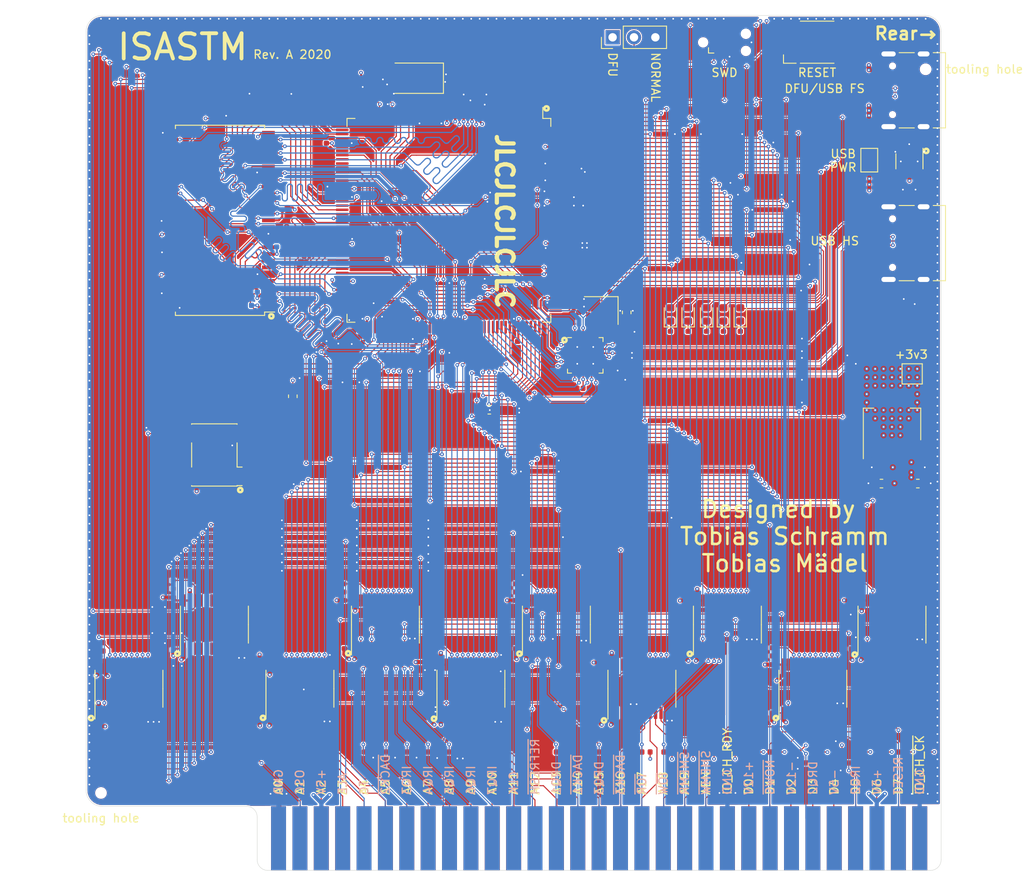
<source format=kicad_pcb>
(kicad_pcb (version 20171130) (host pcbnew 5.1.6)
  (layers (0 F.Cu signal) (1 In1.Cu power) (2 In2.Cu power) (31 B.Cu signal) (34 B.Paste user) (35 F.Paste user) (36 B.SilkS user) (37 F.SilkS user) (38 B.Mask user) (39 F.Mask user) (44 Edge.Cuts user))
  (net 0 "")
  (net 1 /A0)
  (net 2 /A1)
  (net 3 /A2)
  (net 4 /A3)
  (net 5 /A4)
  (net 6 /A5)
  (net 7 /A6)
  (net 8 /A7)
  (net 9 /A8)
  (net 10 /A9)
  (net 11 /A10)
  (net 12 /A11)
  (net 13 /A12)
  (net 14 /A13)
  (net 15 /A14)
  (net 16 /A15)
  (net 17 /A16)
  (net 18 /A17)
  (net 19 /A18)
  (net 20 /A19)
  (net 21 /AEN)
  (net 22 /IO_CH_RDY)
  (net 23 /D0)
  (net 24 /D1)
  (net 25 /D2)
  (net 26 /D3)
  (net 27 /D4)
  (net 28 /D5)
  (net 29 /D6)
  (net 30 /D7)
  (net 31 /~IO_CH_CK)
  (net 32 GND)
  (net 33 /OSC)
  (net 34 +5V)
  (net 35 /ALE)
  (net 36 /TC)
  (net 37 /~DACK2)
  (net 38 /IRQ3)
  (net 39 /IRQ4)
  (net 40 /IRQ5)
  (net 41 /IRQ6)
  (net 42 /IRQ7)
  (net 43 /CLK)
  (net 44 /~REFRESH)
  (net 45 /DRQ1)
  (net 46 /~DACK1)
  (net 47 /DRQ3)
  (net 48 /~DACK3)
  (net 49 /~IOR)
  (net 50 /~IOW)
  (net 51 /~SMEMR)
  (net 52 /~SMEMW)
  (net 53 +12V)
  (net 54 -12V)
  (net 55 /DRQ2)
  (net 56 -5V)
  (net 57 /IRQ2)
  (net 58 "Net-(C1-Pad1)")
  (net 59 "Net-(C2-Pad2)")
  (net 60 "Net-(C7-Pad1)")
  (net 61 +3V3)
  (net 62 /ISARESET)
  (net 63 "Net-(J3-Pad2)")
  (net 64 "Net-(R1-Pad1)")
  (net 65 /BOOT0)
  (net 66 /VBAT)
  (net 67 "Net-(C5-Pad2)")
  (net 68 "Net-(C6-Pad1)")
  (net 69 /MEM_PF0)
  (net 70 /MEM_PF1)
  (net 71 /MEM_PF2)
  (net 72 /MEM_PF3)
  (net 73 /MEM_PF4)
  (net 74 /MEM_PF5)
  (net 75 "Net-(U1-Pad33)")
  (net 76 /MEM_PH5)
  (net 77 /MEM_PF11)
  (net 78 /MEM_PF12)
  (net 79 /MEM_PF13)
  (net 80 /MEM_PF14)
  (net 81 /MEM_PF15)
  (net 82 /MEM_PG0)
  (net 83 /MEM_PG1)
  (net 84 /MEM_PE7)
  (net 85 /MEM_PE8)
  (net 86 /MEM_PE9)
  (net 87 /MEM_PE10)
  (net 88 /MEM_PE11)
  (net 89 /MEM_PE12)
  (net 90 /MEM_PE13)
  (net 91 /MEM_PE14)
  (net 92 /MEM_PE15)
  (net 93 /MEM_PH6)
  (net 94 /MEM_PH7)
  (net 95 /MEM_PD8)
  (net 96 /MEM_PD9)
  (net 97 /MEM_PD10)
  (net 98 /MEM_PD14)
  (net 99 /MEM_PD15)
  (net 100 /MEM_PG2)
  (net 101 /MEM_PG4)
  (net 102 /MEM_PG5)
  (net 103 /MEM_PG8)
  (net 104 /MEM_PD0)
  (net 105 /MEM_PD1)
  (net 106 /MEM_PG15)
  (net 107 /MEM_PE0)
  (net 108 /MEM_PE1)
  (net 109 /DATA_DIR)
  (net 110 /CONTROL1_DIR)
  (net 111 /IRQ_DIR)
  (net 112 /CONTROL2_DIR)
  (net 113 "Net-(U8-Pad21)")
  (net 114 "Net-(U8-Pad20)")
  (net 115 "Net-(U8-Pad19)")
  (net 116 "Net-(U8-Pad18)")
  (net 117 "Net-(U8-Pad17)")
  (net 118 "Net-(U8-Pad16)")
  (net 119 "Net-(U8-Pad15)")
  (net 120 "Net-(U8-Pad14)")
  (net 121 "Net-(U8-Pad10)")
  (net 122 "Net-(U8-Pad9)")
  (net 123 "Net-(U8-Pad8)")
  (net 124 "Net-(U8-Pad7)")
  (net 125 "Net-(U8-Pad6)")
  (net 126 "Net-(U8-Pad5)")
  (net 127 "Net-(U8-Pad4)")
  (net 128 "Net-(U8-Pad3)")
  (net 129 /SPARE1_DIR)
  (net 130 /ADDRESS_DIR)
  (net 131 "Net-(U12-Pad15)")
  (net 132 /CONTROL3_DIR)
  (net 133 "Net-(U13-Pad21)")
  (net 134 "Net-(U13-Pad20)")
  (net 135 "Net-(U13-Pad19)")
  (net 136 "Net-(U13-Pad18)")
  (net 137 "Net-(U13-Pad17)")
  (net 138 "Net-(U13-Pad16)")
  (net 139 "Net-(U13-Pad15)")
  (net 140 "Net-(U13-Pad14)")
  (net 141 "Net-(U13-Pad10)")
  (net 142 "Net-(U13-Pad9)")
  (net 143 "Net-(U13-Pad8)")
  (net 144 "Net-(U13-Pad7)")
  (net 145 "Net-(U13-Pad6)")
  (net 146 "Net-(U13-Pad5)")
  (net 147 "Net-(U13-Pad4)")
  (net 148 "Net-(U13-Pad3)")
  (net 149 /SPARE2_DIR)
  (net 150 "Net-(C3-Pad1)")
  (net 151 "Net-(C4-Pad1)")
  (net 152 "Net-(C8-Pad1)")
  (net 153 "Net-(C10-Pad2)")
  (net 154 "Net-(C11-Pad2)")
  (net 155 /~RESET)
  (net 156 /LED1)
  (net 157 "Net-(D1-Pad1)")
  (net 158 /LED2)
  (net 159 "Net-(D2-Pad1)")
  (net 160 /LED3)
  (net 161 "Net-(D3-Pad1)")
  (net 162 /LED4)
  (net 163 "Net-(D4-Pad1)")
  (net 164 /LED5)
  (net 165 "Net-(D5-Pad1)")
  (net 166 /~NOWS)
  (net 167 "Net-(J2-PadB5)")
  (net 168 "Net-(J2-PadA8)")
  (net 169 "Net-(J2-PadA5)")
  (net 170 "Net-(J2-PadB8)")
  (net 171 "Net-(J4-PadA4)")
  (net 172 "Net-(J4-PadB5)")
  (net 173 /USB_FS_D+)
  (net 174 "Net-(J4-PadA8)")
  (net 175 "Net-(J4-PadA5)")
  (net 176 "Net-(J4-PadB8)")
  (net 177 /USB_FS_D-)
  (net 178 /SWO)
  (net 179 /SWCLK)
  (net 180 /SWDIO)
  (net 181 "Net-(R18-Pad1)")
  (net 182 "Net-(R19-Pad2)")
  (net 183 "Net-(R19-Pad1)")
  (net 184 /~DATA_OE)
  (net 185 /~ADDRESS_OE)
  (net 186 /~CONTROL1_OE)
  (net 187 /~CONTROL2_OE)
  (net 188 /~CONTROL3_OE)
  (net 189 /~IRQ_OE)
  (net 190 /~SPARE1_OE)
  (net 191 /~SPARE2_OE)
  (net 192 /LV_A16)
  (net 193 /LV_A13)
  (net 194 /LV_A14)
  (net 195 /LV_A15)
  (net 196 /LV_A17)
  (net 197 /LV_A18)
  (net 198 /LV_A19)
  (net 199 /OTG_HS_ULPI_STP)
  (net 200 /OTG_HS_ULPI_DIR)
  (net 201 /OTG_HS_ULPI_NXT)
  (net 202 /LV_DRQ1)
  (net 203 /LV_DRQ2)
  (net 204 /LV_DRQ3)
  (net 205 /OTG_HS_ULPI_D0)
  (net 206 /LV_ISARESET)
  (net 207 /OTG_HS_ULPI_CK)
  (net 208 /~LV_DACK1)
  (net 209 /~LV_DACK2)
  (net 210 /LV_TC)
  (net 211 /LV_CLK)
  (net 212 /OTG_HS_ULPI_D1)
  (net 213 /OTG_HS_ULPI_D2)
  (net 214 /LV_IO_CH_RDY)
  (net 215 /OTG_HS_ULPI_D3)
  (net 216 /OTG_HS_ULPI_D4)
  (net 217 /LV_A0)
  (net 218 /LV_A1)
  (net 219 /LV_A2)
  (net 220 /LV_A3)
  (net 221 /LV_A4)
  (net 222 /OTG_HS_ULPI_D5)
  (net 223 /OTG_HS_ULPI_D6)
  (net 224 /~LV_IO_CH_CK)
  (net 225 /~LV_NOWS)
  (net 226 /LV_A8)
  (net 227 /LV_A9)
  (net 228 /~LV_DACK3)
  (net 229 /LV_AEN)
  (net 230 /LV_ALE)
  (net 231 /LV_A5)
  (net 232 /LV_A6)
  (net 233 /LV_A7)
  (net 234 /LV_D0)
  (net 235 /LV_D1)
  (net 236 /LV_D2)
  (net 237 /LV_D3)
  (net 238 /LV_A10)
  (net 239 /LV_A11)
  (net 240 /LV_A12)
  (net 241 /LV_IRQ2)
  (net 242 /LV_IRQ3)
  (net 243 /LV_IRQ4)
  (net 244 /LV_IRQ5)
  (net 245 /LV_IRQ6)
  (net 246 /LV_IRQ7)
  (net 247 /OTG_HS_ULPI_D7)
  (net 248 /~LV_SMEMW)
  (net 249 /~LV_SMEMR)
  (net 250 /~LV_IOW)
  (net 251 /~LV_IOR)
  (net 252 /LV_D4)
  (net 253 /LV_D5)
  (net 254 /LV_D6)
  (net 255 /LV_D7)
  (net 256 "Net-(U14-Pad6)")
  (net 257 "Net-(U14-Pad4)")
  (net 258 /USB_HS+)
  (net 259 /USB_HS-)
  (net 260 "Net-(U1-Pad52)")
  (net 261 "Net-(U1-Pad53)")
  (net 262 "Net-(U1-Pad54)")
  (net 263 "Net-(U1-Pad86)")
  (net 264 "Net-(U1-Pad87)")
  (net 265 "Net-(U1-Pad58)")
  (net 266 "Net-(U1-Pad50)")
  (module Resistor_SMD:R_0402_1005Metric (layer F.Cu) (at 67.64 98.16 90)
    (fp_text reference R49 hide)
    (fp_text value 4.7k)
    (pad 2 smd roundrect (at 0.485 0 90) (size 0.59 0.64) (layers F.Cu F.Paste F.Mask) (net 44 /~REFRESH))
    (pad 1 smd roundrect (at -0.485 0 90) (size 0.59 0.64) (layers F.Cu F.Paste F.Mask) (net 34 +5V))
  )
  (module ISASTM:ToolingHole_JLCSMT (layer F.Cu) (at 17 107)
    (fp_text reference H2 hide)
    (fp_text value ToolingHole)
    (fp_text user "tooling hole" (at 0 3) (layer F.SilkS))
    (pad "" np_thru_hole circle (at 0 0) (size 1.152 1.152) (drill 1.152) (layers *.Cu *.Mask))
  )
  (module ISASTM:ToolingHole_JLCSMT (layer F.Cu) (at 115 21)
    (fp_text reference H1 hide)
    (fp_text value ToolingHole)
    (fp_text user "tooling hole" (at 7 0) (layer F.SilkS))
    (pad "" np_thru_hole circle (at 0 0) (size 1.152 1.152) (drill 1.152) (layers *.Cu *.Mask))
  )
  (module TestPoint:TestPoint_Pad_2.0x2.0mm (layer F.Cu) (at 113.4 57.2)
    (fp_text reference TP1 hide)
    (fp_text value TestPoint)
    (pad 1 smd rect (at 0 0) (size 2 2) (layers F.Cu F.Mask) (net 61 +3V3))
  )
  (module Capacitor_SMD:C_0402_1005Metric (layer F.Cu) (at 106.2 89.383 90)
    (fp_text reference C59 hide)
    (fp_text value 100n)
    (pad 2 smd roundrect (at 0.485 0 90) (size 0.59 0.64) (layers F.Cu F.Paste F.Mask) (net 32 GND))
    (pad 1 smd roundrect (at -0.485 0 90) (size 0.59 0.64) (layers F.Cu F.Paste F.Mask) (net 34 +5V))
  )
  (module Capacitor_SMD:C_0402_1005Metric (layer F.Cu) (at 66.298 84.608 270)
    (fp_text reference C58 hide)
    (fp_text value 100n)
    (pad 2 smd roundrect (at 0.485 0 270) (size 0.59 0.64) (layers F.Cu F.Paste F.Mask) (net 32 GND))
    (pad 1 smd roundrect (at -0.485 0 270) (size 0.59 0.64) (layers F.Cu F.Paste F.Mask) (net 61 +3V3))
  )
  (module Capacitor_SMD:C_0402_1005Metric (layer F.Cu) (at 96.748 97.008 90)
    (fp_text reference C57 hide)
    (fp_text value 100n)
    (pad 2 smd roundrect (at 0.485 0 90) (size 0.59 0.64) (layers F.Cu F.Paste F.Mask) (net 32 GND))
    (pad 1 smd roundrect (at -0.485 0 90) (size 0.59 0.64) (layers F.Cu F.Paste F.Mask) (net 34 +5V))
  )
  (module Capacitor_SMD:C_0402_1005Metric (layer F.Cu) (at 45.923 84.608 270)
    (fp_text reference C56 hide)
    (fp_text value 100n)
    (pad 2 smd roundrect (at 0.485 0 270) (size 0.59 0.64) (layers F.Cu F.Paste F.Mask) (net 32 GND))
    (pad 1 smd roundrect (at -0.485 0 270) (size 0.59 0.64) (layers F.Cu F.Paste F.Mask) (net 61 +3V3))
  )
  (module Capacitor_SMD:C_0402_1005Metric (layer F.Cu) (at 86.598 89.358 90)
    (fp_text reference C55 hide)
    (fp_text value 100n)
    (pad 2 smd roundrect (at 0.485 0 90) (size 0.59 0.64) (layers F.Cu F.Paste F.Mask) (net 32 GND))
    (pad 1 smd roundrect (at -0.485 0 90) (size 0.59 0.64) (layers F.Cu F.Paste F.Mask) (net 34 +5V))
  )
  (module Capacitor_SMD:C_0402_1005Metric (layer F.Cu) (at 35.848 92.233 270)
    (fp_text reference C54 hide)
    (fp_text value 100n)
    (pad 2 smd roundrect (at 0.485 0 270) (size 0.59 0.64) (layers F.Cu F.Paste F.Mask) (net 32 GND))
    (pad 1 smd roundrect (at -0.485 0 270) (size 0.59 0.64) (layers F.Cu F.Paste F.Mask) (net 61 +3V3))
  )
  (module Capacitor_SMD:C_0402_1005Metric (layer F.Cu) (at 76.423 97.308 90)
    (fp_text reference C53 hide)
    (fp_text value 100n)
    (pad 2 smd roundrect (at 0.485 0 90) (size 0.59 0.64) (layers F.Cu F.Paste F.Mask) (net 32 GND))
    (pad 1 smd roundrect (at -0.485 0 90) (size 0.59 0.64) (layers F.Cu F.Paste F.Mask) (net 34 +5V))
  )
  (module Capacitor_SMD:C_0402_1005Metric (layer F.Cu) (at 25.598 84.258 270)
    (fp_text reference C52 hide)
    (fp_text value 100n)
    (pad 2 smd roundrect (at 0.485 0 270) (size 0.59 0.64) (layers F.Cu F.Paste F.Mask) (net 32 GND))
    (pad 1 smd roundrect (at -0.485 0 270) (size 0.59 0.64) (layers F.Cu F.Paste F.Mask) (net 61 +3V3))
  )
  (module Capacitor_SMD:C_0402_1005Metric (layer F.Cu) (at 56.073 97.333 90)
    (fp_text reference C51 hide)
    (fp_text value 100n)
    (pad 2 smd roundrect (at 0.485 0 90) (size 0.59 0.64) (layers F.Cu F.Paste F.Mask) (net 32 GND))
    (pad 1 smd roundrect (at -0.485 0 90) (size 0.59 0.64) (layers F.Cu F.Paste F.Mask) (net 34 +5V))
  )
  (module Capacitor_SMD:C_0402_1005Metric (layer F.Cu) (at 16.773 90.133 180)
    (fp_text reference C50 hide)
    (fp_text value 100n)
    (pad 2 smd roundrect (at 0.485 0 180) (size 0.59 0.64) (layers F.Cu F.Paste F.Mask) (net 32 GND))
    (pad 1 smd roundrect (at -0.485 0 180) (size 0.59 0.64) (layers F.Cu F.Paste F.Mask) (net 61 +3V3))
  )
  (module Capacitor_SMD:C_0402_1005Metric (layer F.Cu) (at 45.923 89.358 90)
    (fp_text reference C49 hide)
    (fp_text value 100n)
    (pad 2 smd roundrect (at 0.485 0 90) (size 0.59 0.64) (layers F.Cu F.Paste F.Mask) (net 32 GND))
    (pad 1 smd roundrect (at -0.485 0 90) (size 0.59 0.64) (layers F.Cu F.Paste F.Mask) (net 34 +5V))
  )
  (module Capacitor_SMD:C_0402_1005Metric (layer F.Cu) (at 96.748 92.233 270)
    (fp_text reference C48 hide)
    (fp_text value 100n)
    (pad 2 smd roundrect (at 0.485 0 270) (size 0.59 0.64) (layers F.Cu F.Paste F.Mask) (net 32 GND))
    (pad 1 smd roundrect (at -0.485 0 270) (size 0.59 0.64) (layers F.Cu F.Paste F.Mask) (net 61 +3V3))
  )
  (module Capacitor_SMD:C_0402_1005Metric (layer F.Cu) (at 66.323 89.358 90)
    (fp_text reference C47 hide)
    (fp_text value 100n)
    (pad 2 smd roundrect (at 0.485 0 90) (size 0.59 0.64) (layers F.Cu F.Paste F.Mask) (net 32 GND))
    (pad 1 smd roundrect (at -0.485 0 90) (size 0.59 0.64) (layers F.Cu F.Paste F.Mask) (net 34 +5V))
  )
  (module Capacitor_SMD:C_0402_1005Metric (layer F.Cu) (at 49.095 24.003 135)
    (fp_text reference C46 hide)
    (fp_text value 100n)
    (pad 2 smd roundrect (at 0.485 0 135) (size 0.59 0.64) (layers F.Cu F.Paste F.Mask) (net 32 GND))
    (pad 1 smd roundrect (at -0.485 0 135) (size 0.59 0.64) (layers F.Cu F.Paste F.Mask) (net 61 +3V3))
  )
  (module Capacitor_SMD:C_0402_1005Metric (layer F.Cu) (at 35.848 96.983 90)
    (fp_text reference C45 hide)
    (fp_text value 100n)
    (pad 2 smd roundrect (at 0.485 0 90) (size 0.59 0.64) (layers F.Cu F.Paste F.Mask) (net 32 GND))
    (pad 1 smd roundrect (at -0.485 0 90) (size 0.59 0.64) (layers F.Cu F.Paste F.Mask) (net 34 +5V))
  )
  (module Capacitor_SMD:C_0402_1005Metric (layer F.Cu) (at 59.67 24.728)
    (fp_text reference C44 hide)
    (fp_text value 100n)
    (pad 2 smd roundrect (at 0.485 0) (size 0.59 0.64) (layers F.Cu F.Paste F.Mask) (net 32 GND))
    (pad 1 smd roundrect (at -0.485 0) (size 0.59 0.64) (layers F.Cu F.Paste F.Mask) (net 61 +3V3))
  )
  (module Capacitor_SMD:C_0402_1005Metric (layer F.Cu) (at 25.598 89.5 90)
    (fp_text reference C43 hide)
    (fp_text value 100n)
    (pad 2 smd roundrect (at 0.485 0 90) (size 0.59 0.64) (layers F.Cu F.Paste F.Mask) (net 32 GND))
    (pad 1 smd roundrect (at -0.485 0 90) (size 0.59 0.64) (layers F.Cu F.Paste F.Mask) (net 34 +5V))
  )
  (module Capacitor_SMD:C_0402_1005Metric (layer F.Cu) (at 62.32 24.7)
    (fp_text reference C42 hide)
    (fp_text value 100n)
    (pad 2 smd roundrect (at 0.485 0) (size 0.59 0.64) (layers F.Cu F.Paste F.Mask) (net 32 GND))
    (pad 1 smd roundrect (at -0.485 0) (size 0.59 0.64) (layers F.Cu F.Paste F.Mask) (net 61 +3V3))
  )
  (module Capacitor_SMD:C_0402_1005Metric (layer F.Cu) (at 16.748 99.558 270)
    (fp_text reference C41 hide)
    (fp_text value 100n)
    (pad 2 smd roundrect (at 0.485 0 270) (size 0.59 0.64) (layers F.Cu F.Paste F.Mask) (net 32 GND))
    (pad 1 smd roundrect (at -0.485 0 270) (size 0.59 0.64) (layers F.Cu F.Paste F.Mask) (net 34 +5V))
  )
  (module Capacitor_SMD:C_0402_1005Metric (layer F.Cu) (at 73.02 36.7)
    (fp_text reference C40 hide)
    (fp_text value 100n)
    (pad 2 smd roundrect (at 0.485 0) (size 0.59 0.64) (layers F.Cu F.Paste F.Mask) (net 32 GND))
    (pad 1 smd roundrect (at -0.485 0) (size 0.59 0.64) (layers F.Cu F.Paste F.Mask) (net 61 +3V3))
  )
  (module Crystal:Crystal_SMD_3225-4Pin_3.2x2.5mm (layer F.Cu) (at 76.45 49.67 180)
    (fp_text reference Y1 hide)
    (fp_text value "26 MHz")
    (pad 4 smd rect (at -1.1 -0.85 180) (size 1.4 1.2) (layers F.Cu F.Paste F.Mask) (net 32 GND))
    (pad 3 smd rect (at 1.1 -0.85 180) (size 1.4 1.2) (layers F.Cu F.Paste F.Mask) (net 152 "Net-(C8-Pad1)"))
    (pad 2 smd rect (at 1.1 0.85 180) (size 1.4 1.2) (layers F.Cu F.Paste F.Mask) (net 32 GND))
    (pad 1 smd rect (at -1.1 0.85 180) (size 1.4 1.2) (layers F.Cu F.Paste F.Mask) (net 150 "Net-(C3-Pad1)"))
  )
  (module Package_DFN_QFN:QFN-24-1EP_4x4mm_P0.5mm_EP2.6x2.6mm (layer F.Cu) (at 74.55 54.995)
    (fp_text reference U15 hide)
    (fp_text value USB3343)
    (pad 1 smd roundrect (at -1.9375 -1.25) (size 0.825 0.25) (layers F.Cu F.Paste F.Mask) (net 200 /OTG_HS_ULPI_DIR))
    (pad 2 smd roundrect (at -1.9375 -0.75) (size 0.825 0.25) (layers F.Cu F.Paste F.Mask) (net 207 /OTG_HS_ULPI_CK))
    (pad 3 smd roundrect (at -1.9375 -0.25) (size 0.825 0.25) (layers F.Cu F.Paste F.Mask) (net 201 /OTG_HS_ULPI_NXT))
    (pad 4 smd roundrect (at -1.9375 0.25) (size 0.825 0.25) (layers F.Cu F.Paste F.Mask) (net 205 /OTG_HS_ULPI_D0))
    (pad 5 smd roundrect (at -1.9375 0.75) (size 0.825 0.25) (layers F.Cu F.Paste F.Mask) (net 212 /OTG_HS_ULPI_D1))
    (pad 6 smd roundrect (at -1.9375 1.25) (size 0.825 0.25) (layers F.Cu F.Paste F.Mask) (net 213 /OTG_HS_ULPI_D2))
    (pad 7 smd roundrect (at -1.25 1.9375) (size 0.25 0.825) (layers F.Cu F.Paste F.Mask) (net 215 /OTG_HS_ULPI_D3))
    (pad 8 smd roundrect (at -0.75 1.9375) (size 0.25 0.825) (layers F.Cu F.Paste F.Mask) (net 216 /OTG_HS_ULPI_D4))
    (pad 9 smd roundrect (at -0.25 1.9375) (size 0.25 0.825) (layers F.Cu F.Paste F.Mask) (net 61 +3V3))
    (pad 10 smd roundrect (at 0.25 1.9375) (size 0.25 0.825) (layers F.Cu F.Paste F.Mask) (net 222 /OTG_HS_ULPI_D5))
    (pad 11 smd roundrect (at 0.75 1.9375) (size 0.25 0.825) (layers F.Cu F.Paste F.Mask) (net 223 /OTG_HS_ULPI_D6))
    (pad 12 smd roundrect (at 1.25 1.9375) (size 0.25 0.825) (layers F.Cu F.Paste F.Mask) (net 247 /OTG_HS_ULPI_D7))
    (pad 13 smd roundrect (at 1.9375 1.25) (size 0.825 0.25) (layers F.Cu F.Paste F.Mask) (net 258 /USB_HS+))
    (pad 14 smd roundrect (at 1.9375 0.75) (size 0.825 0.25) (layers F.Cu F.Paste F.Mask) (net 259 /USB_HS-))
    (pad 15 smd roundrect (at 1.9375 0.25) (size 0.825 0.25) (layers F.Cu F.Paste F.Mask) (net 153 "Net-(C10-Pad2)"))
    (pad 16 smd roundrect (at 1.9375 -0.25) (size 0.825 0.25) (layers F.Cu F.Paste F.Mask) (net 34 +5V))
    (pad 17 smd roundrect (at 1.9375 -0.75) (size 0.825 0.25) (layers F.Cu F.Paste F.Mask) (net 181 "Net-(R18-Pad1)"))
    (pad 18 smd roundrect (at 1.9375 -1.25) (size 0.825 0.25) (layers F.Cu F.Paste F.Mask) (net 153 "Net-(C10-Pad2)"))
    (pad 19 smd roundrect (at 1.25 -1.9375) (size 0.25 0.825) (layers F.Cu F.Paste F.Mask) (net 183 "Net-(R19-Pad1)"))
    (pad 20 smd roundrect (at 0.75 -1.9375) (size 0.25 0.825) (layers F.Cu F.Paste F.Mask) (net 150 "Net-(C3-Pad1)"))
    (pad 21 smd roundrect (at 0.25 -1.9375) (size 0.25 0.825) (layers F.Cu F.Paste F.Mask) (net 152 "Net-(C8-Pad1)"))
    (pad 22 smd roundrect (at -0.25 -1.9375) (size 0.25 0.825) (layers F.Cu F.Paste F.Mask) (net 155 /~RESET))
    (pad 23 smd roundrect (at -0.75 -1.9375) (size 0.25 0.825) (layers F.Cu F.Paste F.Mask) (net 154 "Net-(C11-Pad2)"))
    (pad 24 smd roundrect (at -1.25 -1.9375) (size 0.25 0.825) (layers F.Cu F.Paste F.Mask) (net 199 /OTG_HS_ULPI_STP))
    (pad 25 smd rect (at 0 0) (size 2.6 2.6) (layers F.Cu F.Mask) (net 32 GND))
  )
  (module Package_TO_SOT_SMD:SOT-23-6 (layer F.Cu) (at 113.073 31.933 270)
    (fp_text reference U14 hide)
    (fp_text value SRV05-4)
    (pad 5 smd rect (at 1.1 0 270) (size 1.06 0.65) (layers F.Cu F.Paste F.Mask) (net 171 "Net-(J4-PadA4)"))
    (pad 6 smd rect (at 1.1 -0.95 270) (size 1.06 0.65) (layers F.Cu F.Paste F.Mask) (net 256 "Net-(U14-Pad6)"))
    (pad 4 smd rect (at 1.1 0.95 270) (size 1.06 0.65) (layers F.Cu F.Paste F.Mask) (net 257 "Net-(U14-Pad4)"))
    (pad 3 smd rect (at -1.1 0.95 270) (size 1.06 0.65) (layers F.Cu F.Paste F.Mask) (net 173 /USB_FS_D+))
    (pad 2 smd rect (at -1.1 0 270) (size 1.06 0.65) (layers F.Cu F.Paste F.Mask) (net 32 GND))
    (pad 1 smd rect (at -1.1 -0.95 270) (size 1.06 0.65) (layers F.Cu F.Paste F.Mask) (net 177 /USB_FS_D-))
  )
  (module ISASTM:TS-1187A-X-X-X (layer F.Cu) (at 102.108 17.78)
    (fp_text reference SW1 hide)
    (fp_text value Reset)
    (pad 1 smd rect (at -3 1.875 180) (size 1 0.75) (layers F.Cu F.Paste F.Mask) (net 32 GND))
    (pad 2 smd rect (at -3 -1.875 180) (size 1 0.75) (layers F.Cu F.Paste F.Mask) (net 155 /~RESET))
    (pad 2 smd rect (at 3 -1.875) (size 1 0.75) (layers F.Cu F.Paste F.Mask) (net 155 /~RESET))
    (pad 1 smd rect (at 3 1.875) (size 1 0.75) (layers F.Cu F.Paste F.Mask) (net 32 GND))
  )
  (module Resistor_SMD:R_0402_1005Metric (layer F.Cu) (at 25.573 82.233 90)
    (fp_text reference R48 hide)
    (fp_text value 100k)
    (pad 2 smd roundrect (at 0.485 0 90) (size 0.59 0.64) (layers F.Cu F.Paste F.Mask) (net 191 /~SPARE2_OE))
    (pad 1 smd roundrect (at -0.485 0 90) (size 0.59 0.64) (layers F.Cu F.Paste F.Mask) (net 61 +3V3))
  )
  (module Resistor_SMD:R_0402_1005Metric (layer F.Cu) (at 106.073 82.633 90)
    (fp_text reference R47 hide)
    (fp_text value 100k)
    (pad 2 smd roundrect (at 0.485 0 90) (size 0.59 0.64) (layers F.Cu F.Paste F.Mask) (net 190 /~SPARE1_OE))
    (pad 1 smd roundrect (at -0.485 0 90) (size 0.59 0.64) (layers F.Cu F.Paste F.Mask) (net 61 +3V3))
  )
  (module Resistor_SMD:R_0402_1005Metric (layer F.Cu) (at 45.873 82.633 90)
    (fp_text reference R46 hide)
    (fp_text value 100k)
    (pad 2 smd roundrect (at 0.485 0 90) (size 0.59 0.64) (layers F.Cu F.Paste F.Mask) (net 189 /~IRQ_OE))
    (pad 1 smd roundrect (at -0.485 0 90) (size 0.59 0.64) (layers F.Cu F.Paste F.Mask) (net 61 +3V3))
  )
  (module Resistor_SMD:R_0402_1005Metric (layer F.Cu) (at 16.773 89.133)
    (fp_text reference R45 hide)
    (fp_text value 100k)
    (pad 2 smd roundrect (at 0.485 0) (size 0.59 0.64) (layers F.Cu F.Paste F.Mask) (net 188 /~CONTROL3_OE))
    (pad 1 smd roundrect (at -0.485 0) (size 0.59 0.64) (layers F.Cu F.Paste F.Mask) (net 61 +3V3))
  )
  (module Resistor_SMD:R_0402_1005Metric (layer F.Cu) (at 66.273 82.633 90)
    (fp_text reference R44 hide)
    (fp_text value 100k)
    (pad 2 smd roundrect (at 0.485 0 90) (size 0.59 0.64) (layers F.Cu F.Paste F.Mask) (net 187 /~CONTROL2_OE))
    (pad 1 smd roundrect (at -0.485 0 90) (size 0.59 0.64) (layers F.Cu F.Paste F.Mask) (net 61 +3V3))
  )
  (module Resistor_SMD:R_0402_1005Metric (layer F.Cu) (at 86.573 82.633 90)
    (fp_text reference R43 hide)
    (fp_text value 100k)
    (pad 2 smd roundrect (at 0.485 0 90) (size 0.59 0.64) (layers F.Cu F.Paste F.Mask) (net 186 /~CONTROL1_OE))
    (pad 1 smd roundrect (at -0.485 0 90) (size 0.59 0.64) (layers F.Cu F.Paste F.Mask) (net 61 +3V3))
  )
  (module Resistor_SMD:R_0402_1005Metric (layer F.Cu) (at 56.073 89.933 90)
    (fp_text reference R42 hide)
    (fp_text value 100k)
    (pad 2 smd roundrect (at 0.485 0 90) (size 0.59 0.64) (layers F.Cu F.Paste F.Mask) (net 185 /~ADDRESS_OE))
    (pad 1 smd roundrect (at -0.485 0 90) (size 0.59 0.64) (layers F.Cu F.Paste F.Mask) (net 61 +3V3))
  )
  (module Resistor_SMD:R_0402_1005Metric (layer F.Cu) (at 96.773 90.233 90)
    (fp_text reference R41 hide)
    (fp_text value 100k)
    (pad 2 smd roundrect (at 0.485 0 90) (size 0.59 0.64) (layers F.Cu F.Paste F.Mask) (net 184 /~DATA_OE))
    (pad 1 smd roundrect (at -0.485 0 90) (size 0.59 0.64) (layers F.Cu F.Paste F.Mask) (net 61 +3V3))
  )
  (module Resistor_SMD:R_0402_1005Metric (layer F.Cu) (at 89.373 102.133 180)
    (fp_text reference R40 hide)
    (fp_text value 4.7k)
    (pad 2 smd roundrect (at 0.485 0 180) (size 0.59 0.64) (layers F.Cu F.Paste F.Mask) (net 52 /~SMEMW))
    (pad 1 smd roundrect (at -0.485 0 180) (size 0.59 0.64) (layers F.Cu F.Paste F.Mask) (net 34 +5V))
  )
  (module Resistor_SMD:R_0402_1005Metric (layer F.Cu) (at 86.873 102.133 180)
    (fp_text reference R39 hide)
    (fp_text value 4.7k)
    (pad 2 smd roundrect (at 0.485 0 180) (size 0.59 0.64) (layers F.Cu F.Paste F.Mask) (net 51 /~SMEMR))
    (pad 1 smd roundrect (at -0.485 0 180) (size 0.59 0.64) (layers F.Cu F.Paste F.Mask) (net 34 +5V))
  )
  (module Resistor_SMD:R_0402_1005Metric (layer F.Cu) (at 84.373 102.133 180)
    (fp_text reference R38 hide)
    (fp_text value 4.7k)
    (pad 2 smd roundrect (at 0.485 0 180) (size 0.59 0.64) (layers F.Cu F.Paste F.Mask) (net 50 /~IOW))
    (pad 1 smd roundrect (at -0.485 0 180) (size 0.59 0.64) (layers F.Cu F.Paste F.Mask) (net 34 +5V))
  )
  (module Resistor_SMD:R_0402_1005Metric (layer F.Cu) (at 81.773 102.133 180)
    (fp_text reference R37 hide)
    (fp_text value 4.7k)
    (pad 2 smd roundrect (at 0.485 0 180) (size 0.59 0.64) (layers F.Cu F.Paste F.Mask) (net 49 /~IOR))
    (pad 1 smd roundrect (at -0.485 0 180) (size 0.59 0.64) (layers F.Cu F.Paste F.Mask) (net 34 +5V))
  )
  (module Resistor_SMD:R_0402_1005Metric (layer F.Cu) (at 114.773 102.133 180)
    (fp_text reference R36 hide)
    (fp_text value 4.7k)
    (pad 2 smd roundrect (at 0.485 0 180) (size 0.59 0.64) (layers F.Cu F.Paste F.Mask) (net 31 /~IO_CH_CK))
    (pad 1 smd roundrect (at -0.485 0 180) (size 0.59 0.64) (layers F.Cu F.Paste F.Mask) (net 34 +5V))
  )
  (module Resistor_SMD:R_0402_1005Metric (layer F.Cu) (at 91.873 102.133 180)
    (fp_text reference R35 hide)
    (fp_text value 1k)
    (pad 2 smd roundrect (at 0.485 0 180) (size 0.59 0.64) (layers F.Cu F.Paste F.Mask) (net 22 /IO_CH_RDY))
    (pad 1 smd roundrect (at -0.485 0 180) (size 0.59 0.64) (layers F.Cu F.Paste F.Mask) (net 34 +5V))
  )
  (module Resistor_SMD:R_0402_1005Metric (layer F.Cu) (at 58.873 102.133 180)
    (fp_text reference R34 hide)
    (fp_text value 100k)
    (pad 2 smd roundrect (at 0.485 0 180) (size 0.59 0.64) (layers F.Cu F.Paste F.Mask) (net 42 /IRQ7))
    (pad 1 smd roundrect (at -0.485 0 180) (size 0.59 0.64) (layers F.Cu F.Paste F.Mask) (net 32 GND))
  )
  (module Resistor_SMD:R_0402_1005Metric (layer F.Cu) (at 56.373 102.133 180)
    (fp_text reference R33 hide)
    (fp_text value 100k)
    (pad 2 smd roundrect (at 0.485 0 180) (size 0.59 0.64) (layers F.Cu F.Paste F.Mask) (net 41 /IRQ6))
    (pad 1 smd roundrect (at -0.485 0 180) (size 0.59 0.64) (layers F.Cu F.Paste F.Mask) (net 32 GND))
  )
  (module Resistor_SMD:R_0402_1005Metric (layer F.Cu) (at 53.873 102.133 180)
    (fp_text reference R32 hide)
    (fp_text value 100k)
    (pad 2 smd roundrect (at 0.485 0 180) (size 0.59 0.64) (layers F.Cu F.Paste F.Mask) (net 40 /IRQ5))
    (pad 1 smd roundrect (at -0.485 0 180) (size 0.59 0.64) (layers F.Cu F.Paste F.Mask) (net 32 GND))
  )
  (module Resistor_SMD:R_0402_1005Metric (layer F.Cu) (at 51.373 102.133 180)
    (fp_text reference R31 hide)
    (fp_text value 100k)
    (pad 2 smd roundrect (at 0.485 0 180) (size 0.59 0.64) (layers F.Cu F.Paste F.Mask) (net 39 /IRQ4))
    (pad 1 smd roundrect (at -0.485 0 180) (size 0.59 0.64) (layers F.Cu F.Paste F.Mask) (net 32 GND))
  )
  (module Resistor_SMD:R_0402_1005Metric (layer F.Cu) (at 48.773 102.133 180)
    (fp_text reference R30 hide)
    (fp_text value 100k)
    (pad 2 smd roundrect (at 0.485 0 180) (size 0.59 0.64) (layers F.Cu F.Paste F.Mask) (net 38 /IRQ3))
    (pad 1 smd roundrect (at -0.485 0 180) (size 0.59 0.64) (layers F.Cu F.Paste F.Mask) (net 32 GND))
  )
  (module Resistor_SMD:R_0402_1005Metric (layer F.Cu) (at 105.373 103.433)
    (fp_text reference R29 hide)
    (fp_text value 100k)
    (pad 2 smd roundrect (at 0.485 0) (size 0.59 0.64) (layers F.Cu F.Paste F.Mask) (net 57 /IRQ2))
    (pad 1 smd roundrect (at -0.485 0) (size 0.59 0.64) (layers F.Cu F.Paste F.Mask) (net 32 GND))
  )
  (module Resistor_SMD:R_0402_1005Metric (layer F.Cu) (at 76.673 102.133 180)
    (fp_text reference R28 hide)
    (fp_text value 100k)
    (pad 2 smd roundrect (at 0.485 0 180) (size 0.59 0.64) (layers F.Cu F.Paste F.Mask) (net 47 /DRQ3))
    (pad 1 smd roundrect (at -0.485 0 180) (size 0.59 0.64) (layers F.Cu F.Paste F.Mask) (net 32 GND))
  )
  (module Resistor_SMD:R_0402_1005Metric (layer F.Cu) (at 100.273 103.433)
    (fp_text reference R27 hide)
    (fp_text value 100k)
    (pad 2 smd roundrect (at 0.485 0) (size 0.59 0.64) (layers F.Cu F.Paste F.Mask) (net 55 /DRQ2))
    (pad 1 smd roundrect (at -0.485 0) (size 0.59 0.64) (layers F.Cu F.Paste F.Mask) (net 32 GND))
  )
  (module Resistor_SMD:R_0402_1005Metric (layer F.Cu) (at 71.573 102.133 180)
    (fp_text reference R26 hide)
    (fp_text value 100k)
    (pad 2 smd roundrect (at 0.485 0 180) (size 0.59 0.64) (layers F.Cu F.Paste F.Mask) (net 45 /DRQ1))
    (pad 1 smd roundrect (at -0.485 0 180) (size 0.59 0.64) (layers F.Cu F.Paste F.Mask) (net 32 GND))
  )
  (module Resistor_SMD:R_0402_1005Metric (layer F.Cu) (at 92.973 52.633 90)
    (fp_text reference R25 hide)
    (fp_text value 5.1k)
    (pad 2 smd roundrect (at 0.485 0 90) (size 0.59 0.64) (layers F.Cu F.Paste F.Mask) (net 165 "Net-(D5-Pad1)"))
    (pad 1 smd roundrect (at -0.485 0 90) (size 0.59 0.64) (layers F.Cu F.Paste F.Mask) (net 32 GND))
  )
  (module Resistor_SMD:R_0402_1005Metric (layer F.Cu) (at 90.973 52.633 90)
    (fp_text reference R24 hide)
    (fp_text value 5.1k)
    (pad 2 smd roundrect (at 0.485 0 90) (size 0.59 0.64) (layers F.Cu F.Paste F.Mask) (net 163 "Net-(D4-Pad1)"))
    (pad 1 smd roundrect (at -0.485 0 90) (size 0.59 0.64) (layers F.Cu F.Paste F.Mask) (net 32 GND))
  )
  (module Resistor_SMD:R_0402_1005Metric (layer F.Cu) (at 88.973 52.633 90)
    (fp_text reference R23 hide)
    (fp_text value 5.1k)
    (pad 2 smd roundrect (at 0.485 0 90) (size 0.59 0.64) (layers F.Cu F.Paste F.Mask) (net 161 "Net-(D3-Pad1)"))
    (pad 1 smd roundrect (at -0.485 0 90) (size 0.59 0.64) (layers F.Cu F.Paste F.Mask) (net 32 GND))
  )
  (module Resistor_SMD:R_0402_1005Metric (layer F.Cu) (at 86.773 52.633 90)
    (fp_text reference R22 hide)
    (fp_text value 5.1k)
    (pad 2 smd roundrect (at 0.485 0 90) (size 0.59 0.64) (layers F.Cu F.Paste F.Mask) (net 159 "Net-(D2-Pad1)"))
    (pad 1 smd roundrect (at -0.485 0 90) (size 0.59 0.64) (layers F.Cu F.Paste F.Mask) (net 32 GND))
  )
  (module Resistor_SMD:R_0402_1005Metric (layer F.Cu) (at 84.673 52.633 90)
    (fp_text reference R21 hide)
    (fp_text value 5.1k)
    (pad 2 smd roundrect (at 0.485 0 90) (size 0.59 0.64) (layers F.Cu F.Paste F.Mask) (net 157 "Net-(D1-Pad1)"))
    (pad 1 smd roundrect (at -0.485 0 90) (size 0.59 0.64) (layers F.Cu F.Paste F.Mask) (net 32 GND))
  )
  (module Resistor_SMD:R_0603_1608Metric (layer F.Cu) (at 79.475 49.895 90)
    (fp_text reference R20 hide)
    (fp_text value 560R)
    (pad 2 smd roundrect (at 0.7875 0 90) (size 0.875 0.95) (layers F.Cu F.Paste F.Mask) (net 32 GND))
    (pad 1 smd roundrect (at -0.7875 0 90) (size 0.875 0.95) (layers F.Cu F.Paste F.Mask) (net 182 "Net-(R19-Pad2)"))
  )
  (module Resistor_SMD:R_0402_1005Metric (layer F.Cu) (at 79 51.995)
    (fp_text reference R19 hide)
    (fp_text value 7.5k)
    (pad 2 smd roundrect (at 0.485 0) (size 0.59 0.64) (layers F.Cu F.Paste F.Mask) (net 182 "Net-(R19-Pad2)"))
    (pad 1 smd roundrect (at -0.485 0) (size 0.59 0.64) (layers F.Cu F.Paste F.Mask) (net 183 "Net-(R19-Pad1)"))
  )
  (module Resistor_SMD:R_0402_1005Metric (layer F.Cu) (at 79 53.995)
    (fp_text reference R18 hide)
    (fp_text value 20k)
    (pad 2 smd roundrect (at 0.485 0) (size 0.59 0.64) (layers F.Cu F.Paste F.Mask) (net 151 "Net-(C4-Pad1)"))
    (pad 1 smd roundrect (at -0.485 0) (size 0.59 0.64) (layers F.Cu F.Paste F.Mask) (net 181 "Net-(R18-Pad1)"))
  )
  (module Resistor_SMD:R_0402_1005Metric (layer F.Cu) (at 77 47.445)
    (fp_text reference R17 hide)
    (fp_text value 1M)
    (pad 2 smd roundrect (at 0.485 0) (size 0.59 0.64) (layers F.Cu F.Paste F.Mask) (net 150 "Net-(C3-Pad1)"))
    (pad 1 smd roundrect (at -0.485 0) (size 0.59 0.64) (layers F.Cu F.Paste F.Mask) (net 152 "Net-(C8-Pad1)"))
  )
  (module Resistor_SMD:R_0402_1005Metric (layer F.Cu) (at 106.873 21.733 180)
    (fp_text reference R16 hide)
    (fp_text value 5.1k)
    (pad 2 smd roundrect (at 0.485 0 180) (size 0.59 0.64) (layers F.Cu F.Paste F.Mask) (net 32 GND))
    (pad 1 smd roundrect (at -0.485 0 180) (size 0.59 0.64) (layers F.Cu F.Paste F.Mask) (net 172 "Net-(J4-PadB5)"))
  )
  (module Resistor_SMD:R_0402_1005Metric (layer F.Cu) (at 106.873 24.733)
    (fp_text reference R15 hide)
    (fp_text value 5.1k)
    (pad 2 smd roundrect (at 0.485 0) (size 0.59 0.64) (layers F.Cu F.Paste F.Mask) (net 175 "Net-(J4-PadA5)"))
    (pad 1 smd roundrect (at -0.485 0) (size 0.59 0.64) (layers F.Cu F.Paste F.Mask) (net 32 GND))
  )
  (module Resistor_SMD:R_0402_1005Metric (layer F.Cu) (at 106.2 39.895 180)
    (fp_text reference R14 hide)
    (fp_text value 5.1k)
    (pad 2 smd roundrect (at 0.485 0 180) (size 0.59 0.64) (layers F.Cu F.Paste F.Mask) (net 32 GND))
    (pad 1 smd roundrect (at -0.485 0 180) (size 0.59 0.64) (layers F.Cu F.Paste F.Mask) (net 167 "Net-(J2-PadB5)"))
  )
  (module Resistor_SMD:R_0402_1005Metric (layer F.Cu) (at 106.2 42.909)
    (fp_text reference R13 hide)
    (fp_text value 5.1k)
    (pad 2 smd roundrect (at 0.485 0) (size 0.59 0.64) (layers F.Cu F.Paste F.Mask) (net 169 "Net-(J2-PadA5)"))
    (pad 1 smd roundrect (at -0.485 0) (size 0.59 0.64) (layers F.Cu F.Paste F.Mask) (net 32 GND))
  )
  (module Jumper:SolderJumper-2_P1.3mm_Open_Pad1.0x1.5mm (layer F.Cu) (at 108.3 31.8 270)
    (fp_text reference JP1 hide)
    (fp_text value SolderJumper_2_Open)
    (pad 1 smd rect (at -0.65 0 270) (size 1 1.5) (layers F.Cu F.Mask) (net 171 "Net-(J4-PadA4)"))
    (pad 2 smd rect (at 0.65 0 270) (size 1 1.5) (layers F.Cu F.Mask) (net 34 +5V))
  )
  (module Connector:Tag-Connect_TC2030-IDC-NL_2x03_P1.27mm_Vertical (layer F.Cu) (at 91.1 17.8)
    (fp_text reference J5 hide)
    (fp_text value TagConnect_TC2030_SWD)
    (pad "" np_thru_hole circle (at 2.54 -1.016) (size 0.9906 0.9906) (drill 0.9906) (layers *.Cu *.Mask))
    (pad "" np_thru_hole circle (at 2.54 1.016) (size 0.9906 0.9906) (drill 0.9906) (layers *.Cu *.Mask))
    (pad "" np_thru_hole circle (at -2.54 0) (size 0.9906 0.9906) (drill 0.9906) (layers *.Cu *.Mask))
    (pad 1 connect circle (at -1.27 0.635) (size 0.7874 0.7874) (layers F.Cu F.Mask) (net 61 +3V3))
    (pad 2 connect circle (at -1.27 -0.635) (size 0.7874 0.7874) (layers F.Cu F.Mask) (net 180 /SWDIO))
    (pad 3 connect circle (at 0 0.635) (size 0.7874 0.7874) (layers F.Cu F.Mask) (net 155 /~RESET))
    (pad 4 connect circle (at 0 -0.635) (size 0.7874 0.7874) (layers F.Cu F.Mask) (net 179 /SWCLK))
    (pad 5 connect circle (at 1.27 0.635) (size 0.7874 0.7874) (layers F.Cu F.Mask) (net 32 GND))
    (pad 6 connect circle (at 1.27 -0.635) (size 0.7874 0.7874) (layers F.Cu F.Mask) (net 178 /SWO))
  )
  (module Connector_USB:USB_C_Receptacle_Palconn_UTC16-G (layer F.Cu) (at 112.522 23.495 90)
    (fp_text reference J4 hide)
    (fp_text value USB_C_Receptacle_USB2.0)
    (pad S1 thru_hole oval (at -4.32 -1.93 180) (size 2 0.9) (drill oval 1.7 0.6) (layers *.Cu *.Mask) (net 32 GND))
    (pad S1 thru_hole oval (at 4.32 -1.93 180) (size 2 0.9) (drill oval 1.7 0.6) (layers *.Cu *.Mask) (net 32 GND))
    (pad S1 thru_hole oval (at -4.32 2.24 180) (size 1.7 0.9) (drill oval 1.4 0.6) (layers *.Cu *.Mask) (net 32 GND))
    (pad S1 thru_hole oval (at 4.32 2.24 180) (size 1.7 0.9) (drill oval 1.4 0.6) (layers *.Cu *.Mask) (net 32 GND))
    (pad B7 smd rect (at -0.75 -2.51 270) (size 0.3 1.16) (layers F.Cu F.Paste F.Mask) (net 177 /USB_FS_D-))
    (pad A6 smd rect (at -0.25 -2.51 270) (size 0.3 1.16) (layers F.Cu F.Paste F.Mask) (net 173 /USB_FS_D+))
    (pad A7 smd rect (at 0.25 -2.51 270) (size 0.3 1.16) (layers F.Cu F.Paste F.Mask) (net 177 /USB_FS_D-))
    (pad B8 smd rect (at -1.75 -2.51 270) (size 0.3 1.16) (layers F.Cu F.Paste F.Mask) (net 176 "Net-(J4-PadB8)"))
    (pad A5 smd rect (at -1.25 -2.51 270) (size 0.3 1.16) (layers F.Cu F.Paste F.Mask) (net 175 "Net-(J4-PadA5)"))
    (pad A8 smd rect (at 1.25 -2.51 270) (size 0.3 1.16) (layers F.Cu F.Paste F.Mask) (net 174 "Net-(J4-PadA8)"))
    (pad B6 smd rect (at 0.75 -2.51 270) (size 0.3 1.16) (layers F.Cu F.Paste F.Mask) (net 173 /USB_FS_D+))
    (pad B5 smd rect (at 1.75 -2.51 270) (size 0.3 1.16) (layers F.Cu F.Paste F.Mask) (net 172 "Net-(J4-PadB5)"))
    (pad "" np_thru_hole circle (at 2.89 -1.45 270) (size 0.6 0.6) (drill 0.6) (layers *.Cu *.Mask))
    (pad "" np_thru_hole circle (at -2.89 -1.45 270) (size 0.6 0.6) (drill 0.6) (layers *.Cu *.Mask))
    (pad A4 smd rect (at -2.4 -2.51 90) (size 0.6 1.16) (layers F.Cu F.Paste F.Mask) (net 171 "Net-(J4-PadA4)"))
    (pad B9 smd rect (at -2.4 -2.51 90) (size 0.6 1.16) (layers F.Cu F.Paste F.Mask) (net 171 "Net-(J4-PadA4)"))
    (pad A1 smd rect (at -3.2 -2.51 90) (size 0.6 1.16) (layers F.Cu F.Paste F.Mask) (net 32 GND))
    (pad B12 smd rect (at -3.2 -2.51 90) (size 0.6 1.16) (layers F.Cu F.Paste F.Mask) (net 32 GND))
    (pad B4 smd rect (at 2.4 -2.51 90) (size 0.6 1.16) (layers F.Cu F.Paste F.Mask) (net 171 "Net-(J4-PadA4)"))
    (pad B1 smd rect (at 3.2 -2.51 90) (size 0.6 1.16) (layers F.Cu F.Paste F.Mask) (net 32 GND))
    (pad A9 smd rect (at 2.4 -2.51 90) (size 0.6 1.16) (layers F.Cu F.Paste F.Mask) (net 171 "Net-(J4-PadA4)"))
    (pad A12 smd rect (at 3.2 -2.51 90) (size 0.6 1.16) (layers F.Cu F.Paste F.Mask) (net 32 GND))
  )
  (module Connector_USB:USB_C_Receptacle_Palconn_UTC16-G (layer F.Cu) (at 112.522 41.656 90)
    (fp_text reference J2 hide)
    (fp_text value USB_C_Receptacle_USB2.0)
    (pad S1 thru_hole oval (at -4.32 -1.93 180) (size 2 0.9) (drill oval 1.7 0.6) (layers *.Cu *.Mask) (net 32 GND))
    (pad S1 thru_hole oval (at 4.32 -1.93 180) (size 2 0.9) (drill oval 1.7 0.6) (layers *.Cu *.Mask) (net 32 GND))
    (pad S1 thru_hole oval (at -4.32 2.24 180) (size 1.7 0.9) (drill oval 1.4 0.6) (layers *.Cu *.Mask) (net 32 GND))
    (pad S1 thru_hole oval (at 4.32 2.24 180) (size 1.7 0.9) (drill oval 1.4 0.6) (layers *.Cu *.Mask) (net 32 GND))
    (pad B7 smd rect (at -0.75 -2.51 270) (size 0.3 1.16) (layers F.Cu F.Paste F.Mask) (net 259 /USB_HS-))
    (pad A6 smd rect (at -0.25 -2.51 270) (size 0.3 1.16) (layers F.Cu F.Paste F.Mask) (net 258 /USB_HS+))
    (pad A7 smd rect (at 0.25 -2.51 270) (size 0.3 1.16) (layers F.Cu F.Paste F.Mask) (net 259 /USB_HS-))
    (pad B8 smd rect (at -1.75 -2.51 270) (size 0.3 1.16) (layers F.Cu F.Paste F.Mask) (net 170 "Net-(J2-PadB8)"))
    (pad A5 smd rect (at -1.25 -2.51 270) (size 0.3 1.16) (layers F.Cu F.Paste F.Mask) (net 169 "Net-(J2-PadA5)"))
    (pad A8 smd rect (at 1.25 -2.51 270) (size 0.3 1.16) (layers F.Cu F.Paste F.Mask) (net 168 "Net-(J2-PadA8)"))
    (pad B6 smd rect (at 0.75 -2.51 270) (size 0.3 1.16) (layers F.Cu F.Paste F.Mask) (net 258 /USB_HS+))
    (pad B5 smd rect (at 1.75 -2.51 270) (size 0.3 1.16) (layers F.Cu F.Paste F.Mask) (net 167 "Net-(J2-PadB5)"))
    (pad "" np_thru_hole circle (at 2.89 -1.45 270) (size 0.6 0.6) (drill 0.6) (layers *.Cu *.Mask))
    (pad "" np_thru_hole circle (at -2.89 -1.45 270) (size 0.6 0.6) (drill 0.6) (layers *.Cu *.Mask))
    (pad A4 smd rect (at -2.4 -2.51 90) (size 0.6 1.16) (layers F.Cu F.Paste F.Mask) (net 151 "Net-(C4-Pad1)"))
    (pad B9 smd rect (at -2.4 -2.51 90) (size 0.6 1.16) (layers F.Cu F.Paste F.Mask) (net 151 "Net-(C4-Pad1)"))
    (pad A1 smd rect (at -3.2 -2.51 90) (size 0.6 1.16) (layers F.Cu F.Paste F.Mask) (net 32 GND))
    (pad B12 smd rect (at -3.2 -2.51 90) (size 0.6 1.16) (layers F.Cu F.Paste F.Mask) (net 32 GND))
    (pad B4 smd rect (at 2.4 -2.51 90) (size 0.6 1.16) (layers F.Cu F.Paste F.Mask) (net 151 "Net-(C4-Pad1)"))
    (pad B1 smd rect (at 3.2 -2.51 90) (size 0.6 1.16) (layers F.Cu F.Paste F.Mask) (net 32 GND))
    (pad A9 smd rect (at 2.4 -2.51 90) (size 0.6 1.16) (layers F.Cu F.Paste F.Mask) (net 151 "Net-(C4-Pad1)"))
    (pad A12 smd rect (at 3.2 -2.51 90) (size 0.6 1.16) (layers F.Cu F.Paste F.Mask) (net 32 GND))
  )
  (module LED_SMD:LED_0603_1608Metric (layer F.Cu) (at 92.973 50.133 90)
    (fp_text reference D5 hide)
    (fp_text value Blue)
    (pad 2 smd roundrect (at 0.7875 0 90) (size 0.875 0.95) (layers F.Cu F.Paste F.Mask) (net 164 /LED5))
    (pad 1 smd roundrect (at -0.7875 0 90) (size 0.875 0.95) (layers F.Cu F.Paste F.Mask) (net 165 "Net-(D5-Pad1)"))
  )
  (module LED_SMD:LED_0603_1608Metric (layer F.Cu) (at 90.973 50.133 90)
    (fp_text reference D4 hide)
    (fp_text value Green)
    (pad 2 smd roundrect (at 0.7875 0 90) (size 0.875 0.95) (layers F.Cu F.Paste F.Mask) (net 162 /LED4))
    (pad 1 smd roundrect (at -0.7875 0 90) (size 0.875 0.95) (layers F.Cu F.Paste F.Mask) (net 163 "Net-(D4-Pad1)"))
  )
  (module LED_SMD:LED_0603_1608Metric (layer F.Cu) (at 88.973 50.133 90)
    (fp_text reference D3 hide)
    (fp_text value Yellow)
    (pad 2 smd roundrect (at 0.7875 0 90) (size 0.875 0.95) (layers F.Cu F.Paste F.Mask) (net 160 /LED3))
    (pad 1 smd roundrect (at -0.7875 0 90) (size 0.875 0.95) (layers F.Cu F.Paste F.Mask) (net 161 "Net-(D3-Pad1)"))
  )
  (module LED_SMD:LED_0603_1608Metric (layer F.Cu) (at 86.773 50.133 90)
    (fp_text reference D2 hide)
    (fp_text value Red)
    (pad 2 smd roundrect (at 0.7875 0 90) (size 0.875 0.95) (layers F.Cu F.Paste F.Mask) (net 158 /LED2))
    (pad 1 smd roundrect (at -0.7875 0 90) (size 0.875 0.95) (layers F.Cu F.Paste F.Mask) (net 159 "Net-(D2-Pad1)"))
  )
  (module LED_SMD:LED_0603_1608Metric (layer F.Cu) (at 84.673 50.133 90)
    (fp_text reference D1 hide)
    (fp_text value White)
    (pad 2 smd roundrect (at 0.7875 0 90) (size 0.875 0.95) (layers F.Cu F.Paste F.Mask) (net 156 /LED1))
    (pad 1 smd roundrect (at -0.7875 0 90) (size 0.875 0.95) (layers F.Cu F.Paste F.Mask) (net 157 "Net-(D1-Pad1)"))
  )
  (module Capacitor_SMD:C_0402_1005Metric (layer F.Cu) (at 34.723 66.883 90)
    (fp_text reference C39 hide)
    (fp_text value 100n)
    (pad 2 smd roundrect (at 0.485 0 90) (size 0.59 0.64) (layers F.Cu F.Paste F.Mask) (net 32 GND))
    (pad 1 smd roundrect (at -0.485 0 90) (size 0.59 0.64) (layers F.Cu F.Paste F.Mask) (net 61 +3V3))
  )
  (module Capacitor_SMD:C_0402_1005Metric (layer F.Cu) (at 74.775 58.92 180)
    (fp_text reference C38 hide)
    (fp_text value 100n)
    (pad 2 smd roundrect (at 0.485 0 180) (size 0.59 0.64) (layers F.Cu F.Paste F.Mask) (net 61 +3V3))
    (pad 1 smd roundrect (at -0.485 0 180) (size 0.59 0.64) (layers F.Cu F.Paste F.Mask) (net 32 GND))
  )
  (module Capacitor_SMD:C_0402_1005Metric (layer F.Cu) (at 73.325 50.895)
    (fp_text reference C11 hide)
    (fp_text value 1u)
    (pad 2 smd roundrect (at 0.485 0) (size 0.59 0.64) (layers F.Cu F.Paste F.Mask) (net 154 "Net-(C11-Pad2)"))
    (pad 1 smd roundrect (at -0.485 0) (size 0.59 0.64) (layers F.Cu F.Paste F.Mask) (net 32 GND))
  )
  (module Capacitor_SMD:C_0402_1005Metric (layer F.Cu) (at 79 52.995 180)
    (fp_text reference C10 hide)
    (fp_text value 1u)
    (pad 2 smd roundrect (at 0.485 0 180) (size 0.59 0.64) (layers F.Cu F.Paste F.Mask) (net 153 "Net-(C10-Pad2)"))
    (pad 1 smd roundrect (at -0.485 0 180) (size 0.59 0.64) (layers F.Cu F.Paste F.Mask) (net 32 GND))
  )
  (module Capacitor_SMD:C_0402_1005Metric (layer F.Cu) (at 79 54.97 180)
    (fp_text reference C9 hide)
    (fp_text value 100n)
    (pad 2 smd roundrect (at 0.485 0 180) (size 0.59 0.64) (layers F.Cu F.Paste F.Mask) (net 34 +5V))
    (pad 1 smd roundrect (at -0.485 0 180) (size 0.59 0.64) (layers F.Cu F.Paste F.Mask) (net 32 GND))
  )
  (module Capacitor_SMD:C_0402_1005Metric (layer F.Cu) (at 73.775 49.42 90)
    (fp_text reference C8 hide)
    (fp_text value 6.8pF)
    (pad 2 smd roundrect (at 0.485 0 90) (size 0.59 0.64) (layers F.Cu F.Paste F.Mask) (net 32 GND))
    (pad 1 smd roundrect (at -0.485 0 90) (size 0.59 0.64) (layers F.Cu F.Paste F.Mask) (net 152 "Net-(C8-Pad1)"))
  )
  (module Capacitor_SMD:C_0402_1005Metric (layer F.Cu) (at 80.42 53.5 90)
    (fp_text reference C4 hide)
    (fp_text value 1u)
    (pad 2 smd roundrect (at 0.485 0 90) (size 0.59 0.64) (layers F.Cu F.Paste F.Mask) (net 32 GND))
    (pad 1 smd roundrect (at -0.485 0 90) (size 0.59 0.64) (layers F.Cu F.Paste F.Mask) (net 151 "Net-(C4-Pad1)"))
  )
  (module Capacitor_SMD:C_0402_1005Metric (layer F.Cu) (at 78.95 47.445)
    (fp_text reference C3 hide)
    (fp_text value 6.8pF)
    (pad 2 smd roundrect (at 0.485 0) (size 0.59 0.64) (layers F.Cu F.Paste F.Mask) (net 32 GND))
    (pad 1 smd roundrect (at -0.485 0) (size 0.59 0.64) (layers F.Cu F.Paste F.Mask) (net 150 "Net-(C3-Pad1)"))
  )
  (module Oscillator:Oscillator_SMD_SeikoEpson_SG8002CA-4Pin_7.0x5.0mm (layer F.Cu) (at 30.473 66.833 90)
    (fp_text reference X1 hide)
    (fp_text value SG-7050CAN)
    (pad 1 smd rect (at -2.54 2.1 90) (size 1.8 2) (layers F.Cu F.Paste F.Mask) (net 61 +3V3))
    (pad 2 smd rect (at 2.54 2.1 90) (size 1.8 2) (layers F.Cu F.Paste F.Mask) (net 32 GND))
    (pad 3 smd rect (at 2.54 -2.1 90) (size 1.8 2) (layers F.Cu F.Paste F.Mask) (net 131 "Net-(U12-Pad15)"))
    (pad 4 smd rect (at -2.54 -2.1 90) (size 1.8 2) (layers F.Cu F.Paste F.Mask) (net 61 +3V3))
  )
  (module Package_SO:TSSOP-24_4.4x7.8mm_P0.65mm (layer F.Cu) (at 30.48 86.995 90)
    (fp_text reference U13 hide)
    (fp_text value SN74AVC8T245PW)
    (pad 24 smd roundrect (at 2.8625 -3.575 90) (size 1.475 0.4) (layers F.Cu F.Paste F.Mask) (net 61 +3V3))
    (pad 23 smd roundrect (at 2.8625 -2.925 90) (size 1.475 0.4) (layers F.Cu F.Paste F.Mask) (net 61 +3V3))
    (pad 22 smd roundrect (at 2.8625 -2.275 90) (size 1.475 0.4) (layers F.Cu F.Paste F.Mask) (net 191 /~SPARE2_OE))
    (pad 21 smd roundrect (at 2.8625 -1.625 90) (size 1.475 0.4) (layers F.Cu F.Paste F.Mask) (net 133 "Net-(U13-Pad21)"))
    (pad 20 smd roundrect (at 2.8625 -0.975 90) (size 1.475 0.4) (layers F.Cu F.Paste F.Mask) (net 134 "Net-(U13-Pad20)"))
    (pad 19 smd roundrect (at 2.8625 -0.325 90) (size 1.475 0.4) (layers F.Cu F.Paste F.Mask) (net 135 "Net-(U13-Pad19)"))
    (pad 18 smd roundrect (at 2.8625 0.325 90) (size 1.475 0.4) (layers F.Cu F.Paste F.Mask) (net 136 "Net-(U13-Pad18)"))
    (pad 17 smd roundrect (at 2.8625 0.975 90) (size 1.475 0.4) (layers F.Cu F.Paste F.Mask) (net 137 "Net-(U13-Pad17)"))
    (pad 16 smd roundrect (at 2.8625 1.625 90) (size 1.475 0.4) (layers F.Cu F.Paste F.Mask) (net 138 "Net-(U13-Pad16)"))
    (pad 15 smd roundrect (at 2.8625 2.275 90) (size 1.475 0.4) (layers F.Cu F.Paste F.Mask) (net 139 "Net-(U13-Pad15)"))
    (pad 14 smd roundrect (at 2.8625 2.925 90) (size 1.475 0.4) (layers F.Cu F.Paste F.Mask) (net 140 "Net-(U13-Pad14)"))
    (pad 13 smd roundrect (at 2.8625 3.575 90) (size 1.475 0.4) (layers F.Cu F.Paste F.Mask) (net 32 GND))
    (pad 12 smd roundrect (at -2.8625 3.575 90) (size 1.475 0.4) (layers F.Cu F.Paste F.Mask) (net 32 GND))
    (pad 11 smd roundrect (at -2.8625 2.925 90) (size 1.475 0.4) (layers F.Cu F.Paste F.Mask) (net 32 GND))
    (pad 10 smd roundrect (at -2.8625 2.275 90) (size 1.475 0.4) (layers F.Cu F.Paste F.Mask) (net 141 "Net-(U13-Pad10)"))
    (pad 9 smd roundrect (at -2.8625 1.625 90) (size 1.475 0.4) (layers F.Cu F.Paste F.Mask) (net 142 "Net-(U13-Pad9)"))
    (pad 8 smd roundrect (at -2.8625 0.975 90) (size 1.475 0.4) (layers F.Cu F.Paste F.Mask) (net 143 "Net-(U13-Pad8)"))
    (pad 7 smd roundrect (at -2.8625 0.325 90) (size 1.475 0.4) (layers F.Cu F.Paste F.Mask) (net 144 "Net-(U13-Pad7)"))
    (pad 6 smd roundrect (at -2.8625 -0.325 90) (size 1.475 0.4) (layers F.Cu F.Paste F.Mask) (net 145 "Net-(U13-Pad6)"))
    (pad 5 smd roundrect (at -2.8625 -0.975 90) (size 1.475 0.4) (layers F.Cu F.Paste F.Mask) (net 146 "Net-(U13-Pad5)"))
    (pad 4 smd roundrect (at -2.8625 -1.625 90) (size 1.475 0.4) (layers F.Cu F.Paste F.Mask) (net 147 "Net-(U13-Pad4)"))
    (pad 3 smd roundrect (at -2.8625 -2.275 90) (size 1.475 0.4) (layers F.Cu F.Paste F.Mask) (net 148 "Net-(U13-Pad3)"))
    (pad 2 smd roundrect (at -2.8625 -2.925 90) (size 1.475 0.4) (layers F.Cu F.Paste F.Mask) (net 149 /SPARE2_DIR))
    (pad 1 smd roundrect (at -2.8625 -3.575 90) (size 1.475 0.4) (layers F.Cu F.Paste F.Mask) (net 34 +5V))
  )
  (module Package_SO:TSSOP-24_4.4x7.8mm_P0.65mm (layer F.Cu) (at 20.32 94.615 90)
    (fp_text reference U12 hide)
    (fp_text value SN74AVC8T245PW)
    (pad 24 smd roundrect (at 2.8625 -3.575 90) (size 1.475 0.4) (layers F.Cu F.Paste F.Mask) (net 61 +3V3))
    (pad 23 smd roundrect (at 2.8625 -2.925 90) (size 1.475 0.4) (layers F.Cu F.Paste F.Mask) (net 61 +3V3))
    (pad 22 smd roundrect (at 2.8625 -2.275 90) (size 1.475 0.4) (layers F.Cu F.Paste F.Mask) (net 188 /~CONTROL3_OE))
    (pad 21 smd roundrect (at 2.8625 -1.625 90) (size 1.475 0.4) (layers F.Cu F.Paste F.Mask) (net 208 /~LV_DACK1))
    (pad 20 smd roundrect (at 2.8625 -0.975 90) (size 1.475 0.4) (layers F.Cu F.Paste F.Mask) (net 209 /~LV_DACK2))
    (pad 19 smd roundrect (at 2.8625 -0.325 90) (size 1.475 0.4) (layers F.Cu F.Paste F.Mask) (net 228 /~LV_DACK3))
    (pad 18 smd roundrect (at 2.8625 0.325 90) (size 1.475 0.4) (layers F.Cu F.Paste F.Mask) (net 210 /LV_TC))
    (pad 17 smd roundrect (at 2.8625 0.975 90) (size 1.475 0.4) (layers F.Cu F.Paste F.Mask) (net 211 /LV_CLK))
    (pad 16 smd roundrect (at 2.8625 1.625 90) (size 1.475 0.4) (layers F.Cu F.Paste F.Mask) (net 225 /~LV_NOWS))
    (pad 15 smd roundrect (at 2.8625 2.275 90) (size 1.475 0.4) (layers F.Cu F.Paste F.Mask) (net 131 "Net-(U12-Pad15)"))
    (pad 14 smd roundrect (at 2.8625 2.925 90) (size 1.475 0.4) (layers F.Cu F.Paste F.Mask) (net 32 GND))
    (pad 13 smd roundrect (at 2.8625 3.575 90) (size 1.475 0.4) (layers F.Cu F.Paste F.Mask) (net 32 GND))
    (pad 12 smd roundrect (at -2.8625 3.575 90) (size 1.475 0.4) (layers F.Cu F.Paste F.Mask) (net 32 GND))
    (pad 11 smd roundrect (at -2.8625 2.925 90) (size 1.475 0.4) (layers F.Cu F.Paste F.Mask) (net 32 GND))
    (pad 10 smd roundrect (at -2.8625 2.275 90) (size 1.475 0.4) (layers F.Cu F.Paste F.Mask) (net 32 GND))
    (pad 9 smd roundrect (at -2.8625 1.625 90) (size 1.475 0.4) (layers F.Cu F.Paste F.Mask) (net 33 /OSC))
    (pad 8 smd roundrect (at -2.8625 0.975 90) (size 1.475 0.4) (layers F.Cu F.Paste F.Mask) (net 166 /~NOWS))
    (pad 7 smd roundrect (at -2.8625 0.325 90) (size 1.475 0.4) (layers F.Cu F.Paste F.Mask) (net 43 /CLK))
    (pad 6 smd roundrect (at -2.8625 -0.325 90) (size 1.475 0.4) (layers F.Cu F.Paste F.Mask) (net 36 /TC))
    (pad 5 smd roundrect (at -2.8625 -0.975 90) (size 1.475 0.4) (layers F.Cu F.Paste F.Mask) (net 48 /~DACK3))
    (pad 4 smd roundrect (at -2.8625 -1.625 90) (size 1.475 0.4) (layers F.Cu F.Paste F.Mask) (net 37 /~DACK2))
    (pad 3 smd roundrect (at -2.8625 -2.275 90) (size 1.475 0.4) (layers F.Cu F.Paste F.Mask) (net 46 /~DACK1))
    (pad 2 smd roundrect (at -2.8625 -2.925 90) (size 1.475 0.4) (layers F.Cu F.Paste F.Mask) (net 132 /CONTROL3_DIR))
    (pad 1 smd roundrect (at -2.8625 -3.575 90) (size 1.475 0.4) (layers F.Cu F.Paste F.Mask) (net 34 +5V))
  )
  (module Package_SO:TSSOP-24_4.4x7.8mm_P0.65mm (layer F.Cu) (at 81.28 94.615 90)
    (fp_text reference U11 hide)
    (fp_text value SN74AVC8T245PW)
    (pad 24 smd roundrect (at 2.8625 -3.575 90) (size 1.475 0.4) (layers F.Cu F.Paste F.Mask) (net 61 +3V3))
    (pad 23 smd roundrect (at 2.8625 -2.925 90) (size 1.475 0.4) (layers F.Cu F.Paste F.Mask) (net 61 +3V3))
    (pad 22 smd roundrect (at 2.8625 -2.275 90) (size 1.475 0.4) (layers F.Cu F.Paste F.Mask) (net 185 /~ADDRESS_OE))
    (pad 21 smd roundrect (at 2.8625 -1.625 90) (size 1.475 0.4) (layers F.Cu F.Paste F.Mask) (net 32 GND))
    (pad 20 smd roundrect (at 2.8625 -0.975 90) (size 1.475 0.4) (layers F.Cu F.Paste F.Mask) (net 32 GND))
    (pad 19 smd roundrect (at 2.8625 -0.325 90) (size 1.475 0.4) (layers F.Cu F.Paste F.Mask) (net 32 GND))
    (pad 18 smd roundrect (at 2.8625 0.325 90) (size 1.475 0.4) (layers F.Cu F.Paste F.Mask) (net 32 GND))
    (pad 17 smd roundrect (at 2.8625 0.975 90) (size 1.475 0.4) (layers F.Cu F.Paste F.Mask) (net 192 /LV_A16))
    (pad 16 smd roundrect (at 2.8625 1.625 90) (size 1.475 0.4) (layers F.Cu F.Paste F.Mask) (net 196 /LV_A17))
    (pad 15 smd roundrect (at 2.8625 2.275 90) (size 1.475 0.4) (layers F.Cu F.Paste F.Mask) (net 197 /LV_A18))
    (pad 14 smd roundrect (at 2.8625 2.925 90) (size 1.475 0.4) (layers F.Cu F.Paste F.Mask) (net 198 /LV_A19))
    (pad 13 smd roundrect (at 2.8625 3.575 90) (size 1.475 0.4) (layers F.Cu F.Paste F.Mask) (net 32 GND))
    (pad 12 smd roundrect (at -2.8625 3.575 90) (size 1.475 0.4) (layers F.Cu F.Paste F.Mask) (net 32 GND))
    (pad 11 smd roundrect (at -2.8625 2.925 90) (size 1.475 0.4) (layers F.Cu F.Paste F.Mask) (net 32 GND))
    (pad 10 smd roundrect (at -2.8625 2.275 90) (size 1.475 0.4) (layers F.Cu F.Paste F.Mask) (net 20 /A19))
    (pad 9 smd roundrect (at -2.8625 1.625 90) (size 1.475 0.4) (layers F.Cu F.Paste F.Mask) (net 19 /A18))
    (pad 8 smd roundrect (at -2.8625 0.975 90) (size 1.475 0.4) (layers F.Cu F.Paste F.Mask) (net 18 /A17))
    (pad 7 smd roundrect (at -2.8625 0.325 90) (size 1.475 0.4) (layers F.Cu F.Paste F.Mask) (net 17 /A16))
    (pad 6 smd roundrect (at -2.8625 -0.325 90) (size 1.475 0.4) (layers F.Cu F.Paste F.Mask) (net 32 GND))
    (pad 5 smd roundrect (at -2.8625 -0.975 90) (size 1.475 0.4) (layers F.Cu F.Paste F.Mask) (net 32 GND))
    (pad 4 smd roundrect (at -2.8625 -1.625 90) (size 1.475 0.4) (layers F.Cu F.Paste F.Mask) (net 32 GND))
    (pad 3 smd roundrect (at -2.8625 -2.275 90) (size 1.475 0.4) (layers F.Cu F.Paste F.Mask) (net 32 GND))
    (pad 2 smd roundrect (at -2.8625 -2.925 90) (size 1.475 0.4) (layers F.Cu F.Paste F.Mask) (net 130 /ADDRESS_DIR))
    (pad 1 smd roundrect (at -2.8625 -3.575 90) (size 1.475 0.4) (layers F.Cu F.Paste F.Mask) (net 34 +5V))
  )
  (module Package_SO:TSSOP-24_4.4x7.8mm_P0.65mm (layer F.Cu) (at 60.96 94.615 90)
    (fp_text reference U10 hide)
    (fp_text value SN74AVC8T245PW)
    (pad 24 smd roundrect (at 2.8625 -3.575 90) (size 1.475 0.4) (layers F.Cu F.Paste F.Mask) (net 61 +3V3))
    (pad 23 smd roundrect (at 2.8625 -2.925 90) (size 1.475 0.4) (layers F.Cu F.Paste F.Mask) (net 61 +3V3))
    (pad 22 smd roundrect (at 2.8625 -2.275 90) (size 1.475 0.4) (layers F.Cu F.Paste F.Mask) (net 185 /~ADDRESS_OE))
    (pad 21 smd roundrect (at 2.8625 -1.625 90) (size 1.475 0.4) (layers F.Cu F.Paste F.Mask) (net 226 /LV_A8))
    (pad 20 smd roundrect (at 2.8625 -0.975 90) (size 1.475 0.4) (layers F.Cu F.Paste F.Mask) (net 227 /LV_A9))
    (pad 19 smd roundrect (at 2.8625 -0.325 90) (size 1.475 0.4) (layers F.Cu F.Paste F.Mask) (net 238 /LV_A10))
    (pad 18 smd roundrect (at 2.8625 0.325 90) (size 1.475 0.4) (layers F.Cu F.Paste F.Mask) (net 239 /LV_A11))
    (pad 17 smd roundrect (at 2.8625 0.975 90) (size 1.475 0.4) (layers F.Cu F.Paste F.Mask) (net 240 /LV_A12))
    (pad 16 smd roundrect (at 2.8625 1.625 90) (size 1.475 0.4) (layers F.Cu F.Paste F.Mask) (net 193 /LV_A13))
    (pad 15 smd roundrect (at 2.8625 2.275 90) (size 1.475 0.4) (layers F.Cu F.Paste F.Mask) (net 194 /LV_A14))
    (pad 14 smd roundrect (at 2.8625 2.925 90) (size 1.475 0.4) (layers F.Cu F.Paste F.Mask) (net 195 /LV_A15))
    (pad 13 smd roundrect (at 2.8625 3.575 90) (size 1.475 0.4) (layers F.Cu F.Paste F.Mask) (net 32 GND))
    (pad 12 smd roundrect (at -2.8625 3.575 90) (size 1.475 0.4) (layers F.Cu F.Paste F.Mask) (net 32 GND))
    (pad 11 smd roundrect (at -2.8625 2.925 90) (size 1.475 0.4) (layers F.Cu F.Paste F.Mask) (net 32 GND))
    (pad 10 smd roundrect (at -2.8625 2.275 90) (size 1.475 0.4) (layers F.Cu F.Paste F.Mask) (net 16 /A15))
    (pad 9 smd roundrect (at -2.8625 1.625 90) (size 1.475 0.4) (layers F.Cu F.Paste F.Mask) (net 15 /A14))
    (pad 8 smd roundrect (at -2.8625 0.975 90) (size 1.475 0.4) (layers F.Cu F.Paste F.Mask) (net 14 /A13))
    (pad 7 smd roundrect (at -2.8625 0.325 90) (size 1.475 0.4) (layers F.Cu F.Paste F.Mask) (net 13 /A12))
    (pad 6 smd roundrect (at -2.8625 -0.325 90) (size 1.475 0.4) (layers F.Cu F.Paste F.Mask) (net 12 /A11))
    (pad 5 smd roundrect (at -2.8625 -0.975 90) (size 1.475 0.4) (layers F.Cu F.Paste F.Mask) (net 11 /A10))
    (pad 4 smd roundrect (at -2.8625 -1.625 90) (size 1.475 0.4) (layers F.Cu F.Paste F.Mask) (net 10 /A9))
    (pad 3 smd roundrect (at -2.8625 -2.275 90) (size 1.475 0.4) (layers F.Cu F.Paste F.Mask) (net 9 /A8))
    (pad 2 smd roundrect (at -2.8625 -2.925 90) (size 1.475 0.4) (layers F.Cu F.Paste F.Mask) (net 130 /ADDRESS_DIR))
    (pad 1 smd roundrect (at -2.8625 -3.575 90) (size 1.475 0.4) (layers F.Cu F.Paste F.Mask) (net 34 +5V))
  )
  (module Package_SO:TSSOP-24_4.4x7.8mm_P0.65mm (layer F.Cu) (at 40.64 94.615 90)
    (fp_text reference U9 hide)
    (fp_text value SN74AVC8T245PW)
    (pad 24 smd roundrect (at 2.8625 -3.575 90) (size 1.475 0.4) (layers F.Cu F.Paste F.Mask) (net 61 +3V3))
    (pad 23 smd roundrect (at 2.8625 -2.925 90) (size 1.475 0.4) (layers F.Cu F.Paste F.Mask) (net 61 +3V3))
    (pad 22 smd roundrect (at 2.8625 -2.275 90) (size 1.475 0.4) (layers F.Cu F.Paste F.Mask) (net 185 /~ADDRESS_OE))
    (pad 21 smd roundrect (at 2.8625 -1.625 90) (size 1.475 0.4) (layers F.Cu F.Paste F.Mask) (net 217 /LV_A0))
    (pad 20 smd roundrect (at 2.8625 -0.975 90) (size 1.475 0.4) (layers F.Cu F.Paste F.Mask) (net 218 /LV_A1))
    (pad 19 smd roundrect (at 2.8625 -0.325 90) (size 1.475 0.4) (layers F.Cu F.Paste F.Mask) (net 219 /LV_A2))
    (pad 18 smd roundrect (at 2.8625 0.325 90) (size 1.475 0.4) (layers F.Cu F.Paste F.Mask) (net 220 /LV_A3))
    (pad 17 smd roundrect (at 2.8625 0.975 90) (size 1.475 0.4) (layers F.Cu F.Paste F.Mask) (net 221 /LV_A4))
    (pad 16 smd roundrect (at 2.8625 1.625 90) (size 1.475 0.4) (layers F.Cu F.Paste F.Mask) (net 231 /LV_A5))
    (pad 15 smd roundrect (at 2.8625 2.275 90) (size 1.475 0.4) (layers F.Cu F.Paste F.Mask) (net 232 /LV_A6))
    (pad 14 smd roundrect (at 2.8625 2.925 90) (size 1.475 0.4) (layers F.Cu F.Paste F.Mask) (net 233 /LV_A7))
    (pad 13 smd roundrect (at 2.8625 3.575 90) (size 1.475 0.4) (layers F.Cu F.Paste F.Mask) (net 32 GND))
    (pad 12 smd roundrect (at -2.8625 3.575 90) (size 1.475 0.4) (layers F.Cu F.Paste F.Mask) (net 32 GND))
    (pad 11 smd roundrect (at -2.8625 2.925 90) (size 1.475 0.4) (layers F.Cu F.Paste F.Mask) (net 32 GND))
    (pad 10 smd roundrect (at -2.8625 2.275 90) (size 1.475 0.4) (layers F.Cu F.Paste F.Mask) (net 8 /A7))
    (pad 9 smd roundrect (at -2.8625 1.625 90) (size 1.475 0.4) (layers F.Cu F.Paste F.Mask) (net 7 /A6))
    (pad 8 smd roundrect (at -2.8625 0.975 90) (size 1.475 0.4) (layers F.Cu F.Paste F.Mask) (net 6 /A5))
    (pad 7 smd roundrect (at -2.8625 0.325 90) (size 1.475 0.4) (layers F.Cu F.Paste F.Mask) (net 5 /A4))
    (pad 6 smd roundrect (at -2.8625 -0.325 90) (size 1.475 0.4) (layers F.Cu F.Paste F.Mask) (net 4 /A3))
    (pad 5 smd roundrect (at -2.8625 -0.975 90) (size 1.475 0.4) (layers F.Cu F.Paste F.Mask) (net 3 /A2))
    (pad 4 smd roundrect (at -2.8625 -1.625 90) (size 1.475 0.4) (layers F.Cu F.Paste F.Mask) (net 2 /A1))
    (pad 3 smd roundrect (at -2.8625 -2.275 90) (size 1.475 0.4) (layers F.Cu F.Paste F.Mask) (net 1 /A0))
    (pad 2 smd roundrect (at -2.8625 -2.925 90) (size 1.475 0.4) (layers F.Cu F.Paste F.Mask) (net 130 /ADDRESS_DIR))
    (pad 1 smd roundrect (at -2.8625 -3.575 90) (size 1.475 0.4) (layers F.Cu F.Paste F.Mask) (net 34 +5V))
  )
  (module Package_SO:TSSOP-24_4.4x7.8mm_P0.65mm (layer F.Cu) (at 110.998 86.995 90)
    (fp_text reference U8 hide)
    (fp_text value SN74AVC8T245PW)
    (pad 24 smd roundrect (at 2.8625 -3.575 90) (size 1.475 0.4) (layers F.Cu F.Paste F.Mask) (net 61 +3V3))
    (pad 23 smd roundrect (at 2.8625 -2.925 90) (size 1.475 0.4) (layers F.Cu F.Paste F.Mask) (net 61 +3V3))
    (pad 22 smd roundrect (at 2.8625 -2.275 90) (size 1.475 0.4) (layers F.Cu F.Paste F.Mask) (net 190 /~SPARE1_OE))
    (pad 21 smd roundrect (at 2.8625 -1.625 90) (size 1.475 0.4) (layers F.Cu F.Paste F.Mask) (net 113 "Net-(U8-Pad21)"))
    (pad 20 smd roundrect (at 2.8625 -0.975 90) (size 1.475 0.4) (layers F.Cu F.Paste F.Mask) (net 114 "Net-(U8-Pad20)"))
    (pad 19 smd roundrect (at 2.8625 -0.325 90) (size 1.475 0.4) (layers F.Cu F.Paste F.Mask) (net 115 "Net-(U8-Pad19)"))
    (pad 18 smd roundrect (at 2.8625 0.325 90) (size 1.475 0.4) (layers F.Cu F.Paste F.Mask) (net 116 "Net-(U8-Pad18)"))
    (pad 17 smd roundrect (at 2.8625 0.975 90) (size 1.475 0.4) (layers F.Cu F.Paste F.Mask) (net 117 "Net-(U8-Pad17)"))
    (pad 16 smd roundrect (at 2.8625 1.625 90) (size 1.475 0.4) (layers F.Cu F.Paste F.Mask) (net 118 "Net-(U8-Pad16)"))
    (pad 15 smd roundrect (at 2.8625 2.275 90) (size 1.475 0.4) (layers F.Cu F.Paste F.Mask) (net 119 "Net-(U8-Pad15)"))
    (pad 14 smd roundrect (at 2.8625 2.925 90) (size 1.475 0.4) (layers F.Cu F.Paste F.Mask) (net 120 "Net-(U8-Pad14)"))
    (pad 13 smd roundrect (at 2.8625 3.575 90) (size 1.475 0.4) (layers F.Cu F.Paste F.Mask) (net 32 GND))
    (pad 12 smd roundrect (at -2.8625 3.575 90) (size 1.475 0.4) (layers F.Cu F.Paste F.Mask) (net 32 GND))
    (pad 11 smd roundrect (at -2.8625 2.925 90) (size 1.475 0.4) (layers F.Cu F.Paste F.Mask) (net 32 GND))
    (pad 10 smd roundrect (at -2.8625 2.275 90) (size 1.475 0.4) (layers F.Cu F.Paste F.Mask) (net 121 "Net-(U8-Pad10)"))
    (pad 9 smd roundrect (at -2.8625 1.625 90) (size 1.475 0.4) (layers F.Cu F.Paste F.Mask) (net 122 "Net-(U8-Pad9)"))
    (pad 8 smd roundrect (at -2.8625 0.975 90) (size 1.475 0.4) (layers F.Cu F.Paste F.Mask) (net 123 "Net-(U8-Pad8)"))
    (pad 7 smd roundrect (at -2.8625 0.325 90) (size 1.475 0.4) (layers F.Cu F.Paste F.Mask) (net 124 "Net-(U8-Pad7)"))
    (pad 6 smd roundrect (at -2.8625 -0.325 90) (size 1.475 0.4) (layers F.Cu F.Paste F.Mask) (net 125 "Net-(U8-Pad6)"))
    (pad 5 smd roundrect (at -2.8625 -0.975 90) (size 1.475 0.4) (layers F.Cu F.Paste F.Mask) (net 126 "Net-(U8-Pad5)"))
    (pad 4 smd roundrect (at -2.8625 -1.625 90) (size 1.475 0.4) (layers F.Cu F.Paste F.Mask) (net 127 "Net-(U8-Pad4)"))
    (pad 3 smd roundrect (at -2.8625 -2.275 90) (size 1.475 0.4) (layers F.Cu F.Paste F.Mask) (net 128 "Net-(U8-Pad3)"))
    (pad 2 smd roundrect (at -2.8625 -2.925 90) (size 1.475 0.4) (layers F.Cu F.Paste F.Mask) (net 129 /SPARE1_DIR))
    (pad 1 smd roundrect (at -2.8625 -3.575 90) (size 1.475 0.4) (layers F.Cu F.Paste F.Mask) (net 34 +5V))
  )
  (module Package_SO:TSSOP-24_4.4x7.8mm_P0.65mm (layer F.Cu) (at 71.12 86.995 90)
    (fp_text reference U7 hide)
    (fp_text value SN74AVC8T245PW)
    (pad 24 smd roundrect (at 2.8625 -3.575 90) (size 1.475 0.4) (layers F.Cu F.Paste F.Mask) (net 61 +3V3))
    (pad 23 smd roundrect (at 2.8625 -2.925 90) (size 1.475 0.4) (layers F.Cu F.Paste F.Mask) (net 61 +3V3))
    (pad 22 smd roundrect (at 2.8625 -2.275 90) (size 1.475 0.4) (layers F.Cu F.Paste F.Mask) (net 187 /~CONTROL2_OE))
    (pad 21 smd roundrect (at 2.8625 -1.625 90) (size 1.475 0.4) (layers F.Cu F.Paste F.Mask) (net 202 /LV_DRQ1))
    (pad 20 smd roundrect (at 2.8625 -0.975 90) (size 1.475 0.4) (layers F.Cu F.Paste F.Mask) (net 203 /LV_DRQ2))
    (pad 19 smd roundrect (at 2.8625 -0.325 90) (size 1.475 0.4) (layers F.Cu F.Paste F.Mask) (net 204 /LV_DRQ3))
    (pad 18 smd roundrect (at 2.8625 0.325 90) (size 1.475 0.4) (layers F.Cu F.Paste F.Mask) (net 32 GND))
    (pad 17 smd roundrect (at 2.8625 0.975 90) (size 1.475 0.4) (layers F.Cu F.Paste F.Mask) (net 32 GND))
    (pad 16 smd roundrect (at 2.8625 1.625 90) (size 1.475 0.4) (layers F.Cu F.Paste F.Mask) (net 32 GND))
    (pad 15 smd roundrect (at 2.8625 2.275 90) (size 1.475 0.4) (layers F.Cu F.Paste F.Mask) (net 32 GND))
    (pad 14 smd roundrect (at 2.8625 2.925 90) (size 1.475 0.4) (layers F.Cu F.Paste F.Mask) (net 32 GND))
    (pad 13 smd roundrect (at 2.8625 3.575 90) (size 1.475 0.4) (layers F.Cu F.Paste F.Mask) (net 32 GND))
    (pad 12 smd roundrect (at -2.8625 3.575 90) (size 1.475 0.4) (layers F.Cu F.Paste F.Mask) (net 32 GND))
    (pad 11 smd roundrect (at -2.8625 2.925 90) (size 1.475 0.4) (layers F.Cu F.Paste F.Mask) (net 32 GND))
    (pad 10 smd roundrect (at -2.8625 2.275 90) (size 1.475 0.4) (layers F.Cu F.Paste F.Mask) (net 32 GND))
    (pad 9 smd roundrect (at -2.8625 1.625 90) (size 1.475 0.4) (layers F.Cu F.Paste F.Mask) (net 32 GND))
    (pad 8 smd roundrect (at -2.8625 0.975 90) (size 1.475 0.4) (layers F.Cu F.Paste F.Mask) (net 32 GND))
    (pad 7 smd roundrect (at -2.8625 0.325 90) (size 1.475 0.4) (layers F.Cu F.Paste F.Mask) (net 32 GND))
    (pad 6 smd roundrect (at -2.8625 -0.325 90) (size 1.475 0.4) (layers F.Cu F.Paste F.Mask) (net 32 GND))
    (pad 5 smd roundrect (at -2.8625 -0.975 90) (size 1.475 0.4) (layers F.Cu F.Paste F.Mask) (net 47 /DRQ3))
    (pad 4 smd roundrect (at -2.8625 -1.625 90) (size 1.475 0.4) (layers F.Cu F.Paste F.Mask) (net 55 /DRQ2))
    (pad 3 smd roundrect (at -2.8625 -2.275 90) (size 1.475 0.4) (layers F.Cu F.Paste F.Mask) (net 45 /DRQ1))
    (pad 2 smd roundrect (at -2.8625 -2.925 90) (size 1.475 0.4) (layers F.Cu F.Paste F.Mask) (net 112 /CONTROL2_DIR))
    (pad 1 smd roundrect (at -2.8625 -3.575 90) (size 1.475 0.4) (layers F.Cu F.Paste F.Mask) (net 34 +5V))
  )
  (module Package_SO:TSSOP-24_4.4x7.8mm_P0.65mm (layer F.Cu) (at 50.8 86.995 90)
    (fp_text reference U6 hide)
    (fp_text value SN74AVC8T245PW)
    (pad 24 smd roundrect (at 2.8625 -3.575 90) (size 1.475 0.4) (layers F.Cu F.Paste F.Mask) (net 61 +3V3))
    (pad 23 smd roundrect (at 2.8625 -2.925 90) (size 1.475 0.4) (layers F.Cu F.Paste F.Mask) (net 61 +3V3))
    (pad 22 smd roundrect (at 2.8625 -2.275 90) (size 1.475 0.4) (layers F.Cu F.Paste F.Mask) (net 189 /~IRQ_OE))
    (pad 21 smd roundrect (at 2.8625 -1.625 90) (size 1.475 0.4) (layers F.Cu F.Paste F.Mask) (net 214 /LV_IO_CH_RDY))
    (pad 20 smd roundrect (at 2.8625 -0.975 90) (size 1.475 0.4) (layers F.Cu F.Paste F.Mask) (net 241 /LV_IRQ2))
    (pad 19 smd roundrect (at 2.8625 -0.325 90) (size 1.475 0.4) (layers F.Cu F.Paste F.Mask) (net 242 /LV_IRQ3))
    (pad 18 smd roundrect (at 2.8625 0.325 90) (size 1.475 0.4) (layers F.Cu F.Paste F.Mask) (net 243 /LV_IRQ4))
    (pad 17 smd roundrect (at 2.8625 0.975 90) (size 1.475 0.4) (layers F.Cu F.Paste F.Mask) (net 244 /LV_IRQ5))
    (pad 16 smd roundrect (at 2.8625 1.625 90) (size 1.475 0.4) (layers F.Cu F.Paste F.Mask) (net 245 /LV_IRQ6))
    (pad 15 smd roundrect (at 2.8625 2.275 90) (size 1.475 0.4) (layers F.Cu F.Paste F.Mask) (net 246 /LV_IRQ7))
    (pad 14 smd roundrect (at 2.8625 2.925 90) (size 1.475 0.4) (layers F.Cu F.Paste F.Mask) (net 224 /~LV_IO_CH_CK))
    (pad 13 smd roundrect (at 2.8625 3.575 90) (size 1.475 0.4) (layers F.Cu F.Paste F.Mask) (net 32 GND))
    (pad 12 smd roundrect (at -2.8625 3.575 90) (size 1.475 0.4) (layers F.Cu F.Paste F.Mask) (net 32 GND))
    (pad 11 smd roundrect (at -2.8625 2.925 90) (size 1.475 0.4) (layers F.Cu F.Paste F.Mask) (net 32 GND))
    (pad 10 smd roundrect (at -2.8625 2.275 90) (size 1.475 0.4) (layers F.Cu F.Paste F.Mask) (net 31 /~IO_CH_CK))
    (pad 9 smd roundrect (at -2.8625 1.625 90) (size 1.475 0.4) (layers F.Cu F.Paste F.Mask) (net 42 /IRQ7))
    (pad 8 smd roundrect (at -2.8625 0.975 90) (size 1.475 0.4) (layers F.Cu F.Paste F.Mask) (net 41 /IRQ6))
    (pad 7 smd roundrect (at -2.8625 0.325 90) (size 1.475 0.4) (layers F.Cu F.Paste F.Mask) (net 40 /IRQ5))
    (pad 6 smd roundrect (at -2.8625 -0.325 90) (size 1.475 0.4) (layers F.Cu F.Paste F.Mask) (net 39 /IRQ4))
    (pad 5 smd roundrect (at -2.8625 -0.975 90) (size 1.475 0.4) (layers F.Cu F.Paste F.Mask) (net 38 /IRQ3))
    (pad 4 smd roundrect (at -2.8625 -1.625 90) (size 1.475 0.4) (layers F.Cu F.Paste F.Mask) (net 57 /IRQ2))
    (pad 3 smd roundrect (at -2.8625 -2.275 90) (size 1.475 0.4) (layers F.Cu F.Paste F.Mask) (net 22 /IO_CH_RDY))
    (pad 2 smd roundrect (at -2.8625 -2.925 90) (size 1.475 0.4) (layers F.Cu F.Paste F.Mask) (net 111 /IRQ_DIR))
    (pad 1 smd roundrect (at -2.8625 -3.575 90) (size 1.475 0.4) (layers F.Cu F.Paste F.Mask) (net 34 +5V))
  )
  (module Package_SO:TSSOP-24_4.4x7.8mm_P0.65mm (layer F.Cu) (at 91.44 86.995 90)
    (fp_text reference U4 hide)
    (fp_text value SN74AVC8T245PW)
    (pad 24 smd roundrect (at 2.8625 -3.575 90) (size 1.475 0.4) (layers F.Cu F.Paste F.Mask) (net 61 +3V3))
    (pad 23 smd roundrect (at 2.8625 -2.925 90) (size 1.475 0.4) (layers F.Cu F.Paste F.Mask) (net 61 +3V3))
    (pad 22 smd roundrect (at 2.8625 -2.275 90) (size 1.475 0.4) (layers F.Cu F.Paste F.Mask) (net 186 /~CONTROL1_OE))
    (pad 21 smd roundrect (at 2.8625 -1.625 90) (size 1.475 0.4) (layers F.Cu F.Paste F.Mask) (net 251 /~LV_IOR))
    (pad 20 smd roundrect (at 2.8625 -0.975 90) (size 1.475 0.4) (layers F.Cu F.Paste F.Mask) (net 250 /~LV_IOW))
    (pad 19 smd roundrect (at 2.8625 -0.325 90) (size 1.475 0.4) (layers F.Cu F.Paste F.Mask) (net 249 /~LV_SMEMR))
    (pad 18 smd roundrect (at 2.8625 0.325 90) (size 1.475 0.4) (layers F.Cu F.Paste F.Mask) (net 248 /~LV_SMEMW))
    (pad 17 smd roundrect (at 2.8625 0.975 90) (size 1.475 0.4) (layers F.Cu F.Paste F.Mask) (net 229 /LV_AEN))
    (pad 16 smd roundrect (at 2.8625 1.625 90) (size 1.475 0.4) (layers F.Cu F.Paste F.Mask) (net 230 /LV_ALE))
    (pad 15 smd roundrect (at 2.8625 2.275 90) (size 1.475 0.4) (layers F.Cu F.Paste F.Mask) (net 206 /LV_ISARESET))
    (pad 14 smd roundrect (at 2.8625 2.925 90) (size 1.475 0.4) (layers F.Cu F.Paste F.Mask) (net 32 GND))
    (pad 13 smd roundrect (at 2.8625 3.575 90) (size 1.475 0.4) (layers F.Cu F.Paste F.Mask) (net 32 GND))
    (pad 12 smd roundrect (at -2.8625 3.575 90) (size 1.475 0.4) (layers F.Cu F.Paste F.Mask) (net 32 GND))
    (pad 11 smd roundrect (at -2.8625 2.925 90) (size 1.475 0.4) (layers F.Cu F.Paste F.Mask) (net 32 GND))
    (pad 10 smd roundrect (at -2.8625 2.275 90) (size 1.475 0.4) (layers F.Cu F.Paste F.Mask) (net 32 GND))
    (pad 9 smd roundrect (at -2.8625 1.625 90) (size 1.475 0.4) (layers F.Cu F.Paste F.Mask) (net 62 /ISARESET))
    (pad 8 smd roundrect (at -2.8625 0.975 90) (size 1.475 0.4) (layers F.Cu F.Paste F.Mask) (net 35 /ALE))
    (pad 7 smd roundrect (at -2.8625 0.325 90) (size 1.475 0.4) (layers F.Cu F.Paste F.Mask) (net 21 /AEN))
    (pad 6 smd roundrect (at -2.8625 -0.325 90) (size 1.475 0.4) (layers F.Cu F.Paste F.Mask) (net 52 /~SMEMW))
    (pad 5 smd roundrect (at -2.8625 -0.975 90) (size 1.475 0.4) (layers F.Cu F.Paste F.Mask) (net 51 /~SMEMR))
    (pad 4 smd roundrect (at -2.8625 -1.625 90) (size 1.475 0.4) (layers F.Cu F.Paste F.Mask) (net 50 /~IOW))
    (pad 3 smd roundrect (at -2.8625 -2.275 90) (size 1.475 0.4) (layers F.Cu F.Paste F.Mask) (net 49 /~IOR))
    (pad 2 smd roundrect (at -2.8625 -2.925 90) (size 1.475 0.4) (layers F.Cu F.Paste F.Mask) (net 110 /CONTROL1_DIR))
    (pad 1 smd roundrect (at -2.8625 -3.575 90) (size 1.475 0.4) (layers F.Cu F.Paste F.Mask) (net 34 +5V))
  )
  (module Package_SO:TSSOP-24_4.4x7.8mm_P0.65mm (layer F.Cu) (at 101.6 94.615 90)
    (fp_text reference U3 hide)
    (fp_text value SN74AVC8T245PW)
    (pad 24 smd roundrect (at 2.8625 -3.575 90) (size 1.475 0.4) (layers F.Cu F.Paste F.Mask) (net 61 +3V3))
    (pad 23 smd roundrect (at 2.8625 -2.925 90) (size 1.475 0.4) (layers F.Cu F.Paste F.Mask) (net 61 +3V3))
    (pad 22 smd roundrect (at 2.8625 -2.275 90) (size 1.475 0.4) (layers F.Cu F.Paste F.Mask) (net 184 /~DATA_OE))
    (pad 21 smd roundrect (at 2.8625 -1.625 90) (size 1.475 0.4) (layers F.Cu F.Paste F.Mask) (net 234 /LV_D0))
    (pad 20 smd roundrect (at 2.8625 -0.975 90) (size 1.475 0.4) (layers F.Cu F.Paste F.Mask) (net 235 /LV_D1))
    (pad 19 smd roundrect (at 2.8625 -0.325 90) (size 1.475 0.4) (layers F.Cu F.Paste F.Mask) (net 236 /LV_D2))
    (pad 18 smd roundrect (at 2.8625 0.325 90) (size 1.475 0.4) (layers F.Cu F.Paste F.Mask) (net 237 /LV_D3))
    (pad 17 smd roundrect (at 2.8625 0.975 90) (size 1.475 0.4) (layers F.Cu F.Paste F.Mask) (net 252 /LV_D4))
    (pad 16 smd roundrect (at 2.8625 1.625 90) (size 1.475 0.4) (layers F.Cu F.Paste F.Mask) (net 253 /LV_D5))
    (pad 15 smd roundrect (at 2.8625 2.275 90) (size 1.475 0.4) (layers F.Cu F.Paste F.Mask) (net 254 /LV_D6))
    (pad 14 smd roundrect (at 2.8625 2.925 90) (size 1.475 0.4) (layers F.Cu F.Paste F.Mask) (net 255 /LV_D7))
    (pad 13 smd roundrect (at 2.8625 3.575 90) (size 1.475 0.4) (layers F.Cu F.Paste F.Mask) (net 32 GND))
    (pad 12 smd roundrect (at -2.8625 3.575 90) (size 1.475 0.4) (layers F.Cu F.Paste F.Mask) (net 32 GND))
    (pad 11 smd roundrect (at -2.8625 2.925 90) (size 1.475 0.4) (layers F.Cu F.Paste F.Mask) (net 32 GND))
    (pad 10 smd roundrect (at -2.8625 2.275 90) (size 1.475 0.4) (layers F.Cu F.Paste F.Mask) (net 30 /D7))
    (pad 9 smd roundrect (at -2.8625 1.625 90) (size 1.475 0.4) (layers F.Cu F.Paste F.Mask) (net 29 /D6))
    (pad 8 smd roundrect (at -2.8625 0.975 90) (size 1.475 0.4) (layers F.Cu F.Paste F.Mask) (net 28 /D5))
    (pad 7 smd roundrect (at -2.8625 0.325 90) (size 1.475 0.4) (layers F.Cu F.Paste F.Mask) (net 27 /D4))
    (pad 6 smd roundrect (at -2.8625 -0.325 90) (size 1.475 0.4) (layers F.Cu F.Paste F.Mask) (net 26 /D3))
    (pad 5 smd roundrect (at -2.8625 -0.975 90) (size 1.475 0.4) (layers F.Cu F.Paste F.Mask) (net 25 /D2))
    (pad 4 smd roundrect (at -2.8625 -1.625 90) (size 1.475 0.4) (layers F.Cu F.Paste F.Mask) (net 24 /D1))
    (pad 3 smd roundrect (at -2.8625 -2.275 90) (size 1.475 0.4) (layers F.Cu F.Paste F.Mask) (net 23 /D0))
    (pad 2 smd roundrect (at -2.8625 -2.925 90) (size 1.475 0.4) (layers F.Cu F.Paste F.Mask) (net 109 /DATA_DIR))
    (pad 1 smd roundrect (at -2.8625 -3.575 90) (size 1.475 0.4) (layers F.Cu F.Paste F.Mask) (net 34 +5V))
  )
  (module Resistor_SMD:R_0402_1005Metric (layer F.Cu) (at 112.273 102.133)
    (fp_text reference R12 hide)
    (fp_text value 10k)
    (pad 2 smd roundrect (at 0.485 0) (size 0.59 0.64) (layers F.Cu F.Paste F.Mask) (net 34 +5V))
    (pad 1 smd roundrect (at -0.485 0) (size 0.59 0.64) (layers F.Cu F.Paste F.Mask) (net 30 /D7))
  )
  (module Resistor_SMD:R_0402_1005Metric (layer F.Cu) (at 109.673 102.133)
    (fp_text reference R11 hide)
    (fp_text value 10k)
    (pad 2 smd roundrect (at 0.485 0) (size 0.59 0.64) (layers F.Cu F.Paste F.Mask) (net 34 +5V))
    (pad 1 smd roundrect (at -0.485 0) (size 0.59 0.64) (layers F.Cu F.Paste F.Mask) (net 29 /D6))
  )
  (module Resistor_SMD:R_0402_1005Metric (layer F.Cu) (at 107.173 102.133)
    (fp_text reference R10 hide)
    (fp_text value 10k)
    (pad 2 smd roundrect (at 0.485 0) (size 0.59 0.64) (layers F.Cu F.Paste F.Mask) (net 34 +5V))
    (pad 1 smd roundrect (at -0.485 0) (size 0.59 0.64) (layers F.Cu F.Paste F.Mask) (net 28 /D5))
  )
  (module Resistor_SMD:R_0402_1005Metric (layer F.Cu) (at 104.573 102.133)
    (fp_text reference R9 hide)
    (fp_text value 10k)
    (pad 2 smd roundrect (at 0.485 0) (size 0.59 0.64) (layers F.Cu F.Paste F.Mask) (net 34 +5V))
    (pad 1 smd roundrect (at -0.485 0) (size 0.59 0.64) (layers F.Cu F.Paste F.Mask) (net 27 /D4))
  )
  (module Resistor_SMD:R_0402_1005Metric (layer F.Cu) (at 102.073 102.133)
    (fp_text reference R6 hide)
    (fp_text value 10k)
    (pad 2 smd roundrect (at 0.485 0) (size 0.59 0.64) (layers F.Cu F.Paste F.Mask) (net 34 +5V))
    (pad 1 smd roundrect (at -0.485 0) (size 0.59 0.64) (layers F.Cu F.Paste F.Mask) (net 26 /D3))
  )
  (module Resistor_SMD:R_0402_1005Metric (layer F.Cu) (at 99.473 102.133)
    (fp_text reference R5 hide)
    (fp_text value 10k)
    (pad 2 smd roundrect (at 0.485 0) (size 0.59 0.64) (layers F.Cu F.Paste F.Mask) (net 34 +5V))
    (pad 1 smd roundrect (at -0.485 0) (size 0.59 0.64) (layers F.Cu F.Paste F.Mask) (net 25 /D2))
  )
  (module Resistor_SMD:R_0402_1005Metric (layer F.Cu) (at 96.973 102.133)
    (fp_text reference R4 hide)
    (fp_text value 10k)
    (pad 2 smd roundrect (at 0.485 0) (size 0.59 0.64) (layers F.Cu F.Paste F.Mask) (net 34 +5V))
    (pad 1 smd roundrect (at -0.485 0) (size 0.59 0.64) (layers F.Cu F.Paste F.Mask) (net 24 /D1))
  )
  (module Resistor_SMD:R_0402_1005Metric (layer F.Cu) (at 94.473 102.133)
    (fp_text reference R3 hide)
    (fp_text value 10k)
    (pad 2 smd roundrect (at 0.485 0) (size 0.59 0.64) (layers F.Cu F.Paste F.Mask) (net 34 +5V))
    (pad 1 smd roundrect (at -0.485 0) (size 0.59 0.64) (layers F.Cu F.Paste F.Mask) (net 23 /D0))
  )
  (module Capacitor_SMD:C_0402_1005Metric (layer F.Cu) (at 54.08 54.433 270)
    (fp_text reference C37 hide)
    (fp_text value 100n)
    (pad 1 smd roundrect (at -0.485 0 270) (size 0.59 0.64) (layers F.Cu F.Paste F.Mask) (net 61 +3V3))
    (pad 2 smd roundrect (at 0.485 0 270) (size 0.59 0.64) (layers F.Cu F.Paste F.Mask) (net 32 GND))
  )
  (module Capacitor_SMD:C_0402_1005Metric (layer B.Cu) (at 35.57 46.978 90)
    (fp_text reference C36 hide)
    (fp_text value 100n)
    (pad 2 smd roundrect (at 0.485 0 90) (size 0.59 0.64) (layers B.Cu B.Paste B.Mask) (net 32 GND))
    (pad 1 smd roundrect (at -0.485 0 90) (size 0.59 0.64) (layers B.Cu B.Paste B.Mask) (net 61 +3V3))
  )
  (module Capacitor_SMD:C_0402_1005Metric (layer F.Cu) (at 86.598 84.608 270)
    (fp_text reference C35 hide)
    (fp_text value 100n)
    (pad 2 smd roundrect (at 0.485 0 270) (size 0.59 0.64) (layers F.Cu F.Paste F.Mask) (net 32 GND))
    (pad 1 smd roundrect (at -0.485 0 270) (size 0.59 0.64) (layers F.Cu F.Paste F.Mask) (net 61 +3V3))
  )
  (module Capacitor_SMD:C_0603_1608Metric (layer F.Cu) (at 109.75 70.233 180)
    (fp_text reference C34 hide)
    (fp_text value 22u)
    (pad 2 smd roundrect (at 0.7875 0 180) (size 0.875 0.95) (layers F.Cu F.Paste F.Mask) (net 32 GND))
    (pad 1 smd roundrect (at -0.7875 0 180) (size 0.875 0.95) (layers F.Cu F.Paste F.Mask) (net 61 +3V3))
  )
  (module Capacitor_SMD:C_0402_1005Metric (layer F.Cu) (at 97.2 17.75 270)
    (fp_text reference C33 hide)
    (fp_text value 1u)
    (pad 2 smd roundrect (at 0.485 0 270) (size 0.59 0.64) (layers F.Cu F.Paste F.Mask) (net 32 GND))
    (pad 1 smd roundrect (at -0.485 0 270) (size 0.59 0.64) (layers F.Cu F.Paste F.Mask) (net 155 /~RESET))
  )
  (module Capacitor_SMD:C_0402_1005Metric (layer F.Cu) (at 106.123 84.608 270)
    (fp_text reference C32 hide)
    (fp_text value 100n)
    (pad 2 smd roundrect (at 0.485 0 270) (size 0.59 0.64) (layers F.Cu F.Paste F.Mask) (net 32 GND))
    (pad 1 smd roundrect (at -0.485 0 270) (size 0.59 0.64) (layers F.Cu F.Paste F.Mask) (net 61 +3V3))
  )
  (module Capacitor_SMD:C_0402_1005Metric (layer F.Cu) (at 39.145 37.903 270)
    (fp_text reference C31 hide)
    (fp_text value 100n)
    (pad 2 smd roundrect (at 0.485 0 270) (size 0.59 0.64) (layers F.Cu F.Paste F.Mask) (net 32 GND))
    (pad 1 smd roundrect (at -0.485 0 270) (size 0.59 0.64) (layers F.Cu F.Paste F.Mask) (net 61 +3V3))
  )
  (module Capacitor_SMD:C_0402_1005Metric (layer F.Cu) (at 76.373 91.983 270)
    (fp_text reference C30 hide)
    (fp_text value 100n)
    (pad 2 smd roundrect (at 0.485 0 270) (size 0.59 0.64) (layers F.Cu F.Paste F.Mask) (net 32 GND))
    (pad 1 smd roundrect (at -0.485 0 270) (size 0.59 0.64) (layers F.Cu F.Paste F.Mask) (net 61 +3V3))
  )
  (module Capacitor_SMD:C_0402_1005Metric (layer F.Cu) (at 109.85 68.333 180)
    (fp_text reference C29 hide)
    (fp_text value 100n)
    (pad 2 smd roundrect (at 0.485 0 180) (size 0.59 0.64) (layers F.Cu F.Paste F.Mask) (net 32 GND))
    (pad 1 smd roundrect (at -0.485 0 180) (size 0.59 0.64) (layers F.Cu F.Paste F.Mask) (net 61 +3V3))
  )
  (module Capacitor_SMD:C_0402_1005Metric (layer F.Cu) (at 50.97 23.978 90)
    (fp_text reference C28 hide)
    (fp_text value 100n)
    (pad 2 smd roundrect (at 0.485 0 90) (size 0.59 0.64) (layers F.Cu F.Paste F.Mask) (net 32 GND))
    (pad 1 smd roundrect (at -0.485 0 90) (size 0.59 0.64) (layers F.Cu F.Paste F.Mask) (net 61 +3V3))
  )
  (module Capacitor_SMD:C_0402_1005Metric (layer F.Cu) (at 23.719 46.525 270)
    (fp_text reference C27 hide)
    (fp_text value 100n)
    (pad 2 smd roundrect (at 0.485 0 270) (size 0.59 0.64) (layers F.Cu F.Paste F.Mask) (net 32 GND))
    (pad 1 smd roundrect (at -0.485 0 270) (size 0.59 0.64) (layers F.Cu F.Paste F.Mask) (net 61 +3V3))
  )
  (module Capacitor_SMD:C_0402_1005Metric (layer F.Cu) (at 23.719 41.699 270)
    (fp_text reference C26 hide)
    (fp_text value 100n)
    (pad 2 smd roundrect (at 0.485 0 270) (size 0.59 0.64) (layers F.Cu F.Paste F.Mask) (net 32 GND))
    (pad 1 smd roundrect (at -0.485 0 270) (size 0.59 0.64) (layers F.Cu F.Paste F.Mask) (net 61 +3V3))
  )
  (module Capacitor_SMD:C_0402_1005Metric (layer F.Cu) (at 56.073 91.933 270)
    (fp_text reference C25 hide)
    (fp_text value 100n)
    (pad 2 smd roundrect (at 0.485 0 270) (size 0.59 0.64) (layers F.Cu F.Paste F.Mask) (net 32 GND))
    (pad 1 smd roundrect (at -0.485 0 270) (size 0.59 0.64) (layers F.Cu F.Paste F.Mask) (net 61 +3V3))
  )
  (module Capacitor_SMD:C_0402_1005Metric (layer F.Cu) (at 30.6405 26.84)
    (fp_text reference C24 hide)
    (fp_text value 100n)
    (pad 2 smd roundrect (at 0.485 0) (size 0.59 0.64) (layers F.Cu F.Paste F.Mask) (net 32 GND))
    (pad 1 smd roundrect (at -0.485 0) (size 0.59 0.64) (layers F.Cu F.Paste F.Mask) (net 61 +3V3))
  )
  (module Capacitor_SMD:C_0402_1005Metric (layer F.Cu) (at 59.345 53.808 90)
    (fp_text reference C23 hide)
    (fp_text value 100n)
    (pad 2 smd roundrect (at 0.485 0 90) (size 0.59 0.64) (layers F.Cu F.Paste F.Mask) (net 32 GND))
    (pad 1 smd roundrect (at -0.485 0 90) (size 0.59 0.64) (layers F.Cu F.Paste F.Mask) (net 61 +3V3))
  )
  (module Capacitor_SMD:C_0402_1005Metric (layer F.Cu) (at 113.773 68.333)
    (fp_text reference C22 hide)
    (fp_text value 100n)
    (pad 2 smd roundrect (at 0.485 0) (size 0.59 0.64) (layers F.Cu F.Paste F.Mask) (net 32 GND))
    (pad 1 smd roundrect (at -0.485 0) (size 0.59 0.64) (layers F.Cu F.Paste F.Mask) (net 34 +5V))
  )
  (module Capacitor_SMD:C_0402_1005Metric (layer F.Cu) (at 49.945 22.703 90)
    (fp_text reference C7 hide)
    (fp_text value 1u)
    (pad 2 smd roundrect (at 0.485 0 90) (size 0.59 0.64) (layers F.Cu F.Paste F.Mask) (net 32 GND))
    (pad 1 smd roundrect (at -0.485 0 90) (size 0.59 0.64) (layers F.Cu F.Paste F.Mask) (net 60 "Net-(C7-Pad1)"))
  )
  (module Capacitor_SMD:C_0402_1005Metric (layer F.Cu) (at 50.995 21.653 270)
    (fp_text reference C6 hide)
    (fp_text value 20p)
    (pad 2 smd roundrect (at 0.485 0 270) (size 0.59 0.64) (layers F.Cu F.Paste F.Mask) (net 32 GND))
    (pad 1 smd roundrect (at -0.485 0 270) (size 0.59 0.64) (layers F.Cu F.Paste F.Mask) (net 68 "Net-(C6-Pad1)"))
  )
  (module Capacitor_SMD:C_0402_1005Metric (layer F.Cu) (at 58.295 21.353 90)
    (fp_text reference C5 hide)
    (fp_text value 20p)
    (pad 2 smd roundrect (at 0.485 0 90) (size 0.59 0.64) (layers F.Cu F.Paste F.Mask) (net 67 "Net-(C5-Pad2)"))
    (pad 1 smd roundrect (at -0.485 0 90) (size 0.59 0.64) (layers F.Cu F.Paste F.Mask) (net 32 GND))
  )
  (module Capacitor_SMD:C_0603_1608Metric (layer F.Cu) (at 63.148 61.458 180)
    (fp_text reference C2 hide)
    (fp_text value 2.2u)
    (pad 2 smd roundrect (at 0.7875 0 180) (size 0.875 0.95) (layers F.Cu F.Paste F.Mask) (net 59 "Net-(C2-Pad2)"))
    (pad 1 smd roundrect (at -0.7875 0 180) (size 0.875 0.95) (layers F.Cu F.Paste F.Mask) (net 32 GND))
  )
  (module Capacitor_SMD:C_0603_1608Metric (layer F.Cu) (at 39.798 59.858 270)
    (fp_text reference C1 hide)
    (fp_text value 2.2u)
    (pad 2 smd roundrect (at 0.7875 0 270) (size 0.875 0.95) (layers F.Cu F.Paste F.Mask) (net 32 GND))
    (pad 1 smd roundrect (at -0.7875 0 270) (size 0.875 0.95) (layers F.Cu F.Paste F.Mask) (net 58 "Net-(C1-Pad1)"))
  )
  (module Package_QFP:LQFP-176_24x24mm_P0.5mm (layer F.Cu) (at 58.345 38.95 270)
    (fp_text reference U1 hide)
    (fp_text value STM32H743IITx)
    (pad 176 smd roundrect (at -10.75 -12.675 270) (size 0.3 1.5) (layers F.Cu F.Paste F.Mask) (net 255 /LV_D7))
    (pad 175 smd roundrect (at -10.25 -12.675 270) (size 0.3 1.5) (layers F.Cu F.Paste F.Mask) (net 254 /LV_D6))
    (pad 174 smd roundrect (at -9.75 -12.675 270) (size 0.3 1.5) (layers F.Cu F.Paste F.Mask) (net 253 /LV_D5))
    (pad 173 smd roundrect (at -9.25 -12.675 270) (size 0.3 1.5) (layers F.Cu F.Paste F.Mask) (net 252 /LV_D4))
    (pad 172 smd roundrect (at -8.75 -12.675 270) (size 0.3 1.5) (layers F.Cu F.Paste F.Mask) (net 61 +3V3))
    (pad 171 smd roundrect (at -8.25 -12.675 270) (size 0.3 1.5) (layers F.Cu F.Paste F.Mask) (net 64 "Net-(R1-Pad1)"))
    (pad 170 smd roundrect (at -7.75 -12.675 270) (size 0.3 1.5) (layers F.Cu F.Paste F.Mask) (net 108 /MEM_PE1))
    (pad 169 smd roundrect (at -7.25 -12.675 270) (size 0.3 1.5) (layers F.Cu F.Paste F.Mask) (net 107 /MEM_PE0))
    (pad 168 smd roundrect (at -6.75 -12.675 270) (size 0.3 1.5) (layers F.Cu F.Paste F.Mask) (net 251 /~LV_IOR))
    (pad 167 smd roundrect (at -6.25 -12.675 270) (size 0.3 1.5) (layers F.Cu F.Paste F.Mask) (net 250 /~LV_IOW))
    (pad 166 smd roundrect (at -5.75 -12.675 270) (size 0.3 1.5) (layers F.Cu F.Paste F.Mask) (net 65 /BOOT0))
    (pad 165 smd roundrect (at -5.25 -12.675 270) (size 0.3 1.5) (layers F.Cu F.Paste F.Mask) (net 249 /~LV_SMEMR))
    (pad 164 smd roundrect (at -4.75 -12.675 270) (size 0.3 1.5) (layers F.Cu F.Paste F.Mask) (net 248 /~LV_SMEMW))
    (pad 163 smd roundrect (at -4.25 -12.675 270) (size 0.3 1.5) (layers F.Cu F.Paste F.Mask) (net 247 /OTG_HS_ULPI_D7))
    (pad 162 smd roundrect (at -3.75 -12.675 270) (size 0.3 1.5) (layers F.Cu F.Paste F.Mask) (net 44 /~REFRESH))
    (pad 161 smd roundrect (at -3.25 -12.675 270) (size 0.3 1.5) (layers F.Cu F.Paste F.Mask) (net 178 /SWO))
    (pad 160 smd roundrect (at -2.75 -12.675 270) (size 0.3 1.5) (layers F.Cu F.Paste F.Mask) (net 106 /MEM_PG15))
    (pad 159 smd roundrect (at -2.25 -12.675 270) (size 0.3 1.5) (layers F.Cu F.Paste F.Mask) (net 61 +3V3))
    (pad 158 smd roundrect (at -1.75 -12.675 270) (size 0.3 1.5) (layers F.Cu F.Paste F.Mask) (net 32 GND))
    (pad 157 smd roundrect (at -1.25 -12.675 270) (size 0.3 1.5) (layers F.Cu F.Paste F.Mask) (net 206 /LV_ISARESET))
    (pad 156 smd roundrect (at -0.75 -12.675 270) (size 0.3 1.5) (layers F.Cu F.Paste F.Mask) (net 164 /LED5))
    (pad 155 smd roundrect (at -0.25 -12.675 270) (size 0.3 1.5) (layers F.Cu F.Paste F.Mask) (net 162 /LED4))
    (pad 154 smd roundrect (at 0.25 -12.675 270) (size 0.3 1.5) (layers F.Cu F.Paste F.Mask) (net 160 /LED3))
    (pad 153 smd roundrect (at 0.75 -12.675 270) (size 0.3 1.5) (layers F.Cu F.Paste F.Mask) (net 158 /LED2))
    (pad 152 smd roundrect (at 1.25 -12.675 270) (size 0.3 1.5) (layers F.Cu F.Paste F.Mask) (net 156 /LED1))
    (pad 151 smd roundrect (at 1.75 -12.675 270) (size 0.3 1.5) (layers F.Cu F.Paste F.Mask) (net 246 /LV_IRQ7))
    (pad 150 smd roundrect (at 2.25 -12.675 270) (size 0.3 1.5) (layers F.Cu F.Paste F.Mask) (net 110 /CONTROL1_DIR))
    (pad 149 smd roundrect (at 2.75 -12.675 270) (size 0.3 1.5) (layers F.Cu F.Paste F.Mask) (net 61 +3V3))
    (pad 148 smd roundrect (at 3.25 -12.675 270) (size 0.3 1.5) (layers F.Cu F.Paste F.Mask) (net 32 GND))
    (pad 147 smd roundrect (at 3.75 -12.675 270) (size 0.3 1.5) (layers F.Cu F.Paste F.Mask) (net 186 /~CONTROL1_OE))
    (pad 146 smd roundrect (at 4.25 -12.675 270) (size 0.3 1.5) (layers F.Cu F.Paste F.Mask) (net 109 /DATA_DIR))
    (pad 145 smd roundrect (at 4.75 -12.675 270) (size 0.3 1.5) (layers F.Cu F.Paste F.Mask) (net 184 /~DATA_OE))
    (pad 144 smd roundrect (at 5.25 -12.675 270) (size 0.3 1.5) (layers F.Cu F.Paste F.Mask) (net 229 /LV_AEN))
    (pad 143 smd roundrect (at 5.75 -12.675 270) (size 0.3 1.5) (layers F.Cu F.Paste F.Mask) (net 105 /MEM_PD1))
    (pad 142 smd roundrect (at 6.25 -12.675 270) (size 0.3 1.5) (layers F.Cu F.Paste F.Mask) (net 104 /MEM_PD0))
    (pad 141 smd roundrect (at 6.75 -12.675 270) (size 0.3 1.5) (layers F.Cu F.Paste F.Mask) (net 240 /LV_A12))
    (pad 140 smd roundrect (at 7.25 -12.675 270) (size 0.3 1.5) (layers F.Cu F.Paste F.Mask) (net 239 /LV_A11))
    (pad 139 smd roundrect (at 7.75 -12.675 270) (size 0.3 1.5) (layers F.Cu F.Paste F.Mask) (net 238 /LV_A10))
    (pad 138 smd roundrect (at 8.25 -12.675 270) (size 0.3 1.5) (layers F.Cu F.Paste F.Mask) (net 230 /LV_ALE))
    (pad 137 smd roundrect (at 8.75 -12.675 270) (size 0.3 1.5) (layers F.Cu F.Paste F.Mask) (net 179 /SWCLK))
    (pad 136 smd roundrect (at 9.25 -12.675 270) (size 0.3 1.5) (layers F.Cu F.Paste F.Mask) (net 61 +3V3))
    (pad 135 smd roundrect (at 9.75 -12.675 270) (size 0.3 1.5) (layers F.Cu F.Paste F.Mask) (net 32 GND))
    (pad 134 smd roundrect (at 10.25 -12.675 270) (size 0.3 1.5) (layers F.Cu F.Paste F.Mask) (net 237 /LV_D3))
    (pad 133 smd roundrect (at 10.75 -12.675 270) (size 0.3 1.5) (layers F.Cu F.Paste F.Mask) (net 236 /LV_D2))
    (pad 132 smd roundrect (at 12.675 -10.75 270) (size 1.5 0.3) (layers F.Cu F.Paste F.Mask) (net 235 /LV_D1))
    (pad 131 smd roundrect (at 12.675 -10.25 270) (size 1.5 0.3) (layers F.Cu F.Paste F.Mask) (net 234 /LV_D0))
    (pad 130 smd roundrect (at 12.675 -9.75 270) (size 1.5 0.3) (layers F.Cu F.Paste F.Mask) (net 185 /~ADDRESS_OE))
    (pad 129 smd roundrect (at 12.675 -9.25 270) (size 1.5 0.3) (layers F.Cu F.Paste F.Mask) (net 130 /ADDRESS_DIR))
    (pad 128 smd roundrect (at 12.675 -8.75 270) (size 1.5 0.3) (layers F.Cu F.Paste F.Mask) (net 189 /~IRQ_OE))
    (pad 127 smd roundrect (at 12.675 -8.25 270) (size 1.5 0.3) (layers F.Cu F.Paste F.Mask) (net 61 +3V3))
    (pad 126 smd roundrect (at 12.675 -7.75 270) (size 1.5 0.3) (layers F.Cu F.Paste F.Mask) (net 32 GND))
    (pad 125 smd roundrect (at 12.675 -7.25 270) (size 1.5 0.3) (layers F.Cu F.Paste F.Mask) (net 59 "Net-(C2-Pad2)"))
    (pad 124 smd roundrect (at 12.675 -6.75 270) (size 1.5 0.3) (layers F.Cu F.Paste F.Mask) (net 180 /SWDIO))
    (pad 123 smd roundrect (at 12.675 -6.25 270) (size 1.5 0.3) (layers F.Cu F.Paste F.Mask) (net 173 /USB_FS_D+))
    (pad 122 smd roundrect (at 12.675 -5.75 270) (size 1.5 0.3) (layers F.Cu F.Paste F.Mask) (net 177 /USB_FS_D-))
    (pad 121 smd roundrect (at 12.675 -5.25 270) (size 1.5 0.3) (layers F.Cu F.Paste F.Mask) (net 204 /LV_DRQ3))
    (pad 120 smd roundrect (at 12.675 -4.75 270) (size 1.5 0.3) (layers F.Cu F.Paste F.Mask) (net 241 /LV_IRQ2))
    (pad 119 smd roundrect (at 12.675 -4.25 270) (size 1.5 0.3) (layers F.Cu F.Paste F.Mask) (net 202 /LV_DRQ1))
    (pad 118 smd roundrect (at 12.675 -3.75 270) (size 1.5 0.3) (layers F.Cu F.Paste F.Mask) (net 227 /LV_A9))
    (pad 117 smd roundrect (at 12.675 -3.25 270) (size 1.5 0.3) (layers F.Cu F.Paste F.Mask) (net 226 /LV_A8))
    (pad 116 smd roundrect (at 12.675 -2.75 270) (size 1.5 0.3) (layers F.Cu F.Paste F.Mask) (net 233 /LV_A7))
    (pad 115 smd roundrect (at 12.675 -2.25 270) (size 1.5 0.3) (layers F.Cu F.Paste F.Mask) (net 232 /LV_A6))
    (pad 114 smd roundrect (at 12.675 -1.75 270) (size 1.5 0.3) (layers F.Cu F.Paste F.Mask) (net 61 +3V3))
    (pad 113 smd roundrect (at 12.675 -1.25 270) (size 1.5 0.3) (layers F.Cu F.Paste F.Mask) (net 32 GND))
    (pad 112 smd roundrect (at 12.675 -0.75 270) (size 1.5 0.3) (layers F.Cu F.Paste F.Mask) (net 103 /MEM_PG8))
    (pad 111 smd roundrect (at 12.675 -0.25 270) (size 1.5 0.3) (layers F.Cu F.Paste F.Mask) (net 214 /LV_IO_CH_RDY))
    (pad 110 smd roundrect (at 12.675 0.25 270) (size 1.5 0.3) (layers F.Cu F.Paste F.Mask) (net 224 /~LV_IO_CH_CK))
    (pad 109 smd roundrect (at 12.675 0.75 270) (size 1.5 0.3) (layers F.Cu F.Paste F.Mask) (net 102 /MEM_PG5))
    (pad 108 smd roundrect (at 12.675 1.25 270) (size 1.5 0.3) (layers F.Cu F.Paste F.Mask) (net 101 /MEM_PG4))
    (pad 107 smd roundrect (at 12.675 1.75 270) (size 1.5 0.3) (layers F.Cu F.Paste F.Mask) (net 203 /LV_DRQ2))
    (pad 106 smd roundrect (at 12.675 2.25 270) (size 1.5 0.3) (layers F.Cu F.Paste F.Mask) (net 100 /MEM_PG2))
    (pad 105 smd roundrect (at 12.675 2.75 270) (size 1.5 0.3) (layers F.Cu F.Paste F.Mask) (net 99 /MEM_PD15))
    (pad 104 smd roundrect (at 12.675 3.25 270) (size 1.5 0.3) (layers F.Cu F.Paste F.Mask) (net 98 /MEM_PD14))
    (pad 103 smd roundrect (at 12.675 3.75 270) (size 1.5 0.3) (layers F.Cu F.Paste F.Mask) (net 61 +3V3))
    (pad 102 smd roundrect (at 12.675 4.25 270) (size 1.5 0.3) (layers F.Cu F.Paste F.Mask) (net 32 GND))
    (pad 101 smd roundrect (at 12.675 4.75 270) (size 1.5 0.3) (layers F.Cu F.Paste F.Mask) (net 245 /LV_IRQ6))
    (pad 100 smd roundrect (at 12.675 5.25 270) (size 1.5 0.3) (layers F.Cu F.Paste F.Mask) (net 244 /LV_IRQ5))
    (pad 99 smd roundrect (at 12.675 5.75 270) (size 1.5 0.3) (layers F.Cu F.Paste F.Mask) (net 243 /LV_IRQ4))
    (pad 98 smd roundrect (at 12.675 6.25 270) (size 1.5 0.3) (layers F.Cu F.Paste F.Mask) (net 97 /MEM_PD10))
    (pad 97 smd roundrect (at 12.675 6.75 270) (size 1.5 0.3) (layers F.Cu F.Paste F.Mask) (net 96 /MEM_PD9))
    (pad 96 smd roundrect (at 12.675 7.25 270) (size 1.5 0.3) (layers F.Cu F.Paste F.Mask) (net 95 /MEM_PD8))
    (pad 95 smd roundrect (at 12.675 7.75 270) (size 1.5 0.3) (layers F.Cu F.Paste F.Mask) (net 242 /LV_IRQ3))
    (pad 94 smd roundrect (at 12.675 8.25 270) (size 1.5 0.3) (layers F.Cu F.Paste F.Mask) (net 129 /SPARE1_DIR))
    (pad 93 smd roundrect (at 12.675 8.75 270) (size 1.5 0.3) (layers F.Cu F.Paste F.Mask) (net 223 /OTG_HS_ULPI_D6))
    (pad 92 smd roundrect (at 12.675 9.25 270) (size 1.5 0.3) (layers F.Cu F.Paste F.Mask) (net 222 /OTG_HS_ULPI_D5))
    (pad 91 smd roundrect (at 12.675 9.75 270) (size 1.5 0.3) (layers F.Cu F.Paste F.Mask) (net 61 +3V3))
    (pad 90 smd roundrect (at 12.675 10.25 270) (size 1.5 0.3) (layers F.Cu F.Paste F.Mask) (net 32 GND))
    (pad 89 smd roundrect (at 12.675 10.75 270) (size 1.5 0.3) (layers F.Cu F.Paste F.Mask) (net 187 /~CONTROL2_OE))
    (pad 88 smd roundrect (at 10.75 12.675 270) (size 0.3 1.5) (layers F.Cu F.Paste F.Mask) (net 112 /CONTROL2_DIR))
    (pad 87 smd roundrect (at 10.25 12.675 270) (size 0.3 1.5) (layers F.Cu F.Paste F.Mask) (net 264 "Net-(U1-Pad87)"))
    (pad 86 smd roundrect (at 9.75 12.675 270) (size 0.3 1.5) (layers F.Cu F.Paste F.Mask) (net 263 "Net-(U1-Pad86)"))
    (pad 85 smd roundrect (at 9.25 12.675 270) (size 0.3 1.5) (layers F.Cu F.Paste F.Mask) (net 190 /~SPARE1_OE))
    (pad 84 smd roundrect (at 8.75 12.675 270) (size 0.3 1.5) (layers F.Cu F.Paste F.Mask) (net 94 /MEM_PH7))
    (pad 83 smd roundrect (at 8.25 12.675 270) (size 0.3 1.5) (layers F.Cu F.Paste F.Mask) (net 93 /MEM_PH6))
    (pad 82 smd roundrect (at 7.75 12.675 270) (size 0.3 1.5) (layers F.Cu F.Paste F.Mask) (net 61 +3V3))
    (pad 81 smd roundrect (at 7.25 12.675 270) (size 0.3 1.5) (layers F.Cu F.Paste F.Mask) (net 58 "Net-(C1-Pad1)"))
    (pad 80 smd roundrect (at 6.75 12.675 270) (size 0.3 1.5) (layers F.Cu F.Paste F.Mask) (net 216 /OTG_HS_ULPI_D4))
    (pad 79 smd roundrect (at 6.25 12.675 270) (size 0.3 1.5) (layers F.Cu F.Paste F.Mask) (net 215 /OTG_HS_ULPI_D3))
    (pad 78 smd roundrect (at 5.75 12.675 270) (size 0.3 1.5) (layers F.Cu F.Paste F.Mask) (net 92 /MEM_PE15))
    (pad 77 smd roundrect (at 5.25 12.675 270) (size 0.3 1.5) (layers F.Cu F.Paste F.Mask) (net 91 /MEM_PE14))
    (pad 76 smd roundrect (at 4.75 12.675 270) (size 0.3 1.5) (layers F.Cu F.Paste F.Mask) (net 90 /MEM_PE13))
    (pad 75 smd roundrect (at 4.25 12.675 270) (size 0.3 1.5) (layers F.Cu F.Paste F.Mask) (net 89 /MEM_PE12))
    (pad 74 smd roundrect (at 3.75 12.675 270) (size 0.3 1.5) (layers F.Cu F.Paste F.Mask) (net 88 /MEM_PE11))
    (pad 73 smd roundrect (at 3.25 12.675 270) (size 0.3 1.5) (layers F.Cu F.Paste F.Mask) (net 87 /MEM_PE10))
    (pad 72 smd roundrect (at 2.75 12.675 270) (size 0.3 1.5) (layers F.Cu F.Paste F.Mask) (net 61 +3V3))
    (pad 71 smd roundrect (at 2.25 12.675 270) (size 0.3 1.5) (layers F.Cu F.Paste F.Mask) (net 32 GND))
    (pad 70 smd roundrect (at 1.75 12.675 270) (size 0.3 1.5) (layers F.Cu F.Paste F.Mask) (net 86 /MEM_PE9))
    (pad 69 smd roundrect (at 1.25 12.675 270) (size 0.3 1.5) (layers F.Cu F.Paste F.Mask) (net 85 /MEM_PE8))
    (pad 68 smd roundrect (at 0.75 12.675 270) (size 0.3 1.5) (layers F.Cu F.Paste F.Mask) (net 84 /MEM_PE7))
    (pad 67 smd roundrect (at 0.25 12.675 270) (size 0.3 1.5) (layers F.Cu F.Paste F.Mask) (net 83 /MEM_PG1))
    (pad 66 smd roundrect (at -0.25 12.675 270) (size 0.3 1.5) (layers F.Cu F.Paste F.Mask) (net 82 /MEM_PG0))
    (pad 65 smd roundrect (at -0.75 12.675 270) (size 0.3 1.5) (layers F.Cu F.Paste F.Mask) (net 81 /MEM_PF15))
    (pad 64 smd roundrect (at -1.25 12.675 270) (size 0.3 1.5) (layers F.Cu F.Paste F.Mask) (net 80 /MEM_PF14))
    (pad 63 smd roundrect (at -1.75 12.675 270) (size 0.3 1.5) (layers F.Cu F.Paste F.Mask) (net 79 /MEM_PF13))
    (pad 62 smd roundrect (at -2.25 12.675 270) (size 0.3 1.5) (layers F.Cu F.Paste F.Mask) (net 61 +3V3))
    (pad 61 smd roundrect (at -2.75 12.675 270) (size 0.3 1.5) (layers F.Cu F.Paste F.Mask) (net 32 GND))
    (pad 60 smd roundrect (at -3.25 12.675 270) (size 0.3 1.5) (layers F.Cu F.Paste F.Mask) (net 78 /MEM_PF12))
    (pad 59 smd roundrect (at -3.75 12.675 270) (size 0.3 1.5) (layers F.Cu F.Paste F.Mask) (net 77 /MEM_PF11))
    (pad 58 smd roundrect (at -4.25 12.675 270) (size 0.3 1.5) (layers F.Cu F.Paste F.Mask) (net 265 "Net-(U1-Pad58)"))
    (pad 57 smd roundrect (at -4.75 12.675 270) (size 0.3 1.5) (layers F.Cu F.Paste F.Mask) (net 213 /OTG_HS_ULPI_D2))
    (pad 56 smd roundrect (at -5.25 12.675 270) (size 0.3 1.5) (layers F.Cu F.Paste F.Mask) (net 212 /OTG_HS_ULPI_D1))
    (pad 55 smd roundrect (at -5.75 12.675 270) (size 0.3 1.5) (layers F.Cu F.Paste F.Mask) (net 231 /LV_A5))
    (pad 54 smd roundrect (at -6.25 12.675 270) (size 0.3 1.5) (layers F.Cu F.Paste F.Mask) (net 262 "Net-(U1-Pad54)"))
    (pad 53 smd roundrect (at -6.75 12.675 270) (size 0.3 1.5) (layers F.Cu F.Paste F.Mask) (net 261 "Net-(U1-Pad53)"))
    (pad 52 smd roundrect (at -7.25 12.675 270) (size 0.3 1.5) (layers F.Cu F.Paste F.Mask) (net 260 "Net-(U1-Pad52)"))
    (pad 51 smd roundrect (at -7.75 12.675 270) (size 0.3 1.5) (layers F.Cu F.Paste F.Mask) (net 207 /OTG_HS_ULPI_CK))
    (pad 50 smd roundrect (at -8.25 12.675 270) (size 0.3 1.5) (layers F.Cu F.Paste F.Mask) (net 266 "Net-(U1-Pad50)"))
    (pad 49 smd roundrect (at -8.75 12.675 270) (size 0.3 1.5) (layers F.Cu F.Paste F.Mask) (net 61 +3V3))
    (pad 48 smd roundrect (at -9.25 12.675 270) (size 0.3 1.5) (layers F.Cu F.Paste F.Mask) (net 32 GND))
    (pad 47 smd roundrect (at -9.75 12.675 270) (size 0.3 1.5) (layers F.Cu F.Paste F.Mask) (net 205 /OTG_HS_ULPI_D0))
    (pad 46 smd roundrect (at -10.25 12.675 270) (size 0.3 1.5) (layers F.Cu F.Paste F.Mask) (net 76 /MEM_PH5))
    (pad 45 smd roundrect (at -10.75 12.675 270) (size 0.3 1.5) (layers F.Cu F.Paste F.Mask) (net 210 /LV_TC))
    (pad 44 smd roundrect (at -12.675 10.75 270) (size 1.5 0.3) (layers F.Cu F.Paste F.Mask) (net 208 /~LV_DACK1))
    (pad 43 smd roundrect (at -12.675 10.25 270) (size 1.5 0.3) (layers F.Cu F.Paste F.Mask) (net 209 /~LV_DACK2))
    (pad 42 smd roundrect (at -12.675 9.75 270) (size 1.5 0.3) (layers F.Cu F.Paste F.Mask) (net 225 /~LV_NOWS))
    (pad 41 smd roundrect (at -12.675 9.25 270) (size 1.5 0.3) (layers F.Cu F.Paste F.Mask) (net 211 /LV_CLK))
    (pad 40 smd roundrect (at -12.675 8.75 270) (size 1.5 0.3) (layers F.Cu F.Paste F.Mask) (net 228 /~LV_DACK3))
    (pad 39 smd roundrect (at -12.675 8.25 270) (size 1.5 0.3) (layers F.Cu F.Paste F.Mask) (net 61 +3V3))
    (pad 38 smd roundrect (at -12.675 7.75 270) (size 1.5 0.3) (layers F.Cu F.Paste F.Mask) (net 60 "Net-(C7-Pad1)"))
    (pad 37 smd roundrect (at -12.675 7.25 270) (size 1.5 0.3) (layers F.Cu F.Paste F.Mask) (net 32 GND))
    (pad 36 smd roundrect (at -12.675 6.75 270) (size 1.5 0.3) (layers F.Cu F.Paste F.Mask) (net 61 +3V3))
    (pad 35 smd roundrect (at -12.675 6.25 270) (size 1.5 0.3) (layers F.Cu F.Paste F.Mask) (net 201 /OTG_HS_ULPI_NXT))
    (pad 34 smd roundrect (at -12.675 5.75 270) (size 1.5 0.3) (layers F.Cu F.Paste F.Mask) (net 200 /OTG_HS_ULPI_DIR))
    (pad 33 smd roundrect (at -12.675 5.25 270) (size 1.5 0.3) (layers F.Cu F.Paste F.Mask) (net 75 "Net-(U1-Pad33)"))
    (pad 32 smd roundrect (at -12.675 4.75 270) (size 1.5 0.3) (layers F.Cu F.Paste F.Mask) (net 199 /OTG_HS_ULPI_STP))
    (pad 31 smd roundrect (at -12.675 4.25 270) (size 1.5 0.3) (layers F.Cu F.Paste F.Mask) (net 155 /~RESET))
    (pad 30 smd roundrect (at -12.675 3.75 270) (size 1.5 0.3) (layers F.Cu F.Paste F.Mask) (net 68 "Net-(C6-Pad1)"))
    (pad 29 smd roundrect (at -12.675 3.25 270) (size 1.5 0.3) (layers F.Cu F.Paste F.Mask) (net 67 "Net-(C5-Pad2)"))
    (pad 28 smd roundrect (at -12.675 2.75 270) (size 1.5 0.3) (layers F.Cu F.Paste F.Mask) (net 188 /~CONTROL3_OE))
    (pad 27 smd roundrect (at -12.675 2.25 270) (size 1.5 0.3) (layers F.Cu F.Paste F.Mask) (net 132 /CONTROL3_DIR))
    (pad 26 smd roundrect (at -12.675 1.75 270) (size 1.5 0.3) (layers F.Cu F.Paste F.Mask) (net 191 /~SPARE2_OE))
    (pad 25 smd roundrect (at -12.675 1.25 270) (size 1.5 0.3) (layers F.Cu F.Paste F.Mask) (net 149 /SPARE2_DIR))
    (pad 24 smd roundrect (at -12.675 0.75 270) (size 1.5 0.3) (layers F.Cu F.Paste F.Mask) (net 111 /IRQ_DIR))
    (pad 23 smd roundrect (at -12.675 0.25 270) (size 1.5 0.3) (layers F.Cu F.Paste F.Mask) (net 61 +3V3))
    (pad 22 smd roundrect (at -12.675 -0.25 270) (size 1.5 0.3) (layers F.Cu F.Paste F.Mask) (net 32 GND))
    (pad 21 smd roundrect (at -12.675 -0.75 270) (size 1.5 0.3) (layers F.Cu F.Paste F.Mask) (net 74 /MEM_PF5))
    (pad 20 smd roundrect (at -12.675 -1.25 270) (size 1.5 0.3) (layers F.Cu F.Paste F.Mask) (net 73 /MEM_PF4))
    (pad 19 smd roundrect (at -12.675 -1.75 270) (size 1.5 0.3) (layers F.Cu F.Paste F.Mask) (net 72 /MEM_PF3))
    (pad 18 smd roundrect (at -12.675 -2.25 270) (size 1.5 0.3) (layers F.Cu F.Paste F.Mask) (net 71 /MEM_PF2))
    (pad 17 smd roundrect (at -12.675 -2.75 270) (size 1.5 0.3) (layers F.Cu F.Paste F.Mask) (net 70 /MEM_PF1))
    (pad 16 smd roundrect (at -12.675 -3.25 270) (size 1.5 0.3) (layers F.Cu F.Paste F.Mask) (net 69 /MEM_PF0))
    (pad 15 smd roundrect (at -12.675 -3.75 270) (size 1.5 0.3) (layers F.Cu F.Paste F.Mask) (net 61 +3V3))
    (pad 14 smd roundrect (at -12.675 -4.25 270) (size 1.5 0.3) (layers F.Cu F.Paste F.Mask) (net 32 GND))
    (pad 13 smd roundrect (at -12.675 -4.75 270) (size 1.5 0.3) (layers F.Cu F.Paste F.Mask) (net 198 /LV_A19))
    (pad 12 smd roundrect (at -12.675 -5.25 270) (size 1.5 0.3) (layers F.Cu F.Paste F.Mask) (net 197 /LV_A18))
    (pad 11 smd roundrect (at -12.675 -5.75 270) (size 1.5 0.3) (layers F.Cu F.Paste F.Mask) (net 196 /LV_A17))
    (pad 10 smd roundrect (at -12.675 -6.25 270) (size 1.5 0.3) (layers F.Cu F.Paste F.Mask) (net 195 /LV_A15))
    (pad 9 smd roundrect (at -12.675 -6.75 270) (size 1.5 0.3) (layers F.Cu F.Paste F.Mask) (net 194 /LV_A14))
    (pad 8 smd roundrect (at -12.675 -7.25 270) (size 1.5 0.3) (layers F.Cu F.Paste F.Mask) (net 193 /LV_A13))
    (pad 7 smd roundrect (at -12.675 -7.75 270) (size 1.5 0.3) (layers F.Cu F.Paste F.Mask) (net 192 /LV_A16))
    (pad 6 smd roundrect (at -12.675 -8.25 270) (size 1.5 0.3) (layers F.Cu F.Paste F.Mask) (net 66 /VBAT))
    (pad 5 smd roundrect (at -12.675 -8.75 270) (size 1.5 0.3) (layers F.Cu F.Paste F.Mask) (net 221 /LV_A4))
    (pad 4 smd roundrect (at -12.675 -9.25 270) (size 1.5 0.3) (layers F.Cu F.Paste F.Mask) (net 220 /LV_A3))
    (pad 3 smd roundrect (at -12.675 -9.75 270) (size 1.5 0.3) (layers F.Cu F.Paste F.Mask) (net 219 /LV_A2))
    (pad 2 smd roundrect (at -12.675 -10.25 270) (size 1.5 0.3) (layers F.Cu F.Paste F.Mask) (net 218 /LV_A1))
    (pad 1 smd roundrect (at -12.675 -10.75 270) (size 1.5 0.3) (layers F.Cu F.Paste F.Mask) (net 217 /LV_A0))
  )
  (module Package_TO_SOT_SMD:SOT-223-3_TabPin2 (layer F.Cu) (at 111.005 63.183 90)
    (fp_text reference U5 hide)
    (fp_text value AMS1117-3.3)
    (pad 1 smd rect (at -3.15 -2.3 90) (size 2 1.5) (layers F.Cu F.Paste F.Mask) (net 32 GND))
    (pad 3 smd rect (at -3.15 2.3 90) (size 2 1.5) (layers F.Cu F.Paste F.Mask) (net 34 +5V))
    (pad 2 smd rect (at -3.15 0 90) (size 2 1.5) (layers F.Cu F.Paste F.Mask) (net 61 +3V3))
    (pad 2 smd rect (at 3.15 0 90) (size 2 3.8) (layers F.Cu F.Paste F.Mask) (net 61 +3V3))
  )
  (module Resistor_SMD:R_0402_1005Metric (layer F.Cu) (at 96.1 16.775 90)
    (fp_text reference R8 hide)
    (fp_text value 100k)
    (pad 2 smd roundrect (at 0.485 0 90) (size 0.59 0.64) (layers F.Cu F.Paste F.Mask) (net 61 +3V3))
    (pad 1 smd roundrect (at -0.485 0 90) (size 0.59 0.64) (layers F.Cu F.Paste F.Mask) (net 155 /~RESET))
  )
  (module Resistor_SMD:R_0402_1005Metric (layer F.Cu) (at 80.35 20.17 270)
    (fp_text reference R7 hide)
    (fp_text value 10k)
    (pad 2 smd roundrect (at 0.485 0 270) (size 0.59 0.64) (layers F.Cu F.Paste F.Mask) (net 65 /BOOT0))
    (pad 1 smd roundrect (at -0.485 0 270) (size 0.59 0.64) (layers F.Cu F.Paste F.Mask) (net 63 "Net-(J3-Pad2)"))
  )
  (module Resistor_SMD:R_0402_1005Metric (layer F.Cu) (at 48.4 22.2)
    (fp_text reference R2 hide)
    (fp_text value 10R)
    (pad 2 smd roundrect (at 0.485 0) (size 0.59 0.64) (layers F.Cu F.Paste F.Mask) (net 60 "Net-(C7-Pad1)"))
    (pad 1 smd roundrect (at -0.485 0) (size 0.59 0.64) (layers F.Cu F.Paste F.Mask) (net 61 +3V3))
  )
  (module Resistor_SMD:R_0402_1005Metric (layer F.Cu) (at 91.748 33.733)
    (fp_text reference R1 hide)
    (fp_text value 10k)
    (pad 2 smd roundrect (at 0.485 0) (size 0.59 0.64) (layers F.Cu F.Paste F.Mask) (net 61 +3V3))
    (pad 1 smd roundrect (at -0.485 0) (size 0.59 0.64) (layers F.Cu F.Paste F.Mask) (net 64 "Net-(R1-Pad1)"))
  )
  (module Connector_PinHeader_2.54mm:PinHeader_1x03_P2.54mm_Vertical (layer F.Cu) (at 77.8 17.2 90)
    (fp_text reference J3 hide)
    (fp_text value "Boot select")
    (pad 3 thru_hole oval (at 0 5.08 90) (size 1.7 1.7) (drill 1) (layers *.Cu *.Mask) (net 32 GND))
    (pad 2 thru_hole oval (at 0 2.54 90) (size 1.7 1.7) (drill 1) (layers *.Cu *.Mask) (net 63 "Net-(J3-Pad2)"))
    (pad 1 thru_hole rect (at 0 0 90) (size 1.7 1.7) (drill 1) (layers *.Cu *.Mask) (net 61 +3V3))
  )
  (module Capacitor_SMD:C_0402_1005Metric (layer F.Cu) (at 47.695 53.858 225)
    (fp_text reference C21 hide)
    (fp_text value 100n)
    (pad 2 smd roundrect (at 0.485 0 225) (size 0.59 0.64) (layers F.Cu F.Paste F.Mask) (net 32 GND))
    (pad 1 smd roundrect (at -0.485 0 225) (size 0.59 0.64) (layers F.Cu F.Paste F.Mask) (net 61 +3V3))
  )
  (module Capacitor_SMD:C_0402_1005Metric (layer F.Cu) (at 71.3 51.5 270)
    (fp_text reference C20 hide)
    (fp_text value 100n)
    (pad 2 smd roundrect (at 0.485 0 270) (size 0.59 0.64) (layers F.Cu F.Paste F.Mask) (net 32 GND))
    (pad 1 smd roundrect (at -0.485 0 270) (size 0.59 0.64) (layers F.Cu F.Paste F.Mask) (net 61 +3V3))
  )
  (module Capacitor_SMD:C_0402_1005Metric (layer F.Cu) (at 73 41.75)
    (fp_text reference C19 hide)
    (fp_text value 100n)
    (pad 2 smd roundrect (at 0.485 0) (size 0.59 0.64) (layers F.Cu F.Paste F.Mask) (net 32 GND))
    (pad 1 smd roundrect (at -0.485 0) (size 0.59 0.64) (layers F.Cu F.Paste F.Mask) (net 61 +3V3))
  )
  (module Capacitor_SMD:C_0603_1608Metric (layer F.Cu) (at 114.073 70.233)
    (fp_text reference C18 hide)
    (fp_text value 10u)
    (pad 2 smd roundrect (at 0.7875 0) (size 0.875 0.95) (layers F.Cu F.Paste F.Mask) (net 32 GND))
    (pad 1 smd roundrect (at -0.7875 0) (size 0.875 0.95) (layers F.Cu F.Paste F.Mask) (net 34 +5V))
  )
  (module Capacitor_SMD:C_0402_1005Metric (layer B.Cu) (at 37.875 41.615 90)
    (fp_text reference C17 hide)
    (fp_text value 100n)
    (pad 2 smd roundrect (at 0.485 0 90) (size 0.59 0.64) (layers B.Cu B.Paste B.Mask) (net 32 GND))
    (pad 1 smd roundrect (at -0.485 0 90) (size 0.59 0.64) (layers B.Cu B.Paste B.Mask) (net 61 +3V3))
  )
  (module Capacitor_SMD:C_0402_1005Metric (layer F.Cu) (at 73.2 31.9 315)
    (fp_text reference C16 hide)
    (fp_text value 100n)
    (pad 2 smd roundrect (at 0.485 0 315) (size 0.59 0.64) (layers F.Cu F.Paste F.Mask) (net 32 GND))
    (pad 1 smd roundrect (at -0.485 0 315) (size 0.59 0.64) (layers F.Cu F.Paste F.Mask) (net 61 +3V3))
  )
  (module Capacitor_SMD:C_0402_1005Metric (layer F.Cu) (at 85.89 20.025 180)
    (fp_text reference C15 hide)
    (fp_text value 100n)
    (pad 2 smd roundrect (at 0.485 0 180) (size 0.59 0.64) (layers F.Cu F.Paste F.Mask) (net 32 GND))
    (pad 1 smd roundrect (at -0.485 0 180) (size 0.59 0.64) (layers F.Cu F.Paste F.Mask) (net 61 +3V3))
  )
  (module Capacitor_SMD:C_0402_1005Metric (layer F.Cu) (at 43.785 30.269 270)
    (fp_text reference C14 hide)
    (fp_text value 100n)
    (pad 2 smd roundrect (at 0.485 0 270) (size 0.59 0.64) (layers F.Cu F.Paste F.Mask) (net 32 GND))
    (pad 1 smd roundrect (at -0.485 0 270) (size 0.59 0.64) (layers F.Cu F.Paste F.Mask) (net 61 +3V3))
  )
  (module Capacitor_SMD:C_0402_1005Metric (layer B.Cu) (at 34.395 49.053 180)
    (fp_text reference C13 hide)
    (fp_text value 100n)
    (pad 2 smd roundrect (at 0.485 0 180) (size 0.59 0.64) (layers B.Cu B.Paste B.Mask) (net 32 GND))
    (pad 1 smd roundrect (at -0.485 0 180) (size 0.59 0.64) (layers B.Cu B.Paste B.Mask) (net 61 +3V3))
  )
  (module Capacitor_SMD:C_0402_1005Metric (layer F.Cu) (at 66.505 53.833 270)
    (fp_text reference C12 hide)
    (fp_text value 100n)
    (pad 2 smd roundrect (at 0.485 0 270) (size 0.59 0.64) (layers F.Cu F.Paste F.Mask) (net 32 GND))
    (pad 1 smd roundrect (at -0.485 0 270) (size 0.59 0.64) (layers F.Cu F.Paste F.Mask) (net 61 +3V3))
  )
  (module Crystal:Crystal_SMD_5032-2Pin_5.0x3.2mm (layer F.Cu) (at 54.645 22.06 180)
    (fp_text reference Y2 hide)
    (fp_text value "8 MHz")
    (pad 1 smd rect (at -1.85 0 180) (size 2 2.4) (layers F.Cu F.Paste F.Mask) (net 67 "Net-(C5-Pad2)"))
    (pad 2 smd rect (at 1.85 0 180) (size 2 2.4) (layers F.Cu F.Paste F.Mask) (net 68 "Net-(C6-Pad1)"))
  )
  (module Package_SO:TSOP-II-54_22.2x10.16mm_P0.8mm (layer F.Cu) (at 31.145 38.95 180)
    (fp_text reference U2 hide)
    (fp_text value MT48LC16M16A2P)
    (pad 54 smd rect (at 5.75 -10.4 180) (size 1.51 0.458) (layers F.Cu F.Paste F.Mask) (net 32 GND))
    (pad 53 smd rect (at 5.75 -9.6 180) (size 1.51 0.458) (layers F.Cu F.Paste F.Mask) (net 97 /MEM_PD10))
    (pad 52 smd rect (at 5.75 -8.8 180) (size 1.51 0.458) (layers F.Cu F.Paste F.Mask) (net 32 GND))
    (pad 51 smd rect (at 5.75 -8 180) (size 1.51 0.458) (layers F.Cu F.Paste F.Mask) (net 96 /MEM_PD9))
    (pad 50 smd rect (at 5.75 -7.2 180) (size 1.51 0.458) (layers F.Cu F.Paste F.Mask) (net 95 /MEM_PD8))
    (pad 49 smd rect (at 5.75 -6.4 180) (size 1.51 0.458) (layers F.Cu F.Paste F.Mask) (net 61 +3V3))
    (pad 48 smd rect (at 5.75 -5.6 180) (size 1.51 0.458) (layers F.Cu F.Paste F.Mask) (net 92 /MEM_PE15))
    (pad 47 smd rect (at 5.75 -4.8 180) (size 1.51 0.458) (layers F.Cu F.Paste F.Mask) (net 91 /MEM_PE14))
    (pad 46 smd rect (at 5.75 -4 180) (size 1.51 0.458) (layers F.Cu F.Paste F.Mask) (net 32 GND))
    (pad 45 smd rect (at 5.75 -3.2 180) (size 1.51 0.458) (layers F.Cu F.Paste F.Mask) (net 90 /MEM_PE13))
    (pad 44 smd rect (at 5.75 -2.4 180) (size 1.51 0.458) (layers F.Cu F.Paste F.Mask) (net 89 /MEM_PE12))
    (pad 43 smd rect (at 5.75 -1.6 180) (size 1.51 0.458) (layers F.Cu F.Paste F.Mask) (net 61 +3V3))
    (pad 42 smd rect (at 5.75 -0.8 180) (size 1.51 0.458) (layers F.Cu F.Paste F.Mask) (net 88 /MEM_PE11))
    (pad 41 smd rect (at 5.75 0 180) (size 1.51 0.458) (layers F.Cu F.Paste F.Mask) (net 32 GND))
    (pad 40 smd rect (at 5.75 0.8 180) (size 1.51 0.458) (layers F.Cu F.Paste F.Mask))
    (pad 39 smd rect (at 5.75 1.6 180) (size 1.51 0.458) (layers F.Cu F.Paste F.Mask) (net 108 /MEM_PE1))
    (pad 38 smd rect (at 5.75 2.4 180) (size 1.51 0.458) (layers F.Cu F.Paste F.Mask) (net 103 /MEM_PG8))
    (pad 37 smd rect (at 5.75 3.2 180) (size 1.51 0.458) (layers F.Cu F.Paste F.Mask) (net 94 /MEM_PH7))
    (pad 36 smd rect (at 5.75 4 180) (size 1.51 0.458) (layers F.Cu F.Paste F.Mask) (net 100 /MEM_PG2))
    (pad 35 smd rect (at 5.75 4.8 180) (size 1.51 0.458) (layers F.Cu F.Paste F.Mask) (net 83 /MEM_PG1))
    (pad 34 smd rect (at 5.75 5.6 180) (size 1.51 0.458) (layers F.Cu F.Paste F.Mask) (net 81 /MEM_PF15))
    (pad 33 smd rect (at 5.75 6.4 180) (size 1.51 0.458) (layers F.Cu F.Paste F.Mask) (net 80 /MEM_PF14))
    (pad 32 smd rect (at 5.75 7.2 180) (size 1.51 0.458) (layers F.Cu F.Paste F.Mask) (net 79 /MEM_PF13))
    (pad 31 smd rect (at 5.75 8 180) (size 1.51 0.458) (layers F.Cu F.Paste F.Mask) (net 78 /MEM_PF12))
    (pad 30 smd rect (at 5.75 8.8 180) (size 1.51 0.458) (layers F.Cu F.Paste F.Mask) (net 74 /MEM_PF5))
    (pad 29 smd rect (at 5.75 9.6 180) (size 1.51 0.458) (layers F.Cu F.Paste F.Mask) (net 73 /MEM_PF4))
    (pad 28 smd rect (at 5.75 10.4 180) (size 1.51 0.458) (layers F.Cu F.Paste F.Mask) (net 32 GND))
    (pad 27 smd rect (at -5.75 10.4 180) (size 1.51 0.458) (layers F.Cu F.Paste F.Mask) (net 61 +3V3))
    (pad 26 smd rect (at -5.75 9.6 180) (size 1.51 0.458) (layers F.Cu F.Paste F.Mask) (net 72 /MEM_PF3))
    (pad 25 smd rect (at -5.75 8.8 180) (size 1.51 0.458) (layers F.Cu F.Paste F.Mask) (net 71 /MEM_PF2))
    (pad 24 smd rect (at -5.75 8 180) (size 1.51 0.458) (layers F.Cu F.Paste F.Mask) (net 70 /MEM_PF1))
    (pad 23 smd rect (at -5.75 7.2 180) (size 1.51 0.458) (layers F.Cu F.Paste F.Mask) (net 69 /MEM_PF0))
    (pad 22 smd rect (at -5.75 6.4 180) (size 1.51 0.458) (layers F.Cu F.Paste F.Mask) (net 82 /MEM_PG0))
    (pad 21 smd rect (at -5.75 5.6 180) (size 1.51 0.458) (layers F.Cu F.Paste F.Mask) (net 102 /MEM_PG5))
    (pad 20 smd rect (at -5.75 4.8 180) (size 1.51 0.458) (layers F.Cu F.Paste F.Mask) (net 101 /MEM_PG4))
    (pad 19 smd rect (at -5.75 4 180) (size 1.51 0.458) (layers F.Cu F.Paste F.Mask) (net 93 /MEM_PH6))
    (pad 18 smd rect (at -5.75 3.2 180) (size 1.51 0.458) (layers F.Cu F.Paste F.Mask) (net 77 /MEM_PF11))
    (pad 17 smd rect (at -5.75 2.4 180) (size 1.51 0.458) (layers F.Cu F.Paste F.Mask) (net 106 /MEM_PG15))
    (pad 16 smd rect (at -5.75 1.6 180) (size 1.51 0.458) (layers F.Cu F.Paste F.Mask) (net 76 /MEM_PH5))
    (pad 15 smd rect (at -5.75 0.8 180) (size 1.51 0.458) (layers F.Cu F.Paste F.Mask) (net 107 /MEM_PE0))
    (pad 14 smd rect (at -5.75 0 180) (size 1.51 0.458) (layers F.Cu F.Paste F.Mask) (net 61 +3V3))
    (pad 13 smd rect (at -5.75 -0.8 180) (size 1.51 0.458) (layers F.Cu F.Paste F.Mask) (net 87 /MEM_PE10))
    (pad 12 smd rect (at -5.75 -1.6 180) (size 1.51 0.458) (layers F.Cu F.Paste F.Mask) (net 32 GND))
    (pad 11 smd rect (at -5.75 -2.4 180) (size 1.51 0.458) (layers F.Cu F.Paste F.Mask) (net 86 /MEM_PE9))
    (pad 10 smd rect (at -5.75 -3.2 180) (size 1.51 0.458) (layers F.Cu F.Paste F.Mask) (net 85 /MEM_PE8))
    (pad 9 smd rect (at -5.75 -4 180) (size 1.51 0.458) (layers F.Cu F.Paste F.Mask) (net 61 +3V3))
    (pad 8 smd rect (at -5.75 -4.8 180) (size 1.51 0.458) (layers F.Cu F.Paste F.Mask) (net 84 /MEM_PE7))
    (pad 7 smd rect (at -5.75 -5.6 180) (size 1.51 0.458) (layers F.Cu F.Paste F.Mask) (net 105 /MEM_PD1))
    (pad 6 smd rect (at -5.75 -6.4 180) (size 1.51 0.458) (layers F.Cu F.Paste F.Mask) (net 32 GND))
    (pad 5 smd rect (at -5.75 -7.2 180) (size 1.51 0.458) (layers F.Cu F.Paste F.Mask) (net 104 /MEM_PD0))
    (pad 4 smd rect (at -5.75 -8 180) (size 1.51 0.458) (layers F.Cu F.Paste F.Mask) (net 99 /MEM_PD15))
    (pad 3 smd rect (at -5.75 -8.8 180) (size 1.51 0.458) (layers F.Cu F.Paste F.Mask) (net 61 +3V3))
    (pad 2 smd rect (at -5.75 -9.6 180) (size 1.51 0.458) (layers F.Cu F.Paste F.Mask) (net 98 /MEM_PD14))
    (pad 1 smd rect (at -5.75 -10.4 180) (size 1.51 0.458) (layers F.Cu F.Paste F.Mask) (net 61 +3V3))
  )
  (module ISASTM:Conn_Edge_PCB_ISA8 (layer F.Cu) (at 76.2 112.395)
    (fp_text reference J1 hide)
    (fp_text value Bus_ISA_8bit hide)
    (pad 62 connect rect (at -38.1 0) (size 1.778 7.62) (layers F.Cu F.Mask) (net 1 /A0))
    (pad 61 connect rect (at -35.56 0) (size 1.778 7.62) (layers F.Cu F.Mask) (net 2 /A1))
    (pad 60 connect rect (at -33.02 0) (size 1.778 7.62) (layers F.Cu F.Mask) (net 3 /A2))
    (pad 59 connect rect (at -30.48 0) (size 1.778 7.62) (layers F.Cu F.Mask) (net 4 /A3))
    (pad 58 connect rect (at -27.94 0) (size 1.778 7.62) (layers F.Cu F.Mask) (net 5 /A4))
    (pad 57 connect rect (at -25.4 0) (size 1.778 7.62) (layers F.Cu F.Mask) (net 6 /A5))
    (pad 56 connect rect (at -22.86 0) (size 1.778 7.62) (layers F.Cu F.Mask) (net 7 /A6))
    (pad 55 connect rect (at -20.32 0) (size 1.778 7.62) (layers F.Cu F.Mask) (net 8 /A7))
    (pad 54 connect rect (at -17.78 0) (size 1.778 7.62) (layers F.Cu F.Mask) (net 9 /A8))
    (pad 53 connect rect (at -15.24 0) (size 1.778 7.62) (layers F.Cu F.Mask) (net 10 /A9))
    (pad 52 connect rect (at -12.7 0) (size 1.778 7.62) (layers F.Cu F.Mask) (net 11 /A10))
    (pad 51 connect rect (at -10.16 0) (size 1.778 7.62) (layers F.Cu F.Mask) (net 12 /A11))
    (pad 50 connect rect (at -7.62 0) (size 1.778 7.62) (layers F.Cu F.Mask) (net 13 /A12))
    (pad 49 connect rect (at -5.08 0) (size 1.778 7.62) (layers F.Cu F.Mask) (net 14 /A13))
    (pad 48 connect rect (at -2.54 0) (size 1.778 7.62) (layers F.Cu F.Mask) (net 15 /A14))
    (pad 47 connect rect (at 0 0) (size 1.778 7.62) (layers F.Cu F.Mask) (net 16 /A15))
    (pad 46 connect rect (at 2.54 0) (size 1.778 7.62) (layers F.Cu F.Mask) (net 17 /A16))
    (pad 45 connect rect (at 5.08 0) (size 1.778 7.62) (layers F.Cu F.Mask) (net 18 /A17))
    (pad 44 connect rect (at 7.62 0) (size 1.778 7.62) (layers F.Cu F.Mask) (net 19 /A18))
    (pad 43 connect rect (at 10.16 0) (size 1.778 7.62) (layers F.Cu F.Mask) (net 20 /A19))
    (pad 42 connect rect (at 12.7 0) (size 1.778 7.62) (layers F.Cu F.Mask) (net 21 /AEN))
    (pad 41 connect rect (at 15.24 0) (size 1.778 7.62) (layers F.Cu F.Mask) (net 22 /IO_CH_RDY))
    (pad 40 connect rect (at 17.78 0) (size 1.778 7.62) (layers F.Cu F.Mask) (net 23 /D0))
    (pad 39 connect rect (at 20.32 0) (size 1.778 7.62) (layers F.Cu F.Mask) (net 24 /D1))
    (pad 38 connect rect (at 22.86 0) (size 1.778 7.62) (layers F.Cu F.Mask) (net 25 /D2))
    (pad 37 connect rect (at 25.4 0) (size 1.778 7.62) (layers F.Cu F.Mask) (net 26 /D3))
    (pad 36 connect rect (at 27.94 0) (size 1.778 7.62) (layers F.Cu F.Mask) (net 27 /D4))
    (pad 35 connect rect (at 30.48 0) (size 1.778 7.62) (layers F.Cu F.Mask) (net 28 /D5))
    (pad 34 connect rect (at 33.02 0) (size 1.778 7.62) (layers F.Cu F.Mask) (net 29 /D6))
    (pad 33 connect rect (at 35.56 0) (size 1.778 7.62) (layers F.Cu F.Mask) (net 30 /D7))
    (pad 32 connect rect (at 38.1 0) (size 1.778 7.62) (layers F.Cu F.Mask) (net 31 /~IO_CH_CK))
    (pad 31 connect rect (at -38.1 0) (size 1.778 7.62) (layers B.Cu B.Mask) (net 32 GND))
    (pad 30 connect rect (at -35.56 0) (size 1.778 7.62) (layers B.Cu B.Mask) (net 33 /OSC))
    (pad 29 connect rect (at -33.02 0) (size 1.778 7.62) (layers B.Cu B.Mask) (net 34 +5V))
    (pad 28 connect rect (at -30.48 0) (size 1.778 7.62) (layers B.Cu B.Mask) (net 35 /ALE))
    (pad 27 connect rect (at -27.94 0) (size 1.778 7.62) (layers B.Cu B.Mask) (net 36 /TC))
    (pad 26 connect rect (at -25.4 0) (size 1.778 7.62) (layers B.Cu B.Mask) (net 37 /~DACK2))
    (pad 25 connect rect (at -22.86 0) (size 1.778 7.62) (layers B.Cu B.Mask) (net 38 /IRQ3))
    (pad 24 connect rect (at -20.32 0) (size 1.778 7.62) (layers B.Cu B.Mask) (net 39 /IRQ4))
    (pad 23 connect rect (at -17.78 0) (size 1.778 7.62) (layers B.Cu B.Mask) (net 40 /IRQ5))
    (pad 22 connect rect (at -15.24 0) (size 1.778 7.62) (layers B.Cu B.Mask) (net 41 /IRQ6))
    (pad 21 connect rect (at -12.7 0) (size 1.778 7.62) (layers B.Cu B.Mask) (net 42 /IRQ7))
    (pad 20 connect rect (at -10.16 0) (size 1.778 7.62) (layers B.Cu B.Mask) (net 43 /CLK))
    (pad 19 connect rect (at -7.62 0) (size 1.778 7.62) (layers B.Cu B.Mask) (net 44 /~REFRESH))
    (pad 18 connect rect (at -5.08 0) (size 1.778 7.62) (layers B.Cu B.Mask) (net 45 /DRQ1))
    (pad 17 connect rect (at -2.54 0) (size 1.778 7.62) (layers B.Cu B.Mask) (net 46 /~DACK1))
    (pad 16 connect rect (at 0 0) (size 1.778 7.62) (layers B.Cu B.Mask) (net 47 /DRQ3))
    (pad 15 connect rect (at 2.54 0) (size 1.778 7.62) (layers B.Cu B.Mask) (net 48 /~DACK3))
    (pad 14 connect rect (at 5.08 0) (size 1.778 7.62) (layers B.Cu B.Mask) (net 49 /~IOR))
    (pad 13 connect rect (at 7.62 0) (size 1.778 7.62) (layers B.Cu B.Mask) (net 50 /~IOW))
    (pad 12 connect rect (at 10.16 0) (size 1.778 7.62) (layers B.Cu B.Mask) (net 51 /~SMEMR))
    (pad 11 connect rect (at 12.7 0) (size 1.778 7.62) (layers B.Cu B.Mask) (net 52 /~SMEMW))
    (pad 10 connect rect (at 15.24 0) (size 1.778 7.62) (layers B.Cu B.Mask) (net 32 GND))
    (pad 9 connect rect (at 17.78 0) (size 1.778 7.62) (layers B.Cu B.Mask) (net 53 +12V))
    (pad 8 connect rect (at 20.32 0) (size 1.778 7.62) (layers B.Cu B.Mask) (net 166 /~NOWS))
    (pad 7 connect rect (at 22.86 0) (size 1.778 7.62) (layers B.Cu B.Mask) (net 54 -12V))
    (pad 6 connect rect (at 25.4 0) (size 1.778 7.62) (layers B.Cu B.Mask) (net 55 /DRQ2))
    (pad 5 connect rect (at 27.94 0) (size 1.778 7.62) (layers B.Cu B.Mask) (net 56 -5V))
    (pad 4 connect rect (at 30.48 0) (size 1.778 7.62) (layers B.Cu B.Mask) (net 57 /IRQ2))
    (pad 3 connect rect (at 33.02 0) (size 1.778 7.62) (layers B.Cu B.Mask) (net 34 +5V))
    (pad 2 connect rect (at 35.56 0) (size 1.778 7.62) (layers B.Cu B.Mask) (net 62 /ISARESET))
    (pad 1 connect rect (at 38.1 0) (size 1.778 7.62) (layers B.Cu B.Mask) (net 32 GND))
  )
  (gr_text "USB\nPWR" (at 105.2 31.85) (layer F.SilkS) (effects (font (size 1 1))))
  (gr_text "→\n" (at 115.25 16.75) (layer F.SilkS) (effects (font (size 2 2) (thickness 0.3))))
  (gr_text "Rev. A 2020" (at 39.75 19.25) (layer F.SilkS) (effects (font (size 1 1))))
  (gr_text "Designed by \nTobias Schramm\nTobias Mädel" (at 98.25 76.5) (layer F.SilkS) (effects (font (size 2 2) (thickness 0.3))))
  (gr_text ISASTM (at 26.7 18.35) (layer F.SilkS) (effects (font (size 3 3) (thickness 0.45))))
  (gr_text +3v3 (at 113.3 54.9) (layer F.SilkS) (effects (font (size 1 1))))
  (gr_text "USB HS" (at 104.2 41.4) (layer F.SilkS) (effects (font (size 1 1))))
  (gr_text "DFU/USB FS" (at 103 23.3) (layer F.SilkS) (effects (font (size 1 1))))
  (gr_text RESET (at 102.1 21.4) (layer F.SilkS) (effects (font (size 1 1))))
  (gr_text SWD (at 91.1 21.4) (layer F.SilkS) (effects (font (size 1 1))))
  (gr_text NORMAL (at 82.9 18.9 270) (layer F.SilkS) (effects (font (size 1 1)) (justify left)))
  (gr_text DFU (at 77.8 18.9 270) (layer F.SilkS) (effects (font (size 1 1)) (justify left)))
  (gr_text GND (at 114.3 107.32 90) (layer B.SilkS) (effects (font (size 1 1)) (justify right mirror)))
  (gr_text RESET (at 111.76 107.32 90) (layer B.SilkS) (effects (font (size 1 1)) (justify right mirror)))
  (gr_text +5V (at 109.22 107.32 90) (layer B.SilkS) (effects (font (size 1 1)) (justify right mirror)))
  (gr_text IRQ2 (at 106.68 107.32 90) (layer B.SilkS) (effects (font (size 1 1)) (justify right mirror)))
  (gr_text -5V (at 104.14 107.32 90) (layer B.SilkS) (effects (font (size 1 1)) (justify right mirror)))
  (gr_text DRQ2 (at 101.6 107.32 90) (layer B.SilkS) (effects (font (size 1 1)) (justify right mirror)))
  (gr_text -12V (at 99.06 107.32 90) (layer B.SilkS) (effects (font (size 1 1)) (justify right mirror)))
  (gr_text ~NOWS (at 96.52 107.32 90) (layer B.SilkS) (effects (font (size 1 1)) (justify right mirror)))
  (gr_text +12V (at 93.98 107.32 90) (layer B.SilkS) (effects (font (size 1 1)) (justify right mirror)))
  (gr_text GND (at 91.44 107.32 90) (layer B.SilkS) (effects (font (size 1 1)) (justify right mirror)))
  (gr_text ~SMEMW (at 88.9 107.32 90) (layer B.SilkS) (effects (font (size 1 1)) (justify right mirror)))
  (gr_text ~SMEMR (at 86.36 107.32 90) (layer B.SilkS) (effects (font (size 1 1)) (justify right mirror)))
  (gr_text ~IOW (at 83.82 107.32 90) (layer B.SilkS) (effects (font (size 1 1)) (justify right mirror)))
  (gr_text ~IOR (at 81.28 107.32 90) (layer B.SilkS) (effects (font (size 1 1)) (justify right mirror)))
  (gr_text ~DACK3 (at 78.74 107.32 90) (layer B.SilkS) (effects (font (size 1 1)) (justify right mirror)))
  (gr_text DRQ3 (at 76.2 107.32 90) (layer B.SilkS) (effects (font (size 1 1)) (justify right mirror)))
  (gr_text ~DACK1 (at 73.66 107.32 90) (layer B.SilkS) (effects (font (size 1 1)) (justify right mirror)))
  (gr_text DRQ1 (at 71.12 107.32 90) (layer B.SilkS) (effects (font (size 1 1)) (justify right mirror)))
  (gr_text ~REFRESH (at 68.58 107.32 90) (layer B.SilkS) (effects (font (size 1 1)) (justify right mirror)))
  (gr_text CLK (at 66.04 107.32 90) (layer B.SilkS) (effects (font (size 1 1)) (justify right mirror)))
  (gr_text IRQ7 (at 63.5 107.32 90) (layer B.SilkS) (effects (font (size 1 1)) (justify right mirror)))
  (gr_text IRQ6 (at 60.96 107.32 90) (layer B.SilkS) (effects (font (size 1 1)) (justify right mirror)))
  (gr_text IRQ5 (at 58.42 107.32 90) (layer B.SilkS) (effects (font (size 1 1)) (justify right mirror)))
  (gr_text IRQ4 (at 55.88 107.32 90) (layer B.SilkS) (effects (font (size 1 1)) (justify right mirror)))
  (gr_text IRQ3 (at 53.34 107.32 90) (layer B.SilkS) (effects (font (size 1 1)) (justify right mirror)))
  (gr_text ~DACK2 (at 50.8 107.32 90) (layer B.SilkS) (effects (font (size 1 1)) (justify right mirror)))
  (gr_text TC (at 48.26 107.32 90) (layer B.SilkS) (effects (font (size 1 1)) (justify right mirror)))
  (gr_text ALE (at 45.72 107.32 90) (layer B.SilkS) (effects (font (size 1 1)) (justify right mirror)))
  (gr_text +5V (at 43.18 107.32 90) (layer B.SilkS) (effects (font (size 1 1)) (justify right mirror)))
  (gr_text OSC (at 40.64 107.32 90) (layer B.SilkS) (effects (font (size 1 1)) (justify right mirror)))
  (gr_text A0 (at 38.1 107.32 90) (layer F.SilkS) (effects (font (size 1 1)) (justify left)))
  (gr_text GND (at 38.1 107.32 90) (layer B.SilkS) (effects (font (size 1 1)) (justify right mirror)))
  (gr_text ~IO_CH_CK (at 114.3 107.32 90) (layer F.SilkS) (effects (font (size 1 1)) (justify left)))
  (gr_text D7 (at 111.76 107.32 90) (layer F.SilkS) (effects (font (size 1 1)) (justify left)))
  (gr_text D6 (at 109.22 107.32 90) (layer F.SilkS) (effects (font (size 1 1)) (justify left)))
  (gr_text D5 (at 106.68 107.32 90) (layer F.SilkS) (effects (font (size 1 1)) (justify left)))
  (gr_text D4 (at 104.14 107.32 90) (layer F.SilkS) (effects (font (size 1 1)) (justify left)))
  (gr_text D3 (at 101.6 107.32 90) (layer F.SilkS) (effects (font (size 1 1)) (justify left)))
  (gr_text D2 (at 99.06 107.32 90) (layer F.SilkS) (effects (font (size 1 1)) (justify left)))
  (gr_text D1 (at 96.52 107.32 90) (layer F.SilkS) (effects (font (size 1 1)) (justify left)))
  (gr_text D0 (at 93.98 107.32 90) (layer F.SilkS) (effects (font (size 1 1)) (justify left)))
  (gr_text IO_CH_RDY (at 91.44 107.32 90) (layer F.SilkS) (effects (font (size 1 1)) (justify left)))
  (gr_text AEN (at 88.9 107.32 90) (layer F.SilkS) (effects (font (size 1 1)) (justify left)))
  (gr_text A19 (at 86.36 107.32 90) (layer F.SilkS) (effects (font (size 1 1)) (justify left)))
  (gr_text A18 (at 83.82 107.32 90) (layer F.SilkS) (effects (font (size 1 1)) (justify left)))
  (gr_text A17 (at 81.28 107.32 90) (layer F.SilkS) (effects (font (size 1 1)) (justify left)))
  (gr_text A16 (at 78.74 107.32 90) (layer F.SilkS) (effects (font (size 1 1)) (justify left)))
  (gr_text A15 (at 76.2 107.32 90) (layer F.SilkS) (effects (font (size 1 1)) (justify left)))
  (gr_text A14 (at 73.66 107.32 90) (layer F.SilkS) (effects (font (size 1 1)) (justify left)))
  (gr_text A13 (at 71.12 107.32 90) (layer F.SilkS) (effects (font (size 1 1)) (justify left)))
  (gr_text A12 (at 68.58 107.32 90) (layer F.SilkS) (effects (font (size 1 1)) (justify left)))
  (gr_text A11 (at 66.04 107.32 90) (layer F.SilkS) (effects (font (size 1 1)) (justify left)))
  (gr_text A10 (at 63.5 107.32 90) (layer F.SilkS) (effects (font (size 1 1)) (justify left)))
  (gr_text A9 (at 60.96 107.32 90) (layer F.SilkS) (effects (font (size 1 1)) (justify left)))
  (gr_text A8 (at 58.42 107.32 90) (layer F.SilkS) (effects (font (size 1 1)) (justify left)))
  (gr_text A7 (at 55.88 107.32 90) (layer F.SilkS) (effects (font (size 1 1)) (justify left)))
  (gr_text A6 (at 53.34 107.32 90) (layer F.SilkS) (effects (font (size 1 1)) (justify left)))
  (gr_text A5 (at 50.8 107.32 90) (layer F.SilkS) (effects (font (size 1 1)) (justify left)))
  (gr_text A4 (at 48.26 107.32 90) (layer F.SilkS) (effects (font (size 1 1)) (justify left)))
  (gr_text A3 (at 45.72 107.32 90) (layer F.SilkS) (effects (font (size 1 1)) (justify left)))
  (gr_text A2 (at 43.18 107.32 90) (layer F.SilkS) (effects (font (size 1 1)) (justify left)))
  (gr_text A1 (at 40.64 107.32 90) (layer F.SilkS) (effects (font (size 1 1)) (justify left)))
  (gr_text A0 (at 38.1 107.32 90) (layer F.SilkS) (effects (font (size 1 1)) (justify left)))
  (gr_circle (center 115.075 30.7) (end 115.075 30.8) (layer F.SilkS) (width 0.3))
  (gr_circle (center 72.075 53.175) (end 72.075 53.275) (layer F.SilkS) (width 0.3))
  (gr_circle (center 33.55 71) (end 33.55 71.1) (layer F.SilkS) (width 0.3))
  (gr_circle (center 106.575 90.55) (end 106.575 90.65) (layer F.SilkS) (width 0.3))
  (gr_circle (center 97.2 98.1) (end 97.2 98.2) (layer F.SilkS) (width 0.3))
  (gr_circle (center 86.975 90.475) (end 86.975 90.575) (layer F.SilkS) (width 0.3))
  (gr_circle (center 76.775 98.375) (end 76.775 98.475) (layer F.SilkS) (width 0.3))
  (gr_circle (center 66.725 90.45) (end 66.725 90.55) (layer F.SilkS) (width 0.3))
  (gr_circle (center 56.575 98.175) (end 56.575 98.275) (layer F.SilkS) (width 0.3))
  (gr_circle (center 46.375 90.4) (end 46.375 90.5) (layer F.SilkS) (width 0.3))
  (gr_circle (center 36.25 98.075) (end 36.25 98.175) (layer F.SilkS) (width 0.3))
  (gr_circle (center 15.825 98.1) (end 15.825 98.2) (layer F.SilkS) (width 0.3))
  (gr_circle (center 26.075 90.45) (end 26.075 90.55) (layer F.SilkS) (width 0.3))
  (gr_text JLCJLCJLCJLC (at 64.945 39.05 270) (layer F.SilkS) (effects (font (size 2 2) (thickness 0.5))))
  (gr_circle (center 69.945 25.65) (end 69.945 25.75) (layer F.SilkS) (width 0.3))
  (gr_circle (center 37.245 50.35) (end 37.245 50.45) (layer F.SilkS) (width 0.3))
  (gr_text Rear (at 111.5 16.75) (layer F.SilkS) (effects (font (size 1.5 1.5) (thickness 0.3))))
  (gr_line (start 36.83 116.205) (end 115.57 116.205) (layer Edge.Cuts) (width 0.05))
  (gr_line (start 116.84 114.935) (end 116.84 16.51) (layer Edge.Cuts) (width 0.05))
  (gr_line (start 114.935 14.605) (end 17.145 14.605) (layer Edge.Cuts) (width 0.05))
  (gr_line (start 15.24 16.51) (end 15.24 106.68) (layer Edge.Cuts) (width 0.05))
  (gr_line (start 35.56 114.935) (end 35.56 109.855) (layer Edge.Cuts) (width 0.05))
  (gr_line (start 34.29 108.585) (end 17.145 108.585) (layer Edge.Cuts) (width 0.05))
  (gr_arc (start 17.145 106.68) (end 15.24 106.68) (angle -90) (layer Edge.Cuts) (width 0.05))
  (gr_arc (start 34.29 109.855) (end 35.56 109.855) (angle -90) (layer Edge.Cuts) (width 0.05))
  (gr_arc (start 114.935 16.51) (end 116.84 16.51) (angle -90) (layer Edge.Cuts) (width 0.05))
  (gr_arc (start 17.145 16.51) (end 17.145 14.605) (angle -90) (layer Edge.Cuts) (width 0.05))
  (gr_arc (start 115.57 114.935) (end 115.57 116.205) (angle -90) (layer Edge.Cuts) (width 0.05))
  (gr_arc (start 36.83 114.935) (end 35.56 114.935) (angle -90) (layer Edge.Cuts) (width 0.05))
  (segment (start 38.365 97.4775) (end 38.365 111.441) (width 0.127) (layer F.Cu) (net 1))
  (segment (start 39.015 97.4775) (end 39.015 105.675) (width 0.127) (layer F.Cu) (net 2))
  (segment (start 39.015 105.675) (end 40.673 107.333) (width 0.127) (layer F.Cu) (net 2))
  (segment (start 40.673 107.333) (end 40.673 112.333) (width 0.127) (layer F.Cu) (net 2))
  (segment (start 39.665 97.4775) (end 39.665 103.825) (width 0.127) (layer F.Cu) (net 3))
  (segment (start 39.665 103.825) (end 43.173 107.333) (width 0.127) (layer F.Cu) (net 3))
  (segment (start 43.173 107.333) (end 43.173 112.333) (width 0.127) (layer F.Cu) (net 3))
  (segment (start 45.72 112.395) (end 45.72 107.38) (width 0.127) (layer F.Cu) (net 4))
  (segment (start 40.315 101.975) (end 45.72 107.38) (width 0.127) (layer F.Cu) (net 4))
  (segment (start 40.315 97.4775) (end 40.315 101.975) (width 0.127) (layer F.Cu) (net 4))
  (segment (start 48.26 108.02) (end 48.26 112.395) (width 0.127) (layer F.Cu) (net 5))
  (segment (start 40.965 100.725) (end 48.26 108.02) (width 0.127) (layer F.Cu) (net 5))
  (segment (start 40.965 97.4775) (end 40.965 100.725) (width 0.127) (layer F.Cu) (net 5))
  (segment (start 50.8 107.96) (end 50.8 112.395) (width 0.127) (layer F.Cu) (net 6))
  (segment (start 49.873 107.033) (end 50.8 107.96) (width 0.127) (layer F.Cu) (net 6))
  (segment (start 48.173 107.033) (end 49.873 107.033) (width 0.127) (layer F.Cu) (net 6))
  (segment (start 41.615 100.475) (end 48.173 107.033) (width 0.127) (layer F.Cu) (net 6))
  (segment (start 41.615 97.4775) (end 41.615 100.475) (width 0.127) (layer F.Cu) (net 6))
  (segment (start 53.34 112.395) (end 53.34 108.1) (width 0.127) (layer F.Cu) (net 7))
  (segment (start 42.265 97.4775) (end 42.265 100.125) (width 0.127) (layer F.Cu) (net 7))
  (segment (start 42.265 100.125) (end 48.273 106.133) (width 0.127) (layer F.Cu) (net 7))
  (segment (start 48.273 106.133) (end 51.473 106.133) (width 0.127) (layer F.Cu) (net 7))
  (segment (start 53.34 108) (end 53.34 108.1) (width 0.127) (layer F.Cu) (net 7))
  (segment (start 51.473 106.133) (end 53.34 108) (width 0.127) (layer F.Cu) (net 7))
  (segment (start 42.915 97.4775) (end 42.915 99.875) (width 0.127) (layer F.Cu) (net 8))
  (segment (start 42.915 99.875) (end 48.373 105.333) (width 0.127) (layer F.Cu) (net 8))
  (segment (start 48.373 105.333) (end 53.273 105.333) (width 0.127) (layer F.Cu) (net 8))
  (segment (start 53.273 105.333) (end 55.873 107.933) (width 0.127) (layer F.Cu) (net 8))
  (segment (start 55.873 107.933) (end 55.873 112.333) (width 0.127) (layer F.Cu) (net 8))
  (segment (start 58.685 97.4775) (end 58.685 99.621) (width 0.127) (layer F.Cu) (net 9))
  (segment (start 58.685 99.621) (end 57.673 100.633) (width 0.127) (layer F.Cu) (net 9))
  (segment (start 57.673 100.633) (end 57.673 109.433) (width 0.127) (layer F.Cu) (net 9))
  (segment (start 60.973 102.833) (end 60.973 102.933) (width 0.127) (layer F.Cu) (net 10))
  (segment (start 59.335 101.195) (end 60.973 102.833) (width 0.127) (layer F.Cu) (net 10))
  (segment (start 59.335 97.4775) (end 59.335 101.195) (width 0.127) (layer F.Cu) (net 10))
  (segment (start 60.973 102.933) (end 60.973 112.433) (width 0.127) (layer F.Cu) (net 10))
  (segment (start 59.985 100.945) (end 63.473 104.433) (width 0.127) (layer F.Cu) (net 11))
  (segment (start 59.985 97.4775) (end 59.985 100.945) (width 0.127) (layer F.Cu) (net 11))
  (segment (start 63.473 104.633) (end 63.473 112.433) (width 0.127) (layer F.Cu) (net 11))
  (segment (start 63.473 104.433) (end 63.473 104.633) (width 0.127) (layer F.Cu) (net 11))
  (segment (start 60.635 97.4775) (end 60.635 100.795) (width 0.127) (layer F.Cu) (net 12))
  (segment (start 60.635 100.795) (end 66.073 106.233) (width 0.127) (layer F.Cu) (net 12))
  (segment (start 66.073 106.233) (end 66.073 112.333) (width 0.127) (layer F.Cu) (net 12))
  (segment (start 61.285 97.4775) (end 61.285 100.545) (width 0.127) (layer F.Cu) (net 13))
  (segment (start 61.285 100.545) (end 68.573 107.833) (width 0.127) (layer F.Cu) (net 13))
  (segment (start 68.573 107.833) (end 68.573 112.433) (width 0.127) (layer F.Cu) (net 13))
  (segment (start 61.935 97.4775) (end 61.935 100.295) (width 0.127) (layer F.Cu) (net 14))
  (segment (start 61.935 100.295) (end 67.773 106.133) (width 0.127) (layer F.Cu) (net 14))
  (segment (start 67.773 106.133) (end 69.573 106.133) (width 0.127) (layer F.Cu) (net 14))
  (segment (start 69.573 106.133) (end 71.173 107.733) (width 0.127) (layer F.Cu) (net 14))
  (segment (start 71.173 107.733) (end 71.173 112.333) (width 0.127) (layer F.Cu) (net 14))
  (segment (start 62.585 97.4775) (end 62.585 100.045) (width 0.127) (layer F.Cu) (net 15))
  (segment (start 62.585 100.045) (end 67.873 105.333) (width 0.127) (layer F.Cu) (net 15))
  (segment (start 67.873 105.333) (end 71.373 105.333) (width 0.127) (layer F.Cu) (net 15))
  (segment (start 71.373 105.333) (end 73.673 107.633) (width 0.127) (layer F.Cu) (net 15))
  (segment (start 73.673 107.633) (end 73.673 112.433) (width 0.127) (layer F.Cu) (net 15))
  (segment (start 63.235 97.4775) (end 63.235 99.695) (width 0.127) (layer F.Cu) (net 16))
  (segment (start 63.235 99.695) (end 68.173 104.633) (width 0.127) (layer F.Cu) (net 16))
  (segment (start 68.173 104.633) (end 73.173 104.633) (width 0.127) (layer F.Cu) (net 16))
  (segment (start 73.173 104.633) (end 76.173 107.633) (width 0.127) (layer F.Cu) (net 16))
  (segment (start 76.173 107.633) (end 76.173 112.333) (width 0.127) (layer F.Cu) (net 16))
  (segment (start 81.605 97.4775) (end 81.605 99.301) (width 0.127) (layer F.Cu) (net 17))
  (segment (start 81.605 99.301) (end 78.773 102.133) (width 0.127) (layer F.Cu) (net 17))
  (segment (start 78.773 102.133) (end 78.773 112.133) (width 0.127) (layer F.Cu) (net 17))
  (segment (start 82.255 97.4775) (end 82.255 100.815) (width 0.127) (layer F.Cu) (net 18))
  (segment (start 82.255 100.815) (end 83.073 101.633) (width 0.127) (layer F.Cu) (net 18))
  (segment (start 83.073 101.633) (end 83.073 105.833) (width 0.127) (layer F.Cu) (net 18))
  (segment (start 83.073 105.833) (end 81.273 107.633) (width 0.127) (layer F.Cu) (net 18))
  (segment (start 81.273 107.633) (end 81.273 112.333) (width 0.127) (layer F.Cu) (net 18))
  (segment (start 82.905 97.4775) (end 82.905 98.865) (width 0.127) (layer F.Cu) (net 19))
  (segment (start 82.905 98.865) (end 85.673 101.633) (width 0.127) (layer F.Cu) (net 19))
  (segment (start 85.673 101.633) (end 85.673 105.833) (width 0.127) (layer F.Cu) (net 19))
  (segment (start 85.673 105.833) (end 83.873 107.633) (width 0.127) (layer F.Cu) (net 19))
  (segment (start 83.873 107.633) (end 83.873 112.433) (width 0.127) (layer F.Cu) (net 19))
  (segment (start 83.555 97.4775) (end 83.555 98.415) (width 0.127) (layer F.Cu) (net 20))
  (segment (start 85.073 99.933) (end 85.373 100.233) (width 0.127) (layer F.Cu) (net 20))
  (segment (start 83.555 98.415) (end 85.073 99.933) (width 0.127) (layer F.Cu) (net 20))
  (segment (start 88.173 105.833) (end 86.373 107.633) (width 0.127) (layer F.Cu) (net 20))
  (segment (start 88.173 101.633) (end 88.173 105.833) (width 0.127) (layer F.Cu) (net 20))
  (segment (start 86.373 107.633) (end 86.373 112.433) (width 0.127) (layer F.Cu) (net 20))
  (segment (start 86.973 100.433) (end 88.173 101.633) (width 0.127) (layer F.Cu) (net 20))
  (segment (start 85.573 100.433) (end 86.973 100.433) (width 0.127) (layer F.Cu) (net 20))
  (segment (start 85.073 99.933) (end 85.573 100.433) (width 0.127) (layer F.Cu) (net 20))
  (segment (start 91.765 89.8575) (end 91.765 98.941) (width 0.127) (layer F.Cu) (net 21))
  (segment (start 91.765 98.941) (end 90.573 100.133) (width 0.127) (layer F.Cu) (net 21))
  (segment (start 90.573 100.133) (end 90.573 105.933) (width 0.127) (layer F.Cu) (net 21))
  (segment (start 90.573 105.933) (end 88.873 107.633) (width 0.127) (layer F.Cu) (net 21))
  (segment (start 88.873 107.633) (end 88.873 112.433) (width 0.127) (layer F.Cu) (net 21))
  (segment (start 91.388 102.133) (end 91.388 112.433) (width 0.127) (layer F.Cu) (net 22))
  (segment (start 48.525 89.8575) (end 48.525 88.581) (width 0.127) (layer F.Cu) (net 22))
  (segment (start 48.525 88.581) (end 48.973 88.133) (width 0.127) (layer F.Cu) (net 22))
  (segment (start 48.973 88.133) (end 53.173 88.133) (width 0.127) (layer F.Cu) (net 22))
  (segment (start 53.173 88.133) (end 83.373 88.133) (width 0.127) (layer F.Cu) (net 22))
  (segment (start 83.373 88.133) (end 88.579942 88.133) (width 0.127) (layer F.Cu) (net 22))
  (via (at 91.373 88.133) (size 0.45) (drill 0.2) (layers F.Cu B.Cu) (net 22))
  (segment (start 88.579942 88.133) (end 91.373 88.133) (width 0.127) (layer F.Cu) (net 22))
  (via (at 91.373 101.233) (size 0.45) (drill 0.2) (layers F.Cu B.Cu) (net 22))
  (segment (start 91.373 88.133) (end 91.373 101.233) (width 0.127) (layer B.Cu) (net 22))
  (segment (start 91.373 101.233) (end 91.373 102.233) (width 0.127) (layer F.Cu) (net 22))
  (segment (start 93.988 102.133) (end 93.988 112.433) (width 0.127) (layer F.Cu) (net 23))
  (segment (start 99.325 97.4775) (end 99.325 98.581) (width 0.127) (layer F.Cu) (net 23))
  (segment (start 99.325 98.581) (end 98.773 99.133) (width 0.127) (layer F.Cu) (net 23))
  (segment (start 98.773 99.133) (end 96.173 99.133) (width 0.127) (layer F.Cu) (net 23))
  (segment (start 96.173 99.133) (end 93.973 101.333) (width 0.127) (layer F.Cu) (net 23))
  (segment (start 93.973 101.333) (end 93.973 102.133) (width 0.127) (layer F.Cu) (net 23))
  (segment (start 96.488 102.133) (end 96.488 112.533) (width 0.127) (layer F.Cu) (net 24))
  (segment (start 99.975 97.4775) (end 99.975 98.931) (width 0.127) (layer F.Cu) (net 24))
  (segment (start 99.975 98.931) (end 99.173 99.733) (width 0.127) (layer F.Cu) (net 24))
  (segment (start 99.173 99.733) (end 97.973 99.733) (width 0.127) (layer F.Cu) (net 24))
  (segment (start 97.973 99.733) (end 96.473 101.233) (width 0.127) (layer F.Cu) (net 24))
  (segment (start 96.473 101.233) (end 96.473 102.133) (width 0.127) (layer F.Cu) (net 24))
  (segment (start 98.988 102.133) (end 98.988 112.833) (width 0.127) (layer F.Cu) (net 25))
  (segment (start 98.988 100.918) (end 100.625 99.281) (width 0.127) (layer F.Cu) (net 25))
  (segment (start 100.625 99.281) (end 100.625 97.4775) (width 0.127) (layer F.Cu) (net 25))
  (segment (start 98.988 102.133) (end 98.988 100.918) (width 0.127) (layer F.Cu) (net 25))
  (segment (start 101.588 102.133) (end 101.588 112.833) (width 0.127) (layer F.Cu) (net 26))
  (segment (start 101.275 97.4775) (end 101.275 99.235) (width 0.127) (layer F.Cu) (net 26))
  (segment (start 101.275 99.235) (end 101.573 99.533) (width 0.127) (layer F.Cu) (net 26))
  (segment (start 101.573 99.533) (end 101.573 102.033) (width 0.127) (layer F.Cu) (net 26))
  (segment (start 104.088 102.133) (end 104.088 112.533) (width 0.127) (layer F.Cu) (net 27))
  (segment (start 101.925 97.4775) (end 101.925 99.185) (width 0.127) (layer F.Cu) (net 27))
  (segment (start 101.925 99.185) (end 104.073 101.333) (width 0.127) (layer F.Cu) (net 27))
  (segment (start 104.073 101.333) (end 104.073 102.133) (width 0.127) (layer F.Cu) (net 27))
  (segment (start 106.688 102.133) (end 106.688 112.633) (width 0.127) (layer F.Cu) (net 28))
  (segment (start 102.575 97.4775) (end 102.575 98.935) (width 0.127) (layer F.Cu) (net 28))
  (segment (start 102.575 98.935) (end 103.973 100.333) (width 0.127) (layer F.Cu) (net 28))
  (segment (start 103.973 100.333) (end 105.873 100.333) (width 0.127) (layer F.Cu) (net 28))
  (segment (start 105.873 100.333) (end 106.673 101.133) (width 0.127) (layer F.Cu) (net 28))
  (segment (start 106.673 101.133) (end 106.673 102.133) (width 0.127) (layer F.Cu) (net 28))
  (segment (start 109.188 102.133) (end 109.188 112.933) (width 0.127) (layer F.Cu) (net 29))
  (segment (start 103.225 97.4775) (end 103.225 98.585) (width 0.127) (layer F.Cu) (net 29))
  (segment (start 103.225 98.585) (end 104.373 99.733) (width 0.127) (layer F.Cu) (net 29))
  (segment (start 104.373 99.733) (end 107.773 99.733) (width 0.127) (layer F.Cu) (net 29))
  (segment (start 107.773 99.733) (end 109.173 101.133) (width 0.127) (layer F.Cu) (net 29))
  (segment (start 109.173 101.133) (end 109.173 102.133) (width 0.127) (layer F.Cu) (net 29))
  (segment (start 111.788 102.133) (end 111.788 112.333) (width 0.127) (layer F.Cu) (net 30))
  (segment (start 103.875 97.4775) (end 103.875 98.535) (width 0.127) (layer F.Cu) (net 30))
  (segment (start 103.875 98.535) (end 104.473 99.133) (width 0.127) (layer F.Cu) (net 30))
  (segment (start 104.473 99.133) (end 109.773 99.133) (width 0.127) (layer F.Cu) (net 30))
  (segment (start 109.773 99.133) (end 111.773 101.133) (width 0.127) (layer F.Cu) (net 30))
  (segment (start 111.773 101.133) (end 111.773 102.233) (width 0.127) (layer F.Cu) (net 30))
  (segment (start 114.288 102.133) (end 114.288 112.633) (width 0.127) (layer F.Cu) (net 31))
  (via (at 53.073 86.933) (size 0.45) (drill 0.2) (layers F.Cu B.Cu) (net 31))
  (segment (start 53.075 86.935) (end 53.073 86.933) (width 0.127) (layer F.Cu) (net 31))
  (via (at 53.073 88.633) (size 0.45) (drill 0.2) (layers F.Cu B.Cu) (net 31))
  (segment (start 53.075 88.635) (end 53.073 88.633) (width 0.127) (layer F.Cu) (net 31))
  (segment (start 53.075 89.8575) (end 53.075 88.635) (width 0.127) (layer F.Cu) (net 31))
  (segment (start 53.073 88.633) (end 53.073 86.933) (width 0.127) (layer B.Cu) (net 31))
  (segment (start 114.273 99.133) (end 114.273 102.133) (width 0.127) (layer F.Cu) (net 31))
  (segment (start 115.773 97.633) (end 114.273 99.133) (width 0.127) (layer F.Cu) (net 31))
  (segment (start 115.773 88.433) (end 115.773 97.633) (width 0.127) (layer F.Cu) (net 31))
  (segment (start 114.273 86.933) (end 115.773 88.433) (width 0.127) (layer F.Cu) (net 31))
  (segment (start 53.073 86.933) (end 114.273 86.933) (width 0.127) (layer F.Cu) (net 31))
  (via (at 55.9 79.6) (size 0.45) (drill 0.2) (layers F.Cu B.Cu) (net 32))
  (via (at 55.9 80.6) (size 0.45) (drill 0.2) (layers F.Cu B.Cu) (net 32))
  (via (at 55.9 75.6) (size 0.45) (drill 0.2) (layers F.Cu B.Cu) (net 32))
  (via (at 55.9 78.6) (size 0.45) (drill 0.2) (layers F.Cu B.Cu) (net 32))
  (via (at 55.9 74.6) (size 0.45) (drill 0.2) (layers F.Cu B.Cu) (net 32))
  (via (at 55.9 77.6) (size 0.45) (drill 0.2) (layers F.Cu B.Cu) (net 32))
  (via (at 55.9 76.6) (size 0.45) (drill 0.2) (layers F.Cu B.Cu) (net 32))
  (via (at 47.4 79.6) (size 0.45) (drill 0.2) (layers F.Cu B.Cu) (net 32))
  (via (at 47.4 80.6) (size 0.45) (drill 0.2) (layers F.Cu B.Cu) (net 32))
  (via (at 47.4 75.6) (size 0.45) (drill 0.2) (layers F.Cu B.Cu) (net 32))
  (via (at 47.4 78.6) (size 0.45) (drill 0.2) (layers F.Cu B.Cu) (net 32))
  (via (at 47.4 74.6) (size 0.45) (drill 0.2) (layers F.Cu B.Cu) (net 32))
  (via (at 47.4 77.6) (size 0.45) (drill 0.2) (layers F.Cu B.Cu) (net 32))
  (via (at 47.4 76.6) (size 0.45) (drill 0.2) (layers F.Cu B.Cu) (net 32))
  (via (at 46.8 53.65) (size 0.45) (drill 0.2) (layers F.Cu B.Cu) (net 32))
  (via (at 73.6 56) (size 0.45) (drill 0.2) (layers F.Cu B.Cu) (net 32))
  (via (at 75.5 54) (size 0.45) (drill 0.2) (layers F.Cu B.Cu) (net 32))
  (via (at 75.5 56) (size 0.45) (drill 0.2) (layers F.Cu B.Cu) (net 32))
  (via (at 74.1 88.9) (size 0.45) (drill 0.2) (layers F.Cu B.Cu) (net 32))
  (via (at 74.65 88.9) (size 0.45) (drill 0.2) (layers F.Cu B.Cu) (net 32))
  (via (at 37.15 107.1) (size 0.45) (drill 0.2) (layers F.Cu B.Cu) (net 32))
  (segment (start 38.09 112.495) (end 38.09 108.04) (width 0.5) (layer B.Cu) (net 32))
  (segment (start 38.09 108.04) (end 37.15 107.1) (width 0.5) (layer B.Cu) (net 32))
  (via (at 39.05 107.1) (size 0.45) (drill 0.2) (layers F.Cu B.Cu) (net 32))
  (segment (start 38.11 108.04) (end 39.05 107.1) (width 0.5) (layer B.Cu) (net 32))
  (segment (start 38.09 108.04) (end 38.11 108.04) (width 0.5) (layer B.Cu) (net 32))
  (via (at 113.35 107.1) (size 0.45) (drill 0.2) (layers F.Cu B.Cu) (net 32))
  (segment (start 114.29 112.495) (end 114.29 108.04) (width 0.5) (layer B.Cu) (net 32))
  (segment (start 114.29 108.04) (end 113.35 107.1) (width 0.5) (layer B.Cu) (net 32))
  (via (at 115.25 107.1) (size 0.45) (drill 0.2) (layers F.Cu B.Cu) (net 32))
  (segment (start 114.31 108.04) (end 115.25 107.1) (width 0.5) (layer B.Cu) (net 32))
  (segment (start 114.29 108.04) (end 114.31 108.04) (width 0.5) (layer B.Cu) (net 32))
  (via (at 62.92 36.75) (size 0.45) (drill 0.2) (layers F.Cu B.Cu) (net 32))
  (via (at 50.345 36.675) (size 0.45) (drill 0.2) (layers F.Cu B.Cu) (net 32))
  (via (at 63.245 35.65) (size 0.45) (drill 0.2) (layers F.Cu B.Cu) (net 32))
  (via (at 34.645 23.9) (size 0.45) (drill 0.2) (layers F.Cu B.Cu) (net 32))
  (via (at 39.62 23.925) (size 0.45) (drill 0.2) (layers F.Cu B.Cu) (net 32))
  (segment (start 36.895 45.35) (end 36.345 45.35) (width 0.138) (layer F.Cu) (net 32))
  (segment (start 45.67 29.7) (end 46.693802 29.7) (width 0.138) (layer F.Cu) (net 32))
  (via (at 46.795 29.775) (size 0.45) (drill 0.2) (layers F.Cu B.Cu) (net 32))
  (segment (start 46.745 29.7) (end 46.795 29.75) (width 0.138) (layer F.Cu) (net 32))
  (segment (start 46.693802 29.7) (end 46.745 29.7) (width 0.138) (layer F.Cu) (net 32))
  (via (at 35.595 45.35) (size 0.45) (drill 0.2) (layers F.Cu B.Cu) (net 32))
  (segment (start 46.82 36.175) (end 46.845 36.15) (width 0.138) (layer F.Cu) (net 32))
  (via (at 46.82 36.175) (size 0.45) (drill 0.2) (layers F.Cu B.Cu) (net 32))
  (segment (start 51.095 26.275) (end 51.095 25.177003) (width 0.138) (layer F.Cu) (net 32))
  (via (at 26.345 49.35) (size 0.45) (drill 0.2) (layers F.Cu B.Cu) (net 32))
  (segment (start 51.095 25.177003) (end 51.067997 25.15) (width 0.138) (layer F.Cu) (net 32))
  (via (at 59.625349 50.427292) (size 0.45) (drill 0.2) (layers F.Cu B.Cu) (net 32))
  (segment (start 59.595 50.457641) (end 59.625349 50.427292) (width 0.138) (layer F.Cu) (net 32))
  (segment (start 59.595 51.625) (end 59.595 50.457641) (width 0.138) (layer F.Cu) (net 32))
  (via (at 24.2248 47.617) (size 0.45) (drill 0.2) (layers F.Cu B.Cu) (net 32))
  (segment (start 24.3578 47.75) (end 24.2248 47.617) (width 0.138) (layer F.Cu) (net 32))
  (segment (start 25.395 47.75) (end 24.3578 47.75) (width 0.138) (layer F.Cu) (net 32))
  (segment (start 24.2248 47.617) (end 23.6672 47.0594) (width 0.138) (layer F.Cu) (net 32))
  (via (at 24.2514 42.7517) (size 0.45) (drill 0.2) (layers F.Cu B.Cu) (net 32))
  (segment (start 24.4497 42.95) (end 24.2514 42.7517) (width 0.138) (layer F.Cu) (net 32))
  (segment (start 25.395 42.95) (end 24.4497 42.95) (width 0.138) (layer F.Cu) (net 32))
  (segment (start 24.2514 42.7414) (end 23.6291 42.1191) (width 0.138) (layer F.Cu) (net 32))
  (segment (start 24.2514 42.7517) (end 24.2514 42.7414) (width 0.138) (layer F.Cu) (net 32))
  (via (at 24.2006 39.0179) (size 0.45) (drill 0.2) (layers F.Cu B.Cu) (net 32))
  (segment (start 24.2685 38.95) (end 24.2006 39.0179) (width 0.138) (layer F.Cu) (net 32))
  (segment (start 25.395 38.95) (end 24.2685 38.95) (width 0.138) (layer F.Cu) (net 32))
  (segment (start 35.5925 45.3525) (end 35.595 45.35) (width 0.138) (layer B.Cu) (net 32))
  (via (at 36.895 40.55) (size 0.45) (drill 0.2) (layers F.Cu B.Cu) (net 32))
  (segment (start 36.9758 40.6308) (end 36.895 40.55) (width 0.138) (layer B.Cu) (net 32))
  (segment (start 35.5544 33.2624) (end 35.5544 33.2521) (width 0.138) (layer B.Cu) (net 32))
  (via (at 35.5544 33.2624) (size 0.45) (drill 0.2) (layers F.Cu B.Cu) (net 32))
  (via (at 43.911 34.9412) (size 0.45) (drill 0.2) (layers F.Cu B.Cu) (net 32))
  (segment (start 43.7713 34.8015) (end 43.911 34.9412) (width 0.138) (layer F.Cu) (net 32))
  (segment (start 43.7713 30.7272) (end 43.7713 34.8015) (width 0.138) (layer F.Cu) (net 32))
  (via (at 69.698799 37.211602) (size 0.45) (drill 0.2) (layers F.Cu B.Cu) (net 32))
  (segment (start 69.733935 37.246738) (end 69.698799 37.211602) (width 0.138) (layer F.Cu) (net 32))
  (segment (start 70.973262 37.246738) (end 69.733935 37.246738) (width 0.138) (layer F.Cu) (net 32))
  (segment (start 71.02 37.2) (end 70.973262 37.246738) (width 0.138) (layer F.Cu) (net 32))
  (via (at 69.845 42.25) (size 0.45) (drill 0.2) (layers F.Cu B.Cu) (net 32))
  (segment (start 69.895 42.2) (end 69.845 42.25) (width 0.138) (layer F.Cu) (net 32))
  (segment (start 71.02 42.2) (end 69.895 42.2) (width 0.138) (layer F.Cu) (net 32))
  (via (at 70.045 48.75) (size 0.45) (drill 0.2) (layers F.Cu B.Cu) (net 32))
  (segment (start 70.095 48.7) (end 70.045 48.75) (width 0.138) (layer F.Cu) (net 32))
  (segment (start 71.02 48.7) (end 70.095 48.7) (width 0.138) (layer F.Cu) (net 32))
  (via (at 66.067997 50.65) (size 0.45) (drill 0.2) (layers F.Cu B.Cu) (net 32))
  (segment (start 66.095 50.677003) (end 66.067997 50.65) (width 0.138) (layer F.Cu) (net 32))
  (segment (start 66.095 51.625) (end 66.095 50.677003) (width 0.138) (layer F.Cu) (net 32))
  (segment (start 54.095 50.677003) (end 54.067997 50.65) (width 0.138) (layer F.Cu) (net 32))
  (via (at 54.067997 50.65) (size 0.45) (drill 0.2) (layers F.Cu B.Cu) (net 32))
  (segment (start 54.095 51.625) (end 54.095 50.677003) (width 0.138) (layer F.Cu) (net 32))
  (segment (start 48.095 50.677003) (end 48.067997 50.65) (width 0.138) (layer F.Cu) (net 32))
  (segment (start 48.095 51.625) (end 48.095 50.677003) (width 0.138) (layer F.Cu) (net 32))
  (segment (start 48.067997 50.65) (end 48.067997 51.152003) (width 0.138) (layer F.Cu) (net 32))
  (segment (start 46.795 36.2) (end 46.82 36.175) (width 0.138) (layer F.Cu) (net 32))
  (segment (start 45.67 36.2) (end 46.795 36.2) (width 0.138) (layer F.Cu) (net 32))
  (segment (start 45.67 41.2) (end 46.795 41.2) (width 0.138) (layer F.Cu) (net 32))
  (via (at 24.345 28.55) (size 0.45) (drill 0.2) (layers F.Cu B.Cu) (net 32))
  (via (at 51.067997 25.15) (size 0.45) (drill 0.2) (layers F.Cu B.Cu) (net 32))
  (via (at 46.845 41.15) (size 0.45) (drill 0.2) (layers F.Cu B.Cu) (net 32))
  (segment (start 46.795 41.2) (end 46.845 41.15) (width 0.138) (layer F.Cu) (net 32))
  (segment (start 25.395 28.55) (end 24.345 28.55) (width 0.138) (layer F.Cu) (net 32))
  (via (at 31.8714 26.5211) (size 0.45) (drill 0.2) (layers F.Cu B.Cu) (net 32))
  (segment (start 31.5285 26.864) (end 31.8714 26.5211) (width 0.138) (layer F.Cu) (net 32))
  (segment (start 31.061 26.864) (end 31.5285 26.864) (width 0.138) (layer F.Cu) (net 32))
  (segment (start 66.095 52.873006) (end 65.93 53.038006) (width 0.25) (layer F.Cu) (net 32))
  (segment (start 66.095 51.625) (end 66.095 52.873006) (width 0.25) (layer F.Cu) (net 32))
  (segment (start 65.93 53.038006) (end 65.93 53.783) (width 0.25) (layer F.Cu) (net 32))
  (segment (start 65.93 53.783) (end 66.455 54.308) (width 0.25) (layer F.Cu) (net 32))
  (segment (start 48.095 51.625) (end 48.095 52.583) (width 0.25) (layer F.Cu) (net 32))
  (segment (start 48.095 52.583) (end 47.32 53.358) (width 0.25) (layer F.Cu) (net 32))
  (segment (start 47.32 53.358) (end 47.32 54.183) (width 0.25) (layer F.Cu) (net 32))
  (via (at 48.067997 50.65) (size 0.45) (drill 0.2) (layers F.Cu B.Cu) (net 32))
  (segment (start 32.573 64.293) (end 32.608 64.293) (width 0.127) (layer F.Cu) (net 32))
  (segment (start 32.608 64.293) (end 34.723 66.408) (width 0.127) (layer F.Cu) (net 32))
  (segment (start 59.595 51.625) (end 59.595 52.936) (width 0.25) (layer F.Cu) (net 32))
  (segment (start 59.595 52.936) (end 59.273 53.258) (width 0.25) (layer F.Cu) (net 32))
  (segment (start 39.145 38.388) (end 39.145 38.628) (width 0.25) (layer F.Cu) (net 32))
  (segment (start 37.902679 39.870321) (end 37.902679 40.145321) (width 0.25) (layer F.Cu) (net 32))
  (segment (start 39.145 38.628) (end 37.902679 39.870321) (width 0.25) (layer F.Cu) (net 32))
  (segment (start 37.902679 40.145321) (end 37.495 40.553) (width 0.25) (layer F.Cu) (net 32))
  (segment (start 37.495 40.553) (end 36.895 40.553) (width 0.25) (layer F.Cu) (net 32))
  (segment (start 35.595 45.35) (end 36.895 45.35) (width 0.25) (layer F.Cu) (net 32))
  (segment (start 35.57 45.375) (end 35.595 45.35) (width 0.25) (layer B.Cu) (net 32))
  (segment (start 35.57 46.493) (end 35.57 45.375) (width 0.25) (layer B.Cu) (net 32))
  (segment (start 26.642 49.053) (end 26.345 49.35) (width 0.25) (layer B.Cu) (net 32))
  (segment (start 33.91 49.053) (end 26.642 49.053) (width 0.25) (layer B.Cu) (net 32))
  (via (at 90.5 107) (size 0.45) (drill 0.2) (layers F.Cu B.Cu) (net 32))
  (segment (start 91.44 107.94) (end 90.5 107) (width 0.5) (layer B.Cu) (net 32))
  (segment (start 91.44 112.395) (end 91.44 107.94) (width 0.5) (layer B.Cu) (net 32))
  (via (at 92.4 107) (size 0.45) (drill 0.2) (layers F.Cu B.Cu) (net 32))
  (segment (start 91.46 107.94) (end 92.4 107) (width 0.5) (layer B.Cu) (net 32))
  (segment (start 91.44 107.94) (end 91.46 107.94) (width 0.5) (layer B.Cu) (net 32))
  (via (at 105.2 96.35) (size 0.45) (drill 0.2) (layers F.Cu B.Cu) (net 32))
  (via (at 104.5 96.35) (size 0.45) (drill 0.2) (layers F.Cu B.Cu) (net 32))
  (via (at 114.6 88.75) (size 0.45) (drill 0.2) (layers F.Cu B.Cu) (net 32))
  (via (at 114 88.75) (size 0.45) (drill 0.2) (layers F.Cu B.Cu) (net 32))
  (via (at 94.95 88.75) (size 0.45) (drill 0.2) (layers F.Cu B.Cu) (net 32))
  (via (at 94.35 88.75) (size 0.45) (drill 0.2) (layers F.Cu B.Cu) (net 32))
  (via (at 93.75 88.75) (size 0.45) (drill 0.2) (layers F.Cu B.Cu) (net 32))
  (via (at 84.85 98.4) (size 0.45) (drill 0.2) (layers F.Cu B.Cu) (net 32))
  (via (at 84.3 98.4) (size 0.45) (drill 0.2) (layers F.Cu B.Cu) (net 32))
  (via (at 80.65 96.45) (size 0.45) (drill 0.2) (layers F.Cu B.Cu) (net 32))
  (via (at 79.95 96.45) (size 0.45) (drill 0.2) (layers F.Cu B.Cu) (net 32))
  (via (at 64.55 90.6) (size 0.45) (drill 0.2) (layers F.Cu B.Cu) (net 32))
  (via (at 64.5 92.55) (size 0.45) (drill 0.2) (layers F.Cu B.Cu) (net 32))
  (via (at 63.85 98.55) (size 0.45) (drill 0.2) (layers F.Cu B.Cu) (net 32))
  (via (at 64.55 98.55) (size 0.45) (drill 0.2) (layers F.Cu B.Cu) (net 32))
  (via (at 53.7 88.65) (size 0.45) (drill 0.2) (layers F.Cu B.Cu) (net 32))
  (via (at 54.3 88.65) (size 0.45) (drill 0.2) (layers F.Cu B.Cu) (net 32))
  (via (at 43.55 98.5) (size 0.45) (drill 0.2) (layers F.Cu B.Cu) (net 32))
  (via (at 44.2 98.5) (size 0.45) (drill 0.2) (layers F.Cu B.Cu) (net 32))
  (via (at 56.75 96.8) (size 0.45) (drill 0.2) (layers F.Cu B.Cu) (net 32))
  (via (at 56.75 97.35) (size 0.45) (drill 0.2) (layers F.Cu B.Cu) (net 32))
  (via (at 59.35 102.9) (size 0.45) (drill 0.2) (layers F.Cu B.Cu) (net 32))
  (via (at 60 102.9) (size 0.45) (drill 0.2) (layers F.Cu B.Cu) (net 32))
  (via (at 51.95 102.8) (size 0.45) (drill 0.2) (layers F.Cu B.Cu) (net 32))
  (via (at 54.5 102.8) (size 0.45) (drill 0.2) (layers F.Cu B.Cu) (net 32))
  (via (at 56.95 102.85) (size 0.45) (drill 0.2) (layers F.Cu B.Cu) (net 32))
  (via (at 49.35 102.8) (size 0.45) (drill 0.2) (layers F.Cu B.Cu) (net 32))
  (via (at 33.4 90.95) (size 0.45) (drill 0.2) (layers F.Cu B.Cu) (net 32))
  (via (at 34.05 90.95) (size 0.45) (drill 0.2) (layers F.Cu B.Cu) (net 32))
  (via (at 23.25 98.55) (size 0.45) (drill 0.2) (layers F.Cu B.Cu) (net 32))
  (via (at 23.9 98.55) (size 0.45) (drill 0.2) (layers F.Cu B.Cu) (net 32))
  (via (at 22.6 98.55) (size 0.45) (drill 0.2) (layers F.Cu B.Cu) (net 32))
  (via (at 113.05 29.9) (size 0.45) (drill 0.2) (layers F.Cu B.Cu) (net 32))
  (via (at 114.05 31.95) (size 0.45) (drill 0.2) (layers F.Cu B.Cu) (net 32))
  (via (at 112.05 31.95) (size 0.45) (drill 0.2) (layers F.Cu B.Cu) (net 32))
  (via (at 108.6 68.3) (size 0.45) (drill 0.2) (layers F.Cu B.Cu) (net 32))
  (via (at 108.2 70.2) (size 0.45) (drill 0.2) (layers F.Cu B.Cu) (net 32))
  (via (at 114.9 68.3) (size 0.45) (drill 0.2) (layers F.Cu B.Cu) (net 32))
  (via (at 115.6 70.2) (size 0.45) (drill 0.2) (layers F.Cu B.Cu) (net 32))
  (via (at 57.9 22.5) (size 0.45) (drill 0.2) (layers F.Cu B.Cu) (net 32))
  (via (at 51 22.8) (size 0.45) (drill 0.2) (layers F.Cu B.Cu) (net 32))
  (via (at 50.5 22.2) (size 0.45) (drill 0.2) (layers F.Cu B.Cu) (net 32))
  (via (at 51.8 23.9) (size 0.45) (drill 0.2) (layers F.Cu B.Cu) (net 32))
  (via (at 48.1 23.1) (size 0.45) (drill 0.2) (layers F.Cu B.Cu) (net 32))
  (via (at 58 21.6) (size 0.45) (drill 0.2) (layers F.Cu B.Cu) (net 32))
  (via (at 60.9 24.7) (size 0.45) (drill 0.2) (layers F.Cu B.Cu) (net 32))
  (via (at 62.6 25.2) (size 0.45) (drill 0.2) (layers F.Cu B.Cu) (net 32))
  (via (at 60.1 24) (size 0.45) (drill 0.2) (layers F.Cu B.Cu) (net 32))
  (via (at 62.8 24) (size 0.45) (drill 0.2) (layers F.Cu B.Cu) (net 32))
  (via (at 66.7 61.3) (size 0.45) (drill 0.2) (layers F.Cu B.Cu) (net 32))
  (via (at 66.7 61.8) (size 0.45) (drill 0.2) (layers F.Cu B.Cu) (net 32))
  (via (at 63.2 61.5) (size 0.45) (drill 0.2) (layers F.Cu B.Cu) (net 32))
  (via (at 74.5 33.2) (size 0.45) (drill 0.2) (layers F.Cu B.Cu) (net 32))
  (via (at 74.1 32.8) (size 0.45) (drill 0.2) (layers F.Cu B.Cu) (net 32))
  (via (at 74.3 37.2) (size 0.45) (drill 0.2) (layers F.Cu B.Cu) (net 32))
  (via (at 73.2 37.2) (size 0.45) (drill 0.2) (layers F.Cu B.Cu) (net 32))
  (via (at 73.2 36.2) (size 0.45) (drill 0.2) (layers F.Cu B.Cu) (net 32))
  (via (at 74.2 41.65) (size 0.45) (drill 0.2) (layers F.Cu B.Cu) (net 32))
  (via (at 74.2 42.2) (size 0.45) (drill 0.2) (layers F.Cu B.Cu) (net 32))
  (via (at 74.75 42.2) (size 0.45) (drill 0.2) (layers F.Cu B.Cu) (net 32))
  (via (at 74.75 41.65) (size 0.45) (drill 0.2) (layers F.Cu B.Cu) (net 32))
  (segment (start 36.895 40.55) (end 37.275 40.55) (width 0.25) (layer B.Cu) (net 32))
  (segment (start 37.275 40.55) (end 37.9 41.175) (width 0.25) (layer B.Cu) (net 32))
  (via (at 57.45 27.425) (size 0.45) (drill 0.2) (layers F.Cu B.Cu) (net 32))
  (via (at 54.85 27.425) (size 0.45) (drill 0.2) (layers F.Cu B.Cu) (net 32))
  (via (at 74.4 49.2) (size 0.45) (drill 0.2) (layers F.Cu B.Cu) (net 32))
  (via (at 74.4 48.3) (size 0.45) (drill 0.2) (layers F.Cu B.Cu) (net 32))
  (via (at 78.7 49.7) (size 0.45) (drill 0.2) (layers F.Cu B.Cu) (net 32))
  (via (at 80.2 49.7) (size 0.45) (drill 0.2) (layers F.Cu B.Cu) (net 32))
  (via (at 80.1 54.7) (size 0.45) (drill 0.2) (layers F.Cu B.Cu) (net 32))
  (via (at 80.1 55.3) (size 0.45) (drill 0.2) (layers F.Cu B.Cu) (net 32))
  (via (at 73.6 54) (size 0.45) (drill 0.2) (layers F.Cu B.Cu) (net 32))
  (via (at 99.8 104.125) (size 0.45) (drill 0.2) (layers F.Cu B.Cu) (net 32))
  (via (at 99.8 102.825) (size 0.45) (drill 0.2) (layers F.Cu B.Cu) (net 32))
  (via (at 104.9 104.325) (size 0.45) (drill 0.2) (layers F.Cu B.Cu) (net 32))
  (via (at 104.325 100.85) (size 0.45) (drill 0.2) (layers F.Cu B.Cu) (net 32))
  (via (at 94.3 17.8) (size 0.45) (drill 0.2) (layers F.Cu B.Cu) (net 32))
  (via (at 91.7 19.5) (size 0.45) (drill 0.2) (layers F.Cu B.Cu) (net 32))
  (via (at 56.7 92.4) (size 0.45) (drill 0.2) (layers F.Cu B.Cu) (net 32))
  (via (at 55.5 92.4) (size 0.45) (drill 0.2) (layers F.Cu B.Cu) (net 32))
  (via (at 17 15) (size 0.45) (drill 0.2) (layers F.Cu B.Cu) (net 32))
  (via (at 18 15) (size 0.45) (drill 0.2) (layers F.Cu B.Cu) (net 32))
  (via (at 19 15) (size 0.45) (drill 0.2) (layers F.Cu B.Cu) (net 32))
  (via (at 20 15) (size 0.45) (drill 0.2) (layers F.Cu B.Cu) (net 32))
  (via (at 21 15) (size 0.45) (drill 0.2) (layers F.Cu B.Cu) (net 32))
  (via (at 22 15) (size 0.45) (drill 0.2) (layers F.Cu B.Cu) (net 32))
  (via (at 23 15) (size 0.45) (drill 0.2) (layers F.Cu B.Cu) (net 32))
  (via (at 24 15) (size 0.45) (drill 0.2) (layers F.Cu B.Cu) (net 32))
  (via (at 25 15) (size 0.45) (drill 0.2) (layers F.Cu B.Cu) (net 32))
  (via (at 26 15) (size 0.45) (drill 0.2) (layers F.Cu B.Cu) (net 32))
  (via (at 27 15) (size 0.45) (drill 0.2) (layers F.Cu B.Cu) (net 32))
  (via (at 28 15) (size 0.45) (drill 0.2) (layers F.Cu B.Cu) (net 32))
  (via (at 29 15) (size 0.45) (drill 0.2) (layers F.Cu B.Cu) (net 32))
  (via (at 30 15) (size 0.45) (drill 0.2) (layers F.Cu B.Cu) (net 32))
  (via (at 31 15) (size 0.45) (drill 0.2) (layers F.Cu B.Cu) (net 32))
  (via (at 32 15) (size 0.45) (drill 0.2) (layers F.Cu B.Cu) (net 32))
  (via (at 33 15) (size 0.45) (drill 0.2) (layers F.Cu B.Cu) (net 32))
  (via (at 34 15) (size 0.45) (drill 0.2) (layers F.Cu B.Cu) (net 32))
  (via (at 35 15) (size 0.45) (drill 0.2) (layers F.Cu B.Cu) (net 32))
  (via (at 36 15) (size 0.45) (drill 0.2) (layers F.Cu B.Cu) (net 32))
  (via (at 37 15) (size 0.45) (drill 0.2) (layers F.Cu B.Cu) (net 32))
  (via (at 38 15) (size 0.45) (drill 0.2) (layers F.Cu B.Cu) (net 32))
  (via (at 39 15) (size 0.45) (drill 0.2) (layers F.Cu B.Cu) (net 32))
  (via (at 40 15) (size 0.45) (drill 0.2) (layers F.Cu B.Cu) (net 32))
  (via (at 41 15) (size 0.45) (drill 0.2) (layers F.Cu B.Cu) (net 32))
  (via (at 42 15) (size 0.45) (drill 0.2) (layers F.Cu B.Cu) (net 32))
  (via (at 43 15) (size 0.45) (drill 0.2) (layers F.Cu B.Cu) (net 32))
  (via (at 44 15) (size 0.45) (drill 0.2) (layers F.Cu B.Cu) (net 32))
  (via (at 45 15) (size 0.45) (drill 0.2) (layers F.Cu B.Cu) (net 32))
  (via (at 46 15) (size 0.45) (drill 0.2) (layers F.Cu B.Cu) (net 32))
  (via (at 47 15) (size 0.45) (drill 0.2) (layers F.Cu B.Cu) (net 32))
  (via (at 48 15) (size 0.45) (drill 0.2) (layers F.Cu B.Cu) (net 32))
  (via (at 49 15) (size 0.45) (drill 0.2) (layers F.Cu B.Cu) (net 32))
  (via (at 50 15) (size 0.45) (drill 0.2) (layers F.Cu B.Cu) (net 32))
  (via (at 51 15) (size 0.45) (drill 0.2) (layers F.Cu B.Cu) (net 32))
  (via (at 52 15) (size 0.45) (drill 0.2) (layers F.Cu B.Cu) (net 32))
  (via (at 53 15) (size 0.45) (drill 0.2) (layers F.Cu B.Cu) (net 32))
  (via (at 54 15) (size 0.45) (drill 0.2) (layers F.Cu B.Cu) (net 32))
  (via (at 55 15) (size 0.45) (drill 0.2) (layers F.Cu B.Cu) (net 32))
  (via (at 56 15) (size 0.45) (drill 0.2) (layers F.Cu B.Cu) (net 32))
  (via (at 57 15) (size 0.45) (drill 0.2) (layers F.Cu B.Cu) (net 32))
  (via (at 58 15) (size 0.45) (drill 0.2) (layers F.Cu B.Cu) (net 32))
  (via (at 59 15) (size 0.45) (drill 0.2) (layers F.Cu B.Cu) (net 32))
  (via (at 60 15) (size 0.45) (drill 0.2) (layers F.Cu B.Cu) (net 32))
  (via (at 61 15) (size 0.45) (drill 0.2) (layers F.Cu B.Cu) (net 32))
  (via (at 62 15) (size 0.45) (drill 0.2) (layers F.Cu B.Cu) (net 32))
  (via (at 63 15) (size 0.45) (drill 0.2) (layers F.Cu B.Cu) (net 32))
  (via (at 64 15) (size 0.45) (drill 0.2) (layers F.Cu B.Cu) (net 32))
  (via (at 65 15) (size 0.45) (drill 0.2) (layers F.Cu B.Cu) (net 32))
  (via (at 66 15) (size 0.45) (drill 0.2) (layers F.Cu B.Cu) (net 32))
  (via (at 67 15) (size 0.45) (drill 0.2) (layers F.Cu B.Cu) (net 32))
  (via (at 68 15) (size 0.45) (drill 0.2) (layers F.Cu B.Cu) (net 32))
  (via (at 69 15) (size 0.45) (drill 0.2) (layers F.Cu B.Cu) (net 32))
  (via (at 70 15) (size 0.45) (drill 0.2) (layers F.Cu B.Cu) (net 32))
  (via (at 71 15) (size 0.45) (drill 0.2) (layers F.Cu B.Cu) (net 32))
  (via (at 72 15) (size 0.45) (drill 0.2) (layers F.Cu B.Cu) (net 32))
  (via (at 73 15) (size 0.45) (drill 0.2) (layers F.Cu B.Cu) (net 32))
  (via (at 74 15) (size 0.45) (drill 0.2) (layers F.Cu B.Cu) (net 32))
  (via (at 75 15) (size 0.45) (drill 0.2) (layers F.Cu B.Cu) (net 32))
  (via (at 76 15) (size 0.45) (drill 0.2) (layers F.Cu B.Cu) (net 32))
  (via (at 77 15) (size 0.45) (drill 0.2) (layers F.Cu B.Cu) (net 32))
  (via (at 78 15) (size 0.45) (drill 0.2) (layers F.Cu B.Cu) (net 32))
  (via (at 79 15) (size 0.45) (drill 0.2) (layers F.Cu B.Cu) (net 32))
  (via (at 80 15) (size 0.45) (drill 0.2) (layers F.Cu B.Cu) (net 32))
  (via (at 81 15) (size 0.45) (drill 0.2) (layers F.Cu B.Cu) (net 32))
  (via (at 82 15) (size 0.45) (drill 0.2) (layers F.Cu B.Cu) (net 32))
  (via (at 83 15) (size 0.45) (drill 0.2) (layers F.Cu B.Cu) (net 32))
  (via (at 84 15) (size 0.45) (drill 0.2) (layers F.Cu B.Cu) (net 32))
  (via (at 85 15) (size 0.45) (drill 0.2) (layers F.Cu B.Cu) (net 32))
  (via (at 86 15) (size 0.45) (drill 0.2) (layers F.Cu B.Cu) (net 32))
  (via (at 87 15) (size 0.45) (drill 0.2) (layers F.Cu B.Cu) (net 32))
  (via (at 88 15) (size 0.45) (drill 0.2) (layers F.Cu B.Cu) (net 32))
  (via (at 89 15) (size 0.45) (drill 0.2) (layers F.Cu B.Cu) (net 32))
  (via (at 90 15) (size 0.45) (drill 0.2) (layers F.Cu B.Cu) (net 32))
  (via (at 91 15) (size 0.45) (drill 0.2) (layers F.Cu B.Cu) (net 32))
  (via (at 97 15) (size 0.45) (drill 0.2) (layers F.Cu B.Cu) (net 32))
  (via (at 98 15) (size 0.45) (drill 0.2) (layers F.Cu B.Cu) (net 32))
  (via (at 99 15) (size 0.45) (drill 0.2) (layers F.Cu B.Cu) (net 32))
  (via (at 100 15) (size 0.45) (drill 0.2) (layers F.Cu B.Cu) (net 32))
  (via (at 101 15) (size 0.45) (drill 0.2) (layers F.Cu B.Cu) (net 32))
  (via (at 102 15) (size 0.45) (drill 0.2) (layers F.Cu B.Cu) (net 32))
  (via (at 103 15) (size 0.45) (drill 0.2) (layers F.Cu B.Cu) (net 32))
  (via (at 104 15) (size 0.45) (drill 0.2) (layers F.Cu B.Cu) (net 32))
  (via (at 105 15) (size 0.45) (drill 0.2) (layers F.Cu B.Cu) (net 32))
  (via (at 106 15) (size 0.45) (drill 0.2) (layers F.Cu B.Cu) (net 32))
  (via (at 107 15) (size 0.45) (drill 0.2) (layers F.Cu B.Cu) (net 32))
  (via (at 108 15) (size 0.45) (drill 0.2) (layers F.Cu B.Cu) (net 32))
  (via (at 109 15) (size 0.45) (drill 0.2) (layers F.Cu B.Cu) (net 32))
  (via (at 110 15) (size 0.45) (drill 0.2) (layers F.Cu B.Cu) (net 32))
  (via (at 111 15) (size 0.45) (drill 0.2) (layers F.Cu B.Cu) (net 32))
  (via (at 112 15) (size 0.45) (drill 0.2) (layers F.Cu B.Cu) (net 32))
  (via (at 113 15) (size 0.45) (drill 0.2) (layers F.Cu B.Cu) (net 32))
  (via (at 114 15) (size 0.45) (drill 0.2) (layers F.Cu B.Cu) (net 32))
  (via (at 115 15) (size 0.45) (drill 0.2) (layers F.Cu B.Cu) (net 32))
  (via (at 15.625 17) (size 0.45) (drill 0.2) (layers F.Cu B.Cu) (net 32))
  (via (at 15.625 18) (size 0.45) (drill 0.2) (layers F.Cu B.Cu) (net 32))
  (via (at 15.625 20) (size 0.45) (drill 0.2) (layers F.Cu B.Cu) (net 32))
  (via (at 15.625 21) (size 0.45) (drill 0.2) (layers F.Cu B.Cu) (net 32))
  (via (at 15.625 22) (size 0.45) (drill 0.2) (layers F.Cu B.Cu) (net 32))
  (via (at 15.625 23) (size 0.45) (drill 0.2) (layers F.Cu B.Cu) (net 32))
  (via (at 15.625 24) (size 0.45) (drill 0.2) (layers F.Cu B.Cu) (net 32))
  (via (at 15.625 25) (size 0.45) (drill 0.2) (layers F.Cu B.Cu) (net 32))
  (via (at 15.625 26) (size 0.45) (drill 0.2) (layers F.Cu B.Cu) (net 32))
  (via (at 15.625 27) (size 0.45) (drill 0.2) (layers F.Cu B.Cu) (net 32))
  (via (at 15.625 28) (size 0.45) (drill 0.2) (layers F.Cu B.Cu) (net 32))
  (via (at 15.625 29) (size 0.45) (drill 0.2) (layers F.Cu B.Cu) (net 32))
  (via (at 15.625 30) (size 0.45) (drill 0.2) (layers F.Cu B.Cu) (net 32))
  (via (at 15.625 31) (size 0.45) (drill 0.2) (layers F.Cu B.Cu) (net 32))
  (via (at 15.625 32) (size 0.45) (drill 0.2) (layers F.Cu B.Cu) (net 32))
  (via (at 15.625 33) (size 0.45) (drill 0.2) (layers F.Cu B.Cu) (net 32))
  (via (at 15.625 34) (size 0.45) (drill 0.2) (layers F.Cu B.Cu) (net 32))
  (via (at 15.625 35) (size 0.45) (drill 0.2) (layers F.Cu B.Cu) (net 32))
  (via (at 15.625 36) (size 0.45) (drill 0.2) (layers F.Cu B.Cu) (net 32))
  (via (at 15.625 37) (size 0.45) (drill 0.2) (layers F.Cu B.Cu) (net 32))
  (via (at 15.625 38) (size 0.45) (drill 0.2) (layers F.Cu B.Cu) (net 32))
  (via (at 15.625 39) (size 0.45) (drill 0.2) (layers F.Cu B.Cu) (net 32))
  (via (at 15.625 40) (size 0.45) (drill 0.2) (layers F.Cu B.Cu) (net 32))
  (via (at 15.625 41) (size 0.45) (drill 0.2) (layers F.Cu B.Cu) (net 32))
  (via (at 15.625 42) (size 0.45) (drill 0.2) (layers F.Cu B.Cu) (net 32))
  (via (at 15.625 43) (size 0.45) (drill 0.2) (layers F.Cu B.Cu) (net 32))
  (via (at 15.625 44) (size 0.45) (drill 0.2) (layers F.Cu B.Cu) (net 32))
  (via (at 15.625 45) (size 0.45) (drill 0.2) (layers F.Cu B.Cu) (net 32))
  (via (at 15.625 46) (size 0.45) (drill 0.2) (layers F.Cu B.Cu) (net 32))
  (via (at 15.625 47) (size 0.45) (drill 0.2) (layers F.Cu B.Cu) (net 32))
  (via (at 15.625 48) (size 0.45) (drill 0.2) (layers F.Cu B.Cu) (net 32))
  (via (at 15.625 49) (size 0.45) (drill 0.2) (layers F.Cu B.Cu) (net 32))
  (via (at 15.625 50) (size 0.45) (drill 0.2) (layers F.Cu B.Cu) (net 32))
  (via (at 15.625 51) (size 0.45) (drill 0.2) (layers F.Cu B.Cu) (net 32))
  (via (at 15.625 52) (size 0.45) (drill 0.2) (layers F.Cu B.Cu) (net 32))
  (via (at 15.625 53) (size 0.45) (drill 0.2) (layers F.Cu B.Cu) (net 32))
  (via (at 15.625 54) (size 0.45) (drill 0.2) (layers F.Cu B.Cu) (net 32))
  (via (at 15.625 55) (size 0.45) (drill 0.2) (layers F.Cu B.Cu) (net 32))
  (via (at 15.625 56) (size 0.45) (drill 0.2) (layers F.Cu B.Cu) (net 32))
  (via (at 15.625 57) (size 0.45) (drill 0.2) (layers F.Cu B.Cu) (net 32))
  (via (at 15.625 58) (size 0.45) (drill 0.2) (layers F.Cu B.Cu) (net 32))
  (via (at 15.625 59) (size 0.45) (drill 0.2) (layers F.Cu B.Cu) (net 32))
  (via (at 15.625 60) (size 0.45) (drill 0.2) (layers F.Cu B.Cu) (net 32))
  (via (at 15.625 61) (size 0.45) (drill 0.2) (layers F.Cu B.Cu) (net 32))
  (via (at 15.625 62) (size 0.45) (drill 0.2) (layers F.Cu B.Cu) (net 32))
  (via (at 15.625 63) (size 0.45) (drill 0.2) (layers F.Cu B.Cu) (net 32))
  (via (at 15.625 64) (size 0.45) (drill 0.2) (layers F.Cu B.Cu) (net 32))
  (via (at 15.625 65) (size 0.45) (drill 0.2) (layers F.Cu B.Cu) (net 32))
  (via (at 15.625 66) (size 0.45) (drill 0.2) (layers F.Cu B.Cu) (net 32))
  (via (at 15.625 67) (size 0.45) (drill 0.2) (layers F.Cu B.Cu) (net 32))
  (via (at 15.625 68) (size 0.45) (drill 0.2) (layers F.Cu B.Cu) (net 32))
  (via (at 15.625 69) (size 0.45) (drill 0.2) (layers F.Cu B.Cu) (net 32))
  (via (at 15.625 70) (size 0.45) (drill 0.2) (layers F.Cu B.Cu) (net 32))
  (via (at 15.625 71) (size 0.45) (drill 0.2) (layers F.Cu B.Cu) (net 32))
  (via (at 15.625 72) (size 0.45) (drill 0.2) (layers F.Cu B.Cu) (net 32))
  (via (at 15.625 73) (size 0.45) (drill 0.2) (layers F.Cu B.Cu) (net 32))
  (via (at 15.625 74) (size 0.45) (drill 0.2) (layers F.Cu B.Cu) (net 32))
  (via (at 15.625 75) (size 0.45) (drill 0.2) (layers F.Cu B.Cu) (net 32))
  (via (at 15.625 76) (size 0.45) (drill 0.2) (layers F.Cu B.Cu) (net 32))
  (via (at 15.625 77) (size 0.45) (drill 0.2) (layers F.Cu B.Cu) (net 32))
  (via (at 15.625 78) (size 0.45) (drill 0.2) (layers F.Cu B.Cu) (net 32))
  (via (at 15.625 79) (size 0.45) (drill 0.2) (layers F.Cu B.Cu) (net 32))
  (via (at 15.625 80) (size 0.45) (drill 0.2) (layers F.Cu B.Cu) (net 32))
  (via (at 15.625 81) (size 0.45) (drill 0.2) (layers F.Cu B.Cu) (net 32))
  (via (at 15.625 82) (size 0.45) (drill 0.2) (layers F.Cu B.Cu) (net 32))
  (via (at 15.625 83) (size 0.45) (drill 0.2) (layers F.Cu B.Cu) (net 32))
  (via (at 15.625 84) (size 0.45) (drill 0.2) (layers F.Cu B.Cu) (net 32))
  (via (at 15.625 85) (size 0.45) (drill 0.2) (layers F.Cu B.Cu) (net 32))
  (via (at 15.625 86) (size 0.45) (drill 0.2) (layers F.Cu B.Cu) (net 32))
  (via (at 15.625 87) (size 0.45) (drill 0.2) (layers F.Cu B.Cu) (net 32))
  (via (at 15.625 88) (size 0.45) (drill 0.2) (layers F.Cu B.Cu) (net 32))
  (via (at 15.625 89) (size 0.45) (drill 0.2) (layers F.Cu B.Cu) (net 32))
  (via (at 15.625 90) (size 0.45) (drill 0.2) (layers F.Cu B.Cu) (net 32))
  (via (at 15.625 91) (size 0.45) (drill 0.2) (layers F.Cu B.Cu) (net 32))
  (via (at 15.625 92) (size 0.45) (drill 0.2) (layers F.Cu B.Cu) (net 32))
  (via (at 15.625 93) (size 0.45) (drill 0.2) (layers F.Cu B.Cu) (net 32))
  (via (at 15.625 94) (size 0.45) (drill 0.2) (layers F.Cu B.Cu) (net 32))
  (via (at 15.625 95) (size 0.45) (drill 0.2) (layers F.Cu B.Cu) (net 32))
  (via (at 15.625 96) (size 0.45) (drill 0.2) (layers F.Cu B.Cu) (net 32))
  (via (at 15.625 97) (size 0.45) (drill 0.2) (layers F.Cu B.Cu) (net 32))
  (via (at 15.625 98) (size 0.45) (drill 0.2) (layers F.Cu B.Cu) (net 32))
  (via (at 15.625 99) (size 0.45) (drill 0.2) (layers F.Cu B.Cu) (net 32))
  (via (at 15.625 100) (size 0.45) (drill 0.2) (layers F.Cu B.Cu) (net 32))
  (via (at 15.625 101) (size 0.45) (drill 0.2) (layers F.Cu B.Cu) (net 32))
  (via (at 15.625 102) (size 0.45) (drill 0.2) (layers F.Cu B.Cu) (net 32))
  (via (at 15.625 103) (size 0.45) (drill 0.2) (layers F.Cu B.Cu) (net 32))
  (via (at 15.625 104) (size 0.45) (drill 0.2) (layers F.Cu B.Cu) (net 32))
  (via (at 15.625 105) (size 0.45) (drill 0.2) (layers F.Cu B.Cu) (net 32))
  (via (at 15.625 106) (size 0.45) (drill 0.2) (layers F.Cu B.Cu) (net 32))
  (via (at 116.4 18) (size 0.45) (drill 0.2) (layers F.Cu B.Cu) (net 32))
  (via (at 116.4 19) (size 0.45) (drill 0.2) (layers F.Cu B.Cu) (net 32))
  (via (at 116.4 20) (size 0.45) (drill 0.2) (layers F.Cu B.Cu) (net 32))
  (via (at 116.4 21) (size 0.45) (drill 0.2) (layers F.Cu B.Cu) (net 32))
  (via (at 116.4 22) (size 0.45) (drill 0.2) (layers F.Cu B.Cu) (net 32))
  (via (at 116.4 23) (size 0.45) (drill 0.2) (layers F.Cu B.Cu) (net 32))
  (via (at 116.4 24) (size 0.45) (drill 0.2) (layers F.Cu B.Cu) (net 32))
  (via (at 116.4 25) (size 0.45) (drill 0.2) (layers F.Cu B.Cu) (net 32))
  (via (at 116.4 26) (size 0.45) (drill 0.2) (layers F.Cu B.Cu) (net 32))
  (via (at 116.4 27) (size 0.45) (drill 0.2) (layers F.Cu B.Cu) (net 32))
  (via (at 116.4 28) (size 0.45) (drill 0.2) (layers F.Cu B.Cu) (net 32))
  (via (at 116.4 29) (size 0.45) (drill 0.2) (layers F.Cu B.Cu) (net 32))
  (via (at 116.4 30) (size 0.45) (drill 0.2) (layers F.Cu B.Cu) (net 32))
  (via (at 116.4 31) (size 0.45) (drill 0.2) (layers F.Cu B.Cu) (net 32))
  (via (at 116.4 32) (size 0.45) (drill 0.2) (layers F.Cu B.Cu) (net 32))
  (via (at 116.4 33) (size 0.45) (drill 0.2) (layers F.Cu B.Cu) (net 32))
  (via (at 116.4 34) (size 0.45) (drill 0.2) (layers F.Cu B.Cu) (net 32))
  (via (at 116.4 35) (size 0.45) (drill 0.2) (layers F.Cu B.Cu) (net 32))
  (via (at 116.4 36) (size 0.45) (drill 0.2) (layers F.Cu B.Cu) (net 32))
  (via (at 116.4 37) (size 0.45) (drill 0.2) (layers F.Cu B.Cu) (net 32))
  (via (at 116.4 38) (size 0.45) (drill 0.2) (layers F.Cu B.Cu) (net 32))
  (via (at 116.4 39) (size 0.45) (drill 0.2) (layers F.Cu B.Cu) (net 32))
  (via (at 116.4 40) (size 0.45) (drill 0.2) (layers F.Cu B.Cu) (net 32))
  (via (at 116.4 41) (size 0.45) (drill 0.2) (layers F.Cu B.Cu) (net 32))
  (via (at 116.4 42) (size 0.45) (drill 0.2) (layers F.Cu B.Cu) (net 32))
  (via (at 116.4 43) (size 0.45) (drill 0.2) (layers F.Cu B.Cu) (net 32))
  (via (at 116.4 44) (size 0.45) (drill 0.2) (layers F.Cu B.Cu) (net 32))
  (via (at 116.4 45) (size 0.45) (drill 0.2) (layers F.Cu B.Cu) (net 32))
  (via (at 116.4 46) (size 0.45) (drill 0.2) (layers F.Cu B.Cu) (net 32))
  (via (at 116.4 47) (size 0.45) (drill 0.2) (layers F.Cu B.Cu) (net 32))
  (via (at 116.4 48) (size 0.45) (drill 0.2) (layers F.Cu B.Cu) (net 32))
  (via (at 116.4 49) (size 0.45) (drill 0.2) (layers F.Cu B.Cu) (net 32))
  (via (at 116.4 50) (size 0.45) (drill 0.2) (layers F.Cu B.Cu) (net 32))
  (via (at 116.4 51) (size 0.45) (drill 0.2) (layers F.Cu B.Cu) (net 32))
  (via (at 116.4 52) (size 0.45) (drill 0.2) (layers F.Cu B.Cu) (net 32))
  (via (at 116.4 53) (size 0.45) (drill 0.2) (layers F.Cu B.Cu) (net 32))
  (via (at 116.4 54) (size 0.45) (drill 0.2) (layers F.Cu B.Cu) (net 32))
  (via (at 116.4 55) (size 0.45) (drill 0.2) (layers F.Cu B.Cu) (net 32))
  (via (at 116.4 56) (size 0.45) (drill 0.2) (layers F.Cu B.Cu) (net 32))
  (via (at 116.4 57) (size 0.45) (drill 0.2) (layers F.Cu B.Cu) (net 32))
  (via (at 116.4 58) (size 0.45) (drill 0.2) (layers F.Cu B.Cu) (net 32))
  (via (at 116.4 59) (size 0.45) (drill 0.2) (layers F.Cu B.Cu) (net 32))
  (via (at 116.4 60) (size 0.45) (drill 0.2) (layers F.Cu B.Cu) (net 32))
  (via (at 116.4 61) (size 0.45) (drill 0.2) (layers F.Cu B.Cu) (net 32))
  (via (at 116.4 62) (size 0.45) (drill 0.2) (layers F.Cu B.Cu) (net 32))
  (via (at 116.4 63) (size 0.45) (drill 0.2) (layers F.Cu B.Cu) (net 32))
  (via (at 116.4 64) (size 0.45) (drill 0.2) (layers F.Cu B.Cu) (net 32))
  (via (at 116.4 65) (size 0.45) (drill 0.2) (layers F.Cu B.Cu) (net 32))
  (via (at 116.4 66) (size 0.45) (drill 0.2) (layers F.Cu B.Cu) (net 32))
  (via (at 116.4 67) (size 0.45) (drill 0.2) (layers F.Cu B.Cu) (net 32))
  (via (at 116.4 68) (size 0.45) (drill 0.2) (layers F.Cu B.Cu) (net 32))
  (via (at 116.4 69) (size 0.45) (drill 0.2) (layers F.Cu B.Cu) (net 32))
  (via (at 116.4 70) (size 0.45) (drill 0.2) (layers F.Cu B.Cu) (net 32))
  (via (at 116.4 71) (size 0.45) (drill 0.2) (layers F.Cu B.Cu) (net 32))
  (via (at 116.4 72) (size 0.45) (drill 0.2) (layers F.Cu B.Cu) (net 32))
  (via (at 116.4 73) (size 0.45) (drill 0.2) (layers F.Cu B.Cu) (net 32))
  (via (at 116.4 74) (size 0.45) (drill 0.2) (layers F.Cu B.Cu) (net 32))
  (via (at 116.4 75) (size 0.45) (drill 0.2) (layers F.Cu B.Cu) (net 32))
  (via (at 116.4 76) (size 0.45) (drill 0.2) (layers F.Cu B.Cu) (net 32))
  (via (at 116.4 77) (size 0.45) (drill 0.2) (layers F.Cu B.Cu) (net 32))
  (via (at 116.4 78) (size 0.45) (drill 0.2) (layers F.Cu B.Cu) (net 32))
  (via (at 116.4 79) (size 0.45) (drill 0.2) (layers F.Cu B.Cu) (net 32))
  (via (at 116.4 80) (size 0.45) (drill 0.2) (layers F.Cu B.Cu) (net 32))
  (via (at 116.4 81) (size 0.45) (drill 0.2) (layers F.Cu B.Cu) (net 32))
  (via (at 116.4 82) (size 0.45) (drill 0.2) (layers F.Cu B.Cu) (net 32))
  (via (at 116.4 83) (size 0.45) (drill 0.2) (layers F.Cu B.Cu) (net 32))
  (via (at 116.4 84) (size 0.45) (drill 0.2) (layers F.Cu B.Cu) (net 32))
  (via (at 116.4 85) (size 0.45) (drill 0.2) (layers F.Cu B.Cu) (net 32))
  (via (at 116.4 86) (size 0.45) (drill 0.2) (layers F.Cu B.Cu) (net 32))
  (via (at 116.4 87) (size 0.45) (drill 0.2) (layers F.Cu B.Cu) (net 32))
  (via (at 116.4 88) (size 0.45) (drill 0.2) (layers F.Cu B.Cu) (net 32))
  (via (at 116.4 89) (size 0.45) (drill 0.2) (layers F.Cu B.Cu) (net 32))
  (via (at 116.4 90) (size 0.45) (drill 0.2) (layers F.Cu B.Cu) (net 32))
  (via (at 116.4 91) (size 0.45) (drill 0.2) (layers F.Cu B.Cu) (net 32))
  (via (at 116.4 92) (size 0.45) (drill 0.2) (layers F.Cu B.Cu) (net 32))
  (via (at 116.4 93) (size 0.45) (drill 0.2) (layers F.Cu B.Cu) (net 32))
  (via (at 116.4 94) (size 0.45) (drill 0.2) (layers F.Cu B.Cu) (net 32))
  (via (at 116.4 95) (size 0.45) (drill 0.2) (layers F.Cu B.Cu) (net 32))
  (via (at 116.4 96) (size 0.45) (drill 0.2) (layers F.Cu B.Cu) (net 32))
  (via (at 116.4 97) (size 0.45) (drill 0.2) (layers F.Cu B.Cu) (net 32))
  (via (at 116.4 98) (size 0.45) (drill 0.2) (layers F.Cu B.Cu) (net 32))
  (via (at 116.4 99) (size 0.45) (drill 0.2) (layers F.Cu B.Cu) (net 32))
  (via (at 116.4 100) (size 0.45) (drill 0.2) (layers F.Cu B.Cu) (net 32))
  (via (at 116.4 101) (size 0.45) (drill 0.2) (layers F.Cu B.Cu) (net 32))
  (via (at 116.4 103) (size 0.45) (drill 0.2) (layers F.Cu B.Cu) (net 32))
  (via (at 116.4 104) (size 0.45) (drill 0.2) (layers F.Cu B.Cu) (net 32))
  (via (at 116.4 105) (size 0.45) (drill 0.2) (layers F.Cu B.Cu) (net 32))
  (via (at 116.4 106) (size 0.45) (drill 0.2) (layers F.Cu B.Cu) (net 32))
  (via (at 116.4 107) (size 0.45) (drill 0.2) (layers F.Cu B.Cu) (net 32))
  (via (at 116.4 108) (size 0.45) (drill 0.2) (layers F.Cu B.Cu) (net 32))
  (via (at 69.8 32.2) (size 0.45) (drill 0.2) (layers F.Cu B.Cu) (net 32))
  (via (at 69.8 34.2) (size 0.45) (drill 0.2) (layers F.Cu B.Cu) (net 32))
  (via (at 69.7 35.5) (size 0.45) (drill 0.2) (layers F.Cu B.Cu) (net 32))
  (via (at 62.6 45.9) (size 0.45) (drill 0.2) (layers F.Cu B.Cu) (net 32))
  (via (at 58.4 46.4) (size 0.45) (drill 0.2) (layers F.Cu B.Cu) (net 32))
  (via (at 58.4 54.7) (size 0.45) (drill 0.2) (layers F.Cu B.Cu) (net 32))
  (via (at 54.9 56.9) (size 0.45) (drill 0.2) (layers F.Cu B.Cu) (net 32))
  (via (at 55.6 54.2) (size 0.45) (drill 0.2) (layers F.Cu B.Cu) (net 32))
  (via (at 54.05 53.05) (size 0.45) (drill 0.2) (layers F.Cu B.Cu) (net 32))
  (via (at 50.4 50.4) (size 0.45) (drill 0.2) (layers F.Cu B.Cu) (net 32))
  (via (at 49.4 48.8) (size 0.45) (drill 0.2) (layers F.Cu B.Cu) (net 32))
  (via (at 46.5 50.8) (size 0.45) (drill 0.2) (layers F.Cu B.Cu) (net 32))
  (via (at 43.8 53.3) (size 0.45) (drill 0.2) (layers F.Cu B.Cu) (net 32))
  (via (at 42.6 54.6) (size 0.45) (drill 0.2) (layers F.Cu B.Cu) (net 32))
  (via (at 45.2 53.6) (size 0.45) (drill 0.2) (layers F.Cu B.Cu) (net 32))
  (via (at 40.6 57.7) (size 0.45) (drill 0.2) (layers F.Cu B.Cu) (net 32))
  (via (at 22.4 63.6) (size 0.45) (drill 0.2) (layers F.Cu B.Cu) (net 32))
  (via (at 23.1 88) (size 0.45) (drill 0.2) (layers F.Cu B.Cu) (net 32))
  (via (at 24.6 88) (size 0.45) (drill 0.2) (layers F.Cu B.Cu) (net 32))
  (via (at 24.6 84.9) (size 0.45) (drill 0.2) (layers F.Cu B.Cu) (net 32))
  (via (at 23.1 84.9) (size 0.45) (drill 0.2) (layers F.Cu B.Cu) (net 32))
  (via (at 25.4 79.5) (size 0.45) (drill 0.2) (layers F.Cu B.Cu) (net 32))
  (via (at 26.5 78.5) (size 0.45) (drill 0.2) (layers F.Cu B.Cu) (net 32))
  (via (at 27.5 77.6) (size 0.45) (drill 0.2) (layers F.Cu B.Cu) (net 32))
  (via (at 28.5 76.6) (size 0.45) (drill 0.2) (layers F.Cu B.Cu) (net 32))
  (via (at 29.5 75.6) (size 0.45) (drill 0.2) (layers F.Cu B.Cu) (net 32))
  (via (at 38.5 74.6) (size 0.45) (drill 0.2) (layers F.Cu B.Cu) (net 32))
  (via (at 38.5 80.6) (size 0.45) (drill 0.2) (layers F.Cu B.Cu) (net 32))
  (via (at 38.5 79.6) (size 0.45) (drill 0.2) (layers F.Cu B.Cu) (net 32))
  (via (at 38.5 78.6) (size 0.45) (drill 0.2) (layers F.Cu B.Cu) (net 32))
  (via (at 38.5 77.6) (size 0.45) (drill 0.2) (layers F.Cu B.Cu) (net 32))
  (via (at 38.5 76.6) (size 0.45) (drill 0.2) (layers F.Cu B.Cu) (net 32))
  (via (at 38.5 75.6) (size 0.45) (drill 0.2) (layers F.Cu B.Cu) (net 32))
  (via (at 66.9 68.8) (size 0.45) (drill 0.2) (layers F.Cu B.Cu) (net 32))
  (via (at 71.4 67.5) (size 0.45) (drill 0.2) (layers F.Cu B.Cu) (net 32))
  (via (at 71.4 68.8) (size 0.45) (drill 0.2) (layers F.Cu B.Cu) (net 32))
  (via (at 94.2 74.2) (size 0.45) (drill 0.2) (layers F.Cu B.Cu) (net 32))
  (via (at 84.8 74.3) (size 0.45) (drill 0.2) (layers F.Cu B.Cu) (net 32))
  (via (at 71.9 76.6) (size 0.45) (drill 0.2) (layers F.Cu B.Cu) (net 32))
  (via (at 67.1 81.1) (size 0.45) (drill 0.2) (layers F.Cu B.Cu) (net 32))
  (via (at 70.7 88.7) (size 0.45) (drill 0.2) (layers F.Cu B.Cu) (net 32))
  (via (at 88.3 28.7) (size 0.45) (drill 0.2) (layers F.Cu B.Cu) (net 32))
  (via (at 85.2 28.7) (size 0.45) (drill 0.2) (layers F.Cu B.Cu) (net 32))
  (via (at 93.2 28.7) (size 0.45) (drill 0.2) (layers F.Cu B.Cu) (net 32))
  (via (at 96.9 29.7) (size 0.45) (drill 0.2) (layers F.Cu B.Cu) (net 32))
  (via (at 91.8 34.5) (size 0.45) (drill 0.2) (layers F.Cu B.Cu) (net 32))
  (via (at 92.7 35.9) (size 0.45) (drill 0.2) (layers F.Cu B.Cu) (net 32))
  (via (at 94.4 37.7) (size 0.45) (drill 0.2) (layers F.Cu B.Cu) (net 32))
  (via (at 97.9 35.9) (size 0.45) (drill 0.2) (layers F.Cu B.Cu) (net 32))
  (via (at 99.2 36.7) (size 0.45) (drill 0.2) (layers F.Cu B.Cu) (net 32))
  (via (at 106.1 85.8) (size 0.45) (drill 0.2) (layers F.Cu B.Cu) (net 32))
  (via (at 106.7 88.5) (size 0.45) (drill 0.2) (layers F.Cu B.Cu) (net 32))
  (via (at 100.3 60.6) (size 0.45) (drill 0.2) (layers F.Cu B.Cu) (net 32))
  (via (at 101.2 44.2) (size 0.45) (drill 0.2) (layers F.Cu B.Cu) (net 32))
  (via (at 93.1 44) (size 0.45) (drill 0.2) (layers F.Cu B.Cu) (net 32))
  (via (at 98.9 41.3) (size 0.45) (drill 0.2) (layers F.Cu B.Cu) (net 32))
  (via (at 32.6 65.7) (size 0.45) (drill 0.2) (layers F.Cu B.Cu) (net 32))
  (via (at 41.1 94.7) (size 0.45) (drill 0.2) (layers F.Cu B.Cu) (net 32))
  (via (at 25.6 91.9) (size 0.45) (drill 0.2) (layers F.Cu B.Cu) (net 32))
  (via (at 26.6 91.9) (size 0.45) (drill 0.2) (layers F.Cu B.Cu) (net 32))
  (via (at 25.6 88) (size 0.45) (drill 0.2) (layers F.Cu B.Cu) (net 32))
  (via (at 26.6 88) (size 0.45) (drill 0.2) (layers F.Cu B.Cu) (net 32))
  (via (at 24.6 89.2) (size 0.45) (drill 0.2) (layers F.Cu B.Cu) (net 32))
  (via (at 44.2 90.6) (size 0.45) (drill 0.2) (layers F.Cu B.Cu) (net 32))
  (via (at 47.7 58.2) (size 0.45) (drill 0.2) (layers F.Cu B.Cu) (net 32))
  (via (at 45.7 58.2) (size 0.45) (drill 0.2) (layers F.Cu B.Cu) (net 32))
  (via (at 39.9 70.3) (size 0.45) (drill 0.2) (layers F.Cu B.Cu) (net 32))
  (via (at 80.4 52.2) (size 0.45) (drill 0.2) (layers F.Cu B.Cu) (net 32))
  (via (at 100.3 53) (size 0.45) (drill 0.2) (layers F.Cu B.Cu) (net 32))
  (via (at 100.2 47.3) (size 0.45) (drill 0.2) (layers F.Cu B.Cu) (net 32))
  (via (at 79.3 57.9) (size 0.45) (drill 0.2) (layers F.Cu B.Cu) (net 32))
  (via (at 78.4 56.8) (size 0.45) (drill 0.2) (layers F.Cu B.Cu) (net 32))
  (via (at 100.3 54.5) (size 0.45) (drill 0.2) (layers F.Cu B.Cu) (net 32))
  (via (at 100.3 55.3) (size 0.45) (drill 0.2) (layers F.Cu B.Cu) (net 32))
  (via (at 100.3 57.9) (size 0.45) (drill 0.2) (layers F.Cu B.Cu) (net 32))
  (via (at 105.7 55) (size 0.45) (drill 0.2) (layers F.Cu B.Cu) (net 32))
  (via (at 106.7 56) (size 0.45) (drill 0.2) (layers F.Cu B.Cu) (net 32))
  (via (at 112.4 48.3) (size 0.45) (drill 0.2) (layers F.Cu B.Cu) (net 32))
  (via (at 113.7 48.9) (size 0.45) (drill 0.2) (layers F.Cu B.Cu) (net 32))
  (via (at 114.8 30.8) (size 0.45) (drill 0.2) (layers F.Cu B.Cu) (net 32))
  (via (at 111.4 30.8) (size 0.45) (drill 0.2) (layers F.Cu B.Cu) (net 32))
  (via (at 113.8 35.3) (size 0.45) (drill 0.2) (layers F.Cu B.Cu) (net 32))
  (via (at 112.3 35.3) (size 0.45) (drill 0.2) (layers F.Cu B.Cu) (net 32))
  (via (at 36.073 103.433) (size 0.45) (drill 0.2) (layers F.Cu B.Cu) (net 33))
  (segment (start 33.773 101.133) (end 36.073 103.433) (width 0.127) (layer F.Cu) (net 33))
  (segment (start 36.073 103.433) (end 40.673 108.033) (width 0.127) (layer B.Cu) (net 33))
  (segment (start 40.673 108.033) (end 40.673 112.433) (width 0.127) (layer B.Cu) (net 33))
  (segment (start 21.945 98.705) (end 24.373 101.133) (width 0.127) (layer F.Cu) (net 33))
  (segment (start 21.945 97.4775) (end 21.945 98.705) (width 0.127) (layer F.Cu) (net 33))
  (segment (start 24.373 101.133) (end 33.773 101.133) (width 0.127) (layer F.Cu) (net 33))
  (via (at 42.25 107.25) (size 0.45) (drill 0.2) (layers F.Cu B.Cu) (net 34))
  (segment (start 43.19 112.645) (end 43.19 108.19) (width 0.5) (layer B.Cu) (net 34))
  (segment (start 43.19 108.19) (end 42.25 107.25) (width 0.5) (layer B.Cu) (net 34))
  (via (at 44.15 107.25) (size 0.45) (drill 0.2) (layers F.Cu B.Cu) (net 34))
  (segment (start 43.21 108.19) (end 44.15 107.25) (width 0.5) (layer B.Cu) (net 34))
  (segment (start 43.19 108.19) (end 43.21 108.19) (width 0.5) (layer B.Cu) (net 34))
  (via (at 108.25 107.1) (size 0.45) (drill 0.2) (layers F.Cu B.Cu) (net 34))
  (segment (start 109.19 112.495) (end 109.19 108.04) (width 0.5) (layer B.Cu) (net 34))
  (segment (start 109.19 108.04) (end 108.25 107.1) (width 0.5) (layer B.Cu) (net 34))
  (via (at 110.15 107.1) (size 0.45) (drill 0.2) (layers F.Cu B.Cu) (net 34))
  (segment (start 109.21 108.04) (end 110.15 107.1) (width 0.5) (layer B.Cu) (net 34))
  (segment (start 109.19 108.04) (end 109.21 108.04) (width 0.5) (layer B.Cu) (net 34))
  (segment (start 76.4875 54.745) (end 77.8 54.745) (width 0.138) (layer F.Cu) (net 34))
  (via (at 77.8 54.745) (size 0.45) (drill 0.2) (layers F.Cu B.Cu) (net 34))
  (segment (start 77.8 54.745) (end 78.275 54.745) (width 0.138) (layer F.Cu) (net 34))
  (segment (start 78.275 54.745) (end 78.5 54.97) (width 0.138) (layer F.Cu) (net 34))
  (segment (start 16.745 97.4775) (end 16.745 99.061) (width 0.127) (layer F.Cu) (net 34))
  (segment (start 35.848 97.468) (end 37.038 97.468) (width 0.127) (layer F.Cu) (net 34))
  (segment (start 45.923 89.843) (end 47.183 89.843) (width 0.127) (layer F.Cu) (net 34))
  (segment (start 56.073 97.818) (end 57.358 97.818) (width 0.127) (layer F.Cu) (net 34))
  (segment (start 76.423 97.793) (end 77.613 97.793) (width 0.127) (layer F.Cu) (net 34))
  (segment (start 96.748 97.493) (end 97.913 97.493) (width 0.127) (layer F.Cu) (net 34))
  (via (at 25.6 90.7) (size 0.45) (drill 0.2) (layers F.Cu B.Cu) (net 34))
  (segment (start 25.598 90.698) (end 25.6 90.7) (width 0.5) (layer F.Cu) (net 34))
  (segment (start 26.557 91.143) (end 26.55 91.15) (width 0.5) (layer F.Cu) (net 34))
  (segment (start 25.598 89.843) (end 26.557 89.843) (width 0.25) (layer F.Cu) (net 34))
  (via (at 26.55 91.15) (size 0.45) (drill 0.2) (layers F.Cu B.Cu) (net 34))
  (segment (start 26.557 89.843) (end 26.857 89.843) (width 0.25) (layer F.Cu) (net 34))
  (via (at 47.1 91.1) (size 0.45) (drill 0.2) (layers F.Cu B.Cu) (net 34))
  (segment (start 47.225 90.975) (end 47.1 91.1) (width 0.5) (layer F.Cu) (net 34))
  (segment (start 47.225 89.8575) (end 47.225 90.975) (width 0.5) (layer F.Cu) (net 34))
  (via (at 46.4885 91.1) (size 0.45) (drill 0.2) (layers F.Cu B.Cu) (net 34))
  (segment (start 45.923 90.5345) (end 46.4885 91.1) (width 0.5) (layer F.Cu) (net 34))
  (segment (start 45.923 89.843) (end 45.923 90.5345) (width 0.5) (layer F.Cu) (net 34))
  (segment (start 66.323 89.843) (end 67.6 89.843) (width 0.25) (layer F.Cu) (net 34))
  (via (at 67.5 91.1) (size 0.45) (drill 0.2) (layers F.Cu B.Cu) (net 34))
  (segment (start 67.545 91.055) (end 67.5 91.1) (width 0.5) (layer F.Cu) (net 34))
  (segment (start 67.545 89.8575) (end 67.545 91.055) (width 0.5) (layer F.Cu) (net 34))
  (via (at 66.4 91.1) (size 0.45) (drill 0.2) (layers F.Cu B.Cu) (net 34))
  (segment (start 66.323 91.023) (end 66.4 91.1) (width 0.5) (layer F.Cu) (net 34))
  (segment (start 66.323 89.843) (end 66.323 91.023) (width 0.5) (layer F.Cu) (net 34))
  (segment (start 86.598 89.843) (end 87.9 89.843) (width 0.25) (layer F.Cu) (net 34))
  (via (at 87.7 91.3) (size 0.45) (drill 0.2) (layers F.Cu B.Cu) (net 34))
  (segment (start 87.865 91.135) (end 87.7 91.3) (width 0.5) (layer F.Cu) (net 34))
  (segment (start 87.865 89.8575) (end 87.865 91.135) (width 0.5) (layer F.Cu) (net 34))
  (via (at 86.8 91.3) (size 0.45) (drill 0.2) (layers F.Cu B.Cu) (net 34))
  (segment (start 86.598 91.098) (end 86.8 91.3) (width 0.5) (layer F.Cu) (net 34))
  (segment (start 86.598 89.843) (end 86.598 91.098) (width 0.5) (layer F.Cu) (net 34))
  (segment (start 106.2 89.868) (end 107.468 89.868) (width 0.25) (layer F.Cu) (net 34))
  (via (at 106.3 91.2) (size 0.45) (drill 0.2) (layers F.Cu B.Cu) (net 34))
  (segment (start 106.2 91.1) (end 106.3 91.2) (width 0.5) (layer F.Cu) (net 34))
  (segment (start 106.2 89.868) (end 106.2 91.1) (width 0.5) (layer F.Cu) (net 34))
  (via (at 107.3 91.2) (size 0.45) (drill 0.2) (layers F.Cu B.Cu) (net 34))
  (segment (start 107.423 91.077) (end 107.3 91.2) (width 0.5) (layer F.Cu) (net 34))
  (segment (start 107.423 89.8575) (end 107.423 91.077) (width 0.5) (layer F.Cu) (net 34))
  (via (at 97 98.6) (size 0.45) (drill 0.2) (layers F.Cu B.Cu) (net 34))
  (segment (start 96.748 98.348) (end 97 98.6) (width 0.5) (layer F.Cu) (net 34))
  (segment (start 96.748 97.493) (end 96.748 98.348) (width 0.5) (layer F.Cu) (net 34))
  (via (at 98.4 98.6) (size 0.45) (drill 0.2) (layers F.Cu B.Cu) (net 34))
  (segment (start 98.385404 98.6) (end 98.4 98.6) (width 0.5) (layer F.Cu) (net 34))
  (segment (start 98.025 98.239596) (end 98.385404 98.6) (width 0.5) (layer F.Cu) (net 34))
  (segment (start 98.025 97.4775) (end 98.025 98.239596) (width 0.5) (layer F.Cu) (net 34))
  (via (at 76.5 98.9) (size 0.45) (drill 0.2) (layers F.Cu B.Cu) (net 34))
  (segment (start 76.423 98.823) (end 76.5 98.9) (width 0.5) (layer F.Cu) (net 34))
  (segment (start 76.423 97.793) (end 76.423 98.823) (width 0.5) (layer F.Cu) (net 34))
  (segment (start 77.705 97.505) (end 77.7 97.51) (width 0.5) (layer F.Cu) (net 34))
  (segment (start 77.705 97.4775) (end 77.705 97.505) (width 0.5) (layer F.Cu) (net 34))
  (via (at 77.6 98.9) (size 0.45) (drill 0.2) (layers F.Cu B.Cu) (net 34))
  (segment (start 77.7 98.8) (end 77.6 98.9) (width 0.5) (layer F.Cu) (net 34))
  (segment (start 77.7 97.51) (end 77.7 98.8) (width 0.5) (layer F.Cu) (net 34))
  (via (at 57.4 98.9) (size 0.45) (drill 0.2) (layers F.Cu B.Cu) (net 34))
  (segment (start 57.385 98.885) (end 57.4 98.9) (width 0.5) (layer F.Cu) (net 34))
  (segment (start 57.385 97.4775) (end 57.385 98.885) (width 0.5) (layer F.Cu) (net 34))
  (via (at 56.613803 98.886197) (size 0.45) (drill 0.2) (layers F.Cu B.Cu) (net 34))
  (segment (start 56.073 98.345394) (end 56.613803 98.886197) (width 0.5) (layer F.Cu) (net 34))
  (segment (start 56.073 97.818) (end 56.073 98.345394) (width 0.5) (layer F.Cu) (net 34))
  (via (at 37 99) (size 0.45) (drill 0.2) (layers F.Cu B.Cu) (net 34))
  (segment (start 37.065 98.935) (end 37 99) (width 0.5) (layer F.Cu) (net 34))
  (segment (start 37.065 97.4775) (end 37.065 98.935) (width 0.5) (layer F.Cu) (net 34))
  (via (at 35.9 99) (size 0.45) (drill 0.2) (layers F.Cu B.Cu) (net 34))
  (segment (start 35.848 98.948) (end 35.9 99) (width 0.5) (layer F.Cu) (net 34))
  (segment (start 35.848 97.468) (end 35.848 98.948) (width 0.5) (layer F.Cu) (net 34))
  (via (at 16.7 96.3) (size 0.45) (drill 0.2) (layers F.Cu B.Cu) (net 34))
  (segment (start 16.745 96.345) (end 16.7 96.3) (width 0.5) (layer F.Cu) (net 34))
  (segment (start 16.745 97.4775) (end 16.745 96.345) (width 0.5) (layer F.Cu) (net 34))
  (via (at 17.5 99.1) (size 0.45) (drill 0.2) (layers F.Cu B.Cu) (net 34))
  (segment (start 17.473 99.073) (end 17.5 99.1) (width 0.5) (layer F.Cu) (net 34))
  (segment (start 16.748 99.073) (end 17.473 99.073) (width 0.5) (layer F.Cu) (net 34))
  (segment (start 113.305 68.105) (end 113.3 68.11) (width 1) (layer F.Cu) (net 34))
  (segment (start 113.305 66.333) (end 113.305 67.695) (width 1) (layer F.Cu) (net 34))
  (segment (start 113.3 68.11) (end 113.3 68.9) (width 1) (layer F.Cu) (net 34))
  (segment (start 113.305 67.695) (end 113.305 68.105) (width 1) (layer F.Cu) (net 34))
  (via (at 113.305 67.695) (size 0.45) (drill 0.2) (layers F.Cu B.Cu) (net 34))
  (segment (start 113.3 68.9) (end 113.3 69.5) (width 1) (layer F.Cu) (net 34))
  (via (at 113.3 68.9) (size 0.45) (drill 0.2) (layers F.Cu B.Cu) (net 34))
  (segment (start 113.3 69.5) (end 113.3 70.4) (width 1) (layer F.Cu) (net 34))
  (via (at 113.3 69.5) (size 0.45) (drill 0.2) (layers F.Cu B.Cu) (net 34))
  (via (at 108.3 34) (size 0.45) (drill 0.2) (layers F.Cu B.Cu) (net 34))
  (segment (start 108.3 32.45) (end 108.3 34) (width 0.5) (layer F.Cu) (net 34))
  (via (at 108.3 34.7) (size 0.45) (drill 0.2) (layers F.Cu B.Cu) (net 34))
  (segment (start 108.3 34) (end 108.3 34.7) (width 0.5) (layer F.Cu) (net 34))
  (via (at 108.3 35.4) (size 0.45) (drill 0.2) (layers F.Cu B.Cu) (net 34))
  (segment (start 108.3 34.7) (end 108.3 35.4) (width 0.5) (layer F.Cu) (net 34))
  (segment (start 95.717 102.133) (end 95.725 102.125) (width 0.127) (layer F.Cu) (net 34))
  (via (at 95.725 102.125) (size 0.45) (drill 0.2) (layers F.Cu B.Cu) (net 34))
  (segment (start 94.958 102.133) (end 95.717 102.133) (width 0.127) (layer F.Cu) (net 34))
  (via (at 98.225 102.125) (size 0.45) (drill 0.2) (layers F.Cu B.Cu) (net 34))
  (segment (start 98.217 102.133) (end 98.225 102.125) (width 0.127) (layer F.Cu) (net 34))
  (segment (start 97.458 102.133) (end 98.217 102.133) (width 0.127) (layer F.Cu) (net 34))
  (via (at 100.75 101.35) (size 0.45) (drill 0.2) (layers F.Cu B.Cu) (net 34))
  (segment (start 99.967 102.133) (end 100.75 101.35) (width 0.127) (layer F.Cu) (net 34))
  (segment (start 99.958 102.133) (end 99.967 102.133) (width 0.127) (layer F.Cu) (net 34))
  (via (at 103.325 102.15) (size 0.45) (drill 0.2) (layers F.Cu B.Cu) (net 34))
  (segment (start 103.308 102.133) (end 103.325 102.15) (width 0.127) (layer F.Cu) (net 34))
  (segment (start 102.558 102.133) (end 103.308 102.133) (width 0.127) (layer F.Cu) (net 34))
  (via (at 105.05 101.325) (size 0.45) (drill 0.2) (layers F.Cu B.Cu) (net 34))
  (segment (start 105.058 101.333) (end 105.05 101.325) (width 0.127) (layer F.Cu) (net 34))
  (segment (start 105.058 102.133) (end 105.058 101.333) (width 0.127) (layer F.Cu) (net 34))
  (via (at 108.425 102.125) (size 0.45) (drill 0.2) (layers F.Cu B.Cu) (net 34))
  (segment (start 108.417 102.133) (end 108.425 102.125) (width 0.127) (layer F.Cu) (net 34))
  (segment (start 107.658 102.133) (end 108.417 102.133) (width 0.127) (layer F.Cu) (net 34))
  (via (at 110.975 102.125) (size 0.45) (drill 0.2) (layers F.Cu B.Cu) (net 34))
  (segment (start 110.967 102.133) (end 110.975 102.125) (width 0.127) (layer F.Cu) (net 34))
  (segment (start 110.158 102.133) (end 110.967 102.133) (width 0.127) (layer F.Cu) (net 34))
  (via (at 113.525 102.1) (size 0.45) (drill 0.2) (layers F.Cu B.Cu) (net 34))
  (segment (start 113.492 102.133) (end 113.525 102.1) (width 0.127) (layer F.Cu) (net 34))
  (segment (start 112.758 102.133) (end 113.492 102.133) (width 0.127) (layer F.Cu) (net 34))
  (via (at 116.025 102.125) (size 0.45) (drill 0.2) (layers F.Cu B.Cu) (net 34))
  (segment (start 116.017 102.133) (end 116.025 102.125) (width 0.127) (layer F.Cu) (net 34))
  (segment (start 115.258 102.133) (end 116.017 102.133) (width 0.127) (layer F.Cu) (net 34))
  (via (at 82.275 102.95) (size 0.45) (drill 0.2) (layers F.Cu B.Cu) (net 34))
  (segment (start 82.258 102.933) (end 82.275 102.95) (width 0.127) (layer F.Cu) (net 34))
  (segment (start 82.258 102.133) (end 82.258 102.933) (width 0.127) (layer F.Cu) (net 34))
  (via (at 84.85 102.95) (size 0.45) (drill 0.2) (layers F.Cu B.Cu) (net 34))
  (segment (start 84.858 102.942) (end 84.85 102.95) (width 0.127) (layer F.Cu) (net 34))
  (segment (start 84.858 102.133) (end 84.858 102.942) (width 0.127) (layer F.Cu) (net 34))
  (via (at 87.375 102.95) (size 0.45) (drill 0.2) (layers F.Cu B.Cu) (net 34))
  (segment (start 87.358 102.933) (end 87.375 102.95) (width 0.127) (layer F.Cu) (net 34))
  (segment (start 87.358 102.133) (end 87.358 102.933) (width 0.127) (layer F.Cu) (net 34))
  (segment (start 89.858 102.942) (end 89.85 102.95) (width 0.127) (layer F.Cu) (net 34))
  (via (at 89.85 102.95) (size 0.45) (drill 0.2) (layers F.Cu B.Cu) (net 34))
  (segment (start 89.858 102.133) (end 89.858 102.942) (width 0.127) (layer F.Cu) (net 34))
  (segment (start 92.358 102.917) (end 92.35 102.925) (width 0.127) (layer F.Cu) (net 34))
  (via (at 92.35 102.925) (size 0.45) (drill 0.2) (layers F.Cu B.Cu) (net 34))
  (segment (start 92.358 102.133) (end 92.358 102.917) (width 0.127) (layer F.Cu) (net 34))
  (segment (start 25.6 90.7) (end 25.6 90) (width 0.5) (layer F.Cu) (net 34))
  (segment (start 26.905 90.795) (end 26.55 91.15) (width 0.5) (layer F.Cu) (net 34))
  (segment (start 26.905 89.8575) (end 26.905 90.795) (width 0.5) (layer F.Cu) (net 34))
  (via (at 67.64 99.46) (size 0.45) (drill 0.2) (layers F.Cu B.Cu) (net 34))
  (segment (start 67.64 98.645) (end 67.64 99.46) (width 0.127) (layer F.Cu) (net 34))
  (segment (start 92.415 89.8575) (end 92.415 88.733) (width 0.127) (layer F.Cu) (net 35))
  (segment (start 92.415 88.733) (end 92.415 88.633) (width 0.127) (layer F.Cu) (net 35))
  (via (at 92.415 88.633) (size 0.45) (drill 0.2) (layers F.Cu B.Cu) (net 35))
  (segment (start 92.415 88.633) (end 92.415 86.433) (width 0.127) (layer B.Cu) (net 35))
  (via (at 92.415 86.433) (size 0.45) (drill 0.2) (layers F.Cu B.Cu) (net 35))
  (via (at 45.473 86.433) (size 0.45) (drill 0.2) (layers F.Cu B.Cu) (net 35))
  (segment (start 92.415 86.433) (end 45.473 86.433) (width 0.127) (layer F.Cu) (net 35))
  (segment (start 45.473 86.433) (end 45.473 111.933) (width 0.127) (layer B.Cu) (net 35))
  (segment (start 45.473 111.933) (end 45.573 112.033) (width 0.127) (layer B.Cu) (net 35))
  (segment (start 19.995 97.4775) (end 19.995 100.055) (width 0.127) (layer F.Cu) (net 36))
  (segment (start 19.995 100.055) (end 19.995 100.855) (width 0.127) (layer F.Cu) (net 36))
  (segment (start 19.995 100.855) (end 22.573 103.433) (width 0.127) (layer F.Cu) (net 36))
  (segment (start 22.573 103.433) (end 25.073 103.433) (width 0.127) (layer F.Cu) (net 36))
  (segment (start 25.073 103.433) (end 28.073 103.433) (width 0.127) (layer F.Cu) (net 36))
  (segment (start 28.073 103.433) (end 28.073 103.433) (width 0.127) (layer F.Cu) (net 36))
  (via (at 28.073 103.433) (size 0.45) (drill 0.2) (layers F.Cu B.Cu) (net 36))
  (via (at 28.073 77.133) (size 0.45) (drill 0.2) (layers F.Cu B.Cu) (net 36))
  (segment (start 28.073 103.433) (end 28.073 77.133) (width 0.127) (layer B.Cu) (net 36))
  (segment (start 28.073 77.133) (end 45.573 77.133) (width 0.127) (layer F.Cu) (net 36))
  (via (at 46.073 77.133) (size 0.45) (drill 0.2) (layers F.Cu B.Cu) (net 36))
  (segment (start 45.573 77.133) (end 46.073 77.133) (width 0.127) (layer F.Cu) (net 36))
  (segment (start 46.073 77.133) (end 46.073 105.433) (width 0.127) (layer B.Cu) (net 36))
  (segment (start 46.073 105.433) (end 48.273 107.633) (width 0.127) (layer B.Cu) (net 36))
  (segment (start 48.273 107.633) (end 48.273 112.533) (width 0.127) (layer B.Cu) (net 36))
  (segment (start 18.695 97.4775) (end 18.695 101.755) (width 0.127) (layer F.Cu) (net 37))
  (segment (start 18.695 101.755) (end 21.573 104.633) (width 0.127) (layer F.Cu) (net 37))
  (segment (start 21.573 104.633) (end 21.673 104.733) (width 0.127) (layer F.Cu) (net 37))
  (segment (start 21.673 104.733) (end 21.773 104.833) (width 0.127) (layer F.Cu) (net 37))
  (segment (start 21.773 104.833) (end 25.073 104.833) (width 0.127) (layer F.Cu) (net 37))
  (segment (start 25.073 104.833) (end 26.073 104.833) (width 0.127) (layer F.Cu) (net 37))
  (segment (start 26.073 104.833) (end 26.073 104.833) (width 0.127) (layer F.Cu) (net 37))
  (via (at 26.073 104.833) (size 0.45) (drill 0.2) (layers F.Cu B.Cu) (net 37))
  (via (at 26.073 79.133) (size 0.45) (drill 0.2) (layers F.Cu B.Cu) (net 37))
  (segment (start 26.073 104.833) (end 26.073 79.133) (width 0.127) (layer B.Cu) (net 37))
  (via (at 54.973 79.133) (size 0.45) (drill 0.2) (layers F.Cu B.Cu) (net 37))
  (segment (start 26.073 79.133) (end 54.973 79.133) (width 0.127) (layer F.Cu) (net 37))
  (via (at 54.973 95.133) (size 0.45) (drill 0.2) (layers F.Cu B.Cu) (net 37))
  (segment (start 54.973 79.133) (end 54.973 95.133) (width 0.127) (layer B.Cu) (net 37))
  (segment (start 54.973 95.133) (end 49.673 95.133) (width 0.127) (layer F.Cu) (net 37))
  (via (at 46.773 95.133) (size 0.45) (drill 0.2) (layers F.Cu B.Cu) (net 37))
  (segment (start 49.673 95.133) (end 46.773 95.133) (width 0.127) (layer F.Cu) (net 37))
  (segment (start 46.773 95.133) (end 46.773 103.833) (width 0.127) (layer B.Cu) (net 37))
  (segment (start 46.773 103.833) (end 50.773 107.833) (width 0.127) (layer B.Cu) (net 37))
  (segment (start 50.773 107.833) (end 50.773 112.433) (width 0.127) (layer B.Cu) (net 37))
  (segment (start 49.825 90.581) (end 48.273 92.133) (width 0.127) (layer F.Cu) (net 38))
  (segment (start 49.825 89.8575) (end 49.825 90.581) (width 0.127) (layer F.Cu) (net 38))
  (via (at 48.173 92.233) (size 0.45) (drill 0.2) (layers F.Cu B.Cu) (net 38))
  (segment (start 48.273 92.133) (end 48.173 92.233) (width 0.127) (layer F.Cu) (net 38))
  (via (at 48.173 101.233) (size 0.45) (drill 0.2) (layers F.Cu B.Cu) (net 38))
  (segment (start 48.173 92.233) (end 48.173 101.233) (width 0.127) (layer B.Cu) (net 38))
  (segment (start 48.173 101.233) (end 48.173 102.033) (width 0.127) (layer F.Cu) (net 38))
  (segment (start 53.34 112.395) (end 53.34 108.5) (width 0.127) (layer B.Cu) (net 38))
  (segment (start 48.173 103.333) (end 48.173 101.233) (width 0.127) (layer B.Cu) (net 38))
  (segment (start 53.34 108.5) (end 48.173 103.333) (width 0.127) (layer B.Cu) (net 38))
  (via (at 50.873 92.233) (size 0.45) (drill 0.2) (layers F.Cu B.Cu) (net 39))
  (segment (start 50.475 91.835) (end 50.873 92.233) (width 0.127) (layer F.Cu) (net 39))
  (segment (start 50.475 89.8575) (end 50.475 91.835) (width 0.127) (layer F.Cu) (net 39))
  (via (at 50.873 101.233) (size 0.45) (drill 0.2) (layers F.Cu B.Cu) (net 39))
  (segment (start 50.873 92.233) (end 50.873 101.233) (width 0.127) (layer B.Cu) (net 39))
  (segment (start 50.873 101.233) (end 50.873 102.133) (width 0.127) (layer F.Cu) (net 39))
  (segment (start 55.88 112.395) (end 55.88 108.44) (width 0.127) (layer B.Cu) (net 39))
  (segment (start 50.873 103.433) (end 50.873 101.233) (width 0.127) (layer B.Cu) (net 39))
  (segment (start 55.88 108.44) (end 50.873 103.433) (width 0.127) (layer B.Cu) (net 39))
  (via (at 52.073 92.233) (size 0.45) (drill 0.2) (layers F.Cu B.Cu) (net 40))
  (segment (start 51.125 91.285) (end 52.073 92.233) (width 0.127) (layer F.Cu) (net 40))
  (segment (start 51.125 89.8575) (end 51.125 91.285) (width 0.127) (layer F.Cu) (net 40))
  (via (at 53.373 101.233) (size 0.45) (drill 0.2) (layers F.Cu B.Cu) (net 40))
  (segment (start 53.388 101.248) (end 53.373 101.233) (width 0.127) (layer F.Cu) (net 40))
  (segment (start 53.388 102.133) (end 53.388 101.248) (width 0.127) (layer F.Cu) (net 40))
  (segment (start 52.073 99.933) (end 52.073 92.233) (width 0.127) (layer B.Cu) (net 40))
  (segment (start 53.373 101.233) (end 52.073 99.933) (width 0.127) (layer B.Cu) (net 40))
  (segment (start 58.42 112.395) (end 58.42 108.48) (width 0.127) (layer B.Cu) (net 40))
  (segment (start 53.373 103.433) (end 53.373 101.233) (width 0.127) (layer B.Cu) (net 40))
  (segment (start 58.42 108.48) (end 53.373 103.433) (width 0.127) (layer B.Cu) (net 40))
  (via (at 53.073 92.233) (size 0.45) (drill 0.2) (layers F.Cu B.Cu) (net 41))
  (segment (start 51.775 90.935) (end 53.073 92.233) (width 0.127) (layer F.Cu) (net 41))
  (segment (start 51.775 89.8575) (end 51.775 90.935) (width 0.127) (layer F.Cu) (net 41))
  (via (at 55.873 101.233) (size 0.45) (drill 0.2) (layers F.Cu B.Cu) (net 41))
  (segment (start 53.073 98.433) (end 55.873 101.233) (width 0.127) (layer B.Cu) (net 41))
  (segment (start 53.073 92.233) (end 53.073 98.433) (width 0.127) (layer B.Cu) (net 41))
  (segment (start 55.873 101.233) (end 55.873 102.033) (width 0.127) (layer F.Cu) (net 41))
  (segment (start 60.96 112.395) (end 60.96 108.52) (width 0.127) (layer B.Cu) (net 41))
  (segment (start 55.873 103.433) (end 55.873 101.233) (width 0.127) (layer B.Cu) (net 41))
  (segment (start 60.96 108.52) (end 55.873 103.433) (width 0.127) (layer B.Cu) (net 41))
  (via (at 53.873 92.233) (size 0.45) (drill 0.2) (layers F.Cu B.Cu) (net 42))
  (segment (start 52.425 90.785) (end 53.873 92.233) (width 0.127) (layer F.Cu) (net 42))
  (segment (start 52.425 89.8575) (end 52.425 90.785) (width 0.127) (layer F.Cu) (net 42))
  (via (at 58.373 101.233) (size 0.45) (drill 0.2) (layers F.Cu B.Cu) (net 42))
  (segment (start 53.873 96.733) (end 58.373 101.233) (width 0.127) (layer B.Cu) (net 42))
  (segment (start 53.873 92.233) (end 53.873 96.733) (width 0.127) (layer B.Cu) (net 42))
  (segment (start 58.373 101.233) (end 58.373 102.033) (width 0.127) (layer F.Cu) (net 42))
  (segment (start 63.5 112.395) (end 63.5 108.56) (width 0.127) (layer B.Cu) (net 42))
  (segment (start 58.373 103.433) (end 58.373 101.233) (width 0.127) (layer B.Cu) (net 42))
  (segment (start 63.5 108.56) (end 58.373 103.433) (width 0.127) (layer B.Cu) (net 42))
  (segment (start 20.645 98.861) (end 20.645 98.905) (width 0.127) (layer F.Cu) (net 43))
  (segment (start 20.645 97.4775) (end 20.645 98.861) (width 0.127) (layer F.Cu) (net 43))
  (segment (start 20.645 98.861) (end 20.645 100.305) (width 0.127) (layer F.Cu) (net 43))
  (segment (start 20.645 100.305) (end 23.073 102.733) (width 0.127) (layer F.Cu) (net 43))
  (segment (start 23.073 102.733) (end 25.073 102.733) (width 0.127) (layer F.Cu) (net 43))
  (segment (start 25.073 102.733) (end 29.073 102.733) (width 0.127) (layer F.Cu) (net 43))
  (segment (start 29.073 102.733) (end 29.073 102.733) (width 0.127) (layer F.Cu) (net 43))
  (via (at 29.073 102.733) (size 0.45) (drill 0.2) (layers F.Cu B.Cu) (net 43))
  (via (at 29.073 76.133) (size 0.45) (drill 0.2) (layers F.Cu B.Cu) (net 43))
  (segment (start 29.073 102.733) (end 29.073 76.133) (width 0.127) (layer B.Cu) (net 43))
  (via (at 65.973 76.133) (size 0.45) (drill 0.2) (layers F.Cu B.Cu) (net 43))
  (segment (start 29.073 76.133) (end 65.973 76.133) (width 0.127) (layer F.Cu) (net 43))
  (segment (start 65.973 76.133) (end 65.973 112.533) (width 0.127) (layer B.Cu) (net 43))
  (segment (start 71.02 35.2) (end 73.379224 35.2) (width 0.127) (layer F.Cu) (net 44))
  (segment (start 73.379224 35.2) (end 74.879224 36.7) (width 0.127) (layer F.Cu) (net 44))
  (segment (start 74.879224 36.7) (end 76.52 36.7) (width 0.127) (layer F.Cu) (net 44))
  (segment (start 76.52 36.7) (end 97.873 36.7) (width 0.127) (layer F.Cu) (net 44))
  (via (at 97.873 36.7) (size 0.45) (drill 0.2) (layers F.Cu B.Cu) (net 44))
  (via (at 97.873 73.333) (size 0.45) (drill 0.2) (layers F.Cu B.Cu) (net 44))
  (segment (start 97.873 36.7) (end 97.873 73.333) (width 0.127) (layer B.Cu) (net 44))
  (via (at 71.373 73.333) (size 0.45) (drill 0.2) (layers F.Cu B.Cu) (net 44))
  (segment (start 97.873 73.333) (end 71.373 73.333) (width 0.127) (layer F.Cu) (net 44))
  (via (at 71.373 91.933) (size 0.45) (drill 0.2) (layers F.Cu B.Cu) (net 44))
  (segment (start 71.373 91.133) (end 71.373 91.933) (width 0.127) (layer B.Cu) (net 44))
  (segment (start 71.373 73.333) (end 71.373 91.133) (width 0.127) (layer B.Cu) (net 44))
  (via (at 68.273 91.933) (size 0.45) (drill 0.2) (layers F.Cu B.Cu) (net 44))
  (segment (start 71.373 91.933) (end 68.273 91.933) (width 0.127) (layer F.Cu) (net 44))
  (via (at 68.273 97.003) (size 0.45) (drill 0.2) (layers F.Cu B.Cu) (net 44))
  (segment (start 67.64 97.636) (end 68.273 97.003) (width 0.127) (layer F.Cu) (net 44))
  (segment (start 68.273 97.003) (end 68.273 111.333) (width 0.127) (layer B.Cu) (net 44))
  (segment (start 67.64 97.675) (end 67.64 97.636) (width 0.127) (layer F.Cu) (net 44))
  (segment (start 68.273 91.933) (end 68.273 97.003) (width 0.127) (layer B.Cu) (net 44))
  (via (at 68.873 91.233) (size 0.45) (drill 0.2) (layers F.Cu B.Cu) (net 45))
  (segment (start 68.845 91.205) (end 68.873 91.233) (width 0.127) (layer F.Cu) (net 45))
  (segment (start 68.845 89.8575) (end 68.845 91.205) (width 0.127) (layer F.Cu) (net 45))
  (via (at 71.073 101.233) (size 0.45) (drill 0.2) (layers F.Cu B.Cu) (net 45))
  (segment (start 68.873 99.033) (end 71.073 101.233) (width 0.127) (layer B.Cu) (net 45))
  (segment (start 68.873 91.233) (end 68.873 99.033) (width 0.127) (layer B.Cu) (net 45))
  (segment (start 71.073 101.233) (end 71.073 102.133) (width 0.127) (layer F.Cu) (net 45))
  (segment (start 71.073 101.233) (end 71.073 112.433) (width 0.127) (layer B.Cu) (net 45))
  (segment (start 18.045 97.4775) (end 18.045 102.405) (width 0.127) (layer F.Cu) (net 46))
  (segment (start 18.045 102.405) (end 21.173 105.533) (width 0.127) (layer F.Cu) (net 46))
  (segment (start 21.173 105.533) (end 25.073 105.533) (width 0.127) (layer F.Cu) (net 46))
  (segment (start 25.073 105.533) (end 25.073 105.533) (width 0.127) (layer F.Cu) (net 46))
  (via (at 25.073 105.533) (size 0.45) (drill 0.2) (layers F.Cu B.Cu) (net 46))
  (via (at 25.073 80.133) (size 0.45) (drill 0.2) (layers F.Cu B.Cu) (net 46))
  (segment (start 25.073 105.533) (end 25.073 80.133) (width 0.127) (layer B.Cu) (net 46))
  (via (at 73.673 80.133) (size 0.45) (drill 0.2) (layers F.Cu B.Cu) (net 46))
  (segment (start 25.073 80.133) (end 73.673 80.133) (width 0.127) (layer F.Cu) (net 46))
  (segment (start 73.673 80.133) (end 73.673 112.633) (width 0.127) (layer B.Cu) (net 46))
  (via (at 70.173 91.233) (size 0.45) (drill 0.2) (layers F.Cu B.Cu) (net 47))
  (segment (start 70.145 91.205) (end 70.173 91.233) (width 0.127) (layer F.Cu) (net 47))
  (segment (start 70.145 89.8575) (end 70.145 91.205) (width 0.127) (layer F.Cu) (net 47))
  (segment (start 70.173 95.233) (end 70.173 91.233) (width 0.127) (layer B.Cu) (net 47))
  (via (at 76.188 101.248) (size 0.45) (drill 0.2) (layers F.Cu B.Cu) (net 47))
  (segment (start 76.2 101.26) (end 76.188 101.248) (width 0.127) (layer B.Cu) (net 47))
  (segment (start 76.2 112.395) (end 76.2 101.26) (width 0.127) (layer B.Cu) (net 47))
  (segment (start 76.188 102.133) (end 76.188 101.248) (width 0.127) (layer F.Cu) (net 47))
  (via (at 71.973 97.033) (size 0.45) (drill 0.2) (layers F.Cu B.Cu) (net 47))
  (segment (start 76.188 101.248) (end 71.973 97.033) (width 0.127) (layer F.Cu) (net 47))
  (segment (start 71.973 97.033) (end 70.173 95.233) (width 0.127) (layer B.Cu) (net 47))
  (segment (start 19.345 97.4775) (end 19.345 101.005) (width 0.127) (layer F.Cu) (net 48))
  (segment (start 19.345 101.005) (end 19.345 101.405) (width 0.127) (layer F.Cu) (net 48))
  (segment (start 19.345 101.405) (end 22.073 104.133) (width 0.127) (layer F.Cu) (net 48))
  (segment (start 22.073 104.133) (end 25.073 104.133) (width 0.127) (layer F.Cu) (net 48))
  (segment (start 25.073 104.133) (end 27.073 104.133) (width 0.127) (layer F.Cu) (net 48))
  (segment (start 27.073 104.133) (end 27.073 104.133) (width 0.127) (layer F.Cu) (net 48))
  (via (at 27.073 104.133) (size 0.45) (drill 0.2) (layers F.Cu B.Cu) (net 48))
  (via (at 27.073 78.133) (size 0.45) (drill 0.2) (layers F.Cu B.Cu) (net 48))
  (segment (start 27.073 104.133) (end 27.073 78.133) (width 0.127) (layer B.Cu) (net 48))
  (via (at 78.773 78.133) (size 0.45) (drill 0.2) (layers F.Cu B.Cu) (net 48))
  (segment (start 27.073 78.133) (end 78.773 78.133) (width 0.127) (layer F.Cu) (net 48))
  (segment (start 78.773 78.133) (end 78.773 113.533) (width 0.127) (layer B.Cu) (net 48))
  (via (at 81.273 101.233) (size 0.45) (drill 0.2) (layers F.Cu B.Cu) (net 49))
  (segment (start 81.288 101.248) (end 81.273 101.233) (width 0.127) (layer F.Cu) (net 49))
  (segment (start 81.288 102.133) (end 81.288 101.248) (width 0.127) (layer F.Cu) (net 49))
  (via (at 89.173 91.333) (size 0.45) (drill 0.2) (layers F.Cu B.Cu) (net 49))
  (segment (start 89.165 91.325) (end 89.173 91.333) (width 0.127) (layer F.Cu) (net 49))
  (segment (start 89.165 89.8575) (end 89.165 91.325) (width 0.127) (layer F.Cu) (net 49))
  (segment (start 81.273 99.233) (end 89.173 91.333) (width 0.127) (layer B.Cu) (net 49))
  (segment (start 81.273 101.233) (end 81.273 99.233) (width 0.127) (layer B.Cu) (net 49))
  (segment (start 81.273 101.233) (end 81.273 112.933) (width 0.127) (layer B.Cu) (net 49))
  (segment (start 89.865 89.8575) (end 89.865 91.325) (width 0.127) (layer F.Cu) (net 50))
  (via (at 89.873 91.333) (size 0.45) (drill 0.2) (layers F.Cu B.Cu) (net 50))
  (via (at 83.873 101.233) (size 0.45) (drill 0.2) (layers F.Cu B.Cu) (net 50))
  (segment (start 83.888 102.133) (end 83.888 101.248) (width 0.127) (layer F.Cu) (net 50))
  (segment (start 83.888 101.248) (end 83.873 101.233) (width 0.127) (layer F.Cu) (net 50))
  (segment (start 83.873 97.333) (end 89.873 91.333) (width 0.127) (layer B.Cu) (net 50))
  (segment (start 83.873 101.233) (end 83.873 97.333) (width 0.127) (layer B.Cu) (net 50))
  (segment (start 83.873 101.233) (end 83.873 112.633) (width 0.127) (layer B.Cu) (net 50))
  (segment (start 90.465 89.8575) (end 90.465 91.325) (width 0.127) (layer F.Cu) (net 51))
  (via (at 90.473 91.333) (size 0.45) (drill 0.2) (layers F.Cu B.Cu) (net 51))
  (via (at 86.373 101.233) (size 0.45) (drill 0.2) (layers F.Cu B.Cu) (net 51))
  (segment (start 86.388 102.133) (end 86.388 101.248) (width 0.127) (layer F.Cu) (net 51))
  (segment (start 86.388 101.248) (end 86.373 101.233) (width 0.127) (layer F.Cu) (net 51))
  (segment (start 86.373 95.433) (end 90.473 91.333) (width 0.127) (layer B.Cu) (net 51))
  (segment (start 86.373 101.233) (end 86.373 95.433) (width 0.127) (layer B.Cu) (net 51))
  (segment (start 86.373 101.233) (end 86.373 112.633) (width 0.127) (layer B.Cu) (net 51))
  (segment (start 91.115 89.8575) (end 91.115 97.691) (width 0.127) (layer F.Cu) (net 52))
  (segment (start 91.115 97.691) (end 88.873 99.933) (width 0.127) (layer F.Cu) (net 52))
  (segment (start 88.873 99.933) (end 88.873 102.133) (width 0.127) (layer F.Cu) (net 52))
  (via (at 88.873 103.433) (size 0.45) (drill 0.2) (layers F.Cu B.Cu) (net 52))
  (segment (start 88.888 103.418) (end 88.873 103.433) (width 0.127) (layer F.Cu) (net 52))
  (segment (start 88.888 102.133) (end 88.888 103.418) (width 0.127) (layer F.Cu) (net 52))
  (segment (start 88.873 103.433) (end 88.873 112.333) (width 0.127) (layer B.Cu) (net 52))
  (via (at 100.773 102.333) (size 0.45) (drill 0.2) (layers F.Cu B.Cu) (net 55))
  (segment (start 97.873 99.433) (end 100.773 102.333) (width 0.127) (layer B.Cu) (net 55))
  (segment (start 97.873 88.133) (end 97.873 99.433) (width 0.127) (layer B.Cu) (net 55))
  (segment (start 100.773 102.333) (end 100.773 103.433) (width 0.127) (layer F.Cu) (net 55))
  (segment (start 100.773 102.333) (end 100.773 110.033) (width 0.127) (layer B.Cu) (net 55))
  (via (at 69.473 88.633) (size 0.45) (drill 0.2) (layers F.Cu B.Cu) (net 55))
  (segment (start 69.495 88.655) (end 69.473 88.633) (width 0.127) (layer F.Cu) (net 55))
  (segment (start 69.495 89.8575) (end 69.495 88.655) (width 0.127) (layer F.Cu) (net 55))
  (via (at 69.473 85.733) (size 0.45) (drill 0.2) (layers F.Cu B.Cu) (net 55))
  (segment (start 69.473 88.633) (end 69.473 85.733) (width 0.127) (layer B.Cu) (net 55))
  (segment (start 69.473 85.733) (end 95.473 85.733) (width 0.127) (layer F.Cu) (net 55))
  (via (at 97.873 85.733) (size 0.45) (drill 0.2) (layers F.Cu B.Cu) (net 55))
  (segment (start 97.873 86.433) (end 97.873 85.733) (width 0.127) (layer B.Cu) (net 55))
  (segment (start 97.873 88.133) (end 97.873 86.433) (width 0.127) (layer B.Cu) (net 55))
  (segment (start 97.873 86.433) (end 97.873 85.833) (width 0.127) (layer B.Cu) (net 55))
  (segment (start 95.473 85.733) (end 97.873 85.733) (width 0.127) (layer F.Cu) (net 55))
  (segment (start 49.175 88.735) (end 49.173 88.733) (width 0.127) (layer F.Cu) (net 57))
  (segment (start 65.78102 87.533) (end 96.573 87.533) (width 0.127) (layer F.Cu) (net 57))
  (via (at 105.873 88.033) (size 0.45) (drill 0.2) (layers F.Cu B.Cu) (net 57))
  (segment (start 105.373 87.533) (end 105.873 88.033) (width 0.127) (layer F.Cu) (net 57))
  (segment (start 96.573 87.533) (end 105.373 87.533) (width 0.127) (layer F.Cu) (net 57))
  (via (at 105.873 104.333) (size 0.45) (drill 0.2) (layers F.Cu B.Cu) (net 57))
  (segment (start 105.873 88.033) (end 105.873 104.333) (width 0.127) (layer B.Cu) (net 57))
  (segment (start 105.873 104.333) (end 105.873 103.433) (width 0.127) (layer F.Cu) (net 57))
  (segment (start 106.68 105.14) (end 105.873 104.333) (width 0.127) (layer B.Cu) (net 57))
  (segment (start 106.68 112.395) (end 106.68 105.14) (width 0.127) (layer B.Cu) (net 57))
  (segment (start 49.175 89.8575) (end 49.175 89.131) (width 0.127) (layer F.Cu) (net 57))
  (segment (start 50.773 87.533) (end 65.78102 87.533) (width 0.127) (layer F.Cu) (net 57))
  (segment (start 49.175 89.8575) (end 49.175 88.735) (width 0.127) (layer F.Cu) (net 57))
  (via (at 49.173 88.733) (size 0.45) (drill 0.2) (layers F.Cu B.Cu) (net 57))
  (segment (start 49.173 88.733) (end 49.173 87.533) (width 0.127) (layer B.Cu) (net 57))
  (via (at 49.173 87.533) (size 0.45) (drill 0.2) (layers F.Cu B.Cu) (net 57))
  (segment (start 49.173 87.533) (end 50.773 87.533) (width 0.127) (layer F.Cu) (net 57))
  (via (at 46.948 46.183) (size 0.45) (drill 0.2) (layers F.Cu B.Cu) (net 58))
  (segment (start 46.931 46.2) (end 46.948 46.183) (width 0.127) (layer F.Cu) (net 58))
  (segment (start 45.67 46.2) (end 46.931 46.2) (width 0.127) (layer F.Cu) (net 58))
  (via (at 39.798 57.983) (size 0.45) (drill 0.2) (layers F.Cu B.Cu) (net 58))
  (segment (start 39.798 57.983) (end 39.798 59.058) (width 0.127) (layer F.Cu) (net 58))
  (segment (start 39.798 59.058) (end 39.773 59.083) (width 0.127) (layer F.Cu) (net 58))
  (segment (start 65.595 51.625) (end 65.595 55.055) (width 0.127) (layer F.Cu) (net 59))
  (segment (start 65.595 55.055) (end 66.523 55.983) (width 0.127) (layer F.Cu) (net 59))
  (segment (start 66.523 55.983) (end 66.523 57.183) (width 0.127) (layer F.Cu) (net 59))
  (segment (start 66.523 57.183) (end 65.898 57.808) (width 0.127) (layer F.Cu) (net 59))
  (via (at 61.648 57.7845) (size 0.45) (drill 0.2) (layers F.Cu B.Cu) (net 59))
  (segment (start 61.6715 57.808) (end 61.648 57.7845) (width 0.127) (layer F.Cu) (net 59))
  (segment (start 65.898 57.808) (end 61.6715 57.808) (width 0.127) (layer F.Cu) (net 59))
  (via (at 61.648 60.358) (size 0.45) (drill 0.2) (layers F.Cu B.Cu) (net 59))
  (segment (start 61.648 57.7845) (end 61.648 60.358) (width 0.127) (layer B.Cu) (net 59))
  (segment (start 61.648 60.358) (end 61.648 60.758) (width 0.127) (layer F.Cu) (net 59))
  (segment (start 61.648 60.758) (end 62.448 61.558) (width 0.127) (layer F.Cu) (net 59))
  (segment (start 50.002231 24.293251) (end 50.002231 23.799251) (width 0.127) (layer F.Cu) (net 60))
  (segment (start 50.595 24.88602) (end 50.002231 24.293251) (width 0.127) (layer F.Cu) (net 60))
  (segment (start 50.595 26.275) (end 50.595 24.88602) (width 0.127) (layer F.Cu) (net 60))
  (segment (start 50.002231 23.799251) (end 50.002231 23.185231) (width 0.127) (layer F.Cu) (net 60))
  (segment (start 48.885 22.2) (end 48.9 22.2) (width 0.127) (layer F.Cu) (net 60))
  (segment (start 48.9 22.2) (end 49.9 23.2) (width 0.127) (layer F.Cu) (net 60))
  (via (at 112 62.5) (size 0.45) (drill 0.2) (layers F.Cu B.Cu) (net 61))
  (via (at 109 62.5) (size 0.45) (drill 0.2) (layers F.Cu B.Cu) (net 61))
  (via (at 113 62.5) (size 0.45) (drill 0.2) (layers F.Cu B.Cu) (net 61))
  (via (at 111 62.5) (size 0.45) (drill 0.2) (layers F.Cu B.Cu) (net 61))
  (via (at 110 62.5) (size 0.45) (drill 0.2) (layers F.Cu B.Cu) (net 61))
  (via (at 112 63.5) (size 0.45) (drill 0.2) (layers F.Cu B.Cu) (net 61))
  (via (at 111 63.5) (size 0.45) (drill 0.2) (layers F.Cu B.Cu) (net 61))
  (via (at 110 63.5) (size 0.45) (drill 0.2) (layers F.Cu B.Cu) (net 61))
  (via (at 112 64.5) (size 0.45) (drill 0.2) (layers F.Cu B.Cu) (net 61))
  (via (at 110 64.5) (size 0.45) (drill 0.2) (layers F.Cu B.Cu) (net 61))
  (via (at 111 64.5) (size 0.45) (drill 0.2) (layers F.Cu B.Cu) (net 61))
  (via (at 111.1 68.3) (size 0.45) (drill 0.2) (layers F.Cu B.Cu) (net 61))
  (via (at 111.3 70.2) (size 0.45) (drill 0.2) (layers F.Cu B.Cu) (net 61))
  (via (at 74.3 57.845) (size 0.45) (drill 0.2) (layers F.Cu B.Cu) (net 61))
  (segment (start 74.3 56.9325) (end 74.3 57.845) (width 0.138) (layer F.Cu) (net 61))
  (segment (start 51.595 25.2) (end 51.645 25.15) (width 0.138) (layer F.Cu) (net 61))
  (via (at 51.645 25.15) (size 0.45) (drill 0.2) (layers F.Cu B.Cu) (net 61))
  (segment (start 51.595 26.275) (end 51.595 25.2) (width 0.138) (layer F.Cu) (net 61))
  (via (at 50.145 25.15) (size 0.45) (drill 0.2) (layers F.Cu B.Cu) (net 61))
  (segment (start 50.095 25.2) (end 50.145 25.15) (width 0.138) (layer F.Cu) (net 61))
  (segment (start 50.095 26.275) (end 50.095 25.2) (width 0.138) (layer F.Cu) (net 61))
  (segment (start 46.817997 41.7) (end 46.845 41.727003) (width 0.138) (layer F.Cu) (net 61))
  (via (at 46.845 41.727003) (size 0.45) (drill 0.2) (layers F.Cu B.Cu) (net 61))
  (segment (start 45.67 41.7) (end 46.817997 41.7) (width 0.138) (layer F.Cu) (net 61))
  (via (at 70.045 36.75) (size 0.45) (drill 0.2) (layers F.Cu B.Cu) (net 61))
  (segment (start 70.095 36.7) (end 70.045 36.75) (width 0.138) (layer F.Cu) (net 61))
  (segment (start 71.02 36.7) (end 70.095 36.7) (width 0.138) (layer F.Cu) (net 61))
  (segment (start 69.895 41.7) (end 69.845 41.65) (width 0.138) (layer F.Cu) (net 61))
  (via (at 69.845 41.65) (size 0.45) (drill 0.2) (layers F.Cu B.Cu) (net 61))
  (segment (start 70.095 48.2) (end 70.045 48.15) (width 0.138) (layer F.Cu) (net 61))
  (via (at 70.045 48.15) (size 0.45) (drill 0.2) (layers F.Cu B.Cu) (net 61))
  (segment (start 71.02 48.2) (end 70.095 48.2) (width 0.138) (layer F.Cu) (net 61))
  (via (at 66.645 50.65) (size 0.45) (drill 0.2) (layers F.Cu B.Cu) (net 61))
  (segment (start 66.595 50.7) (end 66.645 50.65) (width 0.138) (layer F.Cu) (net 61))
  (segment (start 66.595 51.625) (end 66.595 50.7) (width 0.138) (layer F.Cu) (net 61))
  (via (at 54.645 50.65) (size 0.45) (drill 0.2) (layers F.Cu B.Cu) (net 61))
  (segment (start 54.595 50.7) (end 54.645 50.65) (width 0.138) (layer F.Cu) (net 61))
  (segment (start 54.595 51.625) (end 54.595 50.7) (width 0.138) (layer F.Cu) (net 61))
  (via (at 48.645 50.65) (size 0.45) (drill 0.2) (layers F.Cu B.Cu) (net 61))
  (segment (start 48.595 50.7) (end 48.645 50.65) (width 0.138) (layer F.Cu) (net 61))
  (segment (start 48.595 51.625) (end 48.595 50.7) (width 0.138) (layer F.Cu) (net 61))
  (segment (start 44.695265 30.2) (end 44.439202 29.943937) (width 0.138) (layer F.Cu) (net 61))
  (segment (start 45.67 30.2) (end 44.695265 30.2) (width 0.138) (layer F.Cu) (net 61))
  (via (at 35.645 29.002915) (size 0.45) (drill 0.2) (layers F.Cu B.Cu) (net 61))
  (segment (start 36.097915 28.55) (end 35.645 29.002915) (width 0.138) (layer F.Cu) (net 61))
  (segment (start 36.895 28.55) (end 36.097915 28.55) (width 0.138) (layer F.Cu) (net 61))
  (segment (start 36.895 47.75) (end 36.345 47.75) (width 0.138) (layer F.Cu) (net 61))
  (via (at 37.895 42.95) (size 0.45) (drill 0.2) (layers F.Cu B.Cu) (net 61))
  (segment (start 36.895 42.95) (end 37.895 42.95) (width 0.138) (layer F.Cu) (net 61))
  (via (at 24.2006 45.4187) (size 0.45) (drill 0.2) (layers F.Cu B.Cu) (net 61))
  (segment (start 23.6672 45.9521) (end 24.2006 45.4187) (width 0.138) (layer F.Cu) (net 61))
  (segment (start 23.6672 46.0894) (end 23.6672 45.9521) (width 0.138) (layer F.Cu) (net 61))
  (segment (start 24.2693 45.35) (end 24.2006 45.4187) (width 0.138) (layer F.Cu) (net 61))
  (segment (start 25.395 45.35) (end 24.2693 45.35) (width 0.138) (layer F.Cu) (net 61))
  (via (at 24.2514 40.6308) (size 0.45) (drill 0.2) (layers F.Cu B.Cu) (net 61))
  (segment (start 24.3322 40.55) (end 24.2514 40.6308) (width 0.138) (layer F.Cu) (net 61))
  (segment (start 25.395 40.55) (end 24.3322 40.55) (width 0.138) (layer F.Cu) (net 61))
  (segment (start 24.1474 40.6308) (end 23.6291 41.1491) (width 0.138) (layer F.Cu) (net 61))
  (segment (start 24.2514 40.6308) (end 24.1474 40.6308) (width 0.138) (layer F.Cu) (net 61))
  (via (at 47.396998 36.17308) (size 0.45) (drill 0.2) (layers F.Cu B.Cu) (net 61))
  (segment (start 47.396998 36.303964) (end 47.396998 36.17308) (width 0.138) (layer F.Cu) (net 61))
  (segment (start 47.000962 36.7) (end 47.396998 36.303964) (width 0.138) (layer F.Cu) (net 61))
  (segment (start 45.67 36.7) (end 47.000962 36.7) (width 0.138) (layer F.Cu) (net 61))
  (via (at 44.4825 46.0283) (size 0.45) (drill 0.2) (layers F.Cu B.Cu) (net 61))
  (segment (start 44.4825 46.2625) (end 44.4825 46.0283) (width 0.138) (layer F.Cu) (net 61))
  (segment (start 44.92 46.7) (end 44.4825 46.2625) (width 0.138) (layer F.Cu) (net 61))
  (segment (start 45.67 46.7) (end 44.92 46.7) (width 0.138) (layer F.Cu) (net 61))
  (via (at 60.245 50.45) (size 0.45) (drill 0.2) (layers F.Cu B.Cu) (net 61))
  (segment (start 60.095 50.6) (end 60.245 50.45) (width 0.138) (layer F.Cu) (net 61))
  (segment (start 60.095 51.625) (end 60.095 50.6) (width 0.138) (layer F.Cu) (net 61))
  (segment (start 44.445 29.775) (end 43.7891 29.775) (width 0.138) (layer F.Cu) (net 61))
  (via (at 44.445 29.775) (size 0.45) (drill 0.2) (layers F.Cu B.Cu) (net 61))
  (via (at 29.434 26.84) (size 0.45) (drill 0.2) (layers F.Cu B.Cu) (net 61))
  (segment (start 30.1555 26.84) (end 29.434 26.84) (width 0.138) (layer F.Cu) (net 61))
  (segment (start 74.29 57.855) (end 74.3 57.845) (width 0.138) (layer F.Cu) (net 61))
  (segment (start 74.29 58.92) (end 74.29 57.855) (width 0.138) (layer F.Cu) (net 61))
  (segment (start 50.145 25.15) (end 49.395 24.4) (width 0.127) (layer F.Cu) (net 61))
  (segment (start 49.395 24.4) (end 49.395 24.353) (width 0.127) (layer F.Cu) (net 61))
  (segment (start 51.645 25.138) (end 51.645 25.15) (width 0.127) (layer F.Cu) (net 61))
  (segment (start 50.97 24.463) (end 51.645 25.138) (width 0.127) (layer F.Cu) (net 61))
  (segment (start 54.595 51.625) (end 54.595 52.927) (width 0.25) (layer F.Cu) (net 61))
  (segment (start 54.595 52.927) (end 54.595 53.468) (width 0.25) (layer F.Cu) (net 61))
  (segment (start 54.595 53.468) (end 54.105 53.958) (width 0.25) (layer F.Cu) (net 61))
  (segment (start 66.595 51.625) (end 66.595 53.308) (width 0.25) (layer F.Cu) (net 61))
  (segment (start 48.595 51.625) (end 48.595 52.933) (width 0.25) (layer F.Cu) (net 61))
  (segment (start 48.595 52.933) (end 48.02 53.508) (width 0.25) (layer F.Cu) (net 61))
  (segment (start 34.723 67.368) (end 34.713 67.368) (width 0.127) (layer F.Cu) (net 61))
  (segment (start 34.713 67.368) (end 33.198 68.883) (width 0.127) (layer F.Cu) (net 61))
  (segment (start 60.095 51.625) (end 60.095 53.611) (width 0.25) (layer F.Cu) (net 61))
  (segment (start 60.095 53.611) (end 59.373 54.333) (width 0.25) (layer F.Cu) (net 61))
  (segment (start 17.395 91.7525) (end 17.395 90.155) (width 0.127) (layer F.Cu) (net 61))
  (segment (start 16.288 89.133) (end 16.288 89.148) (width 0.127) (layer F.Cu) (net 61))
  (segment (start 16.288 89.148) (end 17.273 90.133) (width 0.127) (layer F.Cu) (net 61))
  (segment (start 27.433 83.773) (end 27.473 83.733) (width 0.127) (layer F.Cu) (net 61))
  (segment (start 25.573 82.718) (end 25.573 83.833) (width 0.127) (layer F.Cu) (net 61))
  (segment (start 45.873 83.118) (end 45.873 84.033) (width 0.127) (layer F.Cu) (net 61))
  (segment (start 56.073 90.418) (end 56.073 91.233) (width 0.127) (layer F.Cu) (net 61))
  (segment (start 58.058 91.448) (end 58.073 91.433) (width 0.127) (layer F.Cu) (net 61))
  (segment (start 96.773 90.718) (end 96.773 91.833) (width 0.127) (layer F.Cu) (net 61))
  (segment (start 106.073 83.118) (end 106.073 84.033) (width 0.127) (layer F.Cu) (net 61))
  (segment (start 16.745 91.7525) (end 17.3695 91.7525) (width 0.127) (layer F.Cu) (net 61))
  (segment (start 17.3695 91.7525) (end 17.37 91.753) (width 0.127) (layer F.Cu) (net 61))
  (segment (start 17.37 91.753) (end 17.395 91.753) (width 0.127) (layer F.Cu) (net 61))
  (segment (start 36.895 38.95) (end 38.123 38.95) (width 0.25) (layer F.Cu) (net 61))
  (segment (start 38.123 38.95) (end 38.545 38.528) (width 0.25) (layer F.Cu) (net 61))
  (segment (start 38.545 38.528) (end 38.545 38.003) (width 0.25) (layer F.Cu) (net 61))
  (segment (start 38.545 38.003) (end 39.145 37.403) (width 0.25) (layer F.Cu) (net 61))
  (via (at 35.57 48.203) (size 0.45) (drill 0.2) (layers F.Cu B.Cu) (net 61))
  (segment (start 36.023 47.75) (end 35.57 48.203) (width 0.25) (layer F.Cu) (net 61))
  (segment (start 36.895 47.75) (end 36.023 47.75) (width 0.25) (layer F.Cu) (net 61))
  (via (at 35.57 49.053) (size 0.45) (drill 0.2) (layers F.Cu B.Cu) (net 61))
  (segment (start 35.867 49.35) (end 35.57 49.053) (width 0.25) (layer F.Cu) (net 61))
  (segment (start 36.895 49.35) (end 35.867 49.35) (width 0.25) (layer F.Cu) (net 61))
  (segment (start 34.88 49.053) (end 35.57 49.053) (width 0.25) (layer B.Cu) (net 61))
  (segment (start 35.57 47.463) (end 35.57 48.203) (width 0.25) (layer B.Cu) (net 61))
  (via (at 17.8105 93.1) (size 0.45) (drill 0.2) (layers F.Cu B.Cu) (net 61))
  (segment (start 17.395 92.6845) (end 17.8105 93.1) (width 0.5) (layer F.Cu) (net 61))
  (segment (start 17.395 91.7525) (end 17.395 92.6845) (width 0.5) (layer F.Cu) (net 61))
  (via (at 16.45 93.05) (size 0.45) (drill 0.2) (layers F.Cu B.Cu) (net 61))
  (segment (start 16.745 92.755) (end 16.45 93.05) (width 0.5) (layer F.Cu) (net 61))
  (segment (start 16.745 91.7525) (end 16.745 92.755) (width 0.5) (layer F.Cu) (net 61))
  (via (at 27.55 82.9) (size 0.45) (drill 0.2) (layers F.Cu B.Cu) (net 61))
  (segment (start 27.555 82.905) (end 27.55 82.9) (width 0.5) (layer F.Cu) (net 61))
  (segment (start 27.555 84.1325) (end 27.555 82.905) (width 0.5) (layer F.Cu) (net 61))
  (via (at 24.35 83.75) (size 0.45) (drill 0.2) (layers F.Cu B.Cu) (net 61))
  (segment (start 24.373 83.773) (end 24.35 83.75) (width 0.5) (layer F.Cu) (net 61))
  (segment (start 25.598 83.773) (end 24.373 83.773) (width 0.5) (layer F.Cu) (net 61))
  (segment (start 26.905 84.1325) (end 27.4825 84.1325) (width 0.25) (layer F.Cu) (net 61))
  (segment (start 26.905 84.1325) (end 25.9325 84.1325) (width 0.25) (layer F.Cu) (net 61))
  (segment (start 25.9325 84.1325) (end 25.6 83.8) (width 0.25) (layer F.Cu) (net 61))
  (segment (start 35.848 91.748) (end 37.698 91.748) (width 0.25) (layer F.Cu) (net 61))
  (segment (start 37.698 91.748) (end 37.7 91.75) (width 0.25) (layer F.Cu) (net 61))
  (via (at 35.85 90.55) (size 0.45) (drill 0.2) (layers F.Cu B.Cu) (net 61))
  (segment (start 35.848 90.552) (end 35.85 90.55) (width 0.5) (layer F.Cu) (net 61))
  (segment (start 35.848 91.748) (end 35.848 90.552) (width 0.5) (layer F.Cu) (net 61))
  (via (at 37.05 92.95) (size 0.45) (drill 0.2) (layers F.Cu B.Cu) (net 61))
  (segment (start 37.065 92.935) (end 37.05 92.95) (width 0.5) (layer F.Cu) (net 61))
  (segment (start 37.065 91.7525) (end 37.065 92.935) (width 0.5) (layer F.Cu) (net 61))
  (segment (start 45.923 84.123) (end 47.827 84.123) (width 0.25) (layer F.Cu) (net 61))
  (via (at 45 84.1) (size 0.45) (drill 0.2) (layers F.Cu B.Cu) (net 61))
  (segment (start 45.023 84.123) (end 45 84.1) (width 0.5) (layer F.Cu) (net 61))
  (segment (start 45.923 84.123) (end 45.023 84.123) (width 0.5) (layer F.Cu) (net 61))
  (via (at 47.2 85.35) (size 0.45) (drill 0.2) (layers F.Cu B.Cu) (net 61))
  (segment (start 47.225 85.325) (end 47.2 85.35) (width 0.5) (layer F.Cu) (net 61))
  (segment (start 47.225 84.1325) (end 47.225 85.325) (width 0.5) (layer F.Cu) (net 61))
  (via (at 28.375 71.15) (size 0.45) (drill 0.2) (layers F.Cu B.Cu) (net 61))
  (segment (start 28.373 71.148) (end 28.375 71.15) (width 0.5) (layer F.Cu) (net 61))
  (segment (start 28.373 69.373) (end 28.373 71.148) (width 0.5) (layer F.Cu) (net 61))
  (segment (start 28.373 69.373) (end 28.373 69.473) (width 0.127) (layer F.Cu) (net 61))
  (segment (start 28.373 69.373) (end 28.473 69.373) (width 0.127) (layer F.Cu) (net 61))
  (segment (start 28.473 69.373) (end 30.1 71) (width 0.127) (layer F.Cu) (net 61))
  (segment (start 30.1 71) (end 30.9 71) (width 0.127) (layer F.Cu) (net 61))
  (segment (start 30.9 71) (end 32.5 69.4) (width 0.127) (layer F.Cu) (net 61))
  (segment (start 58.035 91.7525) (end 56.4525 91.7525) (width 0.25) (layer F.Cu) (net 61))
  (segment (start 56.4525 91.7525) (end 56.1 91.4) (width 0.25) (layer F.Cu) (net 61))
  (via (at 54.4 91.45) (size 0.45) (drill 0.2) (layers F.Cu B.Cu) (net 61))
  (segment (start 54.402 91.448) (end 54.4 91.45) (width 0.5) (layer F.Cu) (net 61))
  (segment (start 56.073 91.448) (end 54.402 91.448) (width 0.5) (layer F.Cu) (net 61))
  (via (at 57.4 90.35) (size 0.45) (drill 0.2) (layers F.Cu B.Cu) (net 61))
  (segment (start 57.385 90.365) (end 57.4 90.35) (width 0.5) (layer F.Cu) (net 61))
  (segment (start 57.385 91.7525) (end 57.385 90.365) (width 0.5) (layer F.Cu) (net 61))
  (segment (start 66.298 84.123) (end 68.173 84.123) (width 0.25) (layer F.Cu) (net 61))
  (segment (start 66.298 84.123) (end 66.298 83.102) (width 0.127) (layer F.Cu) (net 61))
  (via (at 65.25 84.1) (size 0.45) (drill 0.2) (layers F.Cu B.Cu) (net 61))
  (segment (start 65.273 84.123) (end 65.25 84.1) (width 0.5) (layer F.Cu) (net 61))
  (segment (start 66.298 84.123) (end 65.273 84.123) (width 0.5) (layer F.Cu) (net 61))
  (via (at 67.55 85.35) (size 0.45) (drill 0.2) (layers F.Cu B.Cu) (net 61))
  (segment (start 67.545 85.345) (end 67.55 85.35) (width 0.5) (layer F.Cu) (net 61))
  (segment (start 67.545 84.1325) (end 67.545 85.345) (width 0.5) (layer F.Cu) (net 61))
  (segment (start 78.355 91.7525) (end 76.6525 91.7525) (width 0.25) (layer F.Cu) (net 61))
  (segment (start 76.6525 91.7525) (end 76.4 91.5) (width 0.25) (layer F.Cu) (net 61))
  (via (at 75.55 91.5) (size 0.45) (drill 0.2) (layers F.Cu B.Cu) (net 61))
  (segment (start 75.552 91.498) (end 75.55 91.5) (width 0.5) (layer F.Cu) (net 61))
  (segment (start 76.373 91.498) (end 75.552 91.498) (width 0.5) (layer F.Cu) (net 61))
  (via (at 77.7 90.35) (size 0.45) (drill 0.2) (layers F.Cu B.Cu) (net 61))
  (segment (start 77.705 90.355) (end 77.7 90.35) (width 0.5) (layer F.Cu) (net 61))
  (segment (start 77.705 91.7525) (end 77.705 90.355) (width 0.5) (layer F.Cu) (net 61))
  (via (at 85.8 84.15) (size 0.45) (drill 0.2) (layers F.Cu B.Cu) (net 61))
  (segment (start 85.827 84.123) (end 85.8 84.15) (width 0.5) (layer F.Cu) (net 61))
  (segment (start 86.598 84.123) (end 85.827 84.123) (width 0.5) (layer F.Cu) (net 61))
  (via (at 87.85 82.75) (size 0.45) (drill 0.2) (layers F.Cu B.Cu) (net 61))
  (segment (start 87.865 82.765) (end 87.85 82.75) (width 0.5) (layer F.Cu) (net 61))
  (segment (start 87.865 84.1325) (end 87.865 82.765) (width 0.5) (layer F.Cu) (net 61))
  (segment (start 86.598 84.123) (end 88.523 84.123) (width 0.25) (layer F.Cu) (net 61))
  (segment (start 96.748 91.748) (end 98.648 91.748) (width 0.25) (layer F.Cu) (net 61))
  (via (at 95.9 91.75) (size 0.45) (drill 0.2) (layers F.Cu B.Cu) (net 61))
  (segment (start 95.902 91.748) (end 95.9 91.75) (width 0.5) (layer F.Cu) (net 61))
  (segment (start 96.748 91.748) (end 95.902 91.748) (width 0.5) (layer F.Cu) (net 61))
  (via (at 97.3 93.65) (size 0.45) (drill 0.2) (layers F.Cu B.Cu) (net 61))
  (segment (start 98.025 92.925) (end 97.3 93.65) (width 0.5) (layer F.Cu) (net 61))
  (segment (start 98.025 91.7525) (end 98.025 92.925) (width 0.5) (layer F.Cu) (net 61))
  (segment (start 106.123 84.123) (end 108.027 84.123) (width 0.25) (layer F.Cu) (net 61))
  (via (at 105.3 84.1) (size 0.45) (drill 0.2) (layers F.Cu B.Cu) (net 61))
  (segment (start 105.323 84.123) (end 105.3 84.1) (width 0.5) (layer F.Cu) (net 61))
  (segment (start 106.123 84.123) (end 105.323 84.123) (width 0.5) (layer F.Cu) (net 61))
  (via (at 107.4 85.4) (size 0.45) (drill 0.2) (layers F.Cu B.Cu) (net 61))
  (segment (start 107.423 85.377) (end 107.4 85.4) (width 0.5) (layer F.Cu) (net 61))
  (segment (start 107.423 84.1325) (end 107.423 85.377) (width 0.5) (layer F.Cu) (net 61))
  (via (at 108 61.5) (size 0.45) (drill 0.2) (layers F.Cu B.Cu) (net 61))
  (via (at 109 61.5) (size 0.45) (drill 0.2) (layers F.Cu B.Cu) (net 61))
  (via (at 110 61.5) (size 0.45) (drill 0.2) (layers F.Cu B.Cu) (net 61))
  (via (at 111 61.5) (size 0.45) (drill 0.2) (layers F.Cu B.Cu) (net 61))
  (via (at 112 61.5) (size 0.45) (drill 0.2) (layers F.Cu B.Cu) (net 61))
  (via (at 113 61.5) (size 0.45) (drill 0.2) (layers F.Cu B.Cu) (net 61))
  (via (at 114 61.5) (size 0.45) (drill 0.2) (layers F.Cu B.Cu) (net 61))
  (via (at 108 56.6) (size 0.45) (drill 0.2) (layers F.Cu B.Cu) (net 61))
  (via (at 109 56.6) (size 0.45) (drill 0.2) (layers F.Cu B.Cu) (net 61))
  (via (at 110 56.6) (size 0.45) (drill 0.2) (layers F.Cu B.Cu) (net 61))
  (via (at 111 56.6) (size 0.45) (drill 0.2) (layers F.Cu B.Cu) (net 61))
  (via (at 112 56.6) (size 0.45) (drill 0.2) (layers F.Cu B.Cu) (net 61))
  (via (at 113 56.6) (size 0.45) (drill 0.2) (layers F.Cu B.Cu) (net 61))
  (via (at 114 56.6) (size 0.45) (drill 0.2) (layers F.Cu B.Cu) (net 61))
  (via (at 108 57.6) (size 0.45) (drill 0.2) (layers F.Cu B.Cu) (net 61))
  (via (at 109 57.6) (size 0.45) (drill 0.2) (layers F.Cu B.Cu) (net 61))
  (via (at 110 57.6) (size 0.45) (drill 0.2) (layers F.Cu B.Cu) (net 61))
  (via (at 111 57.6) (size 0.45) (drill 0.2) (layers F.Cu B.Cu) (net 61))
  (via (at 112 57.6) (size 0.45) (drill 0.2) (layers F.Cu B.Cu) (net 61))
  (via (at 113 57.6) (size 0.45) (drill 0.2) (layers F.Cu B.Cu) (net 61))
  (via (at 114 57.6) (size 0.45) (drill 0.2) (layers F.Cu B.Cu) (net 61))
  (via (at 108 58.6) (size 0.45) (drill 0.2) (layers F.Cu B.Cu) (net 61))
  (via (at 109 58.6) (size 0.45) (drill 0.2) (layers F.Cu B.Cu) (net 61))
  (via (at 110 58.6) (size 0.45) (drill 0.2) (layers F.Cu B.Cu) (net 61))
  (via (at 111 58.6) (size 0.45) (drill 0.2) (layers F.Cu B.Cu) (net 61))
  (via (at 112 58.6) (size 0.45) (drill 0.2) (layers F.Cu B.Cu) (net 61))
  (via (at 113 58.6) (size 0.45) (drill 0.2) (layers F.Cu B.Cu) (net 61))
  (via (at 114 58.6) (size 0.45) (drill 0.2) (layers F.Cu B.Cu) (net 61))
  (via (at 108 59.6) (size 0.45) (drill 0.2) (layers F.Cu B.Cu) (net 61))
  (via (at 114 59.6) (size 0.45) (drill 0.2) (layers F.Cu B.Cu) (net 61))
  (via (at 108 60.6) (size 0.45) (drill 0.2) (layers F.Cu B.Cu) (net 61))
  (via (at 114 60.6) (size 0.45) (drill 0.2) (layers F.Cu B.Cu) (net 61))
  (via (at 47.9 21.4) (size 0.45) (drill 0.2) (layers F.Cu B.Cu) (net 61))
  (segment (start 47.915 21.415) (end 47.9 21.4) (width 0.25) (layer F.Cu) (net 61))
  (segment (start 47.915 22.2) (end 47.915 21.415) (width 0.25) (layer F.Cu) (net 61))
  (segment (start 62.095 26.275) (end 62.095 24.895) (width 0.25) (layer F.Cu) (net 61))
  (segment (start 62.095 24.895) (end 61.9 24.7) (width 0.25) (layer F.Cu) (net 61))
  (via (at 58.1 27.4) (size 0.45) (drill 0.2) (layers F.Cu B.Cu) (net 61))
  (segment (start 58.095 27.395) (end 58.1 27.4) (width 0.25) (layer F.Cu) (net 61))
  (segment (start 58.095 26.275) (end 58.095 27.395) (width 0.25) (layer F.Cu) (net 61))
  (via (at 62.3 27.5) (size 0.45) (drill 0.2) (layers F.Cu B.Cu) (net 61))
  (segment (start 62.095 27.295) (end 62.3 27.5) (width 0.25) (layer F.Cu) (net 61))
  (segment (start 62.095 26.275) (end 62.095 27.295) (width 0.25) (layer F.Cu) (net 61))
  (segment (start 72.857053 31.324589) (end 71.732464 30.2) (width 0.25) (layer F.Cu) (net 61))
  (segment (start 72.857053 31.557053) (end 72.857053 31.324589) (width 0.25) (layer F.Cu) (net 61))
  (segment (start 71.732464 30.2) (end 71 30.2) (width 0.25) (layer F.Cu) (net 61))
  (via (at 69.8 30.2) (size 0.45) (drill 0.2) (layers F.Cu B.Cu) (net 61))
  (segment (start 71.02 30.2) (end 69.8 30.2) (width 0.25) (layer F.Cu) (net 61))
  (segment (start 72.535 36.7) (end 71 36.7) (width 0.25) (layer F.Cu) (net 61))
  (segment (start 71.02 41.7) (end 72.3 41.7) (width 0.25) (layer F.Cu) (net 61))
  (segment (start 72.3 41.7) (end 72.5 41.9) (width 0.25) (layer F.Cu) (net 61))
  (segment (start 71.02 41.7) (end 69.895 41.7) (width 0.25) (layer F.Cu) (net 61))
  (segment (start 70.045 48.15) (end 69.6 48.15) (width 0.25) (layer F.Cu) (net 61))
  (segment (start 69.6 48.15) (end 69.25 48.5) (width 0.25) (layer F.Cu) (net 61))
  (segment (start 69.25 48.5) (end 69.25 49.5) (width 0.25) (layer F.Cu) (net 61))
  (segment (start 69.25 49.5) (end 70.75 51) (width 0.25) (layer F.Cu) (net 61))
  (segment (start 70.75 51) (end 71.3 51) (width 0.25) (layer F.Cu) (net 61))
  (via (at 93.05 33.725) (size 0.45) (drill 0.2) (layers F.Cu B.Cu) (net 61))
  (segment (start 93.042 33.733) (end 93.05 33.725) (width 0.127) (layer F.Cu) (net 61))
  (segment (start 92.233 33.733) (end 93.042 33.733) (width 0.127) (layer F.Cu) (net 61))
  (segment (start 37.895 42.95) (end 37.895 42.12) (width 0.25) (layer B.Cu) (net 61))
  (via (at 40.025 37.675) (size 0.45) (drill 0.2) (layers F.Cu B.Cu) (net 61))
  (segment (start 39.768 37.418) (end 40.025 37.675) (width 0.25) (layer F.Cu) (net 61))
  (segment (start 39.145 37.418) (end 39.768 37.418) (width 0.25) (layer F.Cu) (net 61))
  (segment (start 59.185 24.728) (end 58.572 24.728) (width 0.25) (layer F.Cu) (net 61))
  (segment (start 58.572 24.728) (end 58.1 25.2) (width 0.25) (layer F.Cu) (net 61))
  (segment (start 58.1 25.2) (end 58.1 26.275) (width 0.25) (layer F.Cu) (net 61))
  (via (at 89.825 20.15) (size 0.45) (drill 0.2) (layers F.Cu B.Cu) (net 61))
  (segment (start 89.83 20.145) (end 89.825 20.15) (width 0.127) (layer F.Cu) (net 61))
  (segment (start 89.83 18.435) (end 89.83 20.145) (width 0.127) (layer F.Cu) (net 61))
  (via (at 96.1 15.25) (size 0.45) (drill 0.2) (layers F.Cu B.Cu) (net 61))
  (segment (start 96.1 16.29) (end 96.1 15.25) (width 0.127) (layer F.Cu) (net 61))
  (segment (start 86.598 84.123) (end 86.598 83.127) (width 0.127) (layer F.Cu) (net 61))
  (segment (start 89.825 20.15) (end 86.4 20.15) (width 0.127) (layer F.Cu) (net 61))
  (segment (start 93.065 89.8575) (end 93.065 91.225) (width 0.127) (layer F.Cu) (net 62))
  (segment (start 93.065 91.225) (end 96.373 94.533) (width 0.127) (layer F.Cu) (net 62))
  (via (at 111.773 99.533) (size 0.45) (drill 0.2) (layers F.Cu B.Cu) (net 62))
  (segment (start 104.773 94.533) (end 106.773 94.533) (width 0.127) (layer F.Cu) (net 62))
  (segment (start 111.773 99.533) (end 111.773 112.333) (width 0.127) (layer B.Cu) (net 62))
  (segment (start 106.773 94.533) (end 111.773 99.533) (width 0.127) (layer F.Cu) (net 62))
  (segment (start 96.373 94.533) (end 104.773 94.533) (width 0.127) (layer F.Cu) (net 62))
  (segment (start 80.35 19.685) (end 80.35 17.15) (width 0.127) (layer F.Cu) (net 63))
  (segment (start 71.09031 30.77031) (end 71.02 30.7) (width 0.138) (layer F.Cu) (net 64))
  (segment (start 76.52 33.7) (end 91.223 33.7) (width 0.127) (layer F.Cu) (net 64))
  (segment (start 74.2 33.7) (end 76.52 33.7) (width 0.127) (layer F.Cu) (net 64))
  (segment (start 72.1 31.6) (end 74.2 33.7) (width 0.127) (layer F.Cu) (net 64))
  (segment (start 72.1 31.03) (end 72.1 31.6) (width 0.127) (layer F.Cu) (net 64))
  (segment (start 71.77 30.7) (end 72.1 31.03) (width 0.127) (layer F.Cu) (net 64))
  (segment (start 71.02 30.7) (end 71.77 30.7) (width 0.127) (layer F.Cu) (net 64))
  (via (at 93.725 35.2) (size 0.45) (drill 0.2) (layers F.Cu B.Cu) (net 65))
  (segment (start 72.52 33.2) (end 71.02 33.2) (width 0.127) (layer F.Cu) (net 65))
  (segment (start 74.52 35.2) (end 72.52 33.2) (width 0.127) (layer F.Cu) (net 65))
  (segment (start 93.725 35.2) (end 74.52 35.2) (width 0.127) (layer F.Cu) (net 65))
  (segment (start 93.725 35.2) (end 93.725 25) (width 0.127) (layer B.Cu) (net 65))
  (via (at 93.725 20.65) (size 0.45) (drill 0.2) (layers F.Cu B.Cu) (net 65))
  (segment (start 93.72 20.655) (end 93.725 20.65) (width 0.127) (layer F.Cu) (net 65))
  (segment (start 80.35 20.655) (end 93.72 20.655) (width 0.127) (layer F.Cu) (net 65))
  (segment (start 93.725 25) (end 93.725 20.65) (width 0.127) (layer B.Cu) (net 65))
  (segment (start 55.095 26.275) (end 55.095 23.953) (width 0.127) (layer F.Cu) (net 67))
  (segment (start 58.27 21.003) (end 56.305 21.003) (width 0.127) (layer F.Cu) (net 67))
  (segment (start 55.095 23.953) (end 55.095 23.553) (width 0.127) (layer F.Cu) (net 67))
  (segment (start 55.095 23.553) (end 56.595 22.053) (width 0.127) (layer F.Cu) (net 67))
  (segment (start 50.995 21.168) (end 52.545 21.168) (width 0.127) (layer F.Cu) (net 68))
  (segment (start 54.595 26.275) (end 54.595 24.478) (width 0.127) (layer F.Cu) (net 68))
  (segment (start 54.595 24.478) (end 54.595 24.028) (width 0.127) (layer F.Cu) (net 68))
  (segment (start 54.595 24.028) (end 52.62 22.053) (width 0.127) (layer F.Cu) (net 68))
  (via (at 38.845 31.75) (size 0.45) (drill 0.2) (layers F.Cu B.Cu) (net 69))
  (segment (start 36.895 31.75) (end 38.845 31.75) (width 0.138) (layer F.Cu) (net 69))
  (segment (start 61.595 26.275) (end 61.595 27.2) (width 0.138) (layer F.Cu) (net 69))
  (via (at 61.595 27.55) (size 0.45) (drill 0.2) (layers F.Cu B.Cu) (net 69))
  (segment (start 61.595 27.2) (end 61.595 27.55) (width 0.138) (layer F.Cu) (net 69))
  (segment (start 55.973428 34.697058) (end 56.029274 34.767088) (width 0.138) (layer B.Cu) (net 69))
  (segment (start 55.903397 34.64121) (end 55.973428 34.697058) (width 0.138) (layer B.Cu) (net 69))
  (segment (start 53.012187 31.75) (end 55.903397 34.64121) (width 0.138) (layer B.Cu) (net 69))
  (segment (start 52.345 31.75) (end 53.012187 31.75) (width 0.138) (layer B.Cu) (net 69))
  (segment (start 38.845 31.75) (end 52.345 31.75) (width 0.138) (layer B.Cu) (net 69))
  (segment (start 56.086766 34.866418) (end 56.047902 34.785716) (width 0.138) (layer B.Cu) (net 69))
  (segment (start 56.086765 35.13064) (end 56.106697 35.043314) (width 0.138) (layer B.Cu) (net 69))
  (segment (start 56.047902 35.211342) (end 56.086765 35.13064) (width 0.138) (layer B.Cu) (net 69))
  (segment (start 55.992056 35.281372) (end 56.047902 35.211342) (width 0.138) (layer B.Cu) (net 69))
  (segment (start 55.426372 35.847056) (end 55.992056 35.281372) (width 0.138) (layer B.Cu) (net 69))
  (segment (start 56.106697 34.953742) (end 56.086766 34.866418) (width 0.138) (layer B.Cu) (net 69))
  (segment (start 55.370525 35.917086) (end 55.426372 35.847056) (width 0.138) (layer B.Cu) (net 69))
  (segment (start 55.331661 35.997787) (end 55.370525 35.917086) (width 0.138) (layer B.Cu) (net 69))
  (segment (start 55.31173 36.085113) (end 55.331661 35.997787) (width 0.138) (layer B.Cu) (net 69))
  (segment (start 61.595 27.55) (end 61.595 30.8098) (width 0.138) (layer B.Cu) (net 69))
  (segment (start 55.841327 36.507452) (end 55.754001 36.527384) (width 0.138) (layer B.Cu) (net 69))
  (segment (start 61.595 30.8098) (end 55.992058 36.412742) (width 0.138) (layer B.Cu) (net 69))
  (segment (start 56.106697 35.043314) (end 56.106697 34.953742) (width 0.138) (layer B.Cu) (net 69))
  (segment (start 55.922028 36.468588) (end 55.841327 36.507452) (width 0.138) (layer B.Cu) (net 69))
  (segment (start 55.992058 36.412742) (end 55.922028 36.468588) (width 0.138) (layer B.Cu) (net 69))
  (segment (start 55.31173 36.174685) (end 55.31173 36.085113) (width 0.138) (layer B.Cu) (net 69))
  (segment (start 55.664429 36.527384) (end 55.577104 36.507452) (width 0.138) (layer B.Cu) (net 69))
  (segment (start 55.426372 36.412742) (end 55.370525 36.342712) (width 0.138) (layer B.Cu) (net 69))
  (segment (start 55.577104 36.507452) (end 55.496402 36.468588) (width 0.138) (layer B.Cu) (net 69))
  (segment (start 55.496402 36.468588) (end 55.426372 36.412742) (width 0.138) (layer B.Cu) (net 69))
  (segment (start 55.370525 36.342712) (end 55.331661 36.262011) (width 0.138) (layer B.Cu) (net 69))
  (segment (start 55.754001 36.527384) (end 55.664429 36.527384) (width 0.138) (layer B.Cu) (net 69))
  (segment (start 55.331661 36.262011) (end 55.31173 36.174685) (width 0.138) (layer B.Cu) (net 69))
  (segment (start 55.804001 33.477384) (end 55.891327 33.457452) (width 0.138) (layer B.Cu) (net 70))
  (segment (start 55.420525 32.867086) (end 55.381661 32.947787) (width 0.138) (layer B.Cu) (net 70))
  (segment (start 56.156697 31.993314) (end 56.136765 32.08064) (width 0.138) (layer B.Cu) (net 70))
  (segment (start 55.381661 32.947787) (end 55.36173 33.035113) (width 0.138) (layer B.Cu) (net 70))
  (segment (start 55.36173 33.124685) (end 55.381661 33.212011) (width 0.138) (layer B.Cu) (net 70))
  (segment (start 55.381661 33.212011) (end 55.420525 33.292712) (width 0.138) (layer B.Cu) (net 70))
  (segment (start 55.476372 33.362742) (end 55.546402 33.418588) (width 0.138) (layer B.Cu) (net 70))
  (segment (start 56.93537 32.682415) (end 57.022697 32.702347) (width 0.138) (layer B.Cu) (net 70))
  (segment (start 56.607742 32.797058) (end 56.677771 32.74121) (width 0.138) (layer B.Cu) (net 70))
  (segment (start 57.123428 32.747058) (end 57.179274 32.817088) (width 0.138) (layer B.Cu) (net 70))
  (segment (start 55.546402 33.418588) (end 55.627104 33.457452) (width 0.138) (layer B.Cu) (net 70))
  (segment (start 56.758473 32.702347) (end 56.845798 32.682415) (width 0.138) (layer B.Cu) (net 70))
  (segment (start 55.36173 33.035113) (end 55.36173 33.124685) (width 0.138) (layer B.Cu) (net 70))
  (segment (start 55.627104 33.457452) (end 55.714429 33.477384) (width 0.138) (layer B.Cu) (net 70))
  (segment (start 55.891327 33.457452) (end 55.972028 33.418588) (width 0.138) (layer B.Cu) (net 70))
  (segment (start 57.022697 32.702347) (end 57.103397 32.74121) (width 0.138) (layer B.Cu) (net 70))
  (segment (start 55.972028 33.418588) (end 56.042058 33.362742) (width 0.138) (layer B.Cu) (net 70))
  (segment (start 56.677771 32.74121) (end 56.758473 32.702347) (width 0.138) (layer B.Cu) (net 70))
  (segment (start 55.714429 33.477384) (end 55.804001 33.477384) (width 0.138) (layer B.Cu) (net 70))
  (segment (start 56.845798 32.682415) (end 56.93537 32.682415) (width 0.138) (layer B.Cu) (net 70))
  (segment (start 57.236765 33.18064) (end 57.256697 33.093314) (width 0.138) (layer B.Cu) (net 70))
  (segment (start 57.197902 33.261342) (end 57.236765 33.18064) (width 0.138) (layer B.Cu) (net 70))
  (segment (start 56.576372 33.897056) (end 57.142056 33.331372) (width 0.138) (layer B.Cu) (net 70))
  (segment (start 56.520525 33.967086) (end 56.576372 33.897056) (width 0.138) (layer B.Cu) (net 70))
  (segment (start 57.236766 32.916418) (end 57.197902 32.835716) (width 0.138) (layer B.Cu) (net 70))
  (segment (start 56.481661 34.047787) (end 56.520525 33.967086) (width 0.138) (layer B.Cu) (net 70))
  (segment (start 57.256697 33.093314) (end 57.256697 33.003742) (width 0.138) (layer B.Cu) (net 70))
  (segment (start 56.46173 34.135113) (end 56.481661 34.047787) (width 0.138) (layer B.Cu) (net 70))
  (segment (start 61.098263 27.2) (end 61.098263 30.506537) (width 0.138) (layer B.Cu) (net 70))
  (segment (start 56.814429 34.577384) (end 56.727104 34.557452) (width 0.138) (layer B.Cu) (net 70))
  (segment (start 57.142058 34.462742) (end 57.072028 34.518588) (width 0.138) (layer B.Cu) (net 70))
  (segment (start 57.072028 34.518588) (end 56.991327 34.557452) (width 0.138) (layer B.Cu) (net 70))
  (segment (start 56.727104 34.557452) (end 56.646402 34.518588) (width 0.138) (layer B.Cu) (net 70))
  (segment (start 56.991327 34.557452) (end 56.904001 34.577384) (width 0.138) (layer B.Cu) (net 70))
  (segment (start 56.904001 34.577384) (end 56.814429 34.577384) (width 0.138) (layer B.Cu) (net 70))
  (segment (start 56.576372 34.462742) (end 56.520525 34.392712) (width 0.138) (layer B.Cu) (net 70))
  (segment (start 56.481661 34.312011) (end 56.46173 34.224685) (width 0.138) (layer B.Cu) (net 70))
  (segment (start 56.646402 34.518588) (end 56.576372 34.462742) (width 0.138) (layer B.Cu) (net 70))
  (segment (start 57.256697 33.003742) (end 57.236766 32.916418) (width 0.138) (layer B.Cu) (net 70))
  (segment (start 56.520525 34.392712) (end 56.481661 34.312011) (width 0.138) (layer B.Cu) (net 70))
  (segment (start 57.142056 33.331372) (end 57.197902 33.261342) (width 0.138) (layer B.Cu) (net 70))
  (segment (start 56.46173 34.224685) (end 56.46173 34.135113) (width 0.138) (layer B.Cu) (net 70))
  (segment (start 38.345 30.95) (end 53.06363 30.95) (width 0.138) (layer B.Cu) (net 70))
  (segment (start 53.06363 30.95) (end 54.326372 32.212742) (width 0.138) (layer B.Cu) (net 70))
  (segment (start 61.098263 30.506537) (end 57.142058 34.462742) (width 0.138) (layer B.Cu) (net 70))
  (segment (start 55.658473 31.602347) (end 55.745798 31.582415) (width 0.138) (layer B.Cu) (net 70))
  (segment (start 55.83537 31.582415) (end 55.922697 31.602347) (width 0.138) (layer B.Cu) (net 70))
  (segment (start 55.507742 31.697058) (end 55.577771 31.64121) (width 0.138) (layer B.Cu) (net 70))
  (segment (start 55.577771 31.64121) (end 55.658473 31.602347) (width 0.138) (layer B.Cu) (net 70))
  (segment (start 54.614429 32.377384) (end 54.704001 32.377384) (width 0.138) (layer B.Cu) (net 70))
  (segment (start 55.745798 31.582415) (end 55.83537 31.582415) (width 0.138) (layer B.Cu) (net 70))
  (segment (start 55.922697 31.602347) (end 56.003397 31.64121) (width 0.138) (layer B.Cu) (net 70))
  (segment (start 54.872028 32.318588) (end 54.942058 32.262742) (width 0.138) (layer B.Cu) (net 70))
  (segment (start 54.527104 32.357452) (end 54.614429 32.377384) (width 0.138) (layer B.Cu) (net 70))
  (segment (start 54.791327 32.357452) (end 54.872028 32.318588) (width 0.138) (layer B.Cu) (net 70))
  (segment (start 54.704001 32.377384) (end 54.791327 32.357452) (width 0.138) (layer B.Cu) (net 70))
  (segment (start 54.942058 32.262742) (end 55.507742 31.697058) (width 0.138) (layer B.Cu) (net 70))
  (segment (start 56.003397 31.64121) (end 56.073428 31.697058) (width 0.138) (layer B.Cu) (net 70))
  (via (at 38.345 30.95) (size 0.45) (drill 0.2) (layers F.Cu B.Cu) (net 70))
  (segment (start 36.895 30.95) (end 38.345 30.95) (width 0.138) (layer F.Cu) (net 70))
  (via (at 61.098263 27.2) (size 0.45) (drill 0.2) (layers F.Cu B.Cu) (net 70))
  (segment (start 61.095 27.196737) (end 61.098263 27.2) (width 0.138) (layer F.Cu) (net 70))
  (segment (start 61.095 26.275) (end 61.095 27.196737) (width 0.138) (layer F.Cu) (net 70))
  (segment (start 57.103397 32.74121) (end 57.173428 32.797058) (width 0.138) (layer B.Cu) (net 70))
  (segment (start 56.097902 32.161342) (end 56.042056 32.231372) (width 0.138) (layer B.Cu) (net 70))
  (segment (start 56.136765 32.08064) (end 56.097902 32.161342) (width 0.138) (layer B.Cu) (net 70))
  (segment (start 56.042058 33.362742) (end 56.607742 32.797058) (width 0.138) (layer B.Cu) (net 70))
  (segment (start 56.042056 32.231372) (end 55.476372 32.797056) (width 0.138) (layer B.Cu) (net 70))
  (segment (start 55.420525 33.292712) (end 55.476372 33.362742) (width 0.138) (layer B.Cu) (net 70))
  (segment (start 56.156697 31.903742) (end 56.156697 31.993314) (width 0.138) (layer B.Cu) (net 70))
  (segment (start 56.136766 31.816418) (end 56.156697 31.903742) (width 0.138) (layer B.Cu) (net 70))
  (segment (start 55.476372 32.797056) (end 55.420525 32.867086) (width 0.138) (layer B.Cu) (net 70))
  (segment (start 56.097902 31.735716) (end 56.136766 31.816418) (width 0.138) (layer B.Cu) (net 70))
  (segment (start 54.326372 32.212742) (end 54.527104 32.357452) (width 0.138) (layer B.Cu) (net 70))
  (segment (start 57.236766 29.866418) (end 57.256697 29.953742) (width 0.138) (layer B.Cu) (net 71))
  (segment (start 57.858473 30.752347) (end 57.945798 30.732415) (width 0.138) (layer B.Cu) (net 71))
  (segment (start 56.46173 31.085113) (end 56.46173 31.174685) (width 0.138) (layer B.Cu) (net 71))
  (segment (start 56.481661 30.997787) (end 56.46173 31.085113) (width 0.138) (layer B.Cu) (net 71))
  (segment (start 56.46173 31.174685) (end 56.481661 31.262011) (width 0.138) (layer B.Cu) (net 71))
  (segment (start 58.03537 30.732415) (end 58.122697 30.752347) (width 0.138) (layer B.Cu) (net 71))
  (segment (start 57.707742 30.847058) (end 57.777771 30.79121) (width 0.138) (layer B.Cu) (net 71))
  (segment (start 56.520525 31.342712) (end 56.576372 31.412742) (width 0.138) (layer B.Cu) (net 71))
  (segment (start 57.256697 29.953742) (end 57.256697 30.043314) (width 0.138) (layer B.Cu) (net 71))
  (segment (start 57.142056 30.281372) (end 56.576372 30.847056) (width 0.138) (layer B.Cu) (net 71))
  (segment (start 56.576372 30.847056) (end 56.520525 30.917086) (width 0.138) (layer B.Cu) (net 71))
  (segment (start 57.197902 29.785716) (end 57.236766 29.866418) (width 0.138) (layer B.Cu) (net 71))
  (segment (start 58.223428 30.797058) (end 58.279274 30.867088) (width 0.138) (layer B.Cu) (net 71))
  (segment (start 56.646402 31.468588) (end 56.727104 31.507452) (width 0.138) (layer B.Cu) (net 71))
  (segment (start 57.777771 30.79121) (end 57.858473 30.752347) (width 0.138) (layer B.Cu) (net 71))
  (segment (start 56.814429 31.527384) (end 56.904001 31.527384) (width 0.138) (layer B.Cu) (net 71))
  (segment (start 57.945798 30.732415) (end 58.03537 30.732415) (width 0.138) (layer B.Cu) (net 71))
  (segment (start 56.481661 31.262011) (end 56.520525 31.342712) (width 0.138) (layer B.Cu) (net 71))
  (segment (start 56.576372 31.412742) (end 56.646402 31.468588) (width 0.138) (layer B.Cu) (net 71))
  (segment (start 58.122697 30.752347) (end 58.203397 30.79121) (width 0.138) (layer B.Cu) (net 71))
  (segment (start 57.072028 31.468588) (end 57.142058 31.412742) (width 0.138) (layer B.Cu) (net 71))
  (segment (start 56.727104 31.507452) (end 56.814429 31.527384) (width 0.138) (layer B.Cu) (net 71))
  (segment (start 56.991327 31.507452) (end 57.072028 31.468588) (width 0.138) (layer B.Cu) (net 71))
  (segment (start 56.904001 31.527384) (end 56.991327 31.507452) (width 0.138) (layer B.Cu) (net 71))
  (segment (start 56.520525 30.917086) (end 56.481661 30.997787) (width 0.138) (layer B.Cu) (net 71))
  (segment (start 57.236765 30.13064) (end 57.197902 30.211342) (width 0.138) (layer B.Cu) (net 71))
  (segment (start 57.142058 31.412742) (end 57.707742 30.847058) (width 0.138) (layer B.Cu) (net 71))
  (segment (start 58.203397 30.79121) (end 58.273428 30.847058) (width 0.138) (layer B.Cu) (net 71))
  (segment (start 57.197902 30.211342) (end 57.142056 30.281372) (width 0.138) (layer B.Cu) (net 71))
  (segment (start 57.256697 30.043314) (end 57.236765 30.13064) (width 0.138) (layer B.Cu) (net 71))
  (via (at 60.595 27.55) (size 0.45) (drill 0.2) (layers F.Cu B.Cu) (net 71))
  (segment (start 60.595 26.275) (end 60.595 27.55) (width 0.138) (layer F.Cu) (net 71))
  (segment (start 36.895 30.15) (end 38.845 30.15) (width 0.138) (layer F.Cu) (net 71))
  (via (at 38.845 30.15) (size 0.45) (drill 0.2) (layers F.Cu B.Cu) (net 71))
  (segment (start 58.356697 31.143314) (end 58.356697 31.053742) (width 0.138) (layer B.Cu) (net 71))
  (segment (start 57.676372 31.947056) (end 58.242056 31.381372) (width 0.138) (layer B.Cu) (net 71))
  (segment (start 57.581661 32.097787) (end 57.620525 32.017086) (width 0.138) (layer B.Cu) (net 71))
  (segment (start 57.56173 32.185113) (end 57.581661 32.097787) (width 0.138) (layer B.Cu) (net 71))
  (segment (start 58.336765 31.23064) (end 58.356697 31.143314) (width 0.138) (layer B.Cu) (net 71))
  (segment (start 57.620525 32.017086) (end 57.676372 31.947056) (width 0.138) (layer B.Cu) (net 71))
  (segment (start 60.595 27.55) (end 60.595 30.1598) (width 0.138) (layer B.Cu) (net 71))
  (segment (start 57.827104 32.607452) (end 57.746402 32.568588) (width 0.138) (layer B.Cu) (net 71))
  (segment (start 58.356697 31.053742) (end 58.336766 30.966418) (width 0.138) (layer B.Cu) (net 71))
  (segment (start 58.242056 31.381372) (end 58.297902 31.311342) (width 0.138) (layer B.Cu) (net 71))
  (segment (start 60.595 30.1598) (end 58.242058 32.512742) (width 0.138) (layer B.Cu) (net 71))
  (segment (start 58.242058 32.512742) (end 58.172028 32.568588) (width 0.138) (layer B.Cu) (net 71))
  (segment (start 57.676372 32.512742) (end 57.620525 32.442712) (width 0.138) (layer B.Cu) (net 71))
  (segment (start 57.581661 32.362011) (end 57.56173 32.274685) (width 0.138) (layer B.Cu) (net 71))
  (segment (start 58.172028 32.568588) (end 58.091327 32.607452) (width 0.138) (layer B.Cu) (net 71))
  (segment (start 58.336766 30.966418) (end 58.297902 30.885716) (width 0.138) (layer B.Cu) (net 71))
  (segment (start 58.297902 31.311342) (end 58.336765 31.23064) (width 0.138) (layer B.Cu) (net 71))
  (segment (start 58.091327 32.607452) (end 58.004001 32.627384) (width 0.138) (layer B.Cu) (net 71))
  (segment (start 57.620525 32.442712) (end 57.581661 32.362011) (width 0.138) (layer B.Cu) (net 71))
  (segment (start 57.914429 32.627384) (end 57.827104 32.607452) (width 0.138) (layer B.Cu) (net 71))
  (segment (start 57.746402 32.568588) (end 57.676372 32.512742) (width 0.138) (layer B.Cu) (net 71))
  (segment (start 58.004001 32.627384) (end 57.914429 32.627384) (width 0.138) (layer B.Cu) (net 71))
  (segment (start 57.56173 32.274685) (end 57.56173 32.185113) (width 0.138) (layer B.Cu) (net 71))
  (segment (start 57.103397 29.69121) (end 57.173428 29.747058) (width 0.138) (layer B.Cu) (net 71))
  (segment (start 57.022697 29.652347) (end 57.103397 29.69121) (width 0.138) (layer B.Cu) (net 71))
  (segment (start 44.121221 30.449538) (end 47.145462 30.449538) (width 0.138) (layer B.Cu) (net 71))
  (segment (start 38.845 30.15) (end 43.821683 30.15) (width 0.138) (layer B.Cu) (net 71))
  (segment (start 43.821683 30.15) (end 44.121221 30.449538) (width 0.138) (layer B.Cu) (net 71))
  (segment (start 47.145462 30.449538) (end 47.345 30.25) (width 0.138) (layer B.Cu) (net 71))
  (segment (start 56.677771 29.69121) (end 56.758473 29.652347) (width 0.138) (layer B.Cu) (net 71))
  (segment (start 55.887045 30.25) (end 55.889429 30.252384) (width 0.138) (layer B.Cu) (net 71))
  (segment (start 56.845798 29.632415) (end 56.93537 29.632415) (width 0.138) (layer B.Cu) (net 71))
  (segment (start 55.979001 30.252384) (end 56.066327 30.232452) (width 0.138) (layer B.Cu) (net 71))
  (segment (start 55.889429 30.252384) (end 55.979001 30.252384) (width 0.138) (layer B.Cu) (net 71))
  (segment (start 56.607742 29.747058) (end 56.677771 29.69121) (width 0.138) (layer B.Cu) (net 71))
  (segment (start 56.758473 29.652347) (end 56.845798 29.632415) (width 0.138) (layer B.Cu) (net 71))
  (segment (start 47.345 30.25) (end 55.887045 30.25) (width 0.138) (layer B.Cu) (net 71))
  (segment (start 56.066327 30.232452) (end 56.147028 30.193588) (width 0.138) (layer B.Cu) (net 71))
  (segment (start 56.93537 29.632415) (end 57.022697 29.652347) (width 0.138) (layer B.Cu) (net 71))
  (segment (start 56.147028 30.193588) (end 56.217058 30.137742) (width 0.138) (layer B.Cu) (net 71))
  (segment (start 56.217058 30.137742) (end 56.607742 29.747058) (width 0.138) (layer B.Cu) (net 71))
  (segment (start 58.994948 28.997974) (end 59.056224 28.949108) (width 0.138) (layer B.Cu) (net 72))
  (segment (start 58.238699 29.741814) (end 58.299975 29.692948) (width 0.138) (layer B.Cu) (net 72))
  (segment (start 59.203248 28.897662) (end 59.281622 28.897661) (width 0.138) (layer B.Cu) (net 72))
  (segment (start 59.056224 28.949108) (end 59.126838 28.915102) (width 0.138) (layer B.Cu) (net 72))
  (segment (start 59.126838 28.915102) (end 59.203248 28.897662) (width 0.138) (layer B.Cu) (net 72))
  (via (at 60.095 27.2) (size 0.45) (drill 0.2) (layers F.Cu B.Cu) (net 72))
  (segment (start 60.095 26.275) (end 60.095 27.2) (width 0.138) (layer F.Cu) (net 72))
  (via (at 38.345 29.35) (size 0.45) (drill 0.2) (layers F.Cu B.Cu) (net 72))
  (segment (start 36.895 29.35) (end 38.345 29.35) (width 0.138) (layer F.Cu) (net 72))
  (segment (start 59.348032 28.912101) (end 59.271622 28.894661) (width 0.138) (layer B.Cu) (net 72))
  (segment (start 59.418646 28.946108) (end 59.348032 28.912101) (width 0.138) (layer B.Cu) (net 72))
  (segment (start 59.562794 29.126864) (end 59.528789 29.056251) (width 0.138) (layer B.Cu) (net 72))
  (segment (start 59.580233 29.281648) (end 59.580234 29.203274) (width 0.138) (layer B.Cu) (net 72))
  (segment (start 59.562794 29.35806) (end 59.580233 29.281648) (width 0.138) (layer B.Cu) (net 72))
  (segment (start 59.479923 29.489949) (end 59.528789 29.428673) (width 0.138) (layer B.Cu) (net 72))
  (segment (start 59.479922 28.994973) (end 59.418646 28.946108) (width 0.138) (layer B.Cu) (net 72))
  (segment (start 59.528789 29.056251) (end 59.479922 28.994973) (width 0.138) (layer B.Cu) (net 72))
  (segment (start 58.736083 30.246199) (end 58.784949 30.184923) (width 0.138) (layer B.Cu) (net 72))
  (segment (start 58.684637 30.393223) (end 58.702077 30.316813) (width 0.138) (layer B.Cu) (net 72))
  (segment (start 60.095 29.864822) (end 59.279924 30.679898) (width 0.138) (layer B.Cu) (net 72))
  (segment (start 59.071624 30.780209) (end 58.993249 30.780209) (width 0.138) (layer B.Cu) (net 72))
  (segment (start 59.580234 29.203274) (end 59.562794 29.126864) (width 0.138) (layer B.Cu) (net 72))
  (segment (start 58.846226 30.728764) (end 58.784949 30.679898) (width 0.138) (layer B.Cu) (net 72))
  (segment (start 59.528789 29.428673) (end 59.562794 29.35806) (width 0.138) (layer B.Cu) (net 72))
  (segment (start 58.702077 30.316813) (end 58.736083 30.246199) (width 0.138) (layer B.Cu) (net 72))
  (segment (start 58.784949 30.679898) (end 58.736083 30.618621) (width 0.138) (layer B.Cu) (net 72))
  (segment (start 60.095 27.2) (end 60.095 29.864822) (width 0.138) (layer B.Cu) (net 72))
  (segment (start 59.279924 30.679898) (end 59.218648 30.728764) (width 0.138) (layer B.Cu) (net 72))
  (segment (start 59.218648 30.728764) (end 59.148035 30.762769) (width 0.138) (layer B.Cu) (net 72))
  (segment (start 59.148035 30.762769) (end 59.071624 30.780209) (width 0.138) (layer B.Cu) (net 72))
  (segment (start 58.993249 30.780209) (end 58.916839 30.762769) (width 0.138) (layer B.Cu) (net 72))
  (segment (start 58.736083 30.618621) (end 58.702077 30.548008) (width 0.138) (layer B.Cu) (net 72))
  (segment (start 58.916839 30.762769) (end 58.846226 30.728764) (width 0.138) (layer B.Cu) (net 72))
  (segment (start 58.684637 30.471598) (end 58.684637 30.393223) (width 0.138) (layer B.Cu) (net 72))
  (segment (start 58.702077 30.548008) (end 58.684637 30.471598) (width 0.138) (layer B.Cu) (net 72))
  (segment (start 59.265821 28.900462) (end 59.271622 28.894661) (width 0.138) (layer B.Cu) (net 72))
  (segment (start 58.251108 29.741814) (end 58.994948 28.997974) (width 0.138) (layer B.Cu) (net 72))
  (segment (start 58.238699 29.741814) (end 58.251108 29.741814) (width 0.138) (layer B.Cu) (net 72))
  (segment (start 58.736083 30.233789) (end 59.479923 29.489949) (width 0.138) (layer B.Cu) (net 72))
  (segment (start 58.736083 30.246199) (end 58.736083 30.233789) (width 0.138) (layer B.Cu) (net 72))
  (segment (start 58.168086 29.775819) (end 58.238699 29.741814) (width 0.138) (layer B.Cu) (net 72))
  (segment (start 58.091675 29.793259) (end 58.168086 29.775819) (width 0.138) (layer B.Cu) (net 72))
  (segment (start 58.0133 29.793259) (end 58.091675 29.793259) (width 0.138) (layer B.Cu) (net 72))
  (segment (start 57.805 29.692948) (end 57.866277 29.741814) (width 0.138) (layer B.Cu) (net 72))
  (segment (start 57.212514 29.100462) (end 57.805 29.692948) (width 0.138) (layer B.Cu) (net 72))
  (segment (start 55.676656 29.109237) (end 55.754538 29.100462) (width 0.138) (layer B.Cu) (net 72))
  (segment (start 55.602679 29.135122) (end 55.676656 29.109237) (width 0.138) (layer B.Cu) (net 72))
  (segment (start 55.480897 29.23224) (end 55.536317 29.17682) (width 0.138) (layer B.Cu) (net 72))
  (segment (start 55.369878 29.602321) (end 55.395763 29.528344) (width 0.138) (layer B.Cu) (net 72))
  (segment (start 55.206398 29.765801) (end 55.27276 29.724103) (width 0.138) (layer B.Cu) (net 72))
  (segment (start 55.054538 29.800462) (end 55.132421 29.791686) (width 0.138) (layer B.Cu) (net 72))
  (segment (start 54.902679 29.765801) (end 54.976656 29.791686) (width 0.138) (layer B.Cu) (net 72))
  (segment (start 54.836317 29.724103) (end 54.902679 29.765801) (width 0.138) (layer B.Cu) (net 72))
  (segment (start 54.780897 29.668683) (end 54.836317 29.724103) (width 0.138) (layer B.Cu) (net 72))
  (segment (start 54.739199 29.602321) (end 54.780897 29.668683) (width 0.138) (layer B.Cu) (net 72))
  (segment (start 54.713314 29.528344) (end 54.739199 29.602321) (width 0.138) (layer B.Cu) (net 72))
  (segment (start 54.695763 29.372579) (end 54.713314 29.528344) (width 0.138) (layer B.Cu) (net 72))
  (segment (start 54.57276 29.17682) (end 54.62818 29.23224) (width 0.138) (layer B.Cu) (net 72))
  (segment (start 54.506398 29.135122) (end 54.57276 29.17682) (width 0.138) (layer B.Cu) (net 72))
  (segment (start 54.432421 29.109237) (end 54.506398 29.135122) (width 0.138) (layer B.Cu) (net 72))
  (segment (start 54.276656 29.109237) (end 54.354538 29.100462) (width 0.138) (layer B.Cu) (net 72))
  (segment (start 54.202679 29.135122) (end 54.276656 29.109237) (width 0.138) (layer B.Cu) (net 72))
  (segment (start 54.136317 29.17682) (end 54.202679 29.135122) (width 0.138) (layer B.Cu) (net 72))
  (segment (start 54.080897 29.23224) (end 54.136317 29.17682) (width 0.138) (layer B.Cu) (net 72))
  (segment (start 54.013314 29.372579) (end 54.039199 29.298602) (width 0.138) (layer B.Cu) (net 72))
  (segment (start 50.002679 29.135122) (end 50.076656 29.109237) (width 0.138) (layer B.Cu) (net 72))
  (segment (start 49.813314 29.372579) (end 49.839199 29.298602) (width 0.138) (layer B.Cu) (net 72))
  (segment (start 51.07276 29.724103) (end 51.12818 29.668683) (width 0.138) (layer B.Cu) (net 72))
  (segment (start 57.866277 29.741814) (end 57.93689 29.775819) (width 0.138) (layer B.Cu) (net 72))
  (segment (start 51.476656 29.109237) (end 51.554538 29.100462) (width 0.138) (layer B.Cu) (net 72))
  (segment (start 54.039199 29.298602) (end 54.080897 29.23224) (width 0.138) (layer B.Cu) (net 72))
  (segment (start 53.87276 29.724103) (end 53.92818 29.668683) (width 0.138) (layer B.Cu) (net 72))
  (segment (start 55.413314 29.372579) (end 55.439199 29.298602) (width 0.138) (layer B.Cu) (net 72))
  (segment (start 49.72818 29.668683) (end 49.769878 29.602321) (width 0.138) (layer B.Cu) (net 72))
  (segment (start 49.454538 29.800462) (end 49.532421 29.791686) (width 0.138) (layer B.Cu) (net 72))
  (segment (start 50.580897 29.668683) (end 50.636317 29.724103) (width 0.138) (layer B.Cu) (net 72))
  (segment (start 55.439199 29.298602) (end 55.480897 29.23224) (width 0.138) (layer B.Cu) (net 72))
  (segment (start 49.302679 29.765801) (end 49.376656 29.791686) (width 0.138) (layer B.Cu) (net 72))
  (segment (start 53.502679 29.765801) (end 53.576656 29.791686) (width 0.138) (layer B.Cu) (net 72))
  (segment (start 43.871683 29.35) (end 44.121221 29.100462) (width 0.138) (layer B.Cu) (net 72))
  (segment (start 49.095763 29.372579) (end 49.113314 29.528344) (width 0.138) (layer B.Cu) (net 72))
  (segment (start 48.97276 29.17682) (end 49.02818 29.23224) (width 0.138) (layer B.Cu) (net 72))
  (segment (start 49.113314 29.528344) (end 49.139199 29.602321) (width 0.138) (layer B.Cu) (net 72))
  (segment (start 52.254538 29.800462) (end 52.332421 29.791686) (width 0.138) (layer B.Cu) (net 72))
  (segment (start 49.069878 29.298602) (end 49.095763 29.372579) (width 0.138) (layer B.Cu) (net 72))
  (segment (start 49.769878 29.602321) (end 49.795763 29.528344) (width 0.138) (layer B.Cu) (net 72))
  (segment (start 55.32818 29.668683) (end 55.369878 29.602321) (width 0.138) (layer B.Cu) (net 72))
  (segment (start 49.180897 29.668683) (end 49.236317 29.724103) (width 0.138) (layer B.Cu) (net 72))
  (segment (start 47.780897 29.668683) (end 47.836317 29.724103) (width 0.138) (layer B.Cu) (net 72))
  (segment (start 47.739199 29.602321) (end 47.780897 29.668683) (width 0.138) (layer B.Cu) (net 72))
  (segment (start 50.513314 29.528344) (end 50.539199 29.602321) (width 0.138) (layer B.Cu) (net 72))
  (segment (start 47.713314 29.528344) (end 47.739199 29.602321) (width 0.138) (layer B.Cu) (net 72))
  (segment (start 49.67276 29.724103) (end 49.72818 29.668683) (width 0.138) (layer B.Cu) (net 72))
  (segment (start 50.42818 29.23224) (end 50.469878 29.298602) (width 0.138) (layer B.Cu) (net 72))
  (segment (start 44.121221 29.100462) (end 47.354538 29.100462) (width 0.138) (layer B.Cu) (net 72))
  (segment (start 53.92818 29.668683) (end 53.969878 29.602321) (width 0.138) (layer B.Cu) (net 72))
  (segment (start 51.895763 29.372579) (end 51.913314 29.528344) (width 0.138) (layer B.Cu) (net 72))
  (segment (start 49.936317 29.17682) (end 50.002679 29.135122) (width 0.138) (layer B.Cu) (net 72))
  (segment (start 49.795763 29.528344) (end 49.813314 29.372579) (width 0.138) (layer B.Cu) (net 72))
  (segment (start 53.732421 29.791686) (end 53.806398 29.765801) (width 0.138) (layer B.Cu) (net 72))
  (segment (start 49.606398 29.765801) (end 49.67276 29.724103) (width 0.138) (layer B.Cu) (net 72))
  (segment (start 48.536317 29.17682) (end 48.602679 29.135122) (width 0.138) (layer B.Cu) (net 72))
  (segment (start 47.57276 29.17682) (end 47.62818 29.23224) (width 0.138) (layer B.Cu) (net 72))
  (segment (start 55.27276 29.724103) (end 55.32818 29.668683) (width 0.138) (layer B.Cu) (net 72))
  (segment (start 49.839199 29.298602) (end 49.880897 29.23224) (width 0.138) (layer B.Cu) (net 72))
  (segment (start 49.532421 29.791686) (end 49.606398 29.765801) (width 0.138) (layer B.Cu) (net 72))
  (segment (start 51.195763 29.528344) (end 51.213314 29.372579) (width 0.138) (layer B.Cu) (net 72))
  (segment (start 47.354538 29.100462) (end 47.432421 29.109237) (width 0.138) (layer B.Cu) (net 72))
  (segment (start 50.776656 29.791686) (end 50.854538 29.800462) (width 0.138) (layer B.Cu) (net 72))
  (segment (start 48.32818 29.668683) (end 48.369878 29.602321) (width 0.138) (layer B.Cu) (net 72))
  (segment (start 50.854538 29.800462) (end 50.932421 29.791686) (width 0.138) (layer B.Cu) (net 72))
  (segment (start 47.432421 29.109237) (end 47.506398 29.135122) (width 0.138) (layer B.Cu) (net 72))
  (segment (start 51.913314 29.528344) (end 51.939199 29.602321) (width 0.138) (layer B.Cu) (net 72))
  (segment (start 48.395763 29.528344) (end 48.413314 29.372579) (width 0.138) (layer B.Cu) (net 72))
  (segment (start 47.62818 29.23224) (end 47.669878 29.298602) (width 0.138) (layer B.Cu) (net 72))
  (segment (start 50.306398 29.135122) (end 50.37276 29.17682) (width 0.138) (layer B.Cu) (net 72))
  (segment (start 38.345 29.35) (end 43.871683 29.35) (width 0.138) (layer B.Cu) (net 72))
  (segment (start 47.976656 29.791686) (end 48.054538 29.800462) (width 0.138) (layer B.Cu) (net 72))
  (segment (start 50.154538 29.100462) (end 50.232421 29.109237) (width 0.138) (layer B.Cu) (net 72))
  (segment (start 53.654538 29.800462) (end 53.732421 29.791686) (width 0.138) (layer B.Cu) (net 72))
  (segment (start 48.054538 29.800462) (end 48.132421 29.791686) (width 0.138) (layer B.Cu) (net 72))
  (segment (start 54.669878 29.298602) (end 54.695763 29.372579) (width 0.138) (layer B.Cu) (net 72))
  (segment (start 48.439199 29.298602) (end 48.480897 29.23224) (width 0.138) (layer B.Cu) (net 72))
  (segment (start 55.132421 29.791686) (end 55.206398 29.765801) (width 0.138) (layer B.Cu) (net 72))
  (segment (start 51.213314 29.372579) (end 51.239199 29.298602) (width 0.138) (layer B.Cu) (net 72))
  (segment (start 48.132421 29.791686) (end 48.206398 29.765801) (width 0.138) (layer B.Cu) (net 72))
  (segment (start 49.376656 29.791686) (end 49.454538 29.800462) (width 0.138) (layer B.Cu) (net 72))
  (segment (start 49.02818 29.23224) (end 49.069878 29.298602) (width 0.138) (layer B.Cu) (net 72))
  (segment (start 47.902679 29.765801) (end 47.976656 29.791686) (width 0.138) (layer B.Cu) (net 72))
  (segment (start 49.236317 29.724103) (end 49.302679 29.765801) (width 0.138) (layer B.Cu) (net 72))
  (segment (start 50.932421 29.791686) (end 51.006398 29.765801) (width 0.138) (layer B.Cu) (net 72))
  (segment (start 48.206398 29.765801) (end 48.27276 29.724103) (width 0.138) (layer B.Cu) (net 72))
  (segment (start 49.880897 29.23224) (end 49.936317 29.17682) (width 0.138) (layer B.Cu) (net 72))
  (segment (start 51.939199 29.602321) (end 51.980897 29.668683) (width 0.138) (layer B.Cu) (net 72))
  (segment (start 48.413314 29.372579) (end 48.439199 29.298602) (width 0.138) (layer B.Cu) (net 72))
  (segment (start 55.754538 29.100462) (end 57.212514 29.100462) (width 0.138) (layer B.Cu) (net 72))
  (segment (start 51.336317 29.17682) (end 51.402679 29.135122) (width 0.138) (layer B.Cu) (net 72))
  (segment (start 48.27276 29.724103) (end 48.32818 29.668683) (width 0.138) (layer B.Cu) (net 72))
  (segment (start 54.976656 29.791686) (end 55.054538 29.800462) (width 0.138) (layer B.Cu) (net 72))
  (segment (start 48.369878 29.602321) (end 48.395763 29.528344) (width 0.138) (layer B.Cu) (net 72))
  (segment (start 47.836317 29.724103) (end 47.902679 29.765801) (width 0.138) (layer B.Cu) (net 72))
  (segment (start 48.480897 29.23224) (end 48.536317 29.17682) (width 0.138) (layer B.Cu) (net 72))
  (segment (start 52.47276 29.724103) (end 52.52818 29.668683) (width 0.138) (layer B.Cu) (net 72))
  (segment (start 48.676656 29.109237) (end 48.754538 29.100462) (width 0.138) (layer B.Cu) (net 72))
  (segment (start 48.832421 29.109237) (end 48.906398 29.135122) (width 0.138) (layer B.Cu) (net 72))
  (segment (start 50.469878 29.298602) (end 50.495763 29.372579) (width 0.138) (layer B.Cu) (net 72))
  (segment (start 51.554538 29.100462) (end 51.632421 29.109237) (width 0.138) (layer B.Cu) (net 72))
  (segment (start 50.495763 29.372579) (end 50.513314 29.528344) (width 0.138) (layer B.Cu) (net 72))
  (segment (start 50.539199 29.602321) (end 50.580897 29.668683) (width 0.138) (layer B.Cu) (net 72))
  (segment (start 50.636317 29.724103) (end 50.702679 29.765801) (width 0.138) (layer B.Cu) (net 72))
  (segment (start 53.436317 29.724103) (end 53.502679 29.765801) (width 0.138) (layer B.Cu) (net 72))
  (segment (start 50.702679 29.765801) (end 50.776656 29.791686) (width 0.138) (layer B.Cu) (net 72))
  (segment (start 51.12818 29.668683) (end 51.169878 29.602321) (width 0.138) (layer B.Cu) (net 72))
  (segment (start 51.169878 29.602321) (end 51.195763 29.528344) (width 0.138) (layer B.Cu) (net 72))
  (segment (start 51.239199 29.298602) (end 51.280897 29.23224) (width 0.138) (layer B.Cu) (net 72))
  (segment (start 49.139199 29.602321) (end 49.180897 29.668683) (width 0.138) (layer B.Cu) (net 72))
  (segment (start 47.506398 29.135122) (end 47.57276 29.17682) (width 0.138) (layer B.Cu) (net 72))
  (segment (start 51.280897 29.23224) (end 51.336317 29.17682) (width 0.138) (layer B.Cu) (net 72))
  (segment (start 50.232421 29.109237) (end 50.306398 29.135122) (width 0.138) (layer B.Cu) (net 72))
  (segment (start 51.632421 29.109237) (end 51.706398 29.135122) (width 0.138) (layer B.Cu) (net 72))
  (segment (start 51.706398 29.135122) (end 51.77276 29.17682) (width 0.138) (layer B.Cu) (net 72))
  (segment (start 54.62818 29.23224) (end 54.669878 29.298602) (width 0.138) (layer B.Cu) (net 72))
  (segment (start 51.77276 29.17682) (end 51.82818 29.23224) (width 0.138) (layer B.Cu) (net 72))
  (segment (start 55.536317 29.17682) (end 55.602679 29.135122) (width 0.138) (layer B.Cu) (net 72))
  (segment (start 50.076656 29.109237) (end 50.154538 29.100462) (width 0.138) (layer B.Cu) (net 72))
  (segment (start 51.82818 29.23224) (end 51.869878 29.298602) (width 0.138) (layer B.Cu) (net 72))
  (segment (start 51.980897 29.668683) (end 52.036317 29.724103) (width 0.138) (layer B.Cu) (net 72))
  (segment (start 57.93689 29.775819) (end 58.0133 29.793259) (width 0.138) (layer B.Cu) (net 72))
  (segment (start 54.354538 29.100462) (end 54.432421 29.109237) (width 0.138) (layer B.Cu) (net 72))
  (segment (start 52.036317 29.724103) (end 52.102679 29.765801) (width 0.138) (layer B.Cu) (net 72))
  (segment (start 48.754538 29.100462) (end 48.832421 29.109237) (width 0.138) (layer B.Cu) (net 72))
  (segment (start 52.102679 29.765801) (end 52.176656 29.791686) (width 0.138) (layer B.Cu) (net 72))
  (segment (start 52.332421 29.791686) (end 52.406398 29.765801) (width 0.138) (layer B.Cu) (net 72))
  (segment (start 55.395763 29.528344) (end 55.413314 29.372579) (width 0.138) (layer B.Cu) (net 72))
  (segment (start 48.906398 29.135122) (end 48.97276 29.17682) (width 0.138) (layer B.Cu) (net 72))
  (segment (start 52.406398 29.765801) (end 52.47276 29.724103) (width 0.138) (layer B.Cu) (net 72))
  (segment (start 51.402679 29.135122) (end 51.476656 29.109237) (width 0.138) (layer B.Cu) (net 72))
  (segment (start 52.569878 29.602321) (end 52.595763 29.528344) (width 0.138) (layer B.Cu) (net 72))
  (segment (start 52.176656 29.791686) (end 52.254538 29.800462) (width 0.138) (layer B.Cu) (net 72))
  (segment (start 52.595763 29.528344) (end 52.613314 29.372579) (width 0.138) (layer B.Cu) (net 72))
  (segment (start 52.613314 29.372579) (end 52.639199 29.298602) (width 0.138) (layer B.Cu) (net 72))
  (segment (start 52.680897 29.23224) (end 52.736317 29.17682) (width 0.138) (layer B.Cu) (net 72))
  (segment (start 52.736317 29.17682) (end 52.802679 29.135122) (width 0.138) (layer B.Cu) (net 72))
  (segment (start 52.802679 29.135122) (end 52.876656 29.109237) (width 0.138) (layer B.Cu) (net 72))
  (segment (start 48.602679 29.135122) (end 48.676656 29.109237) (width 0.138) (layer B.Cu) (net 72))
  (segment (start 52.876656 29.109237) (end 52.954538 29.100462) (width 0.138) (layer B.Cu) (net 72))
  (segment (start 52.954538 29.100462) (end 53.032421 29.109237) (width 0.138) (layer B.Cu) (net 72))
  (segment (start 53.032421 29.109237) (end 53.106398 29.135122) (width 0.138) (layer B.Cu) (net 72))
  (segment (start 53.106398 29.135122) (end 53.17276 29.17682) (width 0.138) (layer B.Cu) (net 72))
  (segment (start 53.17276 29.17682) (end 53.22818 29.23224) (width 0.138) (layer B.Cu) (net 72))
  (segment (start 53.22818 29.23224) (end 53.269878 29.298602) (width 0.138) (layer B.Cu) (net 72))
  (segment (start 53.269878 29.298602) (end 53.295763 29.372579) (width 0.138) (layer B.Cu) (net 72))
  (segment (start 52.639199 29.298602) (end 52.680897 29.23224) (width 0.138) (layer B.Cu) (net 72))
  (segment (start 53.295763 29.372579) (end 53.313314 29.528344) (width 0.138) (layer B.Cu) (net 72))
  (segment (start 47.669878 29.298602) (end 47.695763 29.372579) (width 0.138) (layer B.Cu) (net 72))
  (segment (start 50.37276 29.17682) (end 50.42818 29.23224) (width 0.138) (layer B.Cu) (net 72))
  (segment (start 53.313314 29.528344) (end 53.339199 29.602321) (width 0.138) (layer B.Cu) (net 72))
  (segment (start 53.339199 29.602321) (end 53.380897 29.668683) (width 0.138) (layer B.Cu) (net 72))
  (segment (start 51.006398 29.765801) (end 51.07276 29.724103) (width 0.138) (layer B.Cu) (net 72))
  (segment (start 52.52818 29.668683) (end 52.569878 29.602321) (width 0.138) (layer B.Cu) (net 72))
  (segment (start 53.380897 29.668683) (end 53.436317 29.724103) (width 0.138) (layer B.Cu) (net 72))
  (segment (start 53.576656 29.791686) (end 53.654538 29.800462) (width 0.138) (layer B.Cu) (net 72))
  (segment (start 53.806398 29.765801) (end 53.87276 29.724103) (width 0.138) (layer B.Cu) (net 72))
  (segment (start 51.869878 29.298602) (end 51.895763 29.372579) (width 0.138) (layer B.Cu) (net 72))
  (segment (start 53.969878 29.602321) (end 53.995763 29.528344) (width 0.138) (layer B.Cu) (net 72))
  (segment (start 47.695763 29.372579) (end 47.713314 29.528344) (width 0.138) (layer B.Cu) (net 72))
  (segment (start 53.995763 29.528344) (end 54.013314 29.372579) (width 0.138) (layer B.Cu) (net 72))
  (via (at 59.595 27.55) (size 0.45) (drill 0.2) (layers F.Cu B.Cu) (net 73))
  (segment (start 59.595 26.275) (end 59.595 27.55) (width 0.138) (layer F.Cu) (net 73))
  (via (at 26.37 29.35) (size 0.45) (drill 0.2) (layers F.Cu B.Cu) (net 73))
  (segment (start 25.395 29.35) (end 26.37 29.35) (width 0.138) (layer F.Cu) (net 73))
  (segment (start 29.638822 28.506178) (end 58.638822 28.506178) (width 0.138) (layer B.Cu) (net 73))
  (segment (start 58.638822 28.506178) (end 59.595 27.55) (width 0.138) (layer B.Cu) (net 73))
  (segment (start 28.795 29.35) (end 29.638822 28.506178) (width 0.138) (layer B.Cu) (net 73))
  (segment (start 26.37 29.35) (end 28.795 29.35) (width 0.138) (layer B.Cu) (net 73))
  (via (at 59.095 27.2) (size 0.45) (drill 0.2) (layers F.Cu B.Cu) (net 74))
  (segment (start 59.095 26.275) (end 59.095 27.2) (width 0.138) (layer F.Cu) (net 74))
  (segment (start 59.095 27.2) (end 58.67 27.625) (width 0.138) (layer B.Cu) (net 74))
  (segment (start 58.67 27.634556) (end 58.392662 27.911894) (width 0.138) (layer B.Cu) (net 74))
  (segment (start 58.67 27.625) (end 58.67 27.634556) (width 0.138) (layer B.Cu) (net 74))
  (via (at 29.306794 27.919016) (size 0.45) (drill 0.2) (layers F.Cu B.Cu) (net 74))
  (segment (start 29.313916 27.911894) (end 29.306794 27.919016) (width 0.138) (layer B.Cu) (net 74))
  (segment (start 58.392662 27.911894) (end 29.313916 27.911894) (width 0.138) (layer B.Cu) (net 74))
  (segment (start 27.07581 30.15) (end 29.306794 27.919016) (width 0.138) (layer F.Cu) (net 74))
  (segment (start 25.395 30.15) (end 27.07581 30.15) (width 0.138) (layer F.Cu) (net 74))
  (via (at 34.173 36.017) (size 0.45) (drill 0.2) (layers F.Cu B.Cu) (net 76))
  (segment (start 45.67 28.7) (end 44.92 28.7) (width 0.138) (layer F.Cu) (net 76))
  (segment (start 45.67 28.7) (end 43.69722 28.7) (width 0.138) (layer F.Cu) (net 76))
  (segment (start 31.942294 27.35049) (end 32.022548 27.270236) (width 0.138) (layer F.Cu) (net 76))
  (segment (start 43.69722 28.7) (end 39.375803 24.378585) (width 0.138) (layer F.Cu) (net 76))
  (segment (start 39.375803 24.378585) (end 34.914203 24.378584) (width 0.138) (layer F.Cu) (net 76))
  (segment (start 34.914203 24.378584) (end 32.022548 27.270236) (width 0.138) (layer F.Cu) (net 76))
  (segment (start 31.942294 29.273365) (end 31.942294 27.35049) (width 0.138) (layer F.Cu) (net 76))
  (via (at 31.942294 29.273365) (size 0.45) (drill 0.2) (layers F.Cu B.Cu) (net 76))
  (segment (start 33.891006 35.663598) (end 33.939872 35.724873) (width 0.138) (layer B.Cu) (net 76))
  (segment (start 33.939872 35.724873) (end 34.225 36.01) (width 0.138) (layer B.Cu) (net 76))
  (segment (start 33.857001 35.592985) (end 33.891006 35.663598) (width 0.138) (layer B.Cu) (net 76))
  (segment (start 31.374073 29.819064) (end 31.318653 29.874484) (width 0.138) (layer B.Cu) (net 76))
  (segment (start 31.318653 29.874484) (end 31.276955 29.940846) (width 0.138) (layer B.Cu) (net 76))
  (segment (start 31.276955 29.940846) (end 31.25107 30.014823) (width 0.138) (layer B.Cu) (net 76))
  (segment (start 31.907634 29.544565) (end 31.865936 29.610927) (width 0.138) (layer B.Cu) (net 76))
  (segment (start 31.242294 30.092706) (end 31.25107 30.170588) (width 0.138) (layer B.Cu) (net 76))
  (segment (start 31.318653 30.310927) (end 31.374073 30.366347) (width 0.138) (layer B.Cu) (net 76))
  (segment (start 31.276955 30.244565) (end 31.318653 30.310927) (width 0.138) (layer B.Cu) (net 76))
  (segment (start 31.374073 30.366347) (end 31.440435 30.408045) (width 0.138) (layer B.Cu) (net 76))
  (segment (start 31.440435 30.408045) (end 31.514412 30.43393) (width 0.138) (layer B.Cu) (net 76))
  (segment (start 32.292294 32.542706) (end 31.592294 32.542706) (width 0.138) (layer B.Cu) (net 76))
  (segment (start 31.514412 30.43393) (end 31.592294 30.442706) (width 0.138) (layer B.Cu) (net 76))
  (segment (start 31.592294 30.442706) (end 32.292294 30.442706) (width 0.138) (layer B.Cu) (net 76))
  (segment (start 31.933519 29.470588) (end 31.907634 29.544565) (width 0.138) (layer B.Cu) (net 76))
  (segment (start 31.942294 29.273365) (end 31.942294 29.392706) (width 0.138) (layer B.Cu) (net 76))
  (segment (start 32.370176 30.451481) (end 32.444153 30.477366) (width 0.138) (layer B.Cu) (net 76))
  (segment (start 32.998789 33.806251) (end 33.032794 33.876864) (width 0.138) (layer B.Cu) (net 76))
  (segment (start 32.510515 30.519064) (end 32.565935 30.574484) (width 0.138) (layer B.Cu) (net 76))
  (segment (start 32.565935 30.574484) (end 32.607633 30.640846) (width 0.138) (layer B.Cu) (net 76))
  (segment (start 32.949922 33.744973) (end 32.998789 33.806251) (width 0.138) (layer B.Cu) (net 76))
  (segment (start 32.633518 30.714823) (end 32.642294 30.792706) (width 0.138) (layer B.Cu) (net 76))
  (segment (start 32.607633 30.944565) (end 32.565935 31.010927) (width 0.138) (layer B.Cu) (net 76))
  (segment (start 32.444153 31.108045) (end 32.370176 31.13393) (width 0.138) (layer B.Cu) (net 76))
  (segment (start 32.370176 31.13393) (end 32.292294 31.142706) (width 0.138) (layer B.Cu) (net 76))
  (segment (start 31.25107 31.414823) (end 31.242294 31.492706) (width 0.138) (layer B.Cu) (net 76))
  (segment (start 34.022744 34.866814) (end 34.040184 34.943224) (width 0.138) (layer B.Cu) (net 76))
  (segment (start 31.670177 29.73393) (end 31.514412 29.751481) (width 0.138) (layer B.Cu) (net 76))
  (segment (start 32.292294 31.142706) (end 31.592294 31.142706) (width 0.138) (layer B.Cu) (net 76))
  (segment (start 31.592294 31.142706) (end 31.514412 31.151481) (width 0.138) (layer B.Cu) (net 76))
  (segment (start 32.642294 30.792706) (end 32.633518 30.870588) (width 0.138) (layer B.Cu) (net 76))
  (segment (start 31.514412 31.151481) (end 31.440435 31.177366) (width 0.138) (layer B.Cu) (net 76))
  (segment (start 31.440435 31.177366) (end 31.374073 31.219064) (width 0.138) (layer B.Cu) (net 76))
  (segment (start 33.050234 33.953274) (end 33.050233 34.031648) (width 0.138) (layer B.Cu) (net 76))
  (segment (start 33.576788 34.652052) (end 33.653198 34.634612) (width 0.138) (layer B.Cu) (net 76))
  (segment (start 31.276955 31.340846) (end 31.25107 31.414823) (width 0.138) (layer B.Cu) (net 76))
  (segment (start 31.276955 31.644565) (end 31.318653 31.710927) (width 0.138) (layer B.Cu) (net 76))
  (segment (start 31.440435 31.808045) (end 31.514412 31.83393) (width 0.138) (layer B.Cu) (net 76))
  (segment (start 31.592294 31.842706) (end 32.292294 31.842706) (width 0.138) (layer B.Cu) (net 76))
  (segment (start 31.25107 32.814823) (end 31.242294 32.892706) (width 0.138) (layer B.Cu) (net 76))
  (segment (start 32.292294 31.842706) (end 32.370176 31.851481) (width 0.138) (layer B.Cu) (net 76))
  (segment (start 32.370176 31.851481) (end 32.444153 31.877366) (width 0.138) (layer B.Cu) (net 76))
  (segment (start 32.565935 31.010927) (end 32.510515 31.066347) (width 0.138) (layer B.Cu) (net 76))
  (segment (start 32.444153 31.877366) (end 32.510515 31.919064) (width 0.138) (layer B.Cu) (net 76))
  (segment (start 32.510515 31.919064) (end 32.565935 31.974484) (width 0.138) (layer B.Cu) (net 76))
  (segment (start 32.565935 31.974484) (end 32.607633 32.040846) (width 0.138) (layer B.Cu) (net 76))
  (segment (start 31.440435 29.777366) (end 31.374073 29.819064) (width 0.138) (layer B.Cu) (net 76))
  (segment (start 31.898699 34.288814) (end 31.959975 34.239948) (width 0.138) (layer B.Cu) (net 76))
  (segment (start 32.444153 30.477366) (end 32.510515 30.519064) (width 0.138) (layer B.Cu) (net 76))
  (segment (start 32.607633 32.040846) (end 32.633518 32.114823) (width 0.138) (layer B.Cu) (net 76))
  (segment (start 31.374073 31.766347) (end 31.440435 31.808045) (width 0.138) (layer B.Cu) (net 76))
  (segment (start 32.633518 32.114823) (end 32.642294 32.192706) (width 0.138) (layer B.Cu) (net 76))
  (segment (start 31.25107 30.014823) (end 31.242294 30.092706) (width 0.138) (layer B.Cu) (net 76))
  (segment (start 32.642294 32.192706) (end 32.633518 32.270588) (width 0.138) (layer B.Cu) (net 76))
  (segment (start 32.565935 32.410927) (end 32.510515 32.466347) (width 0.138) (layer B.Cu) (net 76))
  (segment (start 32.510515 32.466347) (end 32.444153 32.508045) (width 0.138) (layer B.Cu) (net 76))
  (segment (start 32.444153 32.508045) (end 32.370176 32.53393) (width 0.138) (layer B.Cu) (net 76))
  (segment (start 31.242294 31.492706) (end 31.25107 31.570588) (width 0.138) (layer B.Cu) (net 76))
  (segment (start 32.370176 32.53393) (end 32.292294 32.542706) (width 0.138) (layer B.Cu) (net 76))
  (segment (start 31.514412 32.551481) (end 31.440435 32.577366) (width 0.138) (layer B.Cu) (net 76))
  (segment (start 31.526277 34.288814) (end 31.59689 34.322819) (width 0.138) (layer B.Cu) (net 76))
  (segment (start 31.318653 32.674484) (end 31.276955 32.740846) (width 0.138) (layer B.Cu) (net 76))
  (segment (start 31.374073 32.619064) (end 31.318653 32.674484) (width 0.138) (layer B.Cu) (net 76))
  (segment (start 33.807982 34.652051) (end 33.878596 34.686058) (width 0.138) (layer B.Cu) (net 76))
  (segment (start 31.276955 32.740846) (end 31.25107 32.814823) (width 0.138) (layer B.Cu) (net 76))
  (segment (start 31.364689 33.953273) (end 31.364689 34.031648) (width 0.138) (layer B.Cu) (net 76))
  (segment (start 32.516226 35.278764) (end 32.586839 35.312769) (width 0.138) (layer B.Cu) (net 76))
  (segment (start 32.741622 33.644661) (end 32.818032 33.662101) (width 0.138) (layer B.Cu) (net 76))
  (segment (start 31.744154 29.708045) (end 31.670177 29.73393) (width 0.138) (layer B.Cu) (net 76))
  (segment (start 31.592294 32.542706) (end 31.514412 32.551481) (width 0.138) (layer B.Cu) (net 76))
  (segment (start 31.364689 34.031648) (end 31.382129 34.108059) (width 0.138) (layer B.Cu) (net 76))
  (segment (start 34.040183 35.021598) (end 34.022744 35.09801) (width 0.138) (layer B.Cu) (net 76))
  (segment (start 32.607633 30.640846) (end 32.633518 30.714823) (width 0.138) (layer B.Cu) (net 76))
  (segment (start 31.318653 31.710927) (end 31.374073 31.766347) (width 0.138) (layer B.Cu) (net 76))
  (segment (start 31.59689 34.322819) (end 31.6733 34.340259) (width 0.138) (layer B.Cu) (net 76))
  (segment (start 32.663248 33.644662) (end 32.741622 33.644661) (width 0.138) (layer B.Cu) (net 76))
  (segment (start 32.888648 35.278764) (end 32.949924 35.229898) (width 0.138) (layer B.Cu) (net 76))
  (segment (start 32.354637 35.021598) (end 32.372077 35.098008) (width 0.138) (layer B.Cu) (net 76))
  (segment (start 31.514412 31.83393) (end 31.592294 31.842706) (width 0.138) (layer B.Cu) (net 76))
  (segment (start 32.741624 35.330209) (end 32.818035 35.312769) (width 0.138) (layer B.Cu) (net 76))
  (segment (start 32.818035 35.312769) (end 32.888648 35.278764) (width 0.138) (layer B.Cu) (net 76))
  (segment (start 32.454949 34.734923) (end 32.406083 34.796199) (width 0.138) (layer B.Cu) (net 76))
  (segment (start 32.454949 35.229898) (end 32.516226 35.278764) (width 0.138) (layer B.Cu) (net 76))
  (segment (start 33.444898 34.734924) (end 33.506174 34.686058) (width 0.138) (layer B.Cu) (net 76))
  (segment (start 32.372077 34.866813) (end 32.354637 34.943223) (width 0.138) (layer B.Cu) (net 76))
  (segment (start 33.506174 34.686058) (end 33.576788 34.652052) (width 0.138) (layer B.Cu) (net 76))
  (segment (start 33.653198 34.634612) (end 33.731572 34.634611) (width 0.138) (layer B.Cu) (net 76))
  (segment (start 31.374073 31.219064) (end 31.318653 31.274484) (width 0.138) (layer B.Cu) (net 76))
  (segment (start 32.998789 34.178673) (end 32.949923 34.239949) (width 0.138) (layer B.Cu) (net 76))
  (segment (start 33.731572 34.634611) (end 33.807982 34.652051) (width 0.138) (layer B.Cu) (net 76))
  (segment (start 33.83956 35.516573) (end 33.857001 35.592985) (width 0.138) (layer B.Cu) (net 76))
  (segment (start 33.839561 35.438199) (end 33.83956 35.516573) (width 0.138) (layer B.Cu) (net 76))
  (segment (start 33.939872 34.734923) (end 33.988739 34.796201) (width 0.138) (layer B.Cu) (net 76))
  (segment (start 32.292294 30.442706) (end 32.370176 30.451481) (width 0.138) (layer B.Cu) (net 76))
  (segment (start 34.040184 34.943224) (end 34.040183 35.021598) (width 0.138) (layer B.Cu) (net 76))
  (segment (start 33.988739 35.168623) (end 33.891006 35.291176) (width 0.138) (layer B.Cu) (net 76))
  (segment (start 33.032794 33.876864) (end 33.050234 33.953274) (width 0.138) (layer B.Cu) (net 76))
  (segment (start 31.514412 29.751481) (end 31.440435 29.777366) (width 0.138) (layer B.Cu) (net 76))
  (segment (start 32.586839 35.312769) (end 32.663249 35.330209) (width 0.138) (layer B.Cu) (net 76))
  (segment (start 31.959975 34.239948) (end 32.454948 33.744974) (width 0.138) (layer B.Cu) (net 76))
  (segment (start 33.988739 34.796201) (end 34.022744 34.866814) (width 0.138) (layer B.Cu) (net 76))
  (segment (start 32.454948 33.744974) (end 32.516224 33.696108) (width 0.138) (layer B.Cu) (net 76))
  (segment (start 33.050233 34.031648) (end 33.032794 34.10806) (width 0.138) (layer B.Cu) (net 76))
  (segment (start 31.318653 31.274484) (end 31.276955 31.340846) (width 0.138) (layer B.Cu) (net 76))
  (segment (start 32.663249 35.330209) (end 32.741624 35.330209) (width 0.138) (layer B.Cu) (net 76))
  (segment (start 31.6733 34.340259) (end 31.751675 34.340259) (width 0.138) (layer B.Cu) (net 76))
  (segment (start 33.891006 35.291176) (end 33.857001 35.361789) (width 0.138) (layer B.Cu) (net 76))
  (segment (start 32.510515 31.066347) (end 32.444153 31.108045) (width 0.138) (layer B.Cu) (net 76))
  (segment (start 32.633518 32.270588) (end 32.607633 32.344565) (width 0.138) (layer B.Cu) (net 76))
  (segment (start 32.949924 35.229898) (end 33.444898 34.734924) (width 0.138) (layer B.Cu) (net 76))
  (segment (start 34.022744 35.09801) (end 33.988739 35.168623) (width 0.138) (layer B.Cu) (net 76))
  (segment (start 33.857001 35.361789) (end 33.839561 35.438199) (width 0.138) (layer B.Cu) (net 76))
  (segment (start 32.354637 34.943223) (end 32.354637 35.021598) (width 0.138) (layer B.Cu) (net 76))
  (segment (start 32.406083 35.168621) (end 32.454949 35.229898) (width 0.138) (layer B.Cu) (net 76))
  (segment (start 33.878596 34.686058) (end 33.939872 34.734923) (width 0.138) (layer B.Cu) (net 76))
  (segment (start 32.406083 34.796199) (end 32.372077 34.866813) (width 0.138) (layer B.Cu) (net 76))
  (segment (start 32.607633 32.344565) (end 32.565935 32.410927) (width 0.138) (layer B.Cu) (net 76))
  (segment (start 32.633518 30.870588) (end 32.607633 30.944565) (width 0.138) (layer B.Cu) (net 76))
  (segment (start 31.25107 31.570588) (end 31.276955 31.644565) (width 0.138) (layer B.Cu) (net 76))
  (segment (start 33.032794 34.10806) (end 32.998789 34.178673) (width 0.138) (layer B.Cu) (net 76))
  (segment (start 31.440435 32.577366) (end 31.374073 32.619064) (width 0.138) (layer B.Cu) (net 76))
  (segment (start 32.949923 34.239949) (end 32.454949 34.734923) (width 0.138) (layer B.Cu) (net 76))
  (segment (start 32.888646 33.696108) (end 32.949922 33.744973) (width 0.138) (layer B.Cu) (net 76))
  (segment (start 32.818032 33.662101) (end 32.888646 33.696108) (width 0.138) (layer B.Cu) (net 76))
  (segment (start 32.586838 33.662102) (end 32.663248 33.644662) (width 0.138) (layer B.Cu) (net 76))
  (segment (start 32.516224 33.696108) (end 32.586838 33.662102) (width 0.138) (layer B.Cu) (net 76))
  (segment (start 31.828086 34.322819) (end 31.898699 34.288814) (width 0.138) (layer B.Cu) (net 76))
  (segment (start 31.465 34.239948) (end 31.526277 34.288814) (width 0.138) (layer B.Cu) (net 76))
  (segment (start 31.25107 30.170588) (end 31.276955 30.244565) (width 0.138) (layer B.Cu) (net 76))
  (segment (start 31.751675 34.340259) (end 31.828086 34.322819) (width 0.138) (layer B.Cu) (net 76))
  (segment (start 32.372077 35.098008) (end 32.406083 35.168621) (width 0.138) (layer B.Cu) (net 76))
  (segment (start 31.416134 34.178672) (end 31.465 34.239948) (width 0.138) (layer B.Cu) (net 76))
  (segment (start 31.382129 34.108059) (end 31.416134 34.178672) (width 0.138) (layer B.Cu) (net 76))
  (segment (start 31.810516 29.666347) (end 31.744154 29.708045) (width 0.138) (layer B.Cu) (net 76))
  (segment (start 31.865936 29.610927) (end 31.810516 29.666347) (width 0.138) (layer B.Cu) (net 76))
  (segment (start 31.942294 29.392706) (end 31.933519 29.470588) (width 0.138) (layer B.Cu) (net 76))
  (segment (start 31.382129 33.876863) (end 31.364689 33.953273) (width 0.138) (layer B.Cu) (net 76))
  (segment (start 31.242294 32.892706) (end 31.25107 32.970588) (width 0.138) (layer B.Cu) (net 76))
  (segment (start 31.25107 32.970588) (end 31.276955 33.044565) (width 0.138) (layer B.Cu) (net 76))
  (segment (start 31.276955 33.044565) (end 31.318653 33.110927) (width 0.138) (layer B.Cu) (net 76))
  (segment (start 31.513867 33.311276) (end 31.547872 33.381889) (width 0.138) (layer B.Cu) (net 76))
  (segment (start 31.416134 33.80625) (end 31.382129 33.876863) (width 0.138) (layer B.Cu) (net 76))
  (segment (start 31.513867 33.683698) (end 31.416134 33.80625) (width 0.138) (layer B.Cu) (net 76))
  (segment (start 31.547872 33.613085) (end 31.513867 33.683698) (width 0.138) (layer B.Cu) (net 76))
  (segment (start 31.565312 33.458299) (end 31.565312 33.536674) (width 0.138) (layer B.Cu) (net 76))
  (segment (start 31.547872 33.381889) (end 31.565312 33.458299) (width 0.138) (layer B.Cu) (net 76))
  (segment (start 31.465 33.25) (end 31.513867 33.311276) (width 0.138) (layer B.Cu) (net 76))
  (segment (start 31.318653 33.110927) (end 31.325927 33.110927) (width 0.138) (layer B.Cu) (net 76))
  (segment (start 31.325927 33.110927) (end 31.465 33.25) (width 0.138) (layer B.Cu) (net 76))
  (segment (start 31.565312 33.536674) (end 31.547872 33.613085) (width 0.138) (layer B.Cu) (net 76))
  (segment (start 34.225 36.016648) (end 34.223977 36.017671) (width 0.138) (layer B.Cu) (net 76))
  (segment (start 34.225 36.01) (end 34.225 36.016648) (width 0.138) (layer B.Cu) (net 76))
  (segment (start 35.556306 37.35) (end 34.223977 36.017671) (width 0.138) (layer F.Cu) (net 76))
  (segment (start 36.895 37.35) (end 35.556306 37.35) (width 0.138) (layer F.Cu) (net 76))
  (segment (start 49.27 36.75) (end 49.283526 36.749882) (width 0.138) (layer B.Cu) (net 77))
  (segment (start 49.283526 36.749882) (end 49.297047 36.749528) (width 0.138) (layer B.Cu) (net 77))
  (segment (start 49.297047 36.749528) (end 49.31056 36.748938) (width 0.138) (layer B.Cu) (net 77))
  (segment (start 49.31056 36.748938) (end 49.324061 36.748112) (width 0.138) (layer B.Cu) (net 77))
  (segment (start 49.324061 36.748112) (end 49.337546 36.747051) (width 0.138) (layer B.Cu) (net 77))
  (segment (start 49.337546 36.747051) (end 49.35101 36.745754) (width 0.138) (layer B.Cu) (net 77))
  (segment (start 49.35101 36.745754) (end 49.364449 36.744223) (width 0.138) (layer B.Cu) (net 77))
  (segment (start 49.364449 36.744223) (end 49.377859 36.742458) (width 0.138) (layer B.Cu) (net 77))
  (segment (start 49.377859 36.742458) (end 49.391237 36.740458) (width 0.138) (layer B.Cu) (net 77))
  (segment (start 49.391237 36.740458) (end 49.404577 36.738226) (width 0.138) (layer B.Cu) (net 77))
  (segment (start 49.404577 36.738226) (end 49.417877 36.735761) (width 0.138) (layer B.Cu) (net 77))
  (segment (start 49.417877 36.735761) (end 49.431132 36.733064) (width 0.138) (layer B.Cu) (net 77))
  (segment (start 49.431132 36.733064) (end 49.444337 36.730137) (width 0.138) (layer B.Cu) (net 77))
  (segment (start 49.444337 36.730137) (end 49.457489 36.726979) (width 0.138) (layer B.Cu) (net 77))
  (segment (start 49.457489 36.726979) (end 49.470585 36.723593) (width 0.138) (layer B.Cu) (net 77))
  (segment (start 49.470585 36.723593) (end 49.483619 36.719978) (width 0.138) (layer B.Cu) (net 77))
  (segment (start 49.483619 36.719978) (end 49.496588 36.716136) (width 0.138) (layer B.Cu) (net 77))
  (segment (start 49.496588 36.716136) (end 49.509488 36.712069) (width 0.138) (layer B.Cu) (net 77))
  (segment (start 49.509488 36.712069) (end 49.522315 36.707777) (width 0.138) (layer B.Cu) (net 77))
  (segment (start 49.522315 36.707777) (end 49.535066 36.703262) (width 0.138) (layer B.Cu) (net 77))
  (segment (start 49.535066 36.703262) (end 49.547735 36.698525) (width 0.138) (layer B.Cu) (net 77))
  (segment (start 49.547735 36.698525) (end 49.56032 36.693567) (width 0.138) (layer B.Cu) (net 77))
  (segment (start 49.56032 36.693567) (end 49.572817 36.688391) (width 0.138) (layer B.Cu) (net 77))
  (segment (start 49.572817 36.688391) (end 49.585221 36.682998) (width 0.138) (layer B.Cu) (net 77))
  (segment (start 49.585221 36.682998) (end 49.597529 36.677389) (width 0.138) (layer B.Cu) (net 77))
  (segment (start 49.597529 36.677389) (end 49.609738 36.671565) (width 0.138) (layer B.Cu) (net 77))
  (segment (start 49.609738 36.671565) (end 49.621843 36.66553) (width 0.138) (layer B.Cu) (net 77))
  (segment (start 49.621843 36.66553) (end 49.63384 36.659284) (width 0.138) (layer B.Cu) (net 77))
  (segment (start 49.63384 36.659284) (end 49.645727 36.65283) (width 0.138) (layer B.Cu) (net 77))
  (segment (start 49.645727 36.65283) (end 49.6575 36.64617) (width 0.138) (layer B.Cu) (net 77))
  (segment (start 49.6575 36.64617) (end 49.669155 36.639305) (width 0.138) (layer B.Cu) (net 77))
  (segment (start 49.669155 36.639305) (end 49.680687 36.632237) (width 0.138) (layer B.Cu) (net 77))
  (segment (start 49.680687 36.632237) (end 49.692095 36.62497) (width 0.138) (layer B.Cu) (net 77))
  (segment (start 49.692095 36.62497) (end 49.703375 36.617504) (width 0.138) (layer B.Cu) (net 77))
  (segment (start 49.703375 36.617504) (end 49.714522 36.609843) (width 0.138) (layer B.Cu) (net 77))
  (segment (start 49.714522 36.609843) (end 49.725534 36.601988) (width 0.138) (layer B.Cu) (net 77))
  (segment (start 49.725534 36.601988) (end 49.736407 36.593943) (width 0.138) (layer B.Cu) (net 77))
  (segment (start 49.736407 36.593943) (end 49.747138 36.585708) (width 0.138) (layer B.Cu) (net 77))
  (segment (start 49.747138 36.585708) (end 49.757723 36.577288) (width 0.138) (layer B.Cu) (net 77))
  (segment (start 49.757723 36.577288) (end 49.76816 36.568684) (width 0.138) (layer B.Cu) (net 77))
  (segment (start 49.76816 36.568684) (end 49.778446 36.5599) (width 0.138) (layer B.Cu) (net 77))
  (segment (start 49.778446 36.5599) (end 49.788576 36.550937) (width 0.138) (layer B.Cu) (net 77))
  (segment (start 49.788576 36.550937) (end 49.798549 36.541799) (width 0.138) (layer B.Cu) (net 77))
  (segment (start 49.798549 36.541799) (end 49.80836 36.532488) (width 0.138) (layer B.Cu) (net 77))
  (segment (start 49.80836 36.532488) (end 49.818008 36.523008) (width 0.138) (layer B.Cu) (net 77))
  (segment (start 49.818008 36.523008) (end 49.827488 36.51336) (width 0.138) (layer B.Cu) (net 77))
  (segment (start 49.827488 36.51336) (end 49.836799 36.503549) (width 0.138) (layer B.Cu) (net 77))
  (segment (start 49.836799 36.503549) (end 49.845937 36.493576) (width 0.138) (layer B.Cu) (net 77))
  (segment (start 49.845937 36.493576) (end 49.8549 36.483446) (width 0.138) (layer B.Cu) (net 77))
  (segment (start 49.8549 36.483446) (end 49.863684 36.47316) (width 0.138) (layer B.Cu) (net 77))
  (segment (start 49.863684 36.47316) (end 49.872288 36.462723) (width 0.138) (layer B.Cu) (net 77))
  (segment (start 49.872288 36.462723) (end 49.880708 36.452138) (width 0.138) (layer B.Cu) (net 77))
  (segment (start 49.880708 36.452138) (end 49.888943 36.441407) (width 0.138) (layer B.Cu) (net 77))
  (segment (start 49.888943 36.441407) (end 49.896988 36.430534) (width 0.138) (layer B.Cu) (net 77))
  (segment (start 49.896988 36.430534) (end 49.904843 36.419522) (width 0.138) (layer B.Cu) (net 77))
  (segment (start 49.904843 36.419522) (end 49.912504 36.408375) (width 0.138) (layer B.Cu) (net 77))
  (segment (start 49.912504 36.408375) (end 49.91997 36.397095) (width 0.138) (layer B.Cu) (net 77))
  (segment (start 49.91997 36.397095) (end 49.927237 36.385687) (width 0.138) (layer B.Cu) (net 77))
  (segment (start 49.927237 36.385687) (end 49.934305 36.374155) (width 0.138) (layer B.Cu) (net 77))
  (segment (start 49.934305 36.374155) (end 49.94117 36.3625) (width 0.138) (layer B.Cu) (net 77))
  (segment (start 49.94117 36.3625) (end 49.94783 36.350727) (width 0.138) (layer B.Cu) (net 77))
  (segment (start 49.94783 36.350727) (end 49.954284 36.33884) (width 0.138) (layer B.Cu) (net 77))
  (segment (start 49.954284 36.33884) (end 49.96053 36.326843) (width 0.138) (layer B.Cu) (net 77))
  (segment (start 49.96053 36.326843) (end 49.966565 36.314738) (width 0.138) (layer B.Cu) (net 77))
  (segment (start 49.966565 36.314738) (end 49.972389 36.302529) (width 0.138) (layer B.Cu) (net 77))
  (segment (start 49.972389 36.302529) (end 49.977998 36.290221) (width 0.138) (layer B.Cu) (net 77))
  (segment (start 49.977998 36.290221) (end 49.983391 36.277817) (width 0.138) (layer B.Cu) (net 77))
  (segment (start 49.983391 36.277817) (end 49.988567 36.26532) (width 0.138) (layer B.Cu) (net 77))
  (segment (start 49.988567 36.26532) (end 49.993525 36.252735) (width 0.138) (layer B.Cu) (net 77))
  (segment (start 49.993525 36.252735) (end 49.998262 36.240066) (width 0.138) (layer B.Cu) (net 77))
  (segment (start 49.998262 36.240066) (end 50.002777 36.227315) (width 0.138) (layer B.Cu) (net 77))
  (segment (start 50.002777 36.227315) (end 50.007069 36.214488) (width 0.138) (layer B.Cu) (net 77))
  (segment (start 50.007069 36.214488) (end 50.011136 36.201588) (width 0.138) (layer B.Cu) (net 77))
  (segment (start 50.011136 36.201588) (end 50.014978 36.188619) (width 0.138) (layer B.Cu) (net 77))
  (segment (start 50.014978 36.188619) (end 50.018593 36.175585) (width 0.138) (layer B.Cu) (net 77))
  (segment (start 50.018593 36.175585) (end 50.021979 36.162489) (width 0.138) (layer B.Cu) (net 77))
  (segment (start 50.021979 36.162489) (end 50.025137 36.149337) (width 0.138) (layer B.Cu) (net 77))
  (segment (start 50.025137 36.149337) (end 50.028064 36.136132) (width 0.138) (layer B.Cu) (net 77))
  (segment (start 50.028064 36.136132) (end 50.030761 36.122877) (width 0.138) (layer B.Cu) (net 77))
  (segment (start 50.030761 36.122877) (end 50.033226 36.109577) (width 0.138) (layer B.Cu) (net 77))
  (segment (start 50.033226 36.109577) (end 50.035458 36.096237) (width 0.138) (layer B.Cu) (net 77))
  (segment (start 50.035458 36.096237) (end 50.037458 36.082859) (width 0.138) (layer B.Cu) (net 77))
  (segment (start 50.037458 36.082859) (end 50.039223 36.069449) (width 0.138) (layer B.Cu) (net 77))
  (segment (start 50.039223 36.069449) (end 50.040754 36.05601) (width 0.138) (layer B.Cu) (net 77))
  (segment (start 50.040754 36.05601) (end 50.042051 36.042546) (width 0.138) (layer B.Cu) (net 77))
  (segment (start 50.042051 36.042546) (end 50.043112 36.029061) (width 0.138) (layer B.Cu) (net 77))
  (segment (start 50.043112 36.029061) (end 50.043938 36.01556) (width 0.138) (layer B.Cu) (net 77))
  (segment (start 50.043938 36.01556) (end 50.044528 36.002047) (width 0.138) (layer B.Cu) (net 77))
  (segment (start 50.044528 36.002047) (end 50.044882 35.988526) (width 0.138) (layer B.Cu) (net 77))
  (segment (start 50.044882 35.988526) (end 50.045 35.975) (width 0.138) (layer B.Cu) (net 77))
  (segment (start 50.045 35.975) (end 50.044882 35.961474) (width 0.138) (layer B.Cu) (net 77))
  (segment (start 50.044882 35.961474) (end 50.044528 35.947953) (width 0.138) (layer B.Cu) (net 77))
  (segment (start 50.044528 35.947953) (end 50.043938 35.93444) (width 0.138) (layer B.Cu) (net 77))
  (segment (start 50.043938 35.93444) (end 50.043112 35.920939) (width 0.138) (layer B.Cu) (net 77))
  (segment (start 50.043112 35.920939) (end 50.042051 35.907454) (width 0.138) (layer B.Cu) (net 77))
  (segment (start 50.042051 35.907454) (end 50.040754 35.89399) (width 0.138) (layer B.Cu) (net 77))
  (segment (start 50.040754 35.89399) (end 50.039223 35.880551) (width 0.138) (layer B.Cu) (net 77))
  (segment (start 50.039223 35.880551) (end 50.037458 35.867141) (width 0.138) (layer B.Cu) (net 77))
  (segment (start 50.037458 35.867141) (end 50.035458 35.853763) (width 0.138) (layer B.Cu) (net 77))
  (segment (start 50.035458 35.853763) (end 50.033226 35.840423) (width 0.138) (layer B.Cu) (net 77))
  (segment (start 50.033226 35.840423) (end 50.030761 35.827123) (width 0.138) (layer B.Cu) (net 77))
  (segment (start 50.030761 35.827123) (end 50.028064 35.813868) (width 0.138) (layer B.Cu) (net 77))
  (segment (start 50.028064 35.813868) (end 50.025137 35.800663) (width 0.138) (layer B.Cu) (net 77))
  (segment (start 50.025137 35.800663) (end 50.021979 35.787511) (width 0.138) (layer B.Cu) (net 77))
  (segment (start 50.021979 35.787511) (end 50.018593 35.774415) (width 0.138) (layer B.Cu) (net 77))
  (segment (start 50.018593 35.774415) (end 50.014978 35.761381) (width 0.138) (layer B.Cu) (net 77))
  (segment (start 50.014978 35.761381) (end 50.011136 35.748412) (width 0.138) (layer B.Cu) (net 77))
  (segment (start 50.011136 35.748412) (end 50.007069 35.735512) (width 0.138) (layer B.Cu) (net 77))
  (segment (start 50.007069 35.735512) (end 50.002777 35.722685) (width 0.138) (layer B.Cu) (net 77))
  (segment (start 50.002777 35.722685) (end 49.998262 35.709934) (width 0.138) (layer B.Cu) (net 77))
  (segment (start 49.998262 35.709934) (end 49.993525 35.697265) (width 0.138) (layer B.Cu) (net 77))
  (segment (start 49.993525 35.697265) (end 49.988567 35.68468) (width 0.138) (layer B.Cu) (net 77))
  (segment (start 49.988567 35.68468) (end 49.983391 35.672183) (width 0.138) (layer B.Cu) (net 77))
  (segment (start 49.983391 35.672183) (end 49.977998 35.659779) (width 0.138) (layer B.Cu) (net 77))
  (segment (start 49.977998 35.659779) (end 49.972389 35.647471) (width 0.138) (layer B.Cu) (net 77))
  (segment (start 49.972389 35.647471) (end 49.966565 35.635262) (width 0.138) (layer B.Cu) (net 77))
  (segment (start 49.966565 35.635262) (end 49.96053 35.623157) (width 0.138) (layer B.Cu) (net 77))
  (segment (start 49.96053 35.623157) (end 49.954284 35.61116) (width 0.138) (layer B.Cu) (net 77))
  (segment (start 49.954284 35.61116) (end 49.94783 35.599273) (width 0.138) (layer B.Cu) (net 77))
  (segment (start 49.94783 35.599273) (end 49.94117 35.5875) (width 0.138) (layer B.Cu) (net 77))
  (segment (start 49.94117 35.5875) (end 49.934305 35.575845) (width 0.138) (layer B.Cu) (net 77))
  (segment (start 49.934305 35.575845) (end 49.927237 35.564313) (width 0.138) (layer B.Cu) (net 77))
  (segment (start 49.927237 35.564313) (end 49.91997 35.552905) (width 0.138) (layer B.Cu) (net 77))
  (segment (start 49.91997 35.552905) (end 49.912504 35.541625) (width 0.138) (layer B.Cu) (net 77))
  (segment (start 49.912504 35.541625) (end 49.904843 35.530478) (width 0.138) (layer B.Cu) (net 77))
  (segment (start 49.904843 35.530478) (end 49.896988 35.519466) (width 0.138) (layer B.Cu) (net 77))
  (segment (start 49.896988 35.519466) (end 49.888943 35.508593) (width 0.138) (layer B.Cu) (net 77))
  (segment (start 49.888943 35.508593) (end 49.880708 35.497862) (width 0.138) (layer B.Cu) (net 77))
  (segment (start 49.880708 35.497862) (end 49.872288 35.487277) (width 0.138) (layer B.Cu) (net 77))
  (segment (start 49.872288 35.487277) (end 49.863684 35.47684) (width 0.138) (layer B.Cu) (net 77))
  (segment (start 49.863684 35.47684) (end 49.8549 35.466554) (width 0.138) (layer B.Cu) (net 77))
  (segment (start 49.8549 35.466554) (end 49.845937 35.456424) (width 0.138) (layer B.Cu) (net 77))
  (segment (start 49.845937 35.456424) (end 49.836799 35.446451) (width 0.138) (layer B.Cu) (net 77))
  (segment (start 49.836799 35.446451) (end 49.827488 35.43664) (width 0.138) (layer B.Cu) (net 77))
  (segment (start 49.827488 35.43664) (end 49.818008 35.426992) (width 0.138) (layer B.Cu) (net 77))
  (segment (start 49.818008 35.426992) (end 49.80836 35.417512) (width 0.138) (layer B.Cu) (net 77))
  (segment (start 49.80836 35.417512) (end 49.798549 35.408201) (width 0.138) (layer B.Cu) (net 77))
  (segment (start 49.798549 35.408201) (end 49.788576 35.399063) (width 0.138) (layer B.Cu) (net 77))
  (segment (start 49.788576 35.399063) (end 49.778446 35.3901) (width 0.138) (layer B.Cu) (net 77))
  (segment (start 49.778446 35.3901) (end 49.76816 35.381316) (width 0.138) (layer B.Cu) (net 77))
  (segment (start 49.76816 35.381316) (end 49.757723 35.372712) (width 0.138) (layer B.Cu) (net 77))
  (segment (start 49.757723 35.372712) (end 49.747138 35.364292) (width 0.138) (layer B.Cu) (net 77))
  (segment (start 49.747138 35.364292) (end 49.736407 35.356057) (width 0.138) (layer B.Cu) (net 77))
  (segment (start 49.736407 35.356057) (end 49.725534 35.348012) (width 0.138) (layer B.Cu) (net 77))
  (segment (start 49.725534 35.348012) (end 49.714522 35.340157) (width 0.138) (layer B.Cu) (net 77))
  (segment (start 49.714522 35.340157) (end 49.703375 35.332496) (width 0.138) (layer B.Cu) (net 77))
  (segment (start 49.703375 35.332496) (end 49.692095 35.32503) (width 0.138) (layer B.Cu) (net 77))
  (segment (start 49.692095 35.32503) (end 49.680687 35.317763) (width 0.138) (layer B.Cu) (net 77))
  (segment (start 49.680687 35.317763) (end 49.669155 35.310695) (width 0.138) (layer B.Cu) (net 77))
  (segment (start 49.669155 35.310695) (end 49.6575 35.30383) (width 0.138) (layer B.Cu) (net 77))
  (segment (start 49.6575 35.30383) (end 49.645727 35.29717) (width 0.138) (layer B.Cu) (net 77))
  (segment (start 49.645727 35.29717) (end 49.63384 35.290716) (width 0.138) (layer B.Cu) (net 77))
  (segment (start 49.63384 35.290716) (end 49.621843 35.28447) (width 0.138) (layer B.Cu) (net 77))
  (segment (start 49.621843 35.28447) (end 49.609738 35.278435) (width 0.138) (layer B.Cu) (net 77))
  (segment (start 49.609738 35.278435) (end 49.597529 35.272611) (width 0.138) (layer B.Cu) (net 77))
  (segment (start 49.597529 35.272611) (end 49.585221 35.267002) (width 0.138) (layer B.Cu) (net 77))
  (segment (start 49.585221 35.267002) (end 49.572817 35.261609) (width 0.138) (layer B.Cu) (net 77))
  (segment (start 49.572817 35.261609) (end 49.56032 35.256433) (width 0.138) (layer B.Cu) (net 77))
  (segment (start 49.56032 35.256433) (end 49.547735 35.251475) (width 0.138) (layer B.Cu) (net 77))
  (segment (start 49.547735 35.251475) (end 49.535066 35.246738) (width 0.138) (layer B.Cu) (net 77))
  (segment (start 49.535066 35.246738) (end 49.522315 35.242223) (width 0.138) (layer B.Cu) (net 77))
  (segment (start 49.522315 35.242223) (end 49.509488 35.237931) (width 0.138) (layer B.Cu) (net 77))
  (segment (start 49.509488 35.237931) (end 49.496588 35.233864) (width 0.138) (layer B.Cu) (net 77))
  (segment (start 49.496588 35.233864) (end 49.483619 35.230022) (width 0.138) (layer B.Cu) (net 77))
  (segment (start 49.483619 35.230022) (end 49.470585 35.226407) (width 0.138) (layer B.Cu) (net 77))
  (segment (start 49.470585 35.226407) (end 49.457489 35.223021) (width 0.138) (layer B.Cu) (net 77))
  (segment (start 49.457489 35.223021) (end 49.444337 35.219863) (width 0.138) (layer B.Cu) (net 77))
  (segment (start 49.444337 35.219863) (end 49.431132 35.216936) (width 0.138) (layer B.Cu) (net 77))
  (segment (start 49.431132 35.216936) (end 49.417877 35.214239) (width 0.138) (layer B.Cu) (net 77))
  (segment (start 49.417877 35.214239) (end 49.404577 35.211774) (width 0.138) (layer B.Cu) (net 77))
  (segment (start 49.404577 35.211774) (end 49.391237 35.209542) (width 0.138) (layer B.Cu) (net 77))
  (segment (start 49.391237 35.209542) (end 49.377859 35.207542) (width 0.138) (layer B.Cu) (net 77))
  (segment (start 49.377859 35.207542) (end 49.364449 35.205777) (width 0.138) (layer B.Cu) (net 77))
  (segment (start 49.364449 35.205777) (end 49.35101 35.204246) (width 0.138) (layer B.Cu) (net 77))
  (segment (start 49.35101 35.204246) (end 49.337546 35.202949) (width 0.138) (layer B.Cu) (net 77))
  (segment (start 49.337546 35.202949) (end 49.324061 35.201888) (width 0.138) (layer B.Cu) (net 77))
  (segment (start 49.324061 35.201888) (end 49.31056 35.201062) (width 0.138) (layer B.Cu) (net 77))
  (segment (start 49.31056 35.201062) (end 49.297047 35.200472) (width 0.138) (layer B.Cu) (net 77))
  (segment (start 49.297047 35.200472) (end 49.283526 35.200118) (width 0.138) (layer B.Cu) (net 77))
  (segment (start 49.283526 35.200118) (end 49.27 35.2) (width 0.138) (layer B.Cu) (net 77))
  (via (at 37.944 35.65) (size 0.45) (drill 0.2) (layers F.Cu B.Cu) (net 77))
  (segment (start 37.813 35.75) (end 37.944 35.619) (width 0.138) (layer F.Cu) (net 77))
  (segment (start 36.895 35.75) (end 37.813 35.75) (width 0.138) (layer F.Cu) (net 77))
  (via (at 47.095 35.2) (size 0.45) (drill 0.2) (layers F.Cu B.Cu) (net 77))
  (segment (start 45.67 35.2) (end 47.095 35.2) (width 0.138) (layer F.Cu) (net 77))
  (segment (start 48.52 36.75) (end 49.27 36.75) (width 0.138) (layer B.Cu) (net 77))
  (segment (start 43.645 36.75) (end 48.52 36.75) (width 0.138) (layer B.Cu) (net 77))
  (segment (start 43.578244 36.742478) (end 43.645 36.75) (width 0.138) (layer B.Cu) (net 77))
  (segment (start 43.514835 36.72029) (end 43.578244 36.742478) (width 0.138) (layer B.Cu) (net 77))
  (segment (start 43.410451 36.637046) (end 43.457954 36.684549) (width 0.138) (layer B.Cu) (net 77))
  (segment (start 43.37471 36.580165) (end 43.410451 36.637046) (width 0.138) (layer B.Cu) (net 77))
  (segment (start 43.345 36.45) (end 43.352522 36.516756) (width 0.138) (layer B.Cu) (net 77))
  (segment (start 43.345 34.95) (end 43.345 36.45) (width 0.138) (layer B.Cu) (net 77))
  (segment (start 43.337479 34.883244) (end 43.345 34.95) (width 0.138) (layer B.Cu) (net 77))
  (segment (start 40.352522 34.883244) (end 40.37471 34.819835) (width 0.138) (layer B.Cu) (net 77))
  (segment (start 38.311757 35.657521) (end 38.375166 35.679709) (width 0.138) (layer B.Cu) (net 77))
  (segment (start 38.714835 36.62029) (end 38.778244 36.642478) (width 0.138) (layer B.Cu) (net 77))
  (segment (start 40.337479 36.416756) (end 40.345 36.35) (width 0.138) (layer B.Cu) (net 77))
  (segment (start 40.315291 36.480165) (end 40.337479 36.416756) (width 0.138) (layer B.Cu) (net 77))
  (segment (start 40.175166 36.62029) (end 40.232047 36.584549) (width 0.138) (layer B.Cu) (net 77))
  (segment (start 42.145 34.95) (end 42.145 36.35) (width 0.138) (layer B.Cu) (net 77))
  (segment (start 40.111757 36.642478) (end 40.175166 36.62029) (width 0.138) (layer B.Cu) (net 77))
  (segment (start 43.232047 34.715451) (end 43.27955 34.762954) (width 0.138) (layer B.Cu) (net 77))
  (segment (start 40.045 36.65) (end 40.111757 36.642478) (width 0.138) (layer B.Cu) (net 77))
  (segment (start 39.810451 36.537046) (end 39.857954 36.584549) (width 0.138) (layer B.Cu) (net 77))
  (segment (start 42.07955 34.762954) (end 42.115291 34.819835) (width 0.138) (layer B.Cu) (net 77))
  (segment (start 39.745 36.35) (end 39.752522 36.416756) (width 0.138) (layer B.Cu) (net 77))
  (segment (start 42.145 36.35) (end 42.152522 36.416756) (width 0.138) (layer B.Cu) (net 77))
  (segment (start 39.745 34.95) (end 39.745 36.35) (width 0.138) (layer B.Cu) (net 77))
  (segment (start 40.410451 34.762954) (end 40.457954 34.715451) (width 0.138) (layer B.Cu) (net 77))
  (segment (start 41.057954 36.584549) (end 41.114835 36.62029) (width 0.138) (layer B.Cu) (net 77))
  (segment (start 40.345 36.35) (end 40.345 34.95) (width 0.138) (layer B.Cu) (net 77))
  (segment (start 39.575166 34.67971) (end 39.632047 34.715451) (width 0.138) (layer B.Cu) (net 77))
  (segment (start 39.511757 34.657522) (end 39.575166 34.67971) (width 0.138) (layer B.Cu) (net 77))
  (segment (start 42.810451 34.762954) (end 42.857954 34.715451) (width 0.138) (layer B.Cu) (net 77))
  (segment (start 39.378244 34.657522) (end 39.445 34.65) (width 0.138) (layer B.Cu) (net 77))
  (segment (start 39.77471 36.480165) (end 39.810451 36.537046) (width 0.138) (layer B.Cu) (net 77))
  (segment (start 40.457954 34.715451) (end 40.514835 34.67971) (width 0.138) (layer B.Cu) (net 77))
  (segment (start 38.657954 36.584549) (end 38.714835 36.62029) (width 0.138) (layer B.Cu) (net 77))
  (segment (start 40.578244 34.657522) (end 40.645 34.65) (width 0.138) (layer B.Cu) (net 77))
  (segment (start 38.545 36.35) (end 38.552522 36.416756) (width 0.138) (layer B.Cu) (net 77))
  (segment (start 41.245 36.65) (end 41.311757 36.642478) (width 0.138) (layer B.Cu) (net 77))
  (segment (start 38.537479 35.883243) (end 38.545 35.95) (width 0.138) (layer B.Cu) (net 77))
  (segment (start 43.457954 36.684549) (end 43.514835 36.72029) (width 0.138) (layer B.Cu) (net 77))
  (segment (start 39.314835 34.67971) (end 39.378244 34.657522) (width 0.138) (layer B.Cu) (net 77))
  (segment (start 38.432047 35.71545) (end 38.47955 35.762953) (width 0.138) (layer B.Cu) (net 77))
  (segment (start 39.857954 36.584549) (end 39.914835 36.62029) (width 0.138) (layer B.Cu) (net 77))
  (segment (start 43.045 34.65) (end 43.111757 34.657522) (width 0.138) (layer B.Cu) (net 77))
  (segment (start 42.137479 34.883244) (end 42.145 34.95) (width 0.138) (layer B.Cu) (net 77))
  (segment (start 38.515291 35.819834) (end 38.537479 35.883243) (width 0.138) (layer B.Cu) (net 77))
  (segment (start 37.944 35.65) (end 38.245 35.65) (width 0.138) (layer B.Cu) (net 77))
  (segment (start 39.978244 36.642478) (end 40.045 36.65) (width 0.138) (layer B.Cu) (net 77))
  (segment (start 40.345 34.95) (end 40.352522 34.883244) (width 0.138) (layer B.Cu) (net 77))
  (segment (start 38.545 35.95) (end 38.545 36.35) (width 0.138) (layer B.Cu) (net 77))
  (segment (start 39.07955 36.537046) (end 39.115291 36.480165) (width 0.138) (layer B.Cu) (net 77))
  (segment (start 40.27955 36.537046) (end 40.315291 36.480165) (width 0.138) (layer B.Cu) (net 77))
  (segment (start 40.232047 36.584549) (end 40.27955 36.537046) (width 0.138) (layer B.Cu) (net 77))
  (segment (start 42.17471 36.480165) (end 42.210451 36.537046) (width 0.138) (layer B.Cu) (net 77))
  (segment (start 38.47955 35.762953) (end 38.515291 35.819834) (width 0.138) (layer B.Cu) (net 77))
  (segment (start 39.914835 36.62029) (end 39.978244 36.642478) (width 0.138) (layer B.Cu) (net 77))
  (segment (start 38.245 35.65) (end 38.311757 35.657521) (width 0.138) (layer B.Cu) (net 77))
  (segment (start 38.375166 35.679709) (end 38.432047 35.71545) (width 0.138) (layer B.Cu) (net 77))
  (segment (start 39.737479 34.883244) (end 39.745 34.95) (width 0.138) (layer B.Cu) (net 77))
  (segment (start 43.352522 36.516756) (end 43.37471 36.580165) (width 0.138) (layer B.Cu) (net 77))
  (segment (start 39.152522 34.883244) (end 39.17471 34.819835) (width 0.138) (layer B.Cu) (net 77))
  (segment (start 38.778244 36.642478) (end 38.845 36.65) (width 0.138) (layer B.Cu) (net 77))
  (segment (start 41.610451 34.762954) (end 41.657954 34.715451) (width 0.138) (layer B.Cu) (net 77))
  (segment (start 42.257954 36.584549) (end 42.314835 36.62029) (width 0.138) (layer B.Cu) (net 77))
  (segment (start 38.911757 36.642478) (end 38.975166 36.62029) (width 0.138) (layer B.Cu) (net 77))
  (segment (start 40.97471 36.480165) (end 41.010451 36.537046) (width 0.138) (layer B.Cu) (net 77))
  (segment (start 38.610451 36.537046) (end 38.657954 36.584549) (width 0.138) (layer B.Cu) (net 77))
  (segment (start 42.152522 36.416756) (end 42.17471 36.480165) (width 0.138) (layer B.Cu) (net 77))
  (segment (start 39.210451 34.762954) (end 39.257954 34.715451) (width 0.138) (layer B.Cu) (net 77))
  (segment (start 38.845 36.65) (end 38.911757 36.642478) (width 0.138) (layer B.Cu) (net 77))
  (segment (start 39.67955 34.762954) (end 39.715291 34.819835) (width 0.138) (layer B.Cu) (net 77))
  (segment (start 42.115291 34.819835) (end 42.137479 34.883244) (width 0.138) (layer B.Cu) (net 77))
  (segment (start 38.552522 36.416756) (end 38.57471 36.480165) (width 0.138) (layer B.Cu) (net 77))
  (segment (start 39.145 36.35) (end 39.145 34.95) (width 0.138) (layer B.Cu) (net 77))
  (segment (start 39.137479 36.416756) (end 39.145 36.35) (width 0.138) (layer B.Cu) (net 77))
  (segment (start 41.552522 34.883244) (end 41.57471 34.819835) (width 0.138) (layer B.Cu) (net 77))
  (segment (start 41.178244 36.642478) (end 41.245 36.65) (width 0.138) (layer B.Cu) (net 77))
  (segment (start 39.752522 36.416756) (end 39.77471 36.480165) (width 0.138) (layer B.Cu) (net 77))
  (segment (start 41.845 34.65) (end 41.911757 34.657522) (width 0.138) (layer B.Cu) (net 77))
  (segment (start 42.511757 36.642478) (end 42.575166 36.62029) (width 0.138) (layer B.Cu) (net 77))
  (segment (start 39.257954 34.715451) (end 39.314835 34.67971) (width 0.138) (layer B.Cu) (net 77))
  (segment (start 42.745 34.95) (end 42.752522 34.883244) (width 0.138) (layer B.Cu) (net 77))
  (segment (start 39.032047 36.584549) (end 39.07955 36.537046) (width 0.138) (layer B.Cu) (net 77))
  (segment (start 43.175166 34.67971) (end 43.232047 34.715451) (width 0.138) (layer B.Cu) (net 77))
  (segment (start 39.715291 34.819835) (end 39.737479 34.883244) (width 0.138) (layer B.Cu) (net 77))
  (segment (start 43.111757 34.657522) (end 43.175166 34.67971) (width 0.138) (layer B.Cu) (net 77))
  (segment (start 39.145 34.95) (end 39.152522 34.883244) (width 0.138) (layer B.Cu) (net 77))
  (segment (start 39.115291 36.480165) (end 39.137479 36.416756) (width 0.138) (layer B.Cu) (net 77))
  (segment (start 41.114835 36.62029) (end 41.178244 36.642478) (width 0.138) (layer B.Cu) (net 77))
  (segment (start 40.514835 34.67971) (end 40.578244 34.657522) (width 0.138) (layer B.Cu) (net 77))
  (segment (start 41.311757 36.642478) (end 41.375166 36.62029) (width 0.138) (layer B.Cu) (net 77))
  (segment (start 40.645 34.65) (end 40.711757 34.657522) (width 0.138) (layer B.Cu) (net 77))
  (segment (start 41.57471 34.819835) (end 41.610451 34.762954) (width 0.138) (layer B.Cu) (net 77))
  (segment (start 42.210451 36.537046) (end 42.257954 36.584549) (width 0.138) (layer B.Cu) (net 77))
  (segment (start 40.775166 34.67971) (end 40.832047 34.715451) (width 0.138) (layer B.Cu) (net 77))
  (segment (start 40.832047 34.715451) (end 40.87955 34.762954) (width 0.138) (layer B.Cu) (net 77))
  (segment (start 40.945 34.95) (end 40.945 36.35) (width 0.138) (layer B.Cu) (net 77))
  (segment (start 40.945 36.35) (end 40.952522 36.416756) (width 0.138) (layer B.Cu) (net 77))
  (segment (start 40.952522 36.416756) (end 40.97471 36.480165) (width 0.138) (layer B.Cu) (net 77))
  (segment (start 40.37471 34.819835) (end 40.410451 34.762954) (width 0.138) (layer B.Cu) (net 77))
  (segment (start 41.010451 36.537046) (end 41.057954 36.584549) (width 0.138) (layer B.Cu) (net 77))
  (segment (start 40.711757 34.657522) (end 40.775166 34.67971) (width 0.138) (layer B.Cu) (net 77))
  (segment (start 41.375166 36.62029) (end 41.432047 36.584549) (width 0.138) (layer B.Cu) (net 77))
  (segment (start 38.57471 36.480165) (end 38.610451 36.537046) (width 0.138) (layer B.Cu) (net 77))
  (segment (start 41.432047 36.584549) (end 41.47955 36.537046) (width 0.138) (layer B.Cu) (net 77))
  (segment (start 41.47955 36.537046) (end 41.515291 36.480165) (width 0.138) (layer B.Cu) (net 77))
  (segment (start 40.87955 34.762954) (end 40.915291 34.819835) (width 0.138) (layer B.Cu) (net 77))
  (segment (start 41.515291 36.480165) (end 41.537479 36.416756) (width 0.138) (layer B.Cu) (net 77))
  (segment (start 38.975166 36.62029) (end 39.032047 36.584549) (width 0.138) (layer B.Cu) (net 77))
  (segment (start 40.915291 34.819835) (end 40.937479 34.883244) (width 0.138) (layer B.Cu) (net 77))
  (segment (start 41.537479 36.416756) (end 41.545 36.35) (width 0.138) (layer B.Cu) (net 77))
  (segment (start 40.937479 34.883244) (end 40.945 34.95) (width 0.138) (layer B.Cu) (net 77))
  (segment (start 41.545 36.35) (end 41.545 34.95) (width 0.138) (layer B.Cu) (net 77))
  (segment (start 41.545 34.95) (end 41.552522 34.883244) (width 0.138) (layer B.Cu) (net 77))
  (segment (start 39.17471 34.819835) (end 39.210451 34.762954) (width 0.138) (layer B.Cu) (net 77))
  (segment (start 41.657954 34.715451) (end 41.714835 34.67971) (width 0.138) (layer B.Cu) (net 77))
  (segment (start 41.714835 34.67971) (end 41.778244 34.657522) (width 0.138) (layer B.Cu) (net 77))
  (segment (start 41.778244 34.657522) (end 41.845 34.65) (width 0.138) (layer B.Cu) (net 77))
  (segment (start 42.575166 36.62029) (end 42.632047 36.584549) (width 0.138) (layer B.Cu) (net 77))
  (segment (start 41.911757 34.657522) (end 41.975166 34.67971) (width 0.138) (layer B.Cu) (net 77))
  (segment (start 41.975166 34.67971) (end 42.032047 34.715451) (width 0.138) (layer B.Cu) (net 77))
  (segment (start 39.632047 34.715451) (end 39.67955 34.762954) (width 0.138) (layer B.Cu) (net 77))
  (segment (start 42.032047 34.715451) (end 42.07955 34.762954) (width 0.138) (layer B.Cu) (net 77))
  (segment (start 42.314835 36.62029) (end 42.378244 36.642478) (width 0.138) (layer B.Cu) (net 77))
  (segment (start 42.378244 36.642478) (end 42.445 36.65) (width 0.138) (layer B.Cu) (net 77))
  (segment (start 42.445 36.65) (end 42.511757 36.642478) (width 0.138) (layer B.Cu) (net 77))
  (segment (start 42.632047 36.584549) (end 42.67955 36.537046) (width 0.138) (layer B.Cu) (net 77))
  (segment (start 42.67955 36.537046) (end 42.715291 36.480165) (width 0.138) (layer B.Cu) (net 77))
  (segment (start 42.715291 36.480165) (end 42.737479 36.416756) (width 0.138) (layer B.Cu) (net 77))
  (segment (start 42.737479 36.416756) (end 42.745 36.35) (width 0.138) (layer B.Cu) (net 77))
  (segment (start 42.745 36.35) (end 42.745 34.95) (width 0.138) (layer B.Cu) (net 77))
  (segment (start 42.752522 34.883244) (end 42.77471 34.819835) (width 0.138) (layer B.Cu) (net 77))
  (segment (start 42.77471 34.819835) (end 42.810451 34.762954) (width 0.138) (layer B.Cu) (net 77))
  (segment (start 42.857954 34.715451) (end 42.914835 34.67971) (width 0.138) (layer B.Cu) (net 77))
  (segment (start 42.914835 34.67971) (end 42.978244 34.657522) (width 0.138) (layer B.Cu) (net 77))
  (segment (start 42.978244 34.657522) (end 43.045 34.65) (width 0.138) (layer B.Cu) (net 77))
  (segment (start 43.27955 34.762954) (end 43.315291 34.819835) (width 0.138) (layer B.Cu) (net 77))
  (segment (start 39.445 34.65) (end 39.511757 34.657522) (width 0.138) (layer B.Cu) (net 77))
  (segment (start 43.315291 34.819835) (end 43.337479 34.883244) (width 0.138) (layer B.Cu) (net 77))
  (segment (start 49.283408 35.2) (end 49.283526 35.200118) (width 0.138) (layer B.Cu) (net 77))
  (segment (start 47.095 35.2) (end 49.283408 35.2) (width 0.138) (layer B.Cu) (net 77))
  (segment (start 31.270669 30.95) (end 25.395 30.95) (width 0.138) (layer F.Cu) (net 78))
  (segment (start 32.61683 29.603839) (end 31.270669 30.95) (width 0.138) (layer F.Cu) (net 78))
  (segment (start 32.616831 27.516395) (end 32.61683 29.603839) (width 0.138) (layer F.Cu) (net 78))
  (segment (start 35.160363 24.972867) (end 32.616831 27.516395) (width 0.138) (layer F.Cu) (net 78))
  (segment (start 39.129644 24.972868) (end 35.160363 24.972867) (width 0.138) (layer F.Cu) (net 78))
  (segment (start 41.922136 34.727136) (end 41.922136 27.76536) (width 0.138) (layer F.Cu) (net 78))
  (segment (start 41.922136 27.76536) (end 39.129644 24.972868) (width 0.138) (layer F.Cu) (net 78))
  (segment (start 45.67 35.7) (end 42.895 35.7) (width 0.138) (layer F.Cu) (net 78))
  (segment (start 42.895 35.7) (end 41.922136 34.727136) (width 0.138) (layer F.Cu) (net 78))
  (segment (start 31.311113 31.75) (end 25.395 31.75) (width 0.138) (layer F.Cu) (net 79))
  (segment (start 33.211113 29.85) (end 31.311113 31.75) (width 0.138) (layer F.Cu) (net 79))
  (segment (start 33.211114 27.762556) (end 33.211113 29.85) (width 0.138) (layer F.Cu) (net 79))
  (segment (start 35.406522 25.56715) (end 33.211114 27.762556) (width 0.138) (layer F.Cu) (net 79))
  (segment (start 38.883483 25.567151) (end 35.406522 25.56715) (width 0.138) (layer F.Cu) (net 79))
  (segment (start 41.327852 28.01152) (end 38.883483 25.567151) (width 0.138) (layer F.Cu) (net 79))
  (segment (start 41.327852 35.344198) (end 41.327852 28.01152) (width 0.138) (layer F.Cu) (net 79))
  (segment (start 43.183654 37.2) (end 41.327852 35.344198) (width 0.138) (layer F.Cu) (net 79))
  (segment (start 45.67 37.2) (end 43.183654 37.2) (width 0.138) (layer F.Cu) (net 79))
  (segment (start 31.351557 32.55) (end 25.245 32.55) (width 0.138) (layer F.Cu) (net 80))
  (segment (start 33.805397 28.008717) (end 33.805396 30.096161) (width 0.138) (layer F.Cu) (net 80))
  (segment (start 35.652681 26.161433) (end 33.805397 28.008717) (width 0.138) (layer F.Cu) (net 80))
  (segment (start 33.805396 30.096161) (end 31.351557 32.55) (width 0.138) (layer F.Cu) (net 80))
  (segment (start 38.637322 26.161434) (end 35.652681 26.161433) (width 0.138) (layer F.Cu) (net 80))
  (segment (start 40.733568 28.25768) (end 38.637322 26.161434) (width 0.138) (layer F.Cu) (net 80))
  (segment (start 40.733568 35.590358) (end 40.733568 28.25768) (width 0.138) (layer F.Cu) (net 80))
  (segment (start 42.84321 37.7) (end 40.733568 35.590358) (width 0.138) (layer F.Cu) (net 80))
  (segment (start 45.67 37.7) (end 42.84321 37.7) (width 0.138) (layer F.Cu) (net 80))
  (segment (start 38.391161 26.755717) (end 40.139284 28.50384) (width 0.138) (layer F.Cu) (net 81))
  (segment (start 35.89884 26.755716) (end 38.391161 26.755717) (width 0.138) (layer F.Cu) (net 81))
  (segment (start 34.450717 28.203839) (end 35.89884 26.755716) (width 0.138) (layer F.Cu) (net 81))
  (segment (start 34.450717 30.291284) (end 31.392001 33.35) (width 0.138) (layer F.Cu) (net 81))
  (segment (start 34.450717 28.203839) (end 34.450717 30.291284) (width 0.138) (layer F.Cu) (net 81))
  (segment (start 31.392001 33.35) (end 25.445 33.35) (width 0.138) (layer F.Cu) (net 81))
  (segment (start 42.502766 38.2) (end 40.139284 35.836518) (width 0.138) (layer F.Cu) (net 81))
  (segment (start 45.67 38.2) (end 42.502766 38.2) (width 0.138) (layer F.Cu) (net 81))
  (segment (start 40.139284 28.50384) (end 40.139284 35.769284) (width 0.138) (layer F.Cu) (net 81))
  (segment (start 40.139284 35.836518) (end 40.139284 35.769284) (width 0.138) (layer F.Cu) (net 81))
  (segment (start 32.501816 36.209618) (end 32.516765 36.275112) (width 0.138) (layer F.Cu) (net 82))
  (segment (start 30.577033 36.837265) (end 30.591983 36.90276) (width 0.138) (layer F.Cu) (net 82))
  (segment (start 31.469659 37.492596) (end 31.440511 37.553121) (width 0.138) (layer F.Cu) (net 82))
  (segment (start 32.430783 36.520834) (end 31.511544 37.440072) (width 0.138) (layer F.Cu) (net 82))
  (segment (start 32.185061 36.010588) (end 32.25224 36.010588) (width 0.138) (layer F.Cu) (net 82))
  (segment (start 32.501816 36.407785) (end 32.472668 36.468311) (width 0.138) (layer F.Cu) (net 82))
  (segment (start 32.83686 36.973923) (end 32.897386 36.944776) (width 0.138) (layer F.Cu) (net 82))
  (segment (start 32.784337 37.015809) (end 32.83686 36.973923) (width 0.138) (layer F.Cu) (net 82))
  (segment (start 32.059041 36.054684) (end 32.119567 36.025537) (width 0.138) (layer F.Cu) (net 82))
  (segment (start 32.119567 36.025537) (end 32.185061 36.010588) (width 0.138) (layer F.Cu) (net 82))
  (segment (start 32.897386 36.944776) (end 32.96288 36.929827) (width 0.138) (layer F.Cu) (net 82))
  (segment (start 30.62113 36.644067) (end 30.591982 36.704592) (width 0.138) (layer F.Cu) (net 82))
  (segment (start 32.516765 36.275112) (end 32.516765 36.342291) (width 0.138) (layer F.Cu) (net 82))
  (segment (start 32.25224 36.010588) (end 32.317734 36.025537) (width 0.138) (layer F.Cu) (net 82))
  (segment (start 31.82276 37.93537) (end 31.883286 37.906222) (width 0.138) (layer F.Cu) (net 82))
  (segment (start 30.908737 37.101789) (end 30.974231 37.086841) (width 0.138) (layer F.Cu) (net 82))
  (segment (start 31.425563 37.618616) (end 31.425562 37.685794) (width 0.138) (layer F.Cu) (net 82))
  (segment (start 30.974231 37.086841) (end 31.034757 37.057693) (width 0.138) (layer F.Cu) (net 82))
  (segment (start 31.08728 37.015809) (end 32.006518 36.09657) (width 0.138) (layer F.Cu) (net 82))
  (segment (start 31.935809 37.864338) (end 32.784337 37.015809) (width 0.138) (layer F.Cu) (net 82))
  (segment (start 31.883286 37.906222) (end 31.935809 37.864338) (width 0.138) (layer F.Cu) (net 82))
  (segment (start 32.37826 36.054684) (end 32.430783 36.09657) (width 0.138) (layer F.Cu) (net 82))
  (segment (start 30.841559 37.10179) (end 30.908737 37.101789) (width 0.138) (layer F.Cu) (net 82))
  (segment (start 32.516765 36.342291) (end 32.501816 36.407785) (width 0.138) (layer F.Cu) (net 82))
  (segment (start 31.034757 37.057693) (end 31.08728 37.015809) (width 0.138) (layer F.Cu) (net 82))
  (segment (start 32.006518 36.09657) (end 32.059041 36.054684) (width 0.138) (layer F.Cu) (net 82))
  (segment (start 31.469658 37.811814) (end 31.511545 37.864338) (width 0.138) (layer F.Cu) (net 82))
  (segment (start 31.440512 37.751289) (end 31.469658 37.811814) (width 0.138) (layer F.Cu) (net 82))
  (segment (start 31.425562 37.685794) (end 31.440512 37.751289) (width 0.138) (layer F.Cu) (net 82))
  (segment (start 32.472668 36.149092) (end 32.501816 36.209618) (width 0.138) (layer F.Cu) (net 82))
  (segment (start 31.511544 35.743015) (end 30.663015 36.591543) (width 0.138) (layer F.Cu) (net 82))
  (segment (start 33.156079 36.973923) (end 33.208602 37.015809) (width 0.138) (layer F.Cu) (net 82))
  (segment (start 32.430783 36.09657) (end 32.472668 36.149092) (width 0.138) (layer F.Cu) (net 82))
  (segment (start 31.757266 37.950318) (end 31.82276 37.93537) (width 0.138) (layer F.Cu) (net 82))
  (segment (start 32.317734 36.025537) (end 32.37826 36.054684) (width 0.138) (layer F.Cu) (net 82))
  (segment (start 31.511544 37.440072) (end 31.469659 37.492596) (width 0.138) (layer F.Cu) (net 82))
  (segment (start 32.472668 36.468311) (end 32.430783 36.520834) (width 0.138) (layer F.Cu) (net 82))
  (segment (start 30.577034 36.770087) (end 30.577033 36.837265) (width 0.138) (layer F.Cu) (net 82))
  (segment (start 33.030059 36.929827) (end 33.095553 36.944776) (width 0.138) (layer F.Cu) (net 82))
  (segment (start 30.591983 36.90276) (end 30.621129 36.963285) (width 0.138) (layer F.Cu) (net 82))
  (segment (start 30.621129 36.963285) (end 30.663016 37.015809) (width 0.138) (layer F.Cu) (net 82))
  (segment (start 30.663016 37.015809) (end 30.715539 37.057694) (width 0.138) (layer F.Cu) (net 82))
  (segment (start 30.591982 36.704592) (end 30.577034 36.770087) (width 0.138) (layer F.Cu) (net 82))
  (segment (start 33.095553 36.944776) (end 33.156079 36.973923) (width 0.138) (layer F.Cu) (net 82))
  (segment (start 32.96288 36.929827) (end 33.030059 36.929827) (width 0.138) (layer F.Cu) (net 82))
  (segment (start 30.715539 37.057694) (end 30.776065 37.086842) (width 0.138) (layer F.Cu) (net 82))
  (segment (start 30.776065 37.086842) (end 30.841559 37.10179) (width 0.138) (layer F.Cu) (net 82))
  (segment (start 31.440511 37.553121) (end 31.425563 37.618616) (width 0.138) (layer F.Cu) (net 82))
  (segment (start 30.663015 36.591543) (end 30.62113 36.644067) (width 0.138) (layer F.Cu) (net 82))
  (via (at 44.645 38.703263) (size 0.45) (drill 0.2) (layers F.Cu B.Cu) (net 82))
  (segment (start 44.648263 38.7) (end 44.645 38.703263) (width 0.138) (layer F.Cu) (net 82))
  (segment (start 45.67 38.7) (end 44.648263 38.7) (width 0.138) (layer F.Cu) (net 82))
  (segment (start 44.641737 38.7) (end 44.645 38.703263) (width 0.138) (layer B.Cu) (net 82))
  (segment (start 44.645 38.703263) (end 35.97 38.703263) (width 0.138) (layer B.Cu) (net 82))
  (via (at 35.695 38.7) (size 0.45) (drill 0.2) (layers F.Cu B.Cu) (net 82))
  (segment (start 35.698263 38.703263) (end 35.695 38.7) (width 0.138) (layer B.Cu) (net 82))
  (segment (start 35.97 38.703263) (end 35.698263 38.703263) (width 0.138) (layer B.Cu) (net 82))
  (segment (start 32.306399 35.365073) (end 32.253875 35.323188) (width 0.138) (layer F.Cu) (net 82))
  (segment (start 33.154927 36.213602) (end 32.306399 35.365073) (width 0.138) (layer F.Cu) (net 82))
  (segment (start 33.207449 36.255487) (end 33.154927 36.213602) (width 0.138) (layer F.Cu) (net 82))
  (segment (start 33.267975 36.284635) (end 33.207449 36.255487) (width 0.138) (layer F.Cu) (net 82))
  (segment (start 33.466142 36.284635) (end 33.400648 36.299583) (width 0.138) (layer F.Cu) (net 82))
  (segment (start 33.650224 36.100553) (end 33.621077 36.161079) (width 0.138) (layer F.Cu) (net 82))
  (segment (start 33.665173 35.96788) (end 33.665173 36.035059) (width 0.138) (layer F.Cu) (net 82))
  (segment (start 31.934657 35.323187) (end 31.882133 35.365074) (width 0.138) (layer F.Cu) (net 82))
  (segment (start 33.650224 35.902386) (end 33.665173 35.96788) (width 0.138) (layer F.Cu) (net 82))
  (segment (start 31.995182 35.294041) (end 31.934657 35.323187) (width 0.138) (layer F.Cu) (net 82))
  (segment (start 33.526668 36.255487) (end 33.466142 36.284635) (width 0.138) (layer F.Cu) (net 82))
  (segment (start 33.621077 35.84186) (end 33.650224 35.902386) (width 0.138) (layer F.Cu) (net 82))
  (segment (start 32.060677 35.279091) (end 31.995182 35.294041) (width 0.138) (layer F.Cu) (net 82))
  (segment (start 33.579191 35.789337) (end 33.621077 35.84186) (width 0.138) (layer F.Cu) (net 82))
  (segment (start 32.730662 34.940809) (end 33.579191 35.789337) (width 0.138) (layer F.Cu) (net 82))
  (segment (start 32.688778 34.888286) (end 32.730662 34.940809) (width 0.138) (layer F.Cu) (net 82))
  (segment (start 32.688777 34.569068) (end 32.659629 34.629594) (width 0.138) (layer F.Cu) (net 82))
  (segment (start 32.730662 34.516545) (end 32.688777 34.569068) (width 0.138) (layer F.Cu) (net 82))
  (segment (start 32.783186 34.474658) (end 32.730662 34.516545) (width 0.138) (layer F.Cu) (net 82))
  (segment (start 32.843711 34.445512) (end 32.783186 34.474658) (width 0.138) (layer F.Cu) (net 82))
  (segment (start 32.909206 34.430562) (end 32.843711 34.445512) (width 0.138) (layer F.Cu) (net 82))
  (segment (start 33.579191 36.213602) (end 33.526668 36.255487) (width 0.138) (layer F.Cu) (net 82))
  (segment (start 33.950933 33.62613) (end 33.890408 33.596982) (width 0.138) (layer F.Cu) (net 82))
  (segment (start 34.319888 35.521765) (end 34.252709 35.521765) (width 0.138) (layer F.Cu) (net 82))
  (segment (start 34.003457 33.668015) (end 33.950933 33.62613) (width 0.138) (layer F.Cu) (net 82))
  (segment (start 35.1632 34.587577) (end 35.097706 34.602525) (width 0.138) (layer F.Cu) (net 82))
  (segment (start 35.362231 34.338001) (end 35.347282 34.403495) (width 0.138) (layer F.Cu) (net 82))
  (segment (start 35.030527 34.602525) (end 34.965033 34.587577) (width 0.138) (layer F.Cu) (net 82))
  (segment (start 35.223726 34.558429) (end 35.1632 34.587577) (width 0.138) (layer F.Cu) (net 82))
  (segment (start 33.621077 36.161079) (end 33.579191 36.213602) (width 0.138) (layer F.Cu) (net 82))
  (segment (start 35.347282 34.403495) (end 35.318135 34.464021) (width 0.138) (layer F.Cu) (net 82))
  (segment (start 34.49843 35.435783) (end 34.445908 35.477668) (width 0.138) (layer F.Cu) (net 82))
  (segment (start 35.362231 34.270822) (end 35.362231 34.338001) (width 0.138) (layer F.Cu) (net 82))
  (segment (start 33.400648 36.299583) (end 33.333469 36.299583) (width 0.138) (layer F.Cu) (net 82))
  (segment (start 34.904507 34.558429) (end 34.851985 34.516544) (width 0.138) (layer F.Cu) (net 82))
  (segment (start 35.097706 34.602525) (end 35.030527 34.602525) (width 0.138) (layer F.Cu) (net 82))
  (segment (start 34.508158 33.081065) (end 34.49321 33.146559) (width 0.138) (layer F.Cu) (net 82))
  (segment (start 33.824913 33.582034) (end 33.757735 33.582033) (width 0.138) (layer F.Cu) (net 82))
  (segment (start 33.665173 36.035059) (end 33.650224 36.100553) (width 0.138) (layer F.Cu) (net 82))
  (segment (start 34.997207 32.55) (end 34.579191 32.968016) (width 0.138) (layer F.Cu) (net 82))
  (segment (start 34.537306 33.020539) (end 34.508158 33.081065) (width 0.138) (layer F.Cu) (net 82))
  (segment (start 34.965033 34.587577) (end 34.904507 34.558429) (width 0.138) (layer F.Cu) (net 82))
  (segment (start 34.851985 34.516544) (end 34.003457 33.668015) (width 0.138) (layer F.Cu) (net 82))
  (segment (start 34.49321 33.146559) (end 34.493211 33.213737) (width 0.138) (layer F.Cu) (net 82))
  (segment (start 35.347282 34.205328) (end 35.362231 34.270822) (width 0.138) (layer F.Cu) (net 82))
  (segment (start 34.445908 35.477668) (end 34.385382 35.506816) (width 0.138) (layer F.Cu) (net 82))
  (segment (start 35.276249 34.516544) (end 35.223726 34.558429) (width 0.138) (layer F.Cu) (net 82))
  (segment (start 36.895 32.55) (end 34.997207 32.55) (width 0.138) (layer F.Cu) (net 82))
  (segment (start 34.579191 33.39228) (end 34.579191 33.395221) (width 0.138) (layer F.Cu) (net 82))
  (segment (start 33.537307 34.039757) (end 33.579191 34.09228) (width 0.138) (layer F.Cu) (net 82))
  (segment (start 33.333469 36.299583) (end 33.267975 36.284635) (width 0.138) (layer F.Cu) (net 82))
  (segment (start 34.537307 33.339757) (end 34.579191 33.39228) (width 0.138) (layer F.Cu) (net 82))
  (segment (start 32.644682 34.762266) (end 32.65963 34.82776) (width 0.138) (layer F.Cu) (net 82))
  (segment (start 32.659629 34.629594) (end 32.644681 34.695088) (width 0.138) (layer F.Cu) (net 82))
  (segment (start 34.569463 35.322734) (end 34.540316 35.38326) (width 0.138) (layer F.Cu) (net 82))
  (segment (start 35.318135 34.464021) (end 35.276249 34.516544) (width 0.138) (layer F.Cu) (net 82))
  (segment (start 32.253875 35.323188) (end 32.19335 35.29404) (width 0.138) (layer F.Cu) (net 82))
  (segment (start 34.49843 35.011518) (end 34.540316 35.064041) (width 0.138) (layer F.Cu) (net 82))
  (segment (start 35.276249 34.092279) (end 35.318135 34.144802) (width 0.138) (layer F.Cu) (net 82))
  (segment (start 34.579191 33.395221) (end 35.276249 34.092279) (width 0.138) (layer F.Cu) (net 82))
  (segment (start 34.385382 35.506816) (end 34.319888 35.521765) (width 0.138) (layer F.Cu) (net 82))
  (segment (start 33.757735 33.582033) (end 33.69224 33.596983) (width 0.138) (layer F.Cu) (net 82))
  (segment (start 33.102404 34.474659) (end 33.041879 34.445511) (width 0.138) (layer F.Cu) (net 82))
  (segment (start 33.69224 33.596983) (end 33.631715 33.626129) (width 0.138) (layer F.Cu) (net 82))
  (segment (start 33.631715 33.626129) (end 33.579191 33.668016) (width 0.138) (layer F.Cu) (net 82))
  (segment (start 33.579191 33.668016) (end 33.537306 33.720539) (width 0.138) (layer F.Cu) (net 82))
  (segment (start 33.890408 33.596982) (end 33.824913 33.582034) (width 0.138) (layer F.Cu) (net 82))
  (segment (start 33.537306 33.720539) (end 33.508158 33.781065) (width 0.138) (layer F.Cu) (net 82))
  (segment (start 33.508158 33.781065) (end 33.49321 33.846559) (width 0.138) (layer F.Cu) (net 82))
  (segment (start 33.041879 34.445511) (end 32.976384 34.430563) (width 0.138) (layer F.Cu) (net 82))
  (segment (start 34.493211 33.213737) (end 34.508159 33.279231) (width 0.138) (layer F.Cu) (net 82))
  (segment (start 33.493211 33.913737) (end 33.508159 33.979231) (width 0.138) (layer F.Cu) (net 82))
  (segment (start 32.976384 34.430563) (end 32.909206 34.430562) (width 0.138) (layer F.Cu) (net 82))
  (segment (start 33.508159 33.979231) (end 33.537307 34.039757) (width 0.138) (layer F.Cu) (net 82))
  (segment (start 33.579191 34.09228) (end 34.49843 35.011518) (width 0.138) (layer F.Cu) (net 82))
  (segment (start 32.19335 35.29404) (end 32.127855 35.279092) (width 0.138) (layer F.Cu) (net 82))
  (segment (start 34.540316 35.064041) (end 34.569463 35.124567) (width 0.138) (layer F.Cu) (net 82))
  (segment (start 32.127855 35.279092) (end 32.060677 35.279091) (width 0.138) (layer F.Cu) (net 82))
  (segment (start 34.569463 35.124567) (end 34.584412 35.190061) (width 0.138) (layer F.Cu) (net 82))
  (segment (start 34.508159 33.279231) (end 34.537307 33.339757) (width 0.138) (layer F.Cu) (net 82))
  (segment (start 34.584412 35.25724) (end 34.569463 35.322734) (width 0.138) (layer F.Cu) (net 82))
  (segment (start 32.65963 34.82776) (end 32.688778 34.888286) (width 0.138) (layer F.Cu) (net 82))
  (segment (start 32.644681 34.695088) (end 32.644682 34.762266) (width 0.138) (layer F.Cu) (net 82))
  (segment (start 34.579191 32.968016) (end 34.537306 33.020539) (width 0.138) (layer F.Cu) (net 82))
  (segment (start 34.540316 35.38326) (end 34.49843 35.435783) (width 0.138) (layer F.Cu) (net 82))
  (segment (start 33.49321 33.846559) (end 33.493211 33.913737) (width 0.138) (layer F.Cu) (net 82))
  (segment (start 34.252709 35.521765) (end 34.187215 35.506816) (width 0.138) (layer F.Cu) (net 82))
  (segment (start 34.074166 35.435783) (end 33.154928 34.516544) (width 0.138) (layer F.Cu) (net 82))
  (segment (start 35.318135 34.144802) (end 35.347282 34.205328) (width 0.138) (layer F.Cu) (net 82))
  (segment (start 34.584412 35.190061) (end 34.584412 35.25724) (width 0.138) (layer F.Cu) (net 82))
  (segment (start 34.187215 35.506816) (end 34.126689 35.477668) (width 0.138) (layer F.Cu) (net 82))
  (segment (start 33.154928 34.516544) (end 33.102404 34.474659) (width 0.138) (layer F.Cu) (net 82))
  (segment (start 34.126689 35.477668) (end 34.074166 35.435783) (width 0.138) (layer F.Cu) (net 82))
  (segment (start 31.511544 35.735663) (end 31.882133 35.365074) (width 0.138) (layer F.Cu) (net 82))
  (segment (start 31.511544 35.743015) (end 31.511544 35.735663) (width 0.138) (layer F.Cu) (net 82))
  (segment (start 31.624594 37.935371) (end 31.690088 37.950319) (width 0.138) (layer F.Cu) (net 82))
  (segment (start 31.690088 37.950319) (end 31.757266 37.950318) (width 0.138) (layer F.Cu) (net 82))
  (segment (start 31.511545 37.864338) (end 31.564068 37.906223) (width 0.138) (layer F.Cu) (net 82))
  (segment (start 31.564068 37.906223) (end 31.624594 37.935371) (width 0.138) (layer F.Cu) (net 82))
  (segment (start 34.892793 38.7) (end 33.208602 37.015809) (width 0.138) (layer F.Cu) (net 82))
  (segment (start 35.695 38.7) (end 34.892793 38.7) (width 0.138) (layer F.Cu) (net 82))
  (segment (start 31.432445 34.15) (end 25.345 34.15) (width 0.138) (layer F.Cu) (net 83))
  (segment (start 35.045 30.537445) (end 31.432445 34.15) (width 0.138) (layer F.Cu) (net 83))
  (segment (start 35.045 28.45) (end 35.045 30.537445) (width 0.138) (layer F.Cu) (net 83))
  (segment (start 38.145 27.35) (end 36.145 27.35) (width 0.138) (layer F.Cu) (net 83))
  (segment (start 39.545 28.75) (end 38.145 27.35) (width 0.138) (layer F.Cu) (net 83))
  (segment (start 36.145 27.35) (end 35.045 28.45) (width 0.138) (layer F.Cu) (net 83))
  (segment (start 39.545001 36.082679) (end 39.545 28.75) (width 0.138) (layer F.Cu) (net 83))
  (segment (start 42.662322 39.2) (end 39.545001 36.082679) (width 0.138) (layer F.Cu) (net 83))
  (segment (start 45.67 39.2) (end 42.662322 39.2) (width 0.138) (layer F.Cu) (net 83))
  (segment (start 36.895 43.75) (end 35.850526 43.75) (width 0.138) (layer F.Cu) (net 84))
  (segment (start 35.850526 43.75) (end 34.745 44.855526) (width 0.138) (layer F.Cu) (net 84))
  (segment (start 38.838841 41.698769) (end 38.853789 41.764263) (width 0.138) (layer F.Cu) (net 84))
  (segment (start 38.809693 41.638243) (end 38.838841 41.698769) (width 0.138) (layer F.Cu) (net 84))
  (segment (start 38.070751 40.885721) (end 38.767809 41.582779) (width 0.138) (layer F.Cu) (net 84))
  (segment (start 37.984769 40.639999) (end 37.984769 40.707178) (width 0.138) (layer F.Cu) (net 84))
  (segment (start 38.070751 40.461456) (end 38.028865 40.513979) (width 0.138) (layer F.Cu) (net 84))
  (segment (start 38.1838 40.390423) (end 38.123274 40.419571) (width 0.138) (layer F.Cu) (net 84))
  (segment (start 38.249294 40.375475) (end 38.1838 40.390423) (width 0.138) (layer F.Cu) (net 84))
  (segment (start 38.442493 40.419571) (end 38.381967 40.390423) (width 0.138) (layer F.Cu) (net 84))
  (segment (start 38.853789 41.764263) (end 38.85379 41.831441) (width 0.138) (layer F.Cu) (net 84))
  (segment (start 37.984769 40.707178) (end 37.999718 40.772672) (width 0.138) (layer F.Cu) (net 84))
  (segment (start 38.943543 40.909984) (end 38.495015 40.461456) (width 0.138) (layer F.Cu) (net 84))
  (segment (start 38.996067 40.95187) (end 38.943543 40.909984) (width 0.138) (layer F.Cu) (net 84))
  (segment (start 39.189265 40.995967) (end 39.122087 40.995966) (width 0.138) (layer F.Cu) (net 84))
  (segment (start 39.25476 40.981017) (end 39.189265 40.995967) (width 0.138) (layer F.Cu) (net 84))
  (segment (start 38.495015 40.461456) (end 38.442493 40.419571) (width 0.138) (layer F.Cu) (net 84))
  (segment (start 39.367809 40.909984) (end 39.315285 40.951871) (width 0.138) (layer F.Cu) (net 84))
  (segment (start 40.28737 39.75024) (end 40.302318 39.815734) (width 0.138) (layer F.Cu) (net 84))
  (segment (start 40.216337 39.637191) (end 40.258222 39.689714) (width 0.138) (layer F.Cu) (net 84))
  (segment (start 39.681827 39.01012) (end 39.696776 39.075614) (width 0.138) (layer F.Cu) (net 84))
  (segment (start 38.381967 40.390423) (end 38.316473 40.375475) (width 0.138) (layer F.Cu) (net 84))
  (segment (start 39.681827 38.942941) (end 39.681827 39.01012) (width 0.138) (layer F.Cu) (net 84))
  (segment (start 39.056592 40.981018) (end 38.996067 40.95187) (width 0.138) (layer F.Cu) (net 84))
  (segment (start 39.220311 39.500332) (end 39.159785 39.471184) (width 0.138) (layer F.Cu) (net 84))
  (segment (start 40.302318 39.815734) (end 40.302319 39.882912) (width 0.138) (layer F.Cu) (net 84))
  (segment (start 38.767809 41.582779) (end 38.767809 41.58572) (width 0.138) (layer F.Cu) (net 84))
  (segment (start 39.725923 38.816921) (end 39.696776 38.877447) (width 0.138) (layer F.Cu) (net 84))
  (segment (start 38.767809 41.58572) (end 38.809693 41.638243) (width 0.138) (layer F.Cu) (net 84))
  (segment (start 39.905121 40.132489) (end 39.844596 40.103341) (width 0.138) (layer F.Cu) (net 84))
  (segment (start 40.258222 39.689714) (end 40.28737 39.75024) (width 0.138) (layer F.Cu) (net 84))
  (segment (start 39.820332 38.722513) (end 39.767809 38.764398) (width 0.138) (layer F.Cu) (net 84))
  (segment (start 39.696776 39.075614) (end 39.725923 39.13614) (width 0.138) (layer F.Cu) (net 84))
  (segment (start 40.216338 40.061455) (end 40.163814 40.103342) (width 0.138) (layer F.Cu) (net 84))
  (segment (start 38.762588 39.72076) (end 38.762588 39.787939) (width 0.138) (layer F.Cu) (net 84))
  (segment (start 45.67 39.7) (end 41.287414 39.7) (width 0.138) (layer F.Cu) (net 84))
  (segment (start 41.219145 39.698908) (end 41.15365 39.68396) (width 0.138) (layer F.Cu) (net 84))
  (segment (start 39.725923 39.13614) (end 39.767809 39.188663) (width 0.138) (layer F.Cu) (net 84))
  (segment (start 39.696776 38.877447) (end 39.681827 38.942941) (width 0.138) (layer F.Cu) (net 84))
  (segment (start 37.999718 40.772672) (end 38.028865 40.833198) (width 0.138) (layer F.Cu) (net 84))
  (segment (start 40.139551 38.722513) (end 40.079025 38.693365) (width 0.138) (layer F.Cu) (net 84))
  (segment (start 39.315285 40.951871) (end 39.25476 40.981017) (width 0.138) (layer F.Cu) (net 84))
  (segment (start 39.272834 39.542217) (end 39.220311 39.500332) (width 0.138) (layer F.Cu) (net 84))
  (segment (start 39.946352 38.678417) (end 39.880858 38.693365) (width 0.138) (layer F.Cu) (net 84))
  (segment (start 39.45379 40.731441) (end 39.438842 40.796935) (width 0.138) (layer F.Cu) (net 84))
  (segment (start 37.999718 40.574505) (end 37.984769 40.639999) (width 0.138) (layer F.Cu) (net 84))
  (segment (start 40.258223 40.008932) (end 40.216338 40.061455) (width 0.138) (layer F.Cu) (net 84))
  (segment (start 41.15365 39.68396) (end 41.093125 39.654812) (width 0.138) (layer F.Cu) (net 84))
  (segment (start 39.027112 39.456235) (end 38.961618 39.471184) (width 0.138) (layer F.Cu) (net 84))
  (segment (start 39.767809 38.764398) (end 39.725923 38.816921) (width 0.138) (layer F.Cu) (net 84))
  (segment (start 41.093125 39.654812) (end 41.040601 39.612927) (width 0.138) (layer F.Cu) (net 84))
  (segment (start 39.880858 38.693365) (end 39.820332 38.722513) (width 0.138) (layer F.Cu) (net 84))
  (segment (start 38.806684 39.59474) (end 38.777537 39.655266) (width 0.138) (layer F.Cu) (net 84))
  (segment (start 38.777537 39.853433) (end 38.806684 39.913959) (width 0.138) (layer F.Cu) (net 84))
  (segment (start 40.192073 38.764398) (end 40.139551 38.722513) (width 0.138) (layer F.Cu) (net 84))
  (segment (start 40.287371 39.948406) (end 40.258223 40.008932) (width 0.138) (layer F.Cu) (net 84))
  (segment (start 38.123274 40.419571) (end 38.070751 40.461456) (width 0.138) (layer F.Cu) (net 84))
  (segment (start 39.767809 39.188663) (end 40.216337 39.637191) (width 0.138) (layer F.Cu) (net 84))
  (segment (start 41.286323 39.698909) (end 41.219145 39.698908) (width 0.138) (layer F.Cu) (net 84))
  (segment (start 40.013531 38.678417) (end 39.946352 38.678417) (width 0.138) (layer F.Cu) (net 84))
  (segment (start 40.163814 40.103342) (end 40.103289 40.132488) (width 0.138) (layer F.Cu) (net 84))
  (segment (start 38.316473 40.375475) (end 38.249294 40.375475) (width 0.138) (layer F.Cu) (net 84))
  (segment (start 41.040601 39.612927) (end 40.192073 38.764398) (width 0.138) (layer F.Cu) (net 84))
  (segment (start 40.103289 40.132488) (end 40.037794 40.147438) (width 0.138) (layer F.Cu) (net 84))
  (segment (start 39.409694 40.857461) (end 39.367809 40.909984) (width 0.138) (layer F.Cu) (net 84))
  (segment (start 39.367808 40.48572) (end 39.409693 40.538243) (width 0.138) (layer F.Cu) (net 84))
  (segment (start 40.037794 40.147438) (end 39.970616 40.147437) (width 0.138) (layer F.Cu) (net 84))
  (segment (start 40.079025 38.693365) (end 40.013531 38.678417) (width 0.138) (layer F.Cu) (net 84))
  (segment (start 39.844596 40.103341) (end 39.792072 40.061455) (width 0.138) (layer F.Cu) (net 84))
  (segment (start 41.287414 39.7) (end 41.286323 39.698909) (width 0.138) (layer F.Cu) (net 84))
  (segment (start 39.438841 40.598769) (end 39.453789 40.664263) (width 0.138) (layer F.Cu) (net 84))
  (segment (start 39.122087 40.995966) (end 39.056592 40.981018) (width 0.138) (layer F.Cu) (net 84))
  (segment (start 39.792072 40.061455) (end 39.272834 39.542217) (width 0.138) (layer F.Cu) (net 84))
  (segment (start 38.028865 40.833198) (end 38.070751 40.885721) (width 0.138) (layer F.Cu) (net 84))
  (segment (start 39.970616 40.147437) (end 39.905121 40.132489) (width 0.138) (layer F.Cu) (net 84))
  (segment (start 39.159785 39.471184) (end 39.094291 39.456235) (width 0.138) (layer F.Cu) (net 84))
  (segment (start 39.409693 40.538243) (end 39.438841 40.598769) (width 0.138) (layer F.Cu) (net 84))
  (segment (start 39.094291 39.456235) (end 39.027112 39.456235) (width 0.138) (layer F.Cu) (net 84))
  (segment (start 38.961618 39.471184) (end 38.901092 39.500332) (width 0.138) (layer F.Cu) (net 84))
  (segment (start 38.901092 39.500332) (end 38.84857 39.542217) (width 0.138) (layer F.Cu) (net 84))
  (segment (start 38.84857 39.542217) (end 38.806684 39.59474) (width 0.138) (layer F.Cu) (net 84))
  (segment (start 38.777537 39.655266) (end 38.762588 39.72076) (width 0.138) (layer F.Cu) (net 84))
  (segment (start 38.762588 39.787939) (end 38.777537 39.853433) (width 0.138) (layer F.Cu) (net 84))
  (segment (start 38.806684 39.913959) (end 38.84857 39.966482) (width 0.138) (layer F.Cu) (net 84))
  (segment (start 38.84857 39.966482) (end 39.367808 40.48572) (width 0.138) (layer F.Cu) (net 84))
  (segment (start 40.302319 39.882912) (end 40.287371 39.948406) (width 0.138) (layer F.Cu) (net 84))
  (segment (start 39.453789 40.664263) (end 39.45379 40.731441) (width 0.138) (layer F.Cu) (net 84))
  (segment (start 38.028865 40.513979) (end 37.999718 40.574505) (width 0.138) (layer F.Cu) (net 84))
  (segment (start 39.438842 40.796935) (end 39.409694 40.857461) (width 0.138) (layer F.Cu) (net 84))
  (segment (start 34.81045 45.777046) (end 34.774709 45.720165) (width 0.138) (layer F.Cu) (net 84))
  (segment (start 34.857953 45.824549) (end 34.81045 45.777046) (width 0.138) (layer F.Cu) (net 84))
  (segment (start 34.914834 45.86029) (end 34.857953 45.824549) (width 0.138) (layer F.Cu) (net 84))
  (segment (start 34.978243 45.882478) (end 34.914834 45.86029) (width 0.138) (layer F.Cu) (net 84))
  (segment (start 35.511756 47.097521) (end 35.445 47.09) (width 0.138) (layer F.Cu) (net 84))
  (segment (start 35.737478 47.456756) (end 35.745 47.39) (width 0.138) (layer F.Cu) (net 84))
  (segment (start 35.575165 47.119709) (end 35.511756 47.097521) (width 0.138) (layer F.Cu) (net 84))
  (segment (start 35.632046 47.15545) (end 35.575165 47.119709) (width 0.138) (layer F.Cu) (net 84))
  (segment (start 35.679549 47.202953) (end 35.632046 47.15545) (width 0.138) (layer F.Cu) (net 84))
  (segment (start 34.81045 46.602953) (end 34.857953 46.55545) (width 0.138) (layer F.Cu) (net 84))
  (segment (start 34.745 46.79) (end 34.752521 46.723243) (width 0.138) (layer F.Cu) (net 84))
  (segment (start 34.774709 46.659834) (end 34.81045 46.602953) (width 0.138) (layer F.Cu) (net 84))
  (segment (start 35.679549 47.577046) (end 35.71529 47.520165) (width 0.138) (layer F.Cu) (net 84))
  (segment (start 35.575165 47.66029) (end 35.632046 47.624549) (width 0.138) (layer F.Cu) (net 84))
  (segment (start 34.745 47.99) (end 34.752521 47.923243) (width 0.138) (layer F.Cu) (net 84))
  (segment (start 34.774709 45.720165) (end 34.752521 45.656756) (width 0.138) (layer F.Cu) (net 84))
  (segment (start 34.752521 46.723243) (end 34.774709 46.659834) (width 0.138) (layer F.Cu) (net 84))
  (segment (start 35.745 47.39) (end 35.737478 47.323243) (width 0.138) (layer F.Cu) (net 84))
  (segment (start 34.752521 47.923243) (end 34.774709 47.859834) (width 0.138) (layer F.Cu) (net 84))
  (segment (start 35.445 47.69) (end 35.511756 47.682478) (width 0.138) (layer F.Cu) (net 84))
  (segment (start 34.774709 47.859834) (end 34.81045 47.802953) (width 0.138) (layer F.Cu) (net 84))
  (segment (start 35.632046 47.624549) (end 35.679549 47.577046) (width 0.138) (layer F.Cu) (net 84))
  (segment (start 34.752521 45.656756) (end 34.745 45.59) (width 0.138) (layer F.Cu) (net 84))
  (segment (start 35.71529 46.320165) (end 35.737478 46.256756) (width 0.138) (layer F.Cu) (net 84))
  (segment (start 35.632046 45.95545) (end 35.575165 45.919709) (width 0.138) (layer F.Cu) (net 84))
  (segment (start 38.85434 41.71566) (end 38.85434 49.74066) (width 0.138) (layer F.Cu) (net 84))
  (segment (start 35.045 45.89) (end 34.978243 45.882478) (width 0.138) (layer F.Cu) (net 84))
  (segment (start 38.85434 49.74066) (end 37.945 50.65) (width 0.138) (layer F.Cu) (net 84))
  (segment (start 37.945 50.65) (end 36.401831 50.65) (width 0.138) (layer F.Cu) (net 84))
  (segment (start 36.401831 50.65) (end 34.745 48.993169) (width 0.138) (layer F.Cu) (net 84))
  (segment (start 35.511756 47.682478) (end 35.575165 47.66029) (width 0.138) (layer F.Cu) (net 84))
  (segment (start 34.745 48.993169) (end 34.745 47.99) (width 0.138) (layer F.Cu) (net 84))
  (segment (start 35.511756 46.482478) (end 35.575165 46.46029) (width 0.138) (layer F.Cu) (net 84))
  (segment (start 35.745 46.19) (end 35.737478 46.123243) (width 0.138) (layer F.Cu) (net 84))
  (segment (start 35.045 46.49) (end 35.445 46.49) (width 0.138) (layer F.Cu) (net 84))
  (segment (start 35.445 47.09) (end 35.045 47.09) (width 0.138) (layer F.Cu) (net 84))
  (segment (start 34.81045 47.802953) (end 34.857953 47.75545) (width 0.138) (layer F.Cu) (net 84))
  (segment (start 34.914834 47.719709) (end 34.978243 47.697521) (width 0.138) (layer F.Cu) (net 84))
  (segment (start 35.71529 47.520165) (end 35.737478 47.456756) (width 0.138) (layer F.Cu) (net 84))
  (segment (start 34.978243 47.697521) (end 35.045 47.69) (width 0.138) (layer F.Cu) (net 84))
  (segment (start 35.71529 46.059834) (end 35.679549 46.002953) (width 0.138) (layer F.Cu) (net 84))
  (segment (start 35.045 47.69) (end 35.445 47.69) (width 0.138) (layer F.Cu) (net 84))
  (segment (start 34.752521 46.856756) (end 34.745 46.79) (width 0.138) (layer F.Cu) (net 84))
  (segment (start 34.978243 47.082478) (end 34.914834 47.06029) (width 0.138) (layer F.Cu) (net 84))
  (segment (start 34.914834 47.06029) (end 34.857953 47.024549) (width 0.138) (layer F.Cu) (net 84))
  (segment (start 35.737478 47.323243) (end 35.71529 47.259834) (width 0.138) (layer F.Cu) (net 84))
  (segment (start 34.857953 47.024549) (end 34.81045 46.977046) (width 0.138) (layer F.Cu) (net 84))
  (segment (start 35.71529 47.259834) (end 35.679549 47.202953) (width 0.138) (layer F.Cu) (net 84))
  (segment (start 34.857953 47.75545) (end 34.914834 47.719709) (width 0.138) (layer F.Cu) (net 84))
  (segment (start 34.81045 46.977046) (end 34.774709 46.920165) (width 0.138) (layer F.Cu) (net 84))
  (segment (start 35.045 47.09) (end 34.978243 47.082478) (width 0.138) (layer F.Cu) (net 84))
  (segment (start 34.774709 46.920165) (end 34.752521 46.856756) (width 0.138) (layer F.Cu) (net 84))
  (segment (start 35.445 46.49) (end 35.511756 46.482478) (width 0.138) (layer F.Cu) (net 84))
  (segment (start 35.737478 46.123243) (end 35.71529 46.059834) (width 0.138) (layer F.Cu) (net 84))
  (segment (start 34.857953 46.55545) (end 34.914834 46.519709) (width 0.138) (layer F.Cu) (net 84))
  (segment (start 34.914834 46.519709) (end 34.978243 46.497521) (width 0.138) (layer F.Cu) (net 84))
  (segment (start 34.978243 46.497521) (end 35.045 46.49) (width 0.138) (layer F.Cu) (net 84))
  (segment (start 35.511756 45.897521) (end 35.445 45.89) (width 0.138) (layer F.Cu) (net 84))
  (segment (start 35.632046 46.424549) (end 35.679549 46.377046) (width 0.138) (layer F.Cu) (net 84))
  (segment (start 35.737478 46.256756) (end 35.745 46.19) (width 0.138) (layer F.Cu) (net 84))
  (segment (start 35.575165 46.46029) (end 35.632046 46.424549) (width 0.138) (layer F.Cu) (net 84))
  (segment (start 35.575165 45.919709) (end 35.511756 45.897521) (width 0.138) (layer F.Cu) (net 84))
  (segment (start 35.679549 46.002953) (end 35.632046 45.95545) (width 0.138) (layer F.Cu) (net 84))
  (segment (start 35.679549 46.377046) (end 35.71529 46.320165) (width 0.138) (layer F.Cu) (net 84))
  (segment (start 35.445 45.89) (end 35.045 45.89) (width 0.138) (layer F.Cu) (net 84))
  (segment (start 34.745 44.855526) (end 34.745 45.59) (width 0.138) (layer F.Cu) (net 84))
  (segment (start 45.67 40.2) (end 45.688 40.2) (width 0.138) (layer F.Cu) (net 85))
  (segment (start 45.688 40.2) (end 45.687 40.199) (width 0.138) (layer F.Cu) (net 85))
  (segment (start 41.048998 41.604675) (end 40.996475 41.56279) (width 0.138) (layer F.Cu) (net 85))
  (segment (start 41.420737 41.138528) (end 41.462623 41.191049) (width 0.138) (layer F.Cu) (net 85))
  (segment (start 40.106061 41.510266) (end 40.147946 41.562789) (width 0.138) (layer F.Cu) (net 85))
  (segment (start 41.109523 41.633823) (end 41.048998 41.604675) (width 0.138) (layer F.Cu) (net 85))
  (segment (start 40.076914 41.44974) (end 40.106061 41.510266) (width 0.138) (layer F.Cu) (net 85))
  (segment (start 41.242196 41.648772) (end 41.175018 41.648771) (width 0.138) (layer F.Cu) (net 85))
  (segment (start 40.910491 40.468542) (end 40.910491 40.535721) (width 0.138) (layer F.Cu) (net 85))
  (segment (start 40.658194 42.232773) (end 40.643244 42.298268) (width 0.138) (layer F.Cu) (net 85))
  (segment (start 41.175018 41.648771) (end 41.109523 41.633823) (width 0.138) (layer F.Cu) (net 85))
  (segment (start 41.246212 40.2) (end 41.242194 40.204018) (width 0.138) (layer F.Cu) (net 85))
  (segment (start 40.910491 40.535721) (end 40.92544 40.601215) (width 0.138) (layer F.Cu) (net 85))
  (segment (start 41.307691 41.633822) (end 41.242196 41.648772) (width 0.138) (layer F.Cu) (net 85))
  (segment (start 40.57221 41.138525) (end 40.519688 41.09664) (width 0.138) (layer F.Cu) (net 85))
  (segment (start 41.368216 41.604676) (end 41.307691 41.633822) (width 0.138) (layer F.Cu) (net 85))
  (segment (start 41.49177 41.449742) (end 41.462624 41.510267) (width 0.138) (layer F.Cu) (net 85))
  (segment (start 41.506719 41.317069) (end 41.50672 41.384247) (width 0.138) (layer F.Cu) (net 85))
  (segment (start 40.51969 42.453202) (end 40.459165 42.482348) (width 0.138) (layer F.Cu) (net 85))
  (segment (start 41.491771 41.251574) (end 41.506719 41.317069) (width 0.138) (layer F.Cu) (net 85))
  (segment (start 40.393668 41.052544) (end 40.326489 41.052544) (width 0.138) (layer F.Cu) (net 85))
  (segment (start 41.462623 41.191049) (end 41.491771 41.251574) (width 0.138) (layer F.Cu) (net 85))
  (segment (start 40.658193 42.165595) (end 40.658194 42.232773) (width 0.138) (layer F.Cu) (net 85))
  (segment (start 40.996472 40.714264) (end 41.420737 41.138528) (width 0.138) (layer F.Cu) (net 85))
  (segment (start 40.996475 41.56279) (end 40.57221 41.138525) (width 0.138) (layer F.Cu) (net 85))
  (segment (start 40.92544 40.601215) (end 40.954587 40.661741) (width 0.138) (layer F.Cu) (net 85))
  (segment (start 45.67 40.2) (end 41.246212 40.2) (width 0.138) (layer F.Cu) (net 85))
  (segment (start 41.175015 40.204018) (end 41.109521 40.218967) (width 0.138) (layer F.Cu) (net 85))
  (segment (start 41.50672 41.384247) (end 41.49177 41.449742) (width 0.138) (layer F.Cu) (net 85))
  (segment (start 41.109521 40.218967) (end 41.048995 40.248114) (width 0.138) (layer F.Cu) (net 85))
  (segment (start 40.614098 42.358793) (end 40.572213 42.411316) (width 0.138) (layer F.Cu) (net 85))
  (segment (start 41.462624 41.510267) (end 41.420739 41.56279) (width 0.138) (layer F.Cu) (net 85))
  (segment (start 41.048995 40.248114) (end 40.996472 40.29) (width 0.138) (layer F.Cu) (net 85))
  (segment (start 40.996472 40.29) (end 40.954587 40.342522) (width 0.138) (layer F.Cu) (net 85))
  (segment (start 41.420739 41.56279) (end 41.368216 41.604676) (width 0.138) (layer F.Cu) (net 85))
  (segment (start 41.242194 40.204018) (end 41.175015 40.204018) (width 0.138) (layer F.Cu) (net 85))
  (segment (start 40.954587 40.342522) (end 40.92544 40.403048) (width 0.138) (layer F.Cu) (net 85))
  (segment (start 40.92544 40.403048) (end 40.910491 40.468542) (width 0.138) (layer F.Cu) (net 85))
  (segment (start 40.572213 42.411316) (end 40.51969 42.453202) (width 0.138) (layer F.Cu) (net 85))
  (segment (start 40.519688 41.09664) (end 40.459162 41.067493) (width 0.138) (layer F.Cu) (net 85))
  (segment (start 40.459162 41.067493) (end 40.393668 41.052544) (width 0.138) (layer F.Cu) (net 85))
  (segment (start 40.326489 41.052544) (end 40.260995 41.067493) (width 0.138) (layer F.Cu) (net 85))
  (segment (start 40.260995 41.067493) (end 40.200469 41.09664) (width 0.138) (layer F.Cu) (net 85))
  (segment (start 40.200469 41.09664) (end 40.147946 41.138525) (width 0.138) (layer F.Cu) (net 85))
  (segment (start 40.954587 40.661741) (end 40.996472 40.714264) (width 0.138) (layer F.Cu) (net 85))
  (segment (start 40.147946 41.138525) (end 40.106061 41.191047) (width 0.138) (layer F.Cu) (net 85))
  (segment (start 40.106061 41.191047) (end 40.076914 41.251573) (width 0.138) (layer F.Cu) (net 85))
  (segment (start 40.076914 41.251573) (end 40.061965 41.317067) (width 0.138) (layer F.Cu) (net 85))
  (segment (start 40.061965 41.317067) (end 40.061965 41.384246) (width 0.138) (layer F.Cu) (net 85))
  (segment (start 40.061965 41.384246) (end 40.076914 41.44974) (width 0.138) (layer F.Cu) (net 85))
  (segment (start 40.147946 41.562789) (end 40.572211 41.987054) (width 0.138) (layer F.Cu) (net 85))
  (segment (start 40.572211 41.987054) (end 40.614097 42.039575) (width 0.138) (layer F.Cu) (net 85))
  (segment (start 40.614097 42.039575) (end 40.643245 42.1001) (width 0.138) (layer F.Cu) (net 85))
  (segment (start 40.643245 42.1001) (end 40.658193 42.165595) (width 0.138) (layer F.Cu) (net 85))
  (segment (start 40.643244 42.298268) (end 40.614098 42.358793) (width 0.138) (layer F.Cu) (net 85))
  (segment (start 40.459165 42.482348) (end 40.39367 42.497298) (width 0.138) (layer F.Cu) (net 85))
  (segment (start 40.39367 42.497298) (end 40.326492 42.497297) (width 0.138) (layer F.Cu) (net 85))
  (segment (start 40.326492 42.497297) (end 40.260997 42.482349) (width 0.138) (layer F.Cu) (net 85))
  (segment (start 40.260997 42.482349) (end 40.200472 42.453201) (width 0.138) (layer F.Cu) (net 85))
  (segment (start 39.912688 42.18464) (end 39.96521 42.226525) (width 0.138) (layer F.Cu) (net 85))
  (segment (start 39.786668 42.140544) (end 39.852162 42.155493) (width 0.138) (layer F.Cu) (net 85))
  (segment (start 39.653995 42.155493) (end 39.719489 42.140544) (width 0.138) (layer F.Cu) (net 85))
  (segment (start 39.719489 42.140544) (end 39.786668 42.140544) (width 0.138) (layer F.Cu) (net 85))
  (segment (start 39.593469 42.18464) (end 39.653995 42.155493) (width 0.138) (layer F.Cu) (net 85))
  (segment (start 39.540946 42.226525) (end 39.593469 42.18464) (width 0.138) (layer F.Cu) (net 85))
  (segment (start 39.499061 42.279047) (end 39.540946 42.226525) (width 0.138) (layer F.Cu) (net 85))
  (segment (start 39.469914 42.339573) (end 39.499061 42.279047) (width 0.138) (layer F.Cu) (net 85))
  (segment (start 39.454965 42.405067) (end 39.469914 42.339573) (width 0.138) (layer F.Cu) (net 85))
  (segment (start 39.448624 49.98682) (end 39.448624 42.417726) (width 0.138) (layer F.Cu) (net 85))
  (segment (start 36.155671 51.244284) (end 38.191161 51.244283) (width 0.138) (layer F.Cu) (net 85))
  (segment (start 34.150717 49.23933) (end 36.155671 51.244284) (width 0.138) (layer F.Cu) (net 85))
  (segment (start 34.150716 43.84981) (end 34.150717 49.23933) (width 0.138) (layer F.Cu) (net 85))
  (segment (start 36.895 42.15) (end 35.850526 42.15) (width 0.138) (layer F.Cu) (net 85))
  (segment (start 35.598745 43.090569) (end 35.598746 43.157747) (width 0.138) (layer F.Cu) (net 85))
  (segment (start 34.842779 43.250308) (end 34.777284 43.265258) (width 0.138) (layer F.Cu) (net 85))
  (segment (start 38.191161 51.244283) (end 39.448624 49.98682) (width 0.138) (layer F.Cu) (net 85))
  (segment (start 34.664235 43.336291) (end 34.150716 43.84981) (width 0.138) (layer F.Cu) (net 85))
  (segment (start 35.441732 42.798977) (end 35.470878 42.859504) (width 0.138) (layer F.Cu) (net 85))
  (segment (start 39.852162 42.155493) (end 39.912688 42.18464) (width 0.138) (layer F.Cu) (net 85))
  (segment (start 35.55465 43.283767) (end 35.512763 43.336291) (width 0.138) (layer F.Cu) (net 85))
  (segment (start 34.777284 43.265258) (end 34.716759 43.294404) (width 0.138) (layer F.Cu) (net 85))
  (segment (start 35.598746 43.157747) (end 35.583796 43.223242) (width 0.138) (layer F.Cu) (net 85))
  (segment (start 35.426782 42.733484) (end 35.441732 42.798977) (width 0.138) (layer F.Cu) (net 85))
  (segment (start 35.583797 43.025074) (end 35.598745 43.090569) (width 0.138) (layer F.Cu) (net 85))
  (segment (start 35.554649 42.964549) (end 35.583797 43.025074) (width 0.138) (layer F.Cu) (net 85))
  (segment (start 39.455624 42.405726) (end 39.454965 42.405067) (width 0.138) (layer F.Cu) (net 85))
  (segment (start 35.426783 42.666304) (end 35.426782 42.733484) (width 0.138) (layer F.Cu) (net 85))
  (segment (start 35.441731 42.600811) (end 35.426783 42.666304) (width 0.138) (layer F.Cu) (net 85))
  (segment (start 35.141022 43.378176) (end 35.035977 43.294405) (width 0.138) (layer F.Cu) (net 85))
  (segment (start 35.470879 42.540284) (end 35.441731 42.600811) (width 0.138) (layer F.Cu) (net 85))
  (segment (start 35.267042 43.422272) (end 35.201549 43.407322) (width 0.138) (layer F.Cu) (net 85))
  (segment (start 35.850526 42.15) (end 35.512763 42.487763) (width 0.138) (layer F.Cu) (net 85))
  (segment (start 35.512763 42.487763) (end 35.470879 42.540284) (width 0.138) (layer F.Cu) (net 85))
  (segment (start 35.583796 43.223242) (end 35.55465 43.283767) (width 0.138) (layer F.Cu) (net 85))
  (segment (start 35.512763 43.336291) (end 35.460242 43.378175) (width 0.138) (layer F.Cu) (net 85))
  (segment (start 35.460242 43.378175) (end 35.399715 43.407323) (width 0.138) (layer F.Cu) (net 85))
  (segment (start 35.334222 43.422271) (end 35.267042 43.422272) (width 0.138) (layer F.Cu) (net 85))
  (segment (start 35.470878 42.859504) (end 35.554649 42.964549) (width 0.138) (layer F.Cu) (net 85))
  (segment (start 35.201549 43.407322) (end 35.141022 43.378176) (width 0.138) (layer F.Cu) (net 85))
  (segment (start 34.975452 43.265257) (end 34.909957 43.250309) (width 0.138) (layer F.Cu) (net 85))
  (segment (start 35.399715 43.407323) (end 35.334222 43.422271) (width 0.138) (layer F.Cu) (net 85))
  (segment (start 35.035977 43.294405) (end 34.975452 43.265257) (width 0.138) (layer F.Cu) (net 85))
  (segment (start 34.909957 43.250309) (end 34.842779 43.250308) (width 0.138) (layer F.Cu) (net 85))
  (segment (start 34.716759 43.294404) (end 34.664235 43.336291) (width 0.138) (layer F.Cu) (net 85))
  (segment (start 40.165886 42.427201) (end 39.96521 42.226525) (width 0.138) (layer F.Cu) (net 85))
  (segment (start 43.274409 40.7) (end 45.67 40.7) (width 0.138) (layer F.Cu) (net 86))
  (segment (start 43.273512 40.699103) (end 43.274409 40.7) (width 0.138) (layer F.Cu) (net 86))
  (segment (start 43.206332 40.699104) (end 43.273512 40.699103) (width 0.138) (layer F.Cu) (net 86))
  (segment (start 43.140839 40.714052) (end 43.206332 40.699104) (width 0.138) (layer F.Cu) (net 86))
  (segment (start 42.985904 40.837607) (end 43.02779 40.785085) (width 0.138) (layer F.Cu) (net 86))
  (segment (start 42.956756 40.898134) (end 42.985904 40.837607) (width 0.138) (layer F.Cu) (net 86))
  (segment (start 42.941808 40.963627) (end 42.956756 40.898134) (width 0.138) (layer F.Cu) (net 86))
  (segment (start 42.941807 41.030807) (end 42.941808 40.963627) (width 0.138) (layer F.Cu) (net 86))
  (segment (start 42.956757 41.0963) (end 42.941807 41.030807) (width 0.138) (layer F.Cu) (net 86))
  (segment (start 43.02779 41.209349) (end 42.985903 41.156827) (width 0.138) (layer F.Cu) (net 86))
  (segment (start 43.052884 41.234446) (end 43.02779 41.209349) (width 0.138) (layer F.Cu) (net 86))
  (segment (start 43.094771 41.286968) (end 43.052884 41.234446) (width 0.138) (layer F.Cu) (net 86))
  (segment (start 43.123917 41.347495) (end 43.094771 41.286968) (width 0.138) (layer F.Cu) (net 86))
  (segment (start 43.138866 41.480168) (end 43.138867 41.412988) (width 0.138) (layer F.Cu) (net 86))
  (segment (start 43.123918 41.545661) (end 43.138866 41.480168) (width 0.138) (layer F.Cu) (net 86))
  (segment (start 43.09477 41.606188) (end 43.123918 41.545661) (width 0.138) (layer F.Cu) (net 86))
  (segment (start 43.000364 41.700595) (end 43.052885 41.65871) (width 0.138) (layer F.Cu) (net 86))
  (segment (start 42.939837 41.729743) (end 43.000364 41.700595) (width 0.138) (layer F.Cu) (net 86))
  (segment (start 42.741671 41.729742) (end 42.807164 41.744692) (width 0.138) (layer F.Cu) (net 86))
  (segment (start 42.681144 41.700596) (end 42.741671 41.729742) (width 0.138) (layer F.Cu) (net 86))
  (segment (start 42.628622 41.658709) (end 42.681144 41.700596) (width 0.138) (layer F.Cu) (net 86))
  (segment (start 42.603525 41.633615) (end 42.628622 41.658709) (width 0.138) (layer F.Cu) (net 86))
  (segment (start 42.551003 41.591728) (end 42.603525 41.633615) (width 0.138) (layer F.Cu) (net 86))
  (segment (start 42.490476 41.562582) (end 42.551003 41.591728) (width 0.138) (layer F.Cu) (net 86))
  (segment (start 42.424983 41.547632) (end 42.490476 41.562582) (width 0.138) (layer F.Cu) (net 86))
  (segment (start 42.357803 41.547633) (end 42.424983 41.547632) (width 0.138) (layer F.Cu) (net 86))
  (segment (start 42.29231 41.562581) (end 42.357803 41.547633) (width 0.138) (layer F.Cu) (net 86))
  (segment (start 42.231783 41.591729) (end 42.29231 41.562581) (width 0.138) (layer F.Cu) (net 86))
  (segment (start 42.179261 41.633614) (end 42.231783 41.591729) (width 0.138) (layer F.Cu) (net 86))
  (segment (start 42.137375 41.686136) (end 42.179261 41.633614) (width 0.138) (layer F.Cu) (net 86))
  (segment (start 42.108227 41.746663) (end 42.137375 41.686136) (width 0.138) (layer F.Cu) (net 86))
  (segment (start 42.093279 41.812156) (end 42.108227 41.746663) (width 0.138) (layer F.Cu) (net 86))
  (segment (start 42.093278 41.879336) (end 42.093279 41.812156) (width 0.138) (layer F.Cu) (net 86))
  (segment (start 42.108228 41.944829) (end 42.093278 41.879336) (width 0.138) (layer F.Cu) (net 86))
  (segment (start 42.137374 42.005356) (end 42.108228 41.944829) (width 0.138) (layer F.Cu) (net 86))
  (segment (start 42.204355 42.082975) (end 42.179261 42.057878) (width 0.138) (layer F.Cu) (net 86))
  (segment (start 40.042908 43.780604) (end 40.534725 43.288787) (width 0.138) (layer F.Cu) (net 86))
  (segment (start 41.441808 43.177226) (end 41.441809 43.110046) (width 0.138) (layer F.Cu) (net 86))
  (segment (start 41.355827 43.355768) (end 41.397712 43.303246) (width 0.138) (layer F.Cu) (net 86))
  (segment (start 41.177286 43.441749) (end 41.242779 43.426801) (width 0.138) (layer F.Cu) (net 86))
  (segment (start 42.874344 41.744691) (end 42.939837 41.729743) (width 0.138) (layer F.Cu) (net 86))
  (segment (start 41.110106 43.44175) (end 41.177286 43.441749) (width 0.138) (layer F.Cu) (net 86))
  (segment (start 42.985903 41.156827) (end 42.956757 41.0963) (width 0.138) (layer F.Cu) (net 86))
  (segment (start 40.727925 43.24469) (end 40.793418 43.25964) (width 0.138) (layer F.Cu) (net 86))
  (segment (start 41.355826 42.931504) (end 41.330732 42.906407) (width 0.138) (layer F.Cu) (net 86))
  (segment (start 40.853945 43.288786) (end 40.906467 43.330673) (width 0.138) (layer F.Cu) (net 86))
  (segment (start 43.138867 41.412988) (end 43.123917 41.347495) (width 0.138) (layer F.Cu) (net 86))
  (segment (start 36.895 41.35) (end 35.810084 41.35) (width 0.138) (layer F.Cu) (net 86))
  (segment (start 41.42686 43.242719) (end 41.441808 43.177226) (width 0.138) (layer F.Cu) (net 86))
  (segment (start 41.397712 43.303246) (end 41.42686 43.242719) (width 0.138) (layer F.Cu) (net 86))
  (segment (start 41.893142 42.578271) (end 41.958635 42.593221) (width 0.138) (layer F.Cu) (net 86))
  (segment (start 40.793418 43.25964) (end 40.853945 43.288786) (width 0.138) (layer F.Cu) (net 86))
  (segment (start 40.534725 43.288787) (end 40.595252 43.259639) (width 0.138) (layer F.Cu) (net 86))
  (segment (start 41.576454 42.396161) (end 41.641947 42.411111) (width 0.138) (layer F.Cu) (net 86))
  (segment (start 33.556433 43.603651) (end 33.556434 49.485491) (width 0.138) (layer F.Cu) (net 86))
  (segment (start 33.556434 49.485491) (end 35.909512 51.838567) (width 0.138) (layer F.Cu) (net 86))
  (segment (start 41.441809 43.110046) (end 41.426859 43.044553) (width 0.138) (layer F.Cu) (net 86))
  (segment (start 41.397713 42.984026) (end 41.355826 42.931504) (width 0.138) (layer F.Cu) (net 86))
  (segment (start 41.832615 42.549125) (end 41.893142 42.578271) (width 0.138) (layer F.Cu) (net 86))
  (segment (start 35.909512 51.838567) (end 38.437322 51.838566) (width 0.138) (layer F.Cu) (net 86))
  (segment (start 42.179261 42.057878) (end 42.137374 42.005356) (width 0.138) (layer F.Cu) (net 86))
  (segment (start 41.702474 42.440257) (end 41.754996 42.482144) (width 0.138) (layer F.Cu) (net 86))
  (segment (start 41.958635 42.593221) (end 42.025815 42.59322) (width 0.138) (layer F.Cu) (net 86))
  (segment (start 40.595252 43.259639) (end 40.660745 43.244691) (width 0.138) (layer F.Cu) (net 86))
  (segment (start 41.303306 43.397653) (end 41.355827 43.355768) (width 0.138) (layer F.Cu) (net 86))
  (segment (start 42.807164 41.744692) (end 42.874344 41.744691) (width 0.138) (layer F.Cu) (net 86))
  (segment (start 41.044613 43.4268) (end 41.110106 43.44175) (width 0.138) (layer F.Cu) (net 86))
  (segment (start 35.810084 41.35) (end 33.556433 43.603651) (width 0.138) (layer F.Cu) (net 86))
  (segment (start 42.151835 42.549124) (end 42.204356 42.507239) (width 0.138) (layer F.Cu) (net 86))
  (segment (start 41.426859 43.044553) (end 41.397713 42.984026) (width 0.138) (layer F.Cu) (net 86))
  (segment (start 40.042908 50.23298) (end 40.042908 43.780604) (width 0.138) (layer F.Cu) (net 86))
  (segment (start 40.906467 43.330673) (end 40.931564 43.355767) (width 0.138) (layer F.Cu) (net 86))
  (segment (start 41.641947 42.411111) (end 41.702474 42.440257) (width 0.138) (layer F.Cu) (net 86))
  (segment (start 40.660745 43.244691) (end 40.727925 43.24469) (width 0.138) (layer F.Cu) (net 86))
  (segment (start 41.330732 42.906407) (end 41.288845 42.853885) (width 0.138) (layer F.Cu) (net 86))
  (segment (start 41.288845 42.853885) (end 41.259699 42.793358) (width 0.138) (layer F.Cu) (net 86))
  (segment (start 38.437322 51.838566) (end 40.042908 50.23298) (width 0.138) (layer F.Cu) (net 86))
  (segment (start 41.24475 42.660685) (end 41.259698 42.595192) (width 0.138) (layer F.Cu) (net 86))
  (segment (start 42.204356 42.507239) (end 42.246241 42.454717) (width 0.138) (layer F.Cu) (net 86))
  (segment (start 41.259698 42.595192) (end 41.288846 42.534665) (width 0.138) (layer F.Cu) (net 86))
  (segment (start 42.246241 42.454717) (end 42.275389 42.39419) (width 0.138) (layer F.Cu) (net 86))
  (segment (start 41.288846 42.534665) (end 41.330732 42.482143) (width 0.138) (layer F.Cu) (net 86))
  (segment (start 42.275389 42.39419) (end 42.290337 42.328697) (width 0.138) (layer F.Cu) (net 86))
  (segment (start 41.330732 42.482143) (end 41.383254 42.440258) (width 0.138) (layer F.Cu) (net 86))
  (segment (start 43.052885 41.65871) (end 43.09477 41.606188) (width 0.138) (layer F.Cu) (net 86))
  (segment (start 42.290337 42.328697) (end 42.290338 42.261517) (width 0.138) (layer F.Cu) (net 86))
  (segment (start 41.383254 42.440258) (end 41.443781 42.41111) (width 0.138) (layer F.Cu) (net 86))
  (segment (start 43.02779 40.785085) (end 43.080312 40.7432) (width 0.138) (layer F.Cu) (net 86))
  (segment (start 41.443781 42.41111) (end 41.509274 42.396162) (width 0.138) (layer F.Cu) (net 86))
  (segment (start 43.080312 40.7432) (end 43.140839 40.714052) (width 0.138) (layer F.Cu) (net 86))
  (segment (start 41.509274 42.396162) (end 41.576454 42.396161) (width 0.138) (layer F.Cu) (net 86))
  (segment (start 42.290338 42.261517) (end 42.275388 42.196024) (width 0.138) (layer F.Cu) (net 86))
  (segment (start 41.754996 42.482144) (end 41.780093 42.507238) (width 0.138) (layer F.Cu) (net 86))
  (segment (start 41.780093 42.507238) (end 41.832615 42.549125) (width 0.138) (layer F.Cu) (net 86))
  (segment (start 40.931564 43.355767) (end 40.984086 43.397654) (width 0.138) (layer F.Cu) (net 86))
  (segment (start 41.242779 43.426801) (end 41.303306 43.397653) (width 0.138) (layer F.Cu) (net 86))
  (segment (start 41.259699 42.793358) (end 41.244749 42.727865) (width 0.138) (layer F.Cu) (net 86))
  (segment (start 42.025815 42.59322) (end 42.091308 42.578272) (width 0.138) (layer F.Cu) (net 86))
  (segment (start 40.984086 43.397654) (end 41.044613 43.4268) (width 0.138) (layer F.Cu) (net 86))
  (segment (start 41.244749 42.727865) (end 41.24475 42.660685) (width 0.138) (layer F.Cu) (net 86))
  (segment (start 42.091308 42.578272) (end 42.151835 42.549124) (width 0.138) (layer F.Cu) (net 86))
  (segment (start 42.275388 42.196024) (end 42.246242 42.135497) (width 0.138) (layer F.Cu) (net 86))
  (segment (start 42.246242 42.135497) (end 42.204355 42.082975) (width 0.138) (layer F.Cu) (net 86))
  (segment (start 43.433829 42.2) (end 45.67 42.2) (width 0.138) (layer F.Cu) (net 87))
  (segment (start 40.637192 50.47914) (end 40.637192 44.996637) (width 0.138) (layer F.Cu) (net 87))
  (segment (start 35.663353 52.43285) (end 38.683483 52.432849) (width 0.138) (layer F.Cu) (net 87))
  (segment (start 32.953376 48.449268) (end 32.962151 48.527151) (width 0.138) (layer F.Cu) (net 87))
  (segment (start 32.690034 48.185926) (end 32.764011 48.211811) (width 0.138) (layer F.Cu) (net 87))
  (segment (start 32.612151 48.177151) (end 32.690034 48.185926) (width 0.138) (layer F.Cu) (net 87))
  (segment (start 32.412151 48.177151) (end 32.612151 48.177151) (width 0.138) (layer F.Cu) (net 87))
  (segment (start 32.334269 48.168375) (end 32.412151 48.177151) (width 0.138) (layer F.Cu) (net 87))
  (segment (start 32.830373 48.253509) (end 32.885793 48.308929) (width 0.138) (layer F.Cu) (net 87))
  (segment (start 32.260292 48.14249) (end 32.334269 48.168375) (width 0.138) (layer F.Cu) (net 87))
  (segment (start 32.13851 48.045372) (end 32.19393 48.100792) (width 0.138) (layer F.Cu) (net 87))
  (segment (start 32.096812 47.97901) (end 32.13851 48.045372) (width 0.138) (layer F.Cu) (net 87))
  (segment (start 32.062151 47.827151) (end 32.070927 47.905033) (width 0.138) (layer F.Cu) (net 87))
  (segment (start 32.13851 47.608929) (end 32.096812 47.675291) (width 0.138) (layer F.Cu) (net 87))
  (segment (start 32.260292 47.511811) (end 32.19393 47.553509) (width 0.138) (layer F.Cu) (net 87))
  (segment (start 32.334269 47.485926) (end 32.260292 47.511811) (width 0.138) (layer F.Cu) (net 87))
  (segment (start 32.612151 47.477151) (end 32.412151 47.477151) (width 0.138) (layer F.Cu) (net 87))
  (segment (start 32.690034 47.468375) (end 32.612151 47.477151) (width 0.138) (layer F.Cu) (net 87))
  (segment (start 32.764011 47.44249) (end 32.690034 47.468375) (width 0.138) (layer F.Cu) (net 87))
  (segment (start 32.830373 47.400792) (end 32.764011 47.44249) (width 0.138) (layer F.Cu) (net 87))
  (segment (start 32.885793 47.345372) (end 32.830373 47.400792) (width 0.138) (layer F.Cu) (net 87))
  (segment (start 32.885793 48.308929) (end 32.927491 48.375291) (width 0.138) (layer F.Cu) (net 87))
  (segment (start 32.953376 47.205033) (end 32.927491 47.27901) (width 0.138) (layer F.Cu) (net 87))
  (segment (start 32.412151 47.477151) (end 32.334269 47.485926) (width 0.138) (layer F.Cu) (net 87))
  (segment (start 32.962151 47.127151) (end 32.953376 47.205033) (width 0.138) (layer F.Cu) (net 87))
  (segment (start 32.927491 47.27901) (end 32.885793 47.345372) (width 0.138) (layer F.Cu) (net 87))
  (segment (start 32.953376 47.049268) (end 32.962151 47.127151) (width 0.138) (layer F.Cu) (net 87))
  (segment (start 32.927491 46.975291) (end 32.953376 47.049268) (width 0.138) (layer F.Cu) (net 87))
  (segment (start 32.19393 47.553509) (end 32.13851 47.608929) (width 0.138) (layer F.Cu) (net 87))
  (segment (start 32.885793 46.908929) (end 32.927491 46.975291) (width 0.138) (layer F.Cu) (net 87))
  (segment (start 32.764011 45.411811) (end 32.830373 45.453509) (width 0.138) (layer F.Cu) (net 87))
  (segment (start 40.637192 44.996637) (end 43.433829 42.2) (width 0.138) (layer F.Cu) (net 87))
  (segment (start 32.334269 45.368375) (end 32.412151 45.377151) (width 0.138) (layer F.Cu) (net 87))
  (segment (start 32.13851 45.245372) (end 32.19393 45.300792) (width 0.138) (layer F.Cu) (net 87))
  (segment (start 32.334269 46.768375) (end 32.412151 46.777151) (width 0.138) (layer F.Cu) (net 87))
  (segment (start 32.070927 44.949268) (end 32.062151 45.027151) (width 0.138) (layer F.Cu) (net 87))
  (segment (start 32.612151 46.777151) (end 32.690034 46.785926) (width 0.138) (layer F.Cu) (net 87))
  (segment (start 32.096812 44.875291) (end 32.070927 44.949268) (width 0.138) (layer F.Cu) (net 87))
  (segment (start 32.260292 45.34249) (end 32.334269 45.368375) (width 0.138) (layer F.Cu) (net 87))
  (segment (start 38.683483 52.432849) (end 40.637192 50.47914) (width 0.138) (layer F.Cu) (net 87))
  (segment (start 32.885793 45.508929) (end 32.927491 45.575291) (width 0.138) (layer F.Cu) (net 87))
  (segment (start 32.096812 47.675291) (end 32.070927 47.749268) (width 0.138) (layer F.Cu) (net 87))
  (segment (start 32.062151 46.427151) (end 32.070927 46.505033) (width 0.138) (layer F.Cu) (net 87))
  (segment (start 32.062151 45.027151) (end 32.070927 45.105033) (width 0.138) (layer F.Cu) (net 87))
  (segment (start 32.690034 45.385926) (end 32.764011 45.411811) (width 0.138) (layer F.Cu) (net 87))
  (segment (start 36.245 39.75) (end 32.962151 43.032849) (width 0.138) (layer F.Cu) (net 87))
  (segment (start 32.19393 48.100792) (end 32.260292 48.14249) (width 0.138) (layer F.Cu) (net 87))
  (segment (start 36.895 39.75) (end 36.245 39.75) (width 0.138) (layer F.Cu) (net 87))
  (segment (start 32.830373 44.600792) (end 32.764011 44.64249) (width 0.138) (layer F.Cu) (net 87))
  (segment (start 32.096812 46.57901) (end 32.13851 46.645372) (width 0.138) (layer F.Cu) (net 87))
  (segment (start 32.690034 44.668375) (end 32.612151 44.677151) (width 0.138) (layer F.Cu) (net 87))
  (segment (start 32.070927 47.749268) (end 32.062151 47.827151) (width 0.138) (layer F.Cu) (net 87))
  (segment (start 32.19393 45.300792) (end 32.260292 45.34249) (width 0.138) (layer F.Cu) (net 87))
  (segment (start 32.927491 44.47901) (end 32.885793 44.545372) (width 0.138) (layer F.Cu) (net 87))
  (segment (start 32.885793 44.545372) (end 32.830373 44.600792) (width 0.138) (layer F.Cu) (net 87))
  (segment (start 32.962151 45.727151) (end 32.953376 45.805033) (width 0.138) (layer F.Cu) (net 87))
  (segment (start 32.412151 45.377151) (end 32.612151 45.377151) (width 0.138) (layer F.Cu) (net 87))
  (segment (start 32.927491 48.375291) (end 32.953376 48.449268) (width 0.138) (layer F.Cu) (net 87))
  (segment (start 32.13851 44.808929) (end 32.096812 44.875291) (width 0.138) (layer F.Cu) (net 87))
  (segment (start 32.612151 46.077151) (end 32.412151 46.077151) (width 0.138) (layer F.Cu) (net 87))
  (segment (start 32.953376 44.405033) (end 32.927491 44.47901) (width 0.138) (layer F.Cu) (net 87))
  (segment (start 32.612151 44.677151) (end 32.412151 44.677151) (width 0.138) (layer F.Cu) (net 87))
  (segment (start 32.962151 44.327151) (end 32.953376 44.405033) (width 0.138) (layer F.Cu) (net 87))
  (segment (start 32.260292 46.111811) (end 32.19393 46.153509) (width 0.138) (layer F.Cu) (net 87))
  (segment (start 32.962151 49.731652) (end 33.250238 50.019739) (width 0.138) (layer F.Cu) (net 87))
  (segment (start 32.962151 48.527151) (end 32.962151 49.731652) (width 0.138) (layer F.Cu) (net 87))
  (segment (start 32.764011 44.64249) (end 32.690034 44.668375) (width 0.138) (layer F.Cu) (net 87))
  (segment (start 32.334269 46.085926) (end 32.260292 46.111811) (width 0.138) (layer F.Cu) (net 87))
  (segment (start 32.612151 45.377151) (end 32.690034 45.385926) (width 0.138) (layer F.Cu) (net 87))
  (segment (start 32.19393 44.753509) (end 32.13851 44.808929) (width 0.138) (layer F.Cu) (net 87))
  (segment (start 32.334269 44.685926) (end 32.260292 44.711811) (width 0.138) (layer F.Cu) (net 87))
  (segment (start 32.412151 46.077151) (end 32.334269 46.085926) (width 0.138) (layer F.Cu) (net 87))
  (segment (start 32.096812 46.275291) (end 32.070927 46.349268) (width 0.138) (layer F.Cu) (net 87))
  (segment (start 32.096812 45.17901) (end 32.13851 45.245372) (width 0.138) (layer F.Cu) (net 87))
  (segment (start 32.830373 45.453509) (end 32.885793 45.508929) (width 0.138) (layer F.Cu) (net 87))
  (segment (start 32.962151 43.032849) (end 32.962151 44.327151) (width 0.138) (layer F.Cu) (net 87))
  (segment (start 32.927491 45.575291) (end 32.953376 45.649268) (width 0.138) (layer F.Cu) (net 87))
  (segment (start 32.412151 44.677151) (end 32.334269 44.685926) (width 0.138) (layer F.Cu) (net 87))
  (segment (start 32.070927 46.505033) (end 32.096812 46.57901) (width 0.138) (layer F.Cu) (net 87))
  (segment (start 32.953376 45.649268) (end 32.962151 45.727151) (width 0.138) (layer F.Cu) (net 87))
  (segment (start 32.764011 48.211811) (end 32.830373 48.253509) (width 0.138) (layer F.Cu) (net 87))
  (segment (start 32.953376 45.805033) (end 32.927491 45.87901) (width 0.138) (layer F.Cu) (net 87))
  (segment (start 32.13851 46.645372) (end 32.19393 46.700792) (width 0.138) (layer F.Cu) (net 87))
  (segment (start 32.927491 45.87901) (end 32.885793 45.945372) (width 0.138) (layer F.Cu) (net 87))
  (segment (start 32.885793 45.945372) (end 32.830373 46.000792) (width 0.138) (layer F.Cu) (net 87))
  (segment (start 32.070927 47.905033) (end 32.096812 47.97901) (width 0.138) (layer F.Cu) (net 87))
  (segment (start 32.19393 46.153509) (end 32.13851 46.208929) (width 0.138) (layer F.Cu) (net 87))
  (segment (start 32.070927 45.105033) (end 32.096812 45.17901) (width 0.138) (layer F.Cu) (net 87))
  (segment (start 32.830373 46.000792) (end 32.764011 46.04249) (width 0.138) (layer F.Cu) (net 87))
  (segment (start 32.764011 46.04249) (end 32.690034 46.068375) (width 0.138) (layer F.Cu) (net 87))
  (segment (start 32.412151 46.777151) (end 32.612151 46.777151) (width 0.138) (layer F.Cu) (net 87))
  (segment (start 32.690034 46.068375) (end 32.612151 46.077151) (width 0.138) (layer F.Cu) (net 87))
  (segment (start 32.260292 44.711811) (end 32.19393 44.753509) (width 0.138) (layer F.Cu) (net 87))
  (segment (start 32.13851 46.208929) (end 32.096812 46.275291) (width 0.138) (layer F.Cu) (net 87))
  (segment (start 33.250238 50.019739) (end 35.663353 52.43285) (width 0.138) (layer F.Cu) (net 87))
  (segment (start 32.070927 46.349268) (end 32.062151 46.427151) (width 0.138) (layer F.Cu) (net 87))
  (segment (start 32.19393 46.700792) (end 32.260292 46.74249) (width 0.138) (layer F.Cu) (net 87))
  (segment (start 32.260292 46.74249) (end 32.334269 46.768375) (width 0.138) (layer F.Cu) (net 87))
  (segment (start 32.830373 46.853509) (end 32.885793 46.908929) (width 0.138) (layer F.Cu) (net 87))
  (segment (start 32.690034 46.785926) (end 32.764011 46.811811) (width 0.138) (layer F.Cu) (net 87))
  (segment (start 32.764011 46.811811) (end 32.830373 46.853509) (width 0.138) (layer F.Cu) (net 87))
  (segment (start 27.945 39.75) (end 25.395 39.75) (width 0.138) (layer F.Cu) (net 88))
  (segment (start 31.613076 43.418076) (end 27.945 39.75) (width 0.138) (layer F.Cu) (net 88))
  (segment (start 31.613076 49.223015) (end 31.613076 43.418076) (width 0.138) (layer F.Cu) (net 88))
  (segment (start 35.417194 53.027133) (end 31.613076 49.223015) (width 0.138) (layer F.Cu) (net 88))
  (segment (start 38.929644 53.027132) (end 35.417194 53.027133) (width 0.138) (layer F.Cu) (net 88))
  (segment (start 41.231476 45.094587) (end 41.231476 50.7253) (width 0.138) (layer F.Cu) (net 88))
  (segment (start 41.231476 50.7253) (end 38.929644 53.027132) (width 0.138) (layer F.Cu) (net 88))
  (segment (start 43.626063 42.7) (end 41.231476 45.094587) (width 0.138) (layer F.Cu) (net 88))
  (segment (start 45.67 42.7) (end 43.626063 42.7) (width 0.138) (layer F.Cu) (net 88))
  (segment (start 45.67 43.2) (end 45.626526 43.156526) (width 0.138) (layer F.Cu) (net 89))
  (segment (start 31.018793 49.469176) (end 31.018792 43.664236) (width 0.138) (layer F.Cu) (net 89))
  (segment (start 39.175805 53.621415) (end 35.171035 53.621416) (width 0.138) (layer F.Cu) (net 89))
  (segment (start 41.82576 50.97146) (end 39.175805 53.621415) (width 0.138) (layer F.Cu) (net 89))
  (segment (start 31.018792 43.664236) (end 28.704556 41.35) (width 0.138) (layer F.Cu) (net 89))
  (segment (start 35.171035 53.621416) (end 31.018793 49.469176) (width 0.138) (layer F.Cu) (net 89))
  (segment (start 43.818297 43.2) (end 41.82576 45.192537) (width 0.138) (layer F.Cu) (net 89))
  (segment (start 28.704556 41.35) (end 25.395 41.35) (width 0.138) (layer F.Cu) (net 89))
  (segment (start 41.82576 45.192537) (end 41.82576 50.97146) (width 0.138) (layer F.Cu) (net 89))
  (segment (start 45.67 43.2) (end 43.818297 43.2) (width 0.138) (layer F.Cu) (net 89))
  (segment (start 28.664112 42.15) (end 25.395 42.15) (width 0.138) (layer F.Cu) (net 90))
  (segment (start 34.924876 54.215699) (end 30.42451 49.715337) (width 0.138) (layer F.Cu) (net 90))
  (segment (start 39.421966 54.215698) (end 34.924876 54.215699) (width 0.138) (layer F.Cu) (net 90))
  (segment (start 30.42451 43.910398) (end 28.664112 42.15) (width 0.138) (layer F.Cu) (net 90))
  (segment (start 42.420044 51.21762) (end 39.421966 54.215698) (width 0.138) (layer F.Cu) (net 90))
  (segment (start 30.42451 49.715337) (end 30.42451 43.910398) (width 0.138) (layer F.Cu) (net 90))
  (segment (start 42.420044 45.290487) (end 42.420044 51.21762) (width 0.138) (layer F.Cu) (net 90))
  (segment (start 44.010531 43.7) (end 42.420044 45.290487) (width 0.138) (layer F.Cu) (net 90))
  (segment (start 45.67 43.7) (end 44.010531 43.7) (width 0.138) (layer F.Cu) (net 90))
  (segment (start 27.930226 43.75) (end 25.395 43.75) (width 0.138) (layer F.Cu) (net 91))
  (segment (start 34.678717 54.809982) (end 29.830227 49.961498) (width 0.138) (layer F.Cu) (net 91))
  (segment (start 29.830226 45.65) (end 27.930226 43.75) (width 0.138) (layer F.Cu) (net 91))
  (segment (start 29.830227 49.961498) (end 29.830226 45.65) (width 0.138) (layer F.Cu) (net 91))
  (segment (start 43.014328 51.46378) (end 39.668127 54.809981) (width 0.138) (layer F.Cu) (net 91))
  (segment (start 43.014328 45.388437) (end 43.014328 51.46378) (width 0.138) (layer F.Cu) (net 91))
  (segment (start 39.668127 54.809981) (end 34.678717 54.809982) (width 0.138) (layer F.Cu) (net 91))
  (segment (start 44.202766 44.2) (end 43.014328 45.388437) (width 0.138) (layer F.Cu) (net 91))
  (segment (start 45.67 44.2) (end 44.202766 44.2) (width 0.138) (layer F.Cu) (net 91))
  (segment (start 26.545 44.55) (end 25.395 44.55) (width 0.138) (layer F.Cu) (net 92))
  (segment (start 29.235945 50.207659) (end 29.235944 45.896162) (width 0.138) (layer F.Cu) (net 92))
  (segment (start 39.914288 55.404264) (end 34.432558 55.404265) (width 0.138) (layer F.Cu) (net 92))
  (segment (start 27.889782 44.55) (end 26.545 44.55) (width 0.138) (layer F.Cu) (net 92))
  (segment (start 29.235944 45.896162) (end 27.889782 44.55) (width 0.138) (layer F.Cu) (net 92))
  (segment (start 43.608612 51.70994) (end 39.914288 55.404264) (width 0.138) (layer F.Cu) (net 92))
  (segment (start 43.608612 45.486388) (end 43.608612 51.70994) (width 0.138) (layer F.Cu) (net 92))
  (segment (start 44.395 44.7) (end 43.608612 45.486388) (width 0.138) (layer F.Cu) (net 92))
  (segment (start 34.432558 55.404265) (end 29.235945 50.207659) (width 0.138) (layer F.Cu) (net 92))
  (segment (start 45.67 44.7) (end 44.395 44.7) (width 0.138) (layer F.Cu) (net 92))
  (via (at 44.695 47.2) (size 0.45) (drill 0.2) (layers F.Cu B.Cu) (net 93))
  (segment (start 45.67 47.2) (end 44.695 47.2) (width 0.138) (layer F.Cu) (net 93))
  (via (at 35.945 34.95) (size 0.45) (drill 0.2) (layers F.Cu B.Cu) (net 93))
  (segment (start 36.895 34.95) (end 35.945 34.95) (width 0.138) (layer F.Cu) (net 93))
  (segment (start 33.76107 40.25) (end 33.615 40.25) (width 0.138) (layer B.Cu) (net 93))
  (segment (start 43.395 45.9) (end 44.695 47.2) (width 0.138) (layer B.Cu) (net 93))
  (segment (start 35.749157 43.55416) (end 36.665217 44.470217) (width 0.138) (layer B.Cu) (net 93))
  (segment (start 35.707272 43.501637) (end 35.749157 43.55416) (width 0.138) (layer B.Cu) (net 93))
  (segment (start 35.958511 42.920542) (end 35.749157 43.129896) (width 0.138) (layer B.Cu) (net 93))
  (segment (start 36.029544 42.807494) (end 36.000396 42.868019) (width 0.138) (layer B.Cu) (net 93))
  (segment (start 36.029543 42.609326) (end 36.044493 42.674821) (width 0.138) (layer B.Cu) (net 93))
  (segment (start 35.678124 43.441111) (end 35.707272 43.501637) (width 0.138) (layer B.Cu) (net 93))
  (segment (start 34.996936 41.576718) (end 35.057462 41.605866) (width 0.138) (layer B.Cu) (net 93))
  (segment (start 35.057462 41.605866) (end 35.109985 41.647751) (width 0.138) (layer B.Cu) (net 93))
  (segment (start 36.000397 42.548801) (end 36.029543 42.609326) (width 0.138) (layer B.Cu) (net 93))
  (segment (start 34.145677 43.128882) (end 34.145677 43.19606) (width 0.138) (layer B.Cu) (net 93))
  (segment (start 35.707273 43.182419) (end 35.678125 43.242945) (width 0.138) (layer B.Cu) (net 93))
  (segment (start 34.738242 41.605865) (end 34.798768 41.576717) (width 0.138) (layer B.Cu) (net 93))
  (segment (start 36.665217 44.470217) (end 38.095 45.9) (width 0.138) (layer B.Cu) (net 93))
  (segment (start 33.807397 42.526076) (end 34.685721 41.647751) (width 0.138) (layer B.Cu) (net 93))
  (segment (start 35.663176 43.375617) (end 35.678124 43.441111) (width 0.138) (layer B.Cu) (net 93))
  (segment (start 33.36045 40.362953) (end 33.324709 40.419834) (width 0.138) (layer B.Cu) (net 93))
  (segment (start 35.586769 42.454392) (end 35.647295 42.425244) (width 0.138) (layer B.Cu) (net 93))
  (segment (start 35.905989 42.454393) (end 35.958512 42.496278) (width 0.138) (layer B.Cu) (net 93))
  (segment (start 35.678125 43.242945) (end 35.663177 43.308439) (width 0.138) (layer B.Cu) (net 93))
  (segment (start 33.694348 42.597108) (end 33.754874 42.567961) (width 0.138) (layer B.Cu) (net 93))
  (segment (start 33.29715 42.280355) (end 33.29715 42.347533) (width 0.138) (layer B.Cu) (net 93))
  (segment (start 34.798768 41.576717) (end 34.864262 41.561769) (width 0.138) (layer B.Cu) (net 93))
  (segment (start 34.231659 42.950339) (end 34.189774 43.002861) (width 0.138) (layer B.Cu) (net 93))
  (segment (start 33.561675 42.612057) (end 33.628854 42.612057) (width 0.138) (layer B.Cu) (net 93))
  (segment (start 35.109985 41.647751) (end 35.15187 41.700274) (width 0.138) (layer B.Cu) (net 93))
  (segment (start 33.435655 42.567961) (end 33.496181 42.597108) (width 0.138) (layer B.Cu) (net 93))
  (segment (start 33.754874 42.567961) (end 33.807397 42.526076) (width 0.138) (layer B.Cu) (net 93))
  (segment (start 33.595 40.25) (end 33.528243 40.257521) (width 0.138) (layer B.Cu) (net 93))
  (segment (start 36.044492 42.741999) (end 36.029544 42.807494) (width 0.138) (layer B.Cu) (net 93))
  (segment (start 34.284182 43.416488) (end 34.344708 43.445635) (width 0.138) (layer B.Cu) (net 93))
  (segment (start 33.383132 42.526076) (end 33.435655 42.567961) (width 0.138) (layer B.Cu) (net 93))
  (segment (start 33.324709 40.419834) (end 33.302521 40.483243) (width 0.138) (layer B.Cu) (net 93))
  (segment (start 35.749157 43.129896) (end 35.707273 43.182419) (width 0.138) (layer B.Cu) (net 93))
  (segment (start 33.312099 42.413028) (end 33.341247 42.473554) (width 0.138) (layer B.Cu) (net 93))
  (segment (start 34.864262 41.561769) (end 34.931442 41.56177) (width 0.138) (layer B.Cu) (net 93))
  (segment (start 35.181016 41.760799) (end 35.195966 41.826294) (width 0.138) (layer B.Cu) (net 93))
  (segment (start 33.464834 40.279709) (end 33.407953 40.31545) (width 0.138) (layer B.Cu) (net 93))
  (segment (start 35.195966 41.826294) (end 35.195965 41.893472) (width 0.138) (layer B.Cu) (net 93))
  (segment (start 34.231659 43.374603) (end 34.284182 43.416488) (width 0.138) (layer B.Cu) (net 93))
  (segment (start 34.542875 43.445635) (end 34.603401 43.416488) (width 0.138) (layer B.Cu) (net 93))
  (segment (start 34.685721 41.647751) (end 34.738242 41.605865) (width 0.138) (layer B.Cu) (net 93))
  (segment (start 33.302521 40.483243) (end 33.295 40.55) (width 0.138) (layer B.Cu) (net 93))
  (segment (start 35.151869 42.019492) (end 35.109984 42.072015) (width 0.138) (layer B.Cu) (net 93))
  (segment (start 33.295 40.55) (end 33.295 42.272505) (width 0.138) (layer B.Cu) (net 93))
  (segment (start 33.528243 40.257521) (end 33.464834 40.279709) (width 0.138) (layer B.Cu) (net 93))
  (segment (start 33.29715 42.347533) (end 33.312099 42.413028) (width 0.138) (layer B.Cu) (net 93))
  (segment (start 35.181017 41.958967) (end 35.151869 42.019492) (width 0.138) (layer B.Cu) (net 93))
  (segment (start 33.341247 42.473554) (end 33.383132 42.526076) (width 0.138) (layer B.Cu) (net 93))
  (segment (start 35.15187 41.700274) (end 35.181016 41.760799) (width 0.138) (layer B.Cu) (net 93))
  (segment (start 35.195965 41.893472) (end 35.181017 41.958967) (width 0.138) (layer B.Cu) (net 93))
  (segment (start 35.109984 42.072015) (end 34.231659 42.950339) (width 0.138) (layer B.Cu) (net 93))
  (segment (start 34.189774 43.002861) (end 34.160626 43.063387) (width 0.138) (layer B.Cu) (net 93))
  (segment (start 33.407953 40.31545) (end 33.36045 40.362953) (width 0.138) (layer B.Cu) (net 93))
  (segment (start 34.160626 43.063387) (end 34.145677 43.128882) (width 0.138) (layer B.Cu) (net 93))
  (segment (start 34.145677 43.19606) (end 34.160626 43.261555) (width 0.138) (layer B.Cu) (net 93))
  (segment (start 33.496181 42.597108) (end 33.561675 42.612057) (width 0.138) (layer B.Cu) (net 93))
  (segment (start 34.160626 43.261555) (end 34.189774 43.322081) (width 0.138) (layer B.Cu) (net 93))
  (segment (start 35.663177 43.308439) (end 35.663176 43.375617) (width 0.138) (layer B.Cu) (net 93))
  (segment (start 33.628854 42.612057) (end 33.694348 42.597108) (width 0.138) (layer B.Cu) (net 93))
  (segment (start 35.712789 42.410296) (end 35.779969 42.410297) (width 0.138) (layer B.Cu) (net 93))
  (segment (start 34.189774 43.322081) (end 34.231659 43.374603) (width 0.138) (layer B.Cu) (net 93))
  (segment (start 34.410202 43.460584) (end 34.477381 43.460584) (width 0.138) (layer B.Cu) (net 93))
  (segment (start 34.477381 43.460584) (end 34.542875 43.445635) (width 0.138) (layer B.Cu) (net 93))
  (segment (start 34.603401 43.416488) (end 34.655924 43.374603) (width 0.138) (layer B.Cu) (net 93))
  (segment (start 35.845463 42.425245) (end 35.905989 42.454393) (width 0.138) (layer B.Cu) (net 93))
  (segment (start 34.344708 43.445635) (end 34.410202 43.460584) (width 0.138) (layer B.Cu) (net 93))
  (segment (start 34.655924 43.374603) (end 35.534248 42.496278) (width 0.138) (layer B.Cu) (net 93))
  (segment (start 38.095 45.9) (end 43.395 45.9) (width 0.138) (layer B.Cu) (net 93))
  (segment (start 35.534248 42.496278) (end 35.586769 42.454392) (width 0.138) (layer B.Cu) (net 93))
  (segment (start 36.000396 42.868019) (end 35.958511 42.920542) (width 0.138) (layer B.Cu) (net 93))
  (segment (start 35.647295 42.425244) (end 35.712789 42.410296) (width 0.138) (layer B.Cu) (net 93))
  (segment (start 36.044493 42.674821) (end 36.044492 42.741999) (width 0.138) (layer B.Cu) (net 93))
  (segment (start 34.931442 41.56177) (end 34.996936 41.576718) (width 0.138) (layer B.Cu) (net 93))
  (segment (start 35.958512 42.496278) (end 36.000397 42.548801) (width 0.138) (layer B.Cu) (net 93))
  (segment (start 35.779969 42.410297) (end 35.845463 42.425245) (width 0.138) (layer B.Cu) (net 93))
  (segment (start 34.225619 38.937046) (end 34.178116 38.984549) (width 0.138) (layer B.Cu) (net 93))
  (segment (start 35.945 34.95) (end 33.045 37.85) (width 0.138) (layer B.Cu) (net 93))
  (segment (start 32.39893 38.15) (end 32.406452 38.216756) (width 0.138) (layer B.Cu) (net 93))
  (segment (start 32.39893 39.35) (end 32.406452 39.416756) (width 0.138) (layer B.Cu) (net 93))
  (segment (start 33.921235 39.679709) (end 33.978116 39.71545) (width 0.138) (layer B.Cu) (net 93))
  (segment (start 32.568765 39.079709) (end 32.511884 39.11545) (width 0.138) (layer B.Cu) (net 93))
  (segment (start 34.26136 38.880165) (end 34.225619 38.937046) (width 0.138) (layer B.Cu) (net 93))
  (segment (start 32.464381 37.962953) (end 32.42864 38.019834) (width 0.138) (layer B.Cu) (net 93))
  (segment (start 32.42864 38.280165) (end 32.464381 38.337046) (width 0.138) (layer B.Cu) (net 93))
  (segment (start 33.857826 40.242478) (end 33.79107 40.25) (width 0.138) (layer B.Cu) (net 93))
  (segment (start 34.083548 40.016756) (end 34.06136 40.080165) (width 0.138) (layer B.Cu) (net 93))
  (segment (start 32.568765 37.879709) (end 32.511884 37.91545) (width 0.138) (layer B.Cu) (net 93))
  (segment (start 33.79107 39.65) (end 33.857826 39.657521) (width 0.138) (layer B.Cu) (net 93))
  (segment (start 32.511884 38.384549) (end 32.568765 38.42029) (width 0.138) (layer B.Cu) (net 93))
  (segment (start 34.178116 38.984549) (end 34.121235 39.02029) (width 0.138) (layer B.Cu) (net 93))
  (segment (start 32.406452 39.416756) (end 32.42864 39.480165) (width 0.138) (layer B.Cu) (net 93))
  (segment (start 32.69893 37.85) (end 32.632174 37.857521) (width 0.138) (layer B.Cu) (net 93))
  (segment (start 34.283548 38.683243) (end 34.29107 38.75) (width 0.138) (layer B.Cu) (net 93))
  (segment (start 32.632174 37.857521) (end 32.568765 37.879709) (width 0.138) (layer B.Cu) (net 93))
  (segment (start 34.29107 38.75) (end 34.283548 38.816756) (width 0.138) (layer B.Cu) (net 93))
  (segment (start 32.406452 38.216756) (end 32.42864 38.280165) (width 0.138) (layer B.Cu) (net 93))
  (segment (start 32.568765 38.42029) (end 32.632174 38.442478) (width 0.138) (layer B.Cu) (net 93))
  (segment (start 32.464381 39.537046) (end 32.511884 39.584549) (width 0.138) (layer B.Cu) (net 93))
  (segment (start 34.283548 38.816756) (end 34.26136 38.880165) (width 0.138) (layer B.Cu) (net 93))
  (segment (start 32.511884 37.91545) (end 32.464381 37.962953) (width 0.138) (layer B.Cu) (net 93))
  (segment (start 34.26136 38.619834) (end 34.283548 38.683243) (width 0.138) (layer B.Cu) (net 93))
  (segment (start 32.69893 39.05) (end 32.632174 39.057521) (width 0.138) (layer B.Cu) (net 93))
  (segment (start 34.057826 38.457521) (end 34.121235 38.479709) (width 0.138) (layer B.Cu) (net 93))
  (segment (start 33.857826 39.657521) (end 33.921235 39.679709) (width 0.138) (layer B.Cu) (net 93))
  (segment (start 34.178116 38.51545) (end 34.225619 38.562953) (width 0.138) (layer B.Cu) (net 93))
  (segment (start 32.406452 38.083243) (end 32.39893 38.15) (width 0.138) (layer B.Cu) (net 93))
  (segment (start 32.632174 38.442478) (end 32.69893 38.45) (width 0.138) (layer B.Cu) (net 93))
  (segment (start 32.69893 38.45) (end 33.99107 38.45) (width 0.138) (layer B.Cu) (net 93))
  (segment (start 32.69893 39.65) (end 33.79107 39.65) (width 0.138) (layer B.Cu) (net 93))
  (segment (start 33.045 37.85) (end 32.69893 37.85) (width 0.138) (layer B.Cu) (net 93))
  (segment (start 32.42864 38.019834) (end 32.406452 38.083243) (width 0.138) (layer B.Cu) (net 93))
  (segment (start 32.464381 38.337046) (end 32.511884 38.384549) (width 0.138) (layer B.Cu) (net 93))
  (segment (start 34.121235 39.02029) (end 34.057826 39.042478) (width 0.138) (layer B.Cu) (net 93))
  (segment (start 34.057826 39.042478) (end 33.99107 39.05) (width 0.138) (layer B.Cu) (net 93))
  (segment (start 34.225619 38.562953) (end 34.26136 38.619834) (width 0.138) (layer B.Cu) (net 93))
  (segment (start 33.99107 38.45) (end 34.057826 38.457521) (width 0.138) (layer B.Cu) (net 93))
  (segment (start 33.99107 39.05) (end 32.69893 39.05) (width 0.138) (layer B.Cu) (net 93))
  (segment (start 34.121235 38.479709) (end 34.178116 38.51545) (width 0.138) (layer B.Cu) (net 93))
  (segment (start 32.632174 39.057521) (end 32.568765 39.079709) (width 0.138) (layer B.Cu) (net 93))
  (segment (start 32.511884 39.11545) (end 32.464381 39.162953) (width 0.138) (layer B.Cu) (net 93))
  (segment (start 32.464381 39.162953) (end 32.42864 39.219834) (width 0.138) (layer B.Cu) (net 93))
  (segment (start 32.42864 39.219834) (end 32.406452 39.283243) (width 0.138) (layer B.Cu) (net 93))
  (segment (start 32.42864 39.480165) (end 32.464381 39.537046) (width 0.138) (layer B.Cu) (net 93))
  (segment (start 34.083548 39.883243) (end 34.09107 39.95) (width 0.138) (layer B.Cu) (net 93))
  (segment (start 32.511884 39.584549) (end 32.568765 39.62029) (width 0.138) (layer B.Cu) (net 93))
  (segment (start 32.568765 39.62029) (end 32.632174 39.642478) (width 0.138) (layer B.Cu) (net 93))
  (segment (start 32.632174 39.642478) (end 32.69893 39.65) (width 0.138) (layer B.Cu) (net 93))
  (segment (start 34.06136 40.080165) (end 34.025619 40.137046) (width 0.138) (layer B.Cu) (net 93))
  (segment (start 33.978116 39.71545) (end 34.025619 39.762953) (width 0.138) (layer B.Cu) (net 93))
  (segment (start 34.06136 39.819834) (end 34.083548 39.883243) (width 0.138) (layer B.Cu) (net 93))
  (segment (start 32.406452 39.283243) (end 32.39893 39.35) (width 0.138) (layer B.Cu) (net 93))
  (segment (start 34.025619 39.762953) (end 34.06136 39.819834) (width 0.138) (layer B.Cu) (net 93))
  (segment (start 33.921235 40.22029) (end 33.857826 40.242478) (width 0.138) (layer B.Cu) (net 93))
  (segment (start 34.09107 39.95) (end 34.083548 40.016756) (width 0.138) (layer B.Cu) (net 93))
  (segment (start 33.978116 40.184549) (end 33.921235 40.22029) (width 0.138) (layer B.Cu) (net 93))
  (segment (start 34.025619 40.137046) (end 33.978116 40.184549) (width 0.138) (layer B.Cu) (net 93))
  (segment (start 31.300422 41.323335) (end 31.285474 41.38883) (width 0.138) (layer B.Cu) (net 94))
  (segment (start 30.396877 42.743705) (end 30.4494 42.78559) (width 0.138) (layer B.Cu) (net 94))
  (segment (start 30.509926 42.814737) (end 30.57542 42.829686) (width 0.138) (layer B.Cu) (net 94))
  (segment (start 29.920092 41.937063) (end 29.972615 41.895178) (width 0.138) (layer B.Cu) (net 94))
  (segment (start 29.645399 41.96621) (end 29.710893 41.981159) (width 0.138) (layer B.Cu) (net 94))
  (segment (start 30.310895 42.565163) (end 30.325844 42.630657) (width 0.138) (layer B.Cu) (net 94))
  (segment (start 32.062969 41.926141) (end 32.104854 41.978664) (width 0.138) (layer B.Cu) (net 94))
  (segment (start 30.325844 42.432489) (end 30.310895 42.497984) (width 0.138) (layer B.Cu) (net 94))
  (segment (start 32.104853 42.297882) (end 32.062968 42.350405) (width 0.138) (layer B.Cu) (net 94))
  (segment (start 30.4494 42.78559) (end 30.509926 42.814737) (width 0.138) (layer B.Cu) (net 94))
  (segment (start 30.57542 42.829686) (end 30.642599 42.829686) (width 0.138) (layer B.Cu) (net 94))
  (segment (start 32.95338 43.146409) (end 32.911495 43.198932) (width 0.138) (layer B.Cu) (net 94))
  (segment (start 32.487232 42.774668) (end 32.539755 42.732783) (width 0.138) (layer B.Cu) (net 94))
  (segment (start 29.794072 41.981159) (end 29.859566 41.96621) (width 0.138) (layer B.Cu) (net 94))
  (segment (start 31.159422 43.41369) (end 31.174371 43.479184) (width 0.138) (layer B.Cu) (net 94))
  (segment (start 32.134 42.039189) (end 32.14895 42.104684) (width 0.138) (layer B.Cu) (net 94))
  (segment (start 32.148949 42.171862) (end 32.134001 42.237357) (width 0.138) (layer B.Cu) (net 94))
  (segment (start 32.714844 43.395583) (end 32.672959 43.448106) (width 0.138) (layer B.Cu) (net 94))
  (segment (start 32.600279 42.703634) (end 32.665774 42.688685) (width 0.138) (layer B.Cu) (net 94))
  (segment (start 31.0359 40.991632) (end 31.101393 41.00658) (width 0.138) (layer B.Cu) (net 94))
  (segment (start 30.768619 42.78559) (end 30.821142 42.743705) (width 0.138) (layer B.Cu) (net 94))
  (segment (start 32.732954 42.688686) (end 32.798447 42.703634) (width 0.138) (layer B.Cu) (net 94))
  (segment (start 29.600873 41.937063) (end 29.661399 41.96621) (width 0.138) (layer B.Cu) (net 94))
  (segment (start 31.161919 41.035728) (end 31.214442 41.077614) (width 0.138) (layer B.Cu) (net 94))
  (segment (start 31.638705 41.926141) (end 31.691228 41.884256) (width 0.138) (layer B.Cu) (net 94))
  (segment (start 29.710893 41.981159) (end 29.778072 41.981159) (width 0.138) (layer B.Cu) (net 94))
  (via (at 44.105349 47.7) (size 0.45) (drill 0.2) (layers F.Cu B.Cu) (net 94))
  (segment (start 45.67 47.7) (end 44.105349 47.7) (width 0.138) (layer F.Cu) (net 94))
  (via (at 26.445 35.75) (size 0.45) (drill 0.2) (layers F.Cu B.Cu) (net 94))
  (segment (start 25.395 35.75) (end 26.445 35.75) (width 0.138) (layer F.Cu) (net 94))
  (segment (start 42.899633 46.494284) (end 44.105349 47.7) (width 0.138) (layer B.Cu) (net 94))
  (segment (start 37.789284 46.494284) (end 42.899633 46.494284) (width 0.138) (layer B.Cu) (net 94))
  (segment (start 33.245 44.35) (end 35.645 44.35) (width 0.138) (layer B.Cu) (net 94))
  (segment (start 32.714844 43.819847) (end 33.245 44.35) (width 0.138) (layer B.Cu) (net 94))
  (segment (start 32.67296 43.767326) (end 32.714844 43.819847) (width 0.138) (layer B.Cu) (net 94))
  (segment (start 32.643812 43.7068) (end 32.67296 43.767326) (width 0.138) (layer B.Cu) (net 94))
  (segment (start 32.628862 43.641305) (end 32.643812 43.7068) (width 0.138) (layer B.Cu) (net 94))
  (segment (start 32.628863 43.574127) (end 32.628862 43.641305) (width 0.138) (layer B.Cu) (net 94))
  (segment (start 32.643812 43.508632) (end 32.628863 43.574127) (width 0.138) (layer B.Cu) (net 94))
  (segment (start 32.672959 43.448106) (end 32.643812 43.508632) (width 0.138) (layer B.Cu) (net 94))
  (segment (start 32.997476 43.020389) (end 32.982528 43.085884) (width 0.138) (layer B.Cu) (net 94))
  (segment (start 32.997477 42.953211) (end 32.997476 43.020389) (width 0.138) (layer B.Cu) (net 94))
  (segment (start 32.982527 42.887716) (end 32.997477 42.953211) (width 0.138) (layer B.Cu) (net 94))
  (segment (start 32.953381 42.827191) (end 32.982527 42.887716) (width 0.138) (layer B.Cu) (net 94))
  (segment (start 32.858973 42.732782) (end 32.911496 42.774668) (width 0.138) (layer B.Cu) (net 94))
  (segment (start 32.798447 42.703634) (end 32.858973 42.732782) (width 0.138) (layer B.Cu) (net 94))
  (segment (start 32.911495 43.198932) (end 32.714844 43.395583) (width 0.138) (layer B.Cu) (net 94))
  (segment (start 32.539755 42.732783) (end 32.600279 42.703634) (width 0.138) (layer B.Cu) (net 94))
  (segment (start 32.982528 43.085884) (end 32.95338 43.146409) (width 0.138) (layer B.Cu) (net 94))
  (segment (start 31.669669 43.592232) (end 32.487232 42.774668) (width 0.138) (layer B.Cu) (net 94))
  (segment (start 31.491126 43.678213) (end 31.55662 43.663264) (width 0.138) (layer B.Cu) (net 94))
  (segment (start 31.423947 43.678213) (end 31.491126 43.678213) (width 0.138) (layer B.Cu) (net 94))
  (segment (start 32.911496 42.774668) (end 32.953381 42.827191) (width 0.138) (layer B.Cu) (net 94))
  (segment (start 31.358453 43.663264) (end 31.423947 43.678213) (width 0.138) (layer B.Cu) (net 94))
  (segment (start 31.297927 43.634117) (end 31.358453 43.663264) (width 0.138) (layer B.Cu) (net 94))
  (segment (start 31.245404 43.592232) (end 31.297927 43.634117) (width 0.138) (layer B.Cu) (net 94))
  (segment (start 31.203519 43.53971) (end 31.245404 43.592232) (width 0.138) (layer B.Cu) (net 94))
  (segment (start 31.174371 43.479184) (end 31.203519 43.53971) (width 0.138) (layer B.Cu) (net 94))
  (segment (start 31.159422 43.346511) (end 31.159422 43.41369) (width 0.138) (layer B.Cu) (net 94))
  (segment (start 31.174371 43.281016) (end 31.159422 43.346511) (width 0.138) (layer B.Cu) (net 94))
  (segment (start 31.203519 43.220491) (end 31.174371 43.281016) (width 0.138) (layer B.Cu) (net 94))
  (segment (start 31.245404 43.167968) (end 31.203519 43.220491) (width 0.138) (layer B.Cu) (net 94))
  (segment (start 32.062968 42.350405) (end 31.245404 43.167968) (width 0.138) (layer B.Cu) (net 94))
  (segment (start 32.14895 42.104684) (end 32.148949 42.171862) (width 0.138) (layer B.Cu) (net 94))
  (segment (start 32.104854 41.978664) (end 32.134 42.039189) (width 0.138) (layer B.Cu) (net 94))
  (segment (start 31.817247 41.840158) (end 31.884427 41.840159) (width 0.138) (layer B.Cu) (net 94))
  (segment (start 30.903225 41.00658) (end 30.96872 40.991631) (width 0.138) (layer B.Cu) (net 94))
  (segment (start 30.790178 41.077614) (end 30.842701 41.035729) (width 0.138) (layer B.Cu) (net 94))
  (segment (start 35.645 44.35) (end 37.789284 46.494284) (width 0.138) (layer B.Cu) (net 94))
  (segment (start 29.859566 41.96621) (end 29.920092 41.937063) (width 0.138) (layer B.Cu) (net 94))
  (segment (start 32.665774 42.688685) (end 32.732954 42.688686) (width 0.138) (layer B.Cu) (net 94))
  (segment (start 31.751752 41.855107) (end 31.817247 41.840158) (width 0.138) (layer B.Cu) (net 94))
  (segment (start 32.010446 41.884255) (end 32.062969 41.926141) (width 0.138) (layer B.Cu) (net 94))
  (segment (start 29.972615 41.895178) (end 30.790178 41.077614) (width 0.138) (layer B.Cu) (net 94))
  (segment (start 30.354992 42.371964) (end 30.325844 42.432489) (width 0.138) (layer B.Cu) (net 94))
  (segment (start 30.842701 41.035729) (end 30.903225 41.00658) (width 0.138) (layer B.Cu) (net 94))
  (segment (start 30.96872 40.991631) (end 31.0359 40.991632) (width 0.138) (layer B.Cu) (net 94))
  (segment (start 31.884427 41.840159) (end 31.94992 41.855107) (width 0.138) (layer B.Cu) (net 94))
  (segment (start 31.214441 41.501878) (end 30.396877 42.319441) (width 0.138) (layer B.Cu) (net 94))
  (segment (start 30.325844 42.630657) (end 30.354992 42.691183) (width 0.138) (layer B.Cu) (net 94))
  (segment (start 31.101393 41.00658) (end 31.161919 41.035728) (width 0.138) (layer B.Cu) (net 94))
  (segment (start 31.256326 41.449355) (end 31.214441 41.501878) (width 0.138) (layer B.Cu) (net 94))
  (segment (start 31.691228 41.884256) (end 31.751752 41.855107) (width 0.138) (layer B.Cu) (net 94))
  (segment (start 31.256327 41.130137) (end 31.285473 41.190662) (width 0.138) (layer B.Cu) (net 94))
  (segment (start 31.55662 43.663264) (end 31.617146 43.634117) (width 0.138) (layer B.Cu) (net 94))
  (segment (start 31.285473 41.190662) (end 31.300423 41.256157) (width 0.138) (layer B.Cu) (net 94))
  (segment (start 31.617146 43.634117) (end 31.669669 43.592232) (width 0.138) (layer B.Cu) (net 94))
  (segment (start 31.300423 41.256157) (end 31.300422 41.323335) (width 0.138) (layer B.Cu) (net 94))
  (segment (start 31.285474 41.38883) (end 31.256326 41.449355) (width 0.138) (layer B.Cu) (net 94))
  (segment (start 31.94992 41.855107) (end 32.010446 41.884255) (width 0.138) (layer B.Cu) (net 94))
  (segment (start 30.396877 42.319441) (end 30.354992 42.371964) (width 0.138) (layer B.Cu) (net 94))
  (segment (start 30.354992 42.691183) (end 30.396877 42.743705) (width 0.138) (layer B.Cu) (net 94))
  (segment (start 31.214442 41.077614) (end 31.256327 41.130137) (width 0.138) (layer B.Cu) (net 94))
  (segment (start 30.310895 42.497984) (end 30.310895 42.565163) (width 0.138) (layer B.Cu) (net 94))
  (segment (start 30.642599 42.829686) (end 30.708093 42.814737) (width 0.138) (layer B.Cu) (net 94))
  (segment (start 30.708093 42.814737) (end 30.768619 42.78559) (width 0.138) (layer B.Cu) (net 94))
  (segment (start 30.821142 42.743705) (end 31.638705 41.926141) (width 0.138) (layer B.Cu) (net 94))
  (segment (start 29.53235 41.895178) (end 29.584873 41.937063) (width 0.138) (layer B.Cu) (net 94))
  (segment (start 29.461317 41.78213) (end 29.490465 41.842656) (width 0.138) (layer B.Cu) (net 94))
  (segment (start 29.446368 41.716636) (end 29.461317 41.78213) (width 0.138) (layer B.Cu) (net 94))
  (segment (start 29.445 41.648089) (end 29.446368 41.649457) (width 0.138) (layer B.Cu) (net 94))
  (segment (start 29.445 38.75) (end 29.445 41.648089) (width 0.138) (layer B.Cu) (net 94))
  (segment (start 29.490465 41.842656) (end 29.53235 41.895178) (width 0.138) (layer B.Cu) (net 94))
  (segment (start 29.446368 41.649457) (end 29.446368 41.716636) (width 0.138) (layer B.Cu) (net 94))
  (segment (start 26.445 35.75) (end 29.445 38.75) (width 0.138) (layer B.Cu) (net 94))
  (segment (start 32.134001 42.237357) (end 32.104853 42.297882) (width 0.138) (layer B.Cu) (net 94))
  (segment (start 27.591661 46.15) (end 25.395 46.15) (width 0.138) (layer F.Cu) (net 95))
  (segment (start 28.641662 47.200001) (end 27.591661 46.15) (width 0.138) (layer F.Cu) (net 95))
  (segment (start 28.641663 50.45382) (end 28.641662 47.200001) (width 0.138) (layer F.Cu) (net 95))
  (segment (start 34.186399 55.998548) (end 28.641663 50.45382) (width 0.138) (layer F.Cu) (net 95))
  (segment (start 49.346452 55.998548) (end 34.186399 55.998548) (width 0.138) (layer F.Cu) (net 95))
  (segment (start 51.095 54.25) (end 49.346452 55.998548) (width 0.138) (layer F.Cu) (net 95))
  (segment (start 51.095 51.625) (end 51.095 54.25) (width 0.138) (layer F.Cu) (net 95))
  (segment (start 26.445 46.95) (end 25.395 46.95) (width 0.138) (layer F.Cu) (net 96))
  (segment (start 27.145 46.95) (end 26.445 46.95) (width 0.138) (layer F.Cu) (net 96))
  (segment (start 28.047381 50.699981) (end 28.04738 47.85238) (width 0.138) (layer F.Cu) (net 96))
  (segment (start 33.940239 56.592832) (end 28.047381 50.699981) (width 0.138) (layer F.Cu) (net 96))
  (segment (start 51.595 54.590444) (end 49.592612 56.592832) (width 0.138) (layer F.Cu) (net 96))
  (segment (start 28.04738 47.85238) (end 27.145 46.95) (width 0.138) (layer F.Cu) (net 96))
  (segment (start 49.592612 56.592832) (end 33.940239 56.592832) (width 0.138) (layer F.Cu) (net 96))
  (segment (start 51.595 51.625) (end 51.595 54.590444) (width 0.138) (layer F.Cu) (net 96))
  (segment (start 26.388169 48.55) (end 25.395 48.55) (width 0.138) (layer F.Cu) (net 97))
  (segment (start 27.453099 50.946142) (end 27.453098 49.614929) (width 0.138) (layer F.Cu) (net 97))
  (segment (start 33.694079 57.187116) (end 27.453099 50.946142) (width 0.138) (layer F.Cu) (net 97))
  (segment (start 49.838773 57.187115) (end 33.694079 57.187116) (width 0.138) (layer F.Cu) (net 97))
  (segment (start 27.453098 49.614929) (end 26.388169 48.55) (width 0.138) (layer F.Cu) (net 97))
  (segment (start 52.095 54.930888) (end 49.838773 57.187115) (width 0.138) (layer F.Cu) (net 97))
  (segment (start 52.095 51.625) (end 52.095 54.930888) (width 0.138) (layer F.Cu) (net 97))
  (via (at 38.245 48.55) (size 0.45) (drill 0.2) (layers F.Cu B.Cu) (net 98))
  (segment (start 36.895 48.55) (end 38.245 48.55) (width 0.138) (layer F.Cu) (net 98))
  (segment (start 55.095 51.625) (end 55.095 53.174537) (width 0.138) (layer F.Cu) (net 98))
  (segment (start 43.419739 53.724735) (end 44.119537 54.424537) (width 0.138) (layer B.Cu) (net 98))
  (segment (start 43.358462 53.675869) (end 43.419739 53.724735) (width 0.138) (layer B.Cu) (net 98))
  (segment (start 43.287849 53.641863) (end 43.358462 53.675869) (width 0.138) (layer B.Cu) (net 98))
  (segment (start 43.133064 53.624423) (end 43.211439 53.624423) (width 0.138) (layer B.Cu) (net 98))
  (segment (start 43.056654 53.641863) (end 43.133064 53.624423) (width 0.138) (layer B.Cu) (net 98))
  (segment (start 42.98604 53.675869) (end 43.056654 53.641863) (width 0.138) (layer B.Cu) (net 98))
  (segment (start 42.783342 53.866157) (end 42.924764 53.724735) (width 0.138) (layer B.Cu) (net 98))
  (segment (start 42.496667 53.966469) (end 42.575042 53.966469) (width 0.138) (layer B.Cu) (net 98))
  (segment (start 42.349644 53.915024) (end 42.420257 53.949029) (width 0.138) (layer B.Cu) (net 98))
  (segment (start 42.288367 53.866158) (end 42.349644 53.915024) (width 0.138) (layer B.Cu) (net 98))
  (segment (start 42.239501 53.804882) (end 42.288367 53.866158) (width 0.138) (layer B.Cu) (net 98))
  (segment (start 42.205495 53.734268) (end 42.239501 53.804882) (width 0.138) (layer B.Cu) (net 98))
  (segment (start 42.239501 53.432459) (end 42.205495 53.503073) (width 0.138) (layer B.Cu) (net 98))
  (segment (start 43.066183 52.593368) (end 42.288367 53.371183) (width 0.138) (layer B.Cu) (net 98))
  (segment (start 40.87799 50.018187) (end 40.9544 50.035627) (width 0.138) (layer B.Cu) (net 98))
  (segment (start 43.115051 52.532091) (end 43.066183 52.593368) (width 0.138) (layer B.Cu) (net 98))
  (segment (start 41.249554 52.442512) (end 41.215548 52.513126) (width 0.138) (layer B.Cu) (net 98))
  (segment (start 40.799614 50.018186) (end 40.87799 50.018187) (width 0.138) (layer B.Cu) (net 98))
  (segment (start 44.119537 54.424537) (end 44.909074 54.424537) (width 0.138) (layer B.Cu) (net 98))
  (segment (start 40.259607 51.824988) (end 40.308473 51.886264) (width 0.138) (layer B.Cu) (net 98))
  (segment (start 40.723204 50.035626) (end 40.799614 50.018186) (width 0.138) (layer B.Cu) (net 98))
  (segment (start 40.65259 50.069632) (end 40.723204 50.035626) (width 0.138) (layer B.Cu) (net 98))
  (segment (start 38.823554 49.906369) (end 39.601369 49.128553) (width 0.138) (layer B.Cu) (net 98))
  (segment (start 39.681612 50.979188) (end 39.752225 50.945183) (width 0.138) (layer B.Cu) (net 98))
  (segment (start 41.359697 52.925077) (end 41.43031 52.959082) (width 0.138) (layer B.Cu) (net 98))
  (segment (start 39.235654 50.533232) (end 39.218214 50.609642) (width 0.138) (layer B.Cu) (net 98))
  (segment (start 39.26966 50.462618) (end 39.235654 50.533232) (width 0.138) (layer B.Cu) (net 98))
  (segment (start 39.318526 50.401342) (end 39.26966 50.462618) (width 0.138) (layer B.Cu) (net 98))
  (segment (start 42.924764 53.724735) (end 42.98604 53.675869) (width 0.138) (layer B.Cu) (net 98))
  (segment (start 40.440363 51.969135) (end 40.516773 51.986575) (width 0.138) (layer B.Cu) (net 98))
  (segment (start 40.096342 49.623527) (end 39.318526 50.401342) (width 0.138) (layer B.Cu) (net 98))
  (segment (start 38.518866 49.208698) (end 38.47 49.269974) (width 0.138) (layer B.Cu) (net 98))
  (segment (start 40.14521 49.56225) (end 40.096342 49.623527) (width 0.138) (layer B.Cu) (net 98))
  (segment (start 40.196654 49.415227) (end 40.179213 49.491637) (width 0.138) (layer B.Cu) (net 98))
  (segment (start 40.196653 49.336851) (end 40.196654 49.415227) (width 0.138) (layer B.Cu) (net 98))
  (segment (start 39.450416 50.979188) (end 39.526826 50.996628) (width 0.138) (layer B.Cu) (net 98))
  (segment (start 40.179213 49.260441) (end 40.196653 49.336851) (width 0.138) (layer B.Cu) (net 98))
  (segment (start 39.235654 50.764427) (end 39.26966 50.835041) (width 0.138) (layer B.Cu) (net 98))
  (segment (start 41.135155 50.179775) (end 41.16916 50.250388) (width 0.138) (layer B.Cu) (net 98))
  (segment (start 38.279713 49.472671) (end 38.245707 49.543285) (width 0.138) (layer B.Cu) (net 98))
  (segment (start 38.328579 49.411395) (end 38.279713 49.472671) (width 0.138) (layer B.Cu) (net 98))
  (segment (start 42.014961 51.05958) (end 42.076237 51.108446) (width 0.138) (layer B.Cu) (net 98))
  (segment (start 42.934294 52.015521) (end 43.004908 52.049527) (width 0.138) (layer B.Cu) (net 98))
  (segment (start 38.47 49.269974) (end 38.328579 49.411395) (width 0.138) (layer B.Cu) (net 98))
  (segment (start 39.218214 50.609642) (end 39.218214 50.688017) (width 0.138) (layer B.Cu) (net 98))
  (segment (start 42.188055 53.579483) (end 42.188055 53.657858) (width 0.138) (layer B.Cu) (net 98))
  (segment (start 42.288367 53.371183) (end 42.239501 53.432459) (width 0.138) (layer B.Cu) (net 98))
  (segment (start 41.29842 52.381236) (end 41.249554 52.442512) (width 0.138) (layer B.Cu) (net 98))
  (segment (start 38.245707 49.543285) (end 38.228267 49.619695) (width 0.138) (layer B.Cu) (net 98))
  (segment (start 38.570311 48.983299) (end 38.570311 49.061674) (width 0.138) (layer B.Cu) (net 98))
  (segment (start 39.526826 50.996628) (end 39.605201 50.996628) (width 0.138) (layer B.Cu) (net 98))
  (segment (start 39.318526 50.896317) (end 39.379803 50.945183) (width 0.138) (layer B.Cu) (net 98))
  (segment (start 40.591316 50.1185) (end 40.65259 50.069632) (width 0.138) (layer B.Cu) (net 98))
  (segment (start 38.570311 49.061674) (end 38.552871 49.138085) (width 0.138) (layer B.Cu) (net 98))
  (segment (start 40.096343 49.128552) (end 40.145208 49.189828) (width 0.138) (layer B.Cu) (net 98))
  (segment (start 40.259607 51.452565) (end 40.225601 51.523179) (width 0.138) (layer B.Cu) (net 98))
  (segment (start 39.964453 49.04568) (end 40.035067 49.079686) (width 0.138) (layer B.Cu) (net 98))
  (segment (start 40.208161 51.677964) (end 40.225601 51.754374) (width 0.138) (layer B.Cu) (net 98))
  (segment (start 39.662643 49.079685) (end 39.733257 49.045679) (width 0.138) (layer B.Cu) (net 98))
  (segment (start 38.460469 49.989241) (end 38.536879 50.006681) (width 0.138) (layer B.Cu) (net 98))
  (segment (start 38.552871 48.906889) (end 38.570311 48.983299) (width 0.138) (layer B.Cu) (net 98))
  (segment (start 42.722066 53.915024) (end 42.783342 53.866157) (width 0.138) (layer B.Cu) (net 98))
  (segment (start 41.50672 52.976522) (end 41.585095 52.976522) (width 0.138) (layer B.Cu) (net 98))
  (segment (start 41.086289 50.613474) (end 40.308473 51.391289) (width 0.138) (layer B.Cu) (net 98))
  (segment (start 39.752225 50.945183) (end 39.813501 50.896316) (width 0.138) (layer B.Cu) (net 98))
  (segment (start 38.469999 48.775) (end 38.518866 48.836276) (width 0.138) (layer B.Cu) (net 98))
  (segment (start 41.215548 52.513126) (end 41.198108 52.589536) (width 0.138) (layer B.Cu) (net 98))
  (segment (start 40.742172 51.93513) (end 40.803448 51.886263) (width 0.138) (layer B.Cu) (net 98))
  (segment (start 41.789561 51.008133) (end 41.867937 51.008134) (width 0.138) (layer B.Cu) (net 98))
  (segment (start 38.245707 49.77448) (end 38.279713 49.845093) (width 0.138) (layer B.Cu) (net 98))
  (segment (start 39.26966 50.835041) (end 39.318526 50.896317) (width 0.138) (layer B.Cu) (net 98))
  (segment (start 39.218214 50.688017) (end 39.235654 50.764427) (width 0.138) (layer B.Cu) (net 98))
  (segment (start 38.536879 50.006681) (end 38.615254 50.006681) (width 0.138) (layer B.Cu) (net 98))
  (segment (start 39.813501 50.896316) (end 40.591316 50.1185) (width 0.138) (layer B.Cu) (net 98))
  (segment (start 38.328579 49.90637) (end 38.389856 49.955236) (width 0.138) (layer B.Cu) (net 98))
  (segment (start 38.245 48.55) (end 38.469999 48.775) (width 0.138) (layer B.Cu) (net 98))
  (segment (start 42.125104 51.542144) (end 42.076236 51.603421) (width 0.138) (layer B.Cu) (net 98))
  (segment (start 38.279713 49.845093) (end 38.328579 49.90637) (width 0.138) (layer B.Cu) (net 98))
  (segment (start 38.389856 49.955236) (end 38.460469 49.989241) (width 0.138) (layer B.Cu) (net 98))
  (segment (start 38.228267 49.69807) (end 38.245707 49.77448) (width 0.138) (layer B.Cu) (net 98))
  (segment (start 42.176548 51.395121) (end 42.159107 51.471531) (width 0.138) (layer B.Cu) (net 98))
  (segment (start 38.615254 50.006681) (end 38.691665 49.989241) (width 0.138) (layer B.Cu) (net 98))
  (segment (start 41.1866 50.326798) (end 41.186601 50.405174) (width 0.138) (layer B.Cu) (net 98))
  (segment (start 39.605201 50.996628) (end 39.681612 50.979188) (width 0.138) (layer B.Cu) (net 98))
  (segment (start 38.691665 49.989241) (end 38.762278 49.955236) (width 0.138) (layer B.Cu) (net 98))
  (segment (start 42.205495 53.503073) (end 42.188055 53.579483) (width 0.138) (layer B.Cu) (net 98))
  (segment (start 39.733257 49.045679) (end 39.809667 49.028239) (width 0.138) (layer B.Cu) (net 98))
  (segment (start 40.035067 49.079686) (end 40.096343 49.128552) (width 0.138) (layer B.Cu) (net 98))
  (segment (start 38.228267 49.619695) (end 38.228267 49.69807) (width 0.138) (layer B.Cu) (net 98))
  (segment (start 38.762278 49.955236) (end 38.823554 49.906369) (width 0.138) (layer B.Cu) (net 98))
  (segment (start 41.732119 52.925077) (end 41.793395 52.87621) (width 0.138) (layer B.Cu) (net 98))
  (segment (start 41.713151 51.025573) (end 41.789561 51.008133) (width 0.138) (layer B.Cu) (net 98))
  (segment (start 39.809667 49.028239) (end 39.888043 49.02824) (width 0.138) (layer B.Cu) (net 98))
  (segment (start 40.9544 50.035627) (end 41.025014 50.069633) (width 0.138) (layer B.Cu) (net 98))
  (segment (start 41.025014 50.069633) (end 41.08629 50.118499) (width 0.138) (layer B.Cu) (net 98))
  (segment (start 42.651453 53.949029) (end 42.722066 53.915024) (width 0.138) (layer B.Cu) (net 98))
  (segment (start 41.16916 50.481584) (end 41.135157 50.552197) (width 0.138) (layer B.Cu) (net 98))
  (segment (start 39.601369 49.128553) (end 39.662643 49.079685) (width 0.138) (layer B.Cu) (net 98))
  (segment (start 41.08629 50.118499) (end 41.135155 50.179775) (width 0.138) (layer B.Cu) (net 98))
  (segment (start 41.16916 50.250388) (end 41.1866 50.326798) (width 0.138) (layer B.Cu) (net 98))
  (segment (start 41.642537 51.059579) (end 41.713151 51.025573) (width 0.138) (layer B.Cu) (net 98))
  (segment (start 41.944347 51.025574) (end 42.014961 51.05958) (width 0.138) (layer B.Cu) (net 98))
  (segment (start 43.211439 53.624423) (end 43.287849 53.641863) (width 0.138) (layer B.Cu) (net 98))
  (segment (start 41.186601 50.405174) (end 41.16916 50.481584) (width 0.138) (layer B.Cu) (net 98))
  (segment (start 40.179213 49.491637) (end 40.14521 49.56225) (width 0.138) (layer B.Cu) (net 98))
  (segment (start 41.135157 50.552197) (end 41.086289 50.613474) (width 0.138) (layer B.Cu) (net 98))
  (segment (start 40.308473 51.391289) (end 40.259607 51.452565) (width 0.138) (layer B.Cu) (net 98))
  (segment (start 41.29842 52.876211) (end 41.359697 52.925077) (width 0.138) (layer B.Cu) (net 98))
  (segment (start 43.149054 52.461478) (end 43.115051 52.532091) (width 0.138) (layer B.Cu) (net 98))
  (segment (start 43.149054 52.230282) (end 43.166494 52.306692) (width 0.138) (layer B.Cu) (net 98))
  (segment (start 40.671559 51.969135) (end 40.742172 51.93513) (width 0.138) (layer B.Cu) (net 98))
  (segment (start 40.225601 51.523179) (end 40.208161 51.599589) (width 0.138) (layer B.Cu) (net 98))
  (segment (start 40.308473 51.886264) (end 40.36975 51.93513) (width 0.138) (layer B.Cu) (net 98))
  (segment (start 40.145208 49.189828) (end 40.179213 49.260441) (width 0.138) (layer B.Cu) (net 98))
  (segment (start 40.516773 51.986575) (end 40.595148 51.986575) (width 0.138) (layer B.Cu) (net 98))
  (segment (start 42.188055 53.657858) (end 42.205495 53.734268) (width 0.138) (layer B.Cu) (net 98))
  (segment (start 38.518866 48.836276) (end 38.552871 48.906889) (width 0.138) (layer B.Cu) (net 98))
  (segment (start 40.803448 51.886263) (end 41.581263 51.108447) (width 0.138) (layer B.Cu) (net 98))
  (segment (start 41.581263 51.108447) (end 41.642537 51.059579) (width 0.138) (layer B.Cu) (net 98))
  (segment (start 43.066184 52.098393) (end 43.115049 52.159669) (width 0.138) (layer B.Cu) (net 98))
  (segment (start 42.575042 53.966469) (end 42.651453 53.949029) (width 0.138) (layer B.Cu) (net 98))
  (segment (start 41.867937 51.008134) (end 41.944347 51.025574) (width 0.138) (layer B.Cu) (net 98))
  (segment (start 42.159107 51.471531) (end 42.125104 51.542144) (width 0.138) (layer B.Cu) (net 98))
  (segment (start 40.208161 51.599589) (end 40.208161 51.677964) (width 0.138) (layer B.Cu) (net 98))
  (segment (start 42.176547 51.316745) (end 42.176548 51.395121) (width 0.138) (layer B.Cu) (net 98))
  (segment (start 40.36975 51.93513) (end 40.440363 51.969135) (width 0.138) (layer B.Cu) (net 98))
  (segment (start 42.076236 51.603421) (end 41.29842 52.381236) (width 0.138) (layer B.Cu) (net 98))
  (segment (start 39.888043 49.02824) (end 39.964453 49.04568) (width 0.138) (layer B.Cu) (net 98))
  (segment (start 40.595148 51.986575) (end 40.671559 51.969135) (width 0.138) (layer B.Cu) (net 98))
  (segment (start 41.198108 52.589536) (end 41.198108 52.667911) (width 0.138) (layer B.Cu) (net 98))
  (segment (start 42.076237 51.108446) (end 42.125102 51.169722) (width 0.138) (layer B.Cu) (net 98))
  (segment (start 41.43031 52.959082) (end 41.50672 52.976522) (width 0.138) (layer B.Cu) (net 98))
  (segment (start 41.198108 52.667911) (end 41.215548 52.744321) (width 0.138) (layer B.Cu) (net 98))
  (segment (start 41.249554 52.814935) (end 41.29842 52.876211) (width 0.138) (layer B.Cu) (net 98))
  (segment (start 41.585095 52.976522) (end 41.661506 52.959082) (width 0.138) (layer B.Cu) (net 98))
  (segment (start 41.661506 52.959082) (end 41.732119 52.925077) (width 0.138) (layer B.Cu) (net 98))
  (segment (start 41.793395 52.87621) (end 42.57121 52.098394) (width 0.138) (layer B.Cu) (net 98))
  (segment (start 40.225601 51.754374) (end 40.259607 51.824988) (width 0.138) (layer B.Cu) (net 98))
  (segment (start 42.57121 52.098394) (end 42.632484 52.049526) (width 0.138) (layer B.Cu) (net 98))
  (segment (start 43.166494 52.306692) (end 43.166495 52.385068) (width 0.138) (layer B.Cu) (net 98))
  (segment (start 41.215548 52.744321) (end 41.249554 52.814935) (width 0.138) (layer B.Cu) (net 98))
  (segment (start 42.632484 52.049526) (end 42.703098 52.01552) (width 0.138) (layer B.Cu) (net 98))
  (segment (start 38.552871 49.138085) (end 38.518866 49.208698) (width 0.138) (layer B.Cu) (net 98))
  (segment (start 42.703098 52.01552) (end 42.779508 51.99808) (width 0.138) (layer B.Cu) (net 98))
  (segment (start 39.379803 50.945183) (end 39.450416 50.979188) (width 0.138) (layer B.Cu) (net 98))
  (segment (start 42.125102 51.169722) (end 42.159107 51.240335) (width 0.138) (layer B.Cu) (net 98))
  (segment (start 43.115049 52.159669) (end 43.149054 52.230282) (width 0.138) (layer B.Cu) (net 98))
  (segment (start 42.779508 51.99808) (end 42.857884 51.998081) (width 0.138) (layer B.Cu) (net 98))
  (segment (start 42.857884 51.998081) (end 42.934294 52.015521) (width 0.138) (layer B.Cu) (net 98))
  (segment (start 42.420257 53.949029) (end 42.496667 53.966469) (width 0.138) (layer B.Cu) (net 98))
  (segment (start 43.004908 52.049527) (end 43.066184 52.098393) (width 0.138) (layer B.Cu) (net 98))
  (segment (start 42.159107 51.240335) (end 42.176547 51.316745) (width 0.138) (layer B.Cu) (net 98))
  (segment (start 43.166495 52.385068) (end 43.149054 52.461478) (width 0.138) (layer B.Cu) (net 98))
  (via (at 54.645 54.427) (size 0.45) (drill 0.2) (layers F.Cu B.Cu) (net 98))
  (segment (start 54.642537 54.424537) (end 54.645 54.427) (width 0.138) (layer B.Cu) (net 98))
  (segment (start 44.909074 54.424537) (end 53.692537 54.424537) (width 0.138) (layer B.Cu) (net 98))
  (segment (start 53.692537 54.424537) (end 54.642537 54.424537) (width 0.138) (layer B.Cu) (net 98))
  (segment (start 53.692537 54.424537) (end 53.845 54.424537) (width 0.138) (layer B.Cu) (net 98))
  (segment (start 55.095 53.977) (end 55.095 53.174537) (width 0.138) (layer F.Cu) (net 98))
  (segment (start 54.645 54.427) (end 55.095 53.977) (width 0.138) (layer F.Cu) (net 98))
  (segment (start 42.77462 48.119677) (end 42.77462 48.231641) (width 0.138) (layer B.Cu) (net 99))
  (segment (start 44.045532 49.236319) (end 44.11534 49.323857) (width 0.138) (layer B.Cu) (net 99))
  (segment (start 42.442906 50.061814) (end 42.543783 50.013234) (width 0.138) (layer B.Cu) (net 99))
  (segment (start 42.749707 48.340799) (end 42.701126 48.441675) (width 0.138) (layer B.Cu) (net 99))
  (segment (start 42.011751 50.013234) (end 42.112627 50.061814) (width 0.138) (layer B.Cu) (net 99))
  (segment (start 41.924213 49.236319) (end 41.854404 49.323856) (width 0.138) (layer B.Cu) (net 99))
  (segment (start 43.635997 49.093017) (end 43.747961 49.093016) (width 0.138) (layer B.Cu) (net 99))
  (segment (start 43.957997 51.427448) (end 44.045534 51.35764) (width 0.138) (layer B.Cu) (net 99))
  (segment (start 43.747961 49.093016) (end 43.857118 49.117931) (width 0.138) (layer B.Cu) (net 99))
  (segment (start 43.957995 49.166511) (end 44.045532 49.236319) (width 0.138) (layer B.Cu) (net 99))
  (segment (start 42.63132 49.943426) (end 43.338426 49.23632) (width 0.138) (layer B.Cu) (net 99))
  (segment (start 44.16392 49.424733) (end 44.188834 49.533891) (width 0.138) (layer B.Cu) (net 99))
  (segment (start 43.220039 51.169226) (end 43.268618 51.270102) (width 0.138) (layer B.Cu) (net 99))
  (segment (start 43.425965 51.427448) (end 43.526841 51.476028) (width 0.138) (layer B.Cu) (net 99))
  (segment (start 41.78091 49.645855) (end 41.805825 49.755012) (width 0.138) (layer B.Cu) (net 99))
  (segment (start 43.52684 49.117932) (end 43.635997 49.093017) (width 0.138) (layer B.Cu) (net 99))
  (segment (start 44.188834 49.533891) (end 44.188834 49.645855) (width 0.138) (layer B.Cu) (net 99))
  (segment (start 43.635999 51.500942) (end 43.747963 51.500942) (width 0.138) (layer B.Cu) (net 99))
  (segment (start 43.526841 51.476028) (end 43.635999 51.500942) (width 0.138) (layer B.Cu) (net 99))
  (segment (start 44.188834 49.645855) (end 44.163921 49.755013) (width 0.138) (layer B.Cu) (net 99))
  (segment (start 44.163921 49.755013) (end 44.11534 49.855889) (width 0.138) (layer B.Cu) (net 99))
  (segment (start 44.11534 49.855889) (end 44.045533 49.943427) (width 0.138) (layer B.Cu) (net 99))
  (segment (start 43.338427 50.650533) (end 43.268618 50.73807) (width 0.138) (layer B.Cu) (net 99))
  (segment (start 43.425963 49.166511) (end 43.52684 49.117932) (width 0.138) (layer B.Cu) (net 99))
  (segment (start 44.645039 52.569226) (end 44.693618 52.670102) (width 0.138) (layer B.Cu) (net 99))
  (segment (start 44.850965 52.827448) (end 44.951841 52.876028) (width 0.138) (layer B.Cu) (net 99))
  (segment (start 44.763427 52.75764) (end 44.850965 52.827448) (width 0.138) (layer B.Cu) (net 99))
  (segment (start 44.693618 52.13807) (end 44.645039 52.238947) (width 0.138) (layer B.Cu) (net 99))
  (segment (start 44.763427 52.050533) (end 44.693618 52.13807) (width 0.138) (layer B.Cu) (net 99))
  (segment (start 44.645039 52.238947) (end 44.620124 52.348104) (width 0.138) (layer B.Cu) (net 99))
  (segment (start 46.265177 51.980725) (end 46.366054 51.932146) (width 0.138) (layer B.Cu) (net 99))
  (segment (start 45.172963 52.900942) (end 45.28212 52.876028) (width 0.138) (layer B.Cu) (net 99))
  (segment (start 45.470534 52.75764) (end 46.17764 52.050534) (width 0.138) (layer B.Cu) (net 99))
  (segment (start 46.17764 52.050534) (end 46.265177 51.980725) (width 0.138) (layer B.Cu) (net 99))
  (segment (start 46.587175 51.90723) (end 46.696332 51.932145) (width 0.138) (layer B.Cu) (net 99))
  (segment (start 46.475211 51.907231) (end 46.587175 51.90723) (width 0.138) (layer B.Cu) (net 99))
  (segment (start 44.620124 52.348104) (end 44.620124 52.460069) (width 0.138) (layer B.Cu) (net 99))
  (segment (start 45.382997 52.827448) (end 45.470534 52.75764) (width 0.138) (layer B.Cu) (net 99))
  (segment (start 46.366054 51.932146) (end 46.475211 51.907231) (width 0.138) (layer B.Cu) (net 99))
  (segment (start 45.470533 51.343427) (end 44.763427 52.050533) (width 0.138) (layer B.Cu) (net 99))
  (segment (start 44.693618 52.670102) (end 44.763427 52.75764) (width 0.138) (layer B.Cu) (net 99))
  (segment (start 45.28212 52.876028) (end 45.382997 52.827448) (width 0.138) (layer B.Cu) (net 99))
  (segment (start 45.060999 52.900942) (end 45.172963 52.900942) (width 0.138) (layer B.Cu) (net 99))
  (segment (start 44.951841 52.876028) (end 45.060999 52.900942) (width 0.138) (layer B.Cu) (net 99))
  (segment (start 44.620124 52.460069) (end 44.645039 52.569226) (width 0.138) (layer B.Cu) (net 99))
  (segment (start 46.696332 51.932145) (end 46.797209 51.980725) (width 0.138) (layer B.Cu) (net 99))
  (segment (start 55.595 51.625) (end 55.595 53.346737) (width 0.138) (layer F.Cu) (net 99))
  (via (at 55.591737 53.35) (size 0.45) (drill 0.2) (layers F.Cu B.Cu) (net 99))
  (segment (start 55.595 53.346737) (end 55.591737 53.35) (width 0.138) (layer F.Cu) (net 99))
  (segment (start 36.895 46.95) (end 37.568129 46.95) (width 0.138) (layer F.Cu) (net 99))
  (segment (start 36.895 46.95) (end 37.495 46.95) (width 0.138) (layer F.Cu) (net 99))
  (segment (start 37.495 46.95) (end 38.245 47.7) (width 0.138) (layer F.Cu) (net 99))
  (via (at 38.179803 47.7) (size 0.45) (drill 0.2) (layers F.Cu B.Cu) (net 99))
  (segment (start 38.245 47.7) (end 38.179803 47.7) (width 0.138) (layer F.Cu) (net 99))
  (segment (start 55.191737 53.75) (end 55.591737 53.35) (width 0.138) (layer B.Cu) (net 99))
  (segment (start 45.603048 51.060069) (end 45.578135 51.169227) (width 0.138) (layer B.Cu) (net 99))
  (segment (start 45.459746 50.650533) (end 45.529554 50.738071) (width 0.138) (layer B.Cu) (net 99))
  (segment (start 45.372209 50.580725) (end 45.459746 50.650533) (width 0.138) (layer B.Cu) (net 99))
  (segment (start 45.529554 51.270103) (end 45.459747 51.357641) (width 0.138) (layer B.Cu) (net 99))
  (segment (start 45.529554 50.738071) (end 45.578134 50.838947) (width 0.138) (layer B.Cu) (net 99))
  (segment (start 45.271332 50.532145) (end 45.372209 50.580725) (width 0.138) (layer B.Cu) (net 99))
  (segment (start 45.578135 51.169227) (end 45.529554 51.270103) (width 0.138) (layer B.Cu) (net 99))
  (segment (start 45.578134 50.838947) (end 45.603048 50.948105) (width 0.138) (layer B.Cu) (net 99))
  (segment (start 45.162175 50.50723) (end 45.271332 50.532145) (width 0.138) (layer B.Cu) (net 99))
  (segment (start 45.050211 50.507231) (end 45.162175 50.50723) (width 0.138) (layer B.Cu) (net 99))
  (segment (start 43.195124 50.948104) (end 43.195124 51.060069) (width 0.138) (layer B.Cu) (net 99))
  (segment (start 44.045533 49.943427) (end 43.338427 50.650533) (width 0.138) (layer B.Cu) (net 99))
  (segment (start 41.805825 49.755012) (end 41.854404 49.855888) (width 0.138) (layer B.Cu) (net 99))
  (segment (start 42.333749 50.086728) (end 42.442906 50.061814) (width 0.138) (layer B.Cu) (net 99))
  (segment (start 41.854404 49.855888) (end 41.924213 49.943426) (width 0.138) (layer B.Cu) (net 99))
  (segment (start 44.75264 50.650534) (end 44.840177 50.580725) (width 0.138) (layer B.Cu) (net 99))
  (segment (start 41.78091 49.53389) (end 41.78091 49.645855) (width 0.138) (layer B.Cu) (net 99))
  (segment (start 43.338427 51.35764) (end 43.425965 51.427448) (width 0.138) (layer B.Cu) (net 99))
  (segment (start 43.268618 50.73807) (end 43.220039 50.838947) (width 0.138) (layer B.Cu) (net 99))
  (segment (start 42.221785 50.086728) (end 42.333749 50.086728) (width 0.138) (layer B.Cu) (net 99))
  (segment (start 42.439187 47.7) (end 42.442904 47.703717) (width 0.138) (layer B.Cu) (net 99))
  (segment (start 38.179803 47.7) (end 42.439187 47.7) (width 0.138) (layer B.Cu) (net 99))
  (segment (start 42.442904 47.703717) (end 42.543781 47.752297) (width 0.138) (layer B.Cu) (net 99))
  (segment (start 45.603048 50.948105) (end 45.603048 51.060069) (width 0.138) (layer B.Cu) (net 99))
  (segment (start 42.701126 47.909643) (end 42.749706 48.010519) (width 0.138) (layer B.Cu) (net 99))
  (segment (start 43.857118 49.117931) (end 43.957995 49.166511) (width 0.138) (layer B.Cu) (net 99))
  (segment (start 41.854404 49.323856) (end 41.805825 49.424733) (width 0.138) (layer B.Cu) (net 99))
  (segment (start 43.195124 51.060069) (end 43.220039 51.169226) (width 0.138) (layer B.Cu) (net 99))
  (segment (start 44.941054 50.532146) (end 45.050211 50.507231) (width 0.138) (layer B.Cu) (net 99))
  (segment (start 42.631318 47.822105) (end 42.701126 47.909643) (width 0.138) (layer B.Cu) (net 99))
  (segment (start 42.543781 47.752297) (end 42.631318 47.822105) (width 0.138) (layer B.Cu) (net 99))
  (segment (start 42.749706 48.010519) (end 42.77462 48.119677) (width 0.138) (layer B.Cu) (net 99))
  (segment (start 43.85712 51.476028) (end 43.957997 51.427448) (width 0.138) (layer B.Cu) (net 99))
  (segment (start 41.924213 49.943426) (end 42.011751 50.013234) (width 0.138) (layer B.Cu) (net 99))
  (segment (start 42.77462 48.231641) (end 42.749707 48.340799) (width 0.138) (layer B.Cu) (net 99))
  (segment (start 42.543783 50.013234) (end 42.63132 49.943426) (width 0.138) (layer B.Cu) (net 99))
  (segment (start 42.112627 50.061814) (end 42.221785 50.086728) (width 0.138) (layer B.Cu) (net 99))
  (segment (start 42.701126 48.441675) (end 42.631319 48.529213) (width 0.138) (layer B.Cu) (net 99))
  (segment (start 44.11534 49.323857) (end 44.16392 49.424733) (width 0.138) (layer B.Cu) (net 99))
  (segment (start 42.631319 48.529213) (end 41.924213 49.236319) (width 0.138) (layer B.Cu) (net 99))
  (segment (start 43.268618 51.270102) (end 43.338427 51.35764) (width 0.138) (layer B.Cu) (net 99))
  (segment (start 43.220039 50.838947) (end 43.195124 50.948104) (width 0.138) (layer B.Cu) (net 99))
  (segment (start 43.338426 49.23632) (end 43.425963 49.166511) (width 0.138) (layer B.Cu) (net 99))
  (segment (start 44.840177 50.580725) (end 44.941054 50.532146) (width 0.138) (layer B.Cu) (net 99))
  (segment (start 43.747963 51.500942) (end 43.85712 51.476028) (width 0.138) (layer B.Cu) (net 99))
  (segment (start 41.805825 49.424733) (end 41.78091 49.53389) (width 0.138) (layer B.Cu) (net 99))
  (segment (start 44.045534 51.35764) (end 44.75264 50.650534) (width 0.138) (layer B.Cu) (net 99))
  (segment (start 46.797209 51.980725) (end 46.884746 52.050533) (width 0.138) (layer B.Cu) (net 99))
  (segment (start 49.97 53.75) (end 48.584213 53.75) (width 0.138) (layer B.Cu) (net 99))
  (segment (start 49.97 53.75) (end 55.191737 53.75) (width 0.138) (layer B.Cu) (net 99))
  (segment (start 48.584213 53.75) (end 46.884746 52.050533) (width 0.138) (layer B.Cu) (net 99))
  (via (at 26.545 34.95) (size 0.45) (drill 0.2) (layers F.Cu B.Cu) (net 100))
  (segment (start 25.395 34.95) (end 26.545 34.95) (width 0.138) (layer F.Cu) (net 100))
  (via (at 34.545 40.35) (size 0.45) (drill 0.2) (layers F.Cu B.Cu) (net 100))
  (via (at 32.045 40.35) (size 0.45) (drill 0.2) (layers F.Cu B.Cu) (net 100))
  (segment (start 34.545 40.35) (end 32.045 40.35) (width 0.138) (layer F.Cu) (net 100))
  (segment (start 31.945 40.35) (end 32.045 40.35) (width 0.138) (layer B.Cu) (net 100))
  (segment (start 26.545 34.95) (end 31.945 40.35) (width 0.138) (layer B.Cu) (net 100))
  (via (at 56.1 50.145) (size 0.45) (drill 0.2) (layers F.Cu B.Cu) (net 100))
  (segment (start 56.095 50.15) (end 56.1 50.145) (width 0.138) (layer F.Cu) (net 100))
  (segment (start 56.095 51.625) (end 56.095 50.15) (width 0.138) (layer F.Cu) (net 100))
  (segment (start 34.545 40.35) (end 37.745 43.55) (width 0.138) (layer B.Cu) (net 100))
  (via (at 55.055 47.608) (size 0.45) (drill 0.2) (layers F.Cu B.Cu) (net 100))
  (segment (start 56.1 48.653) (end 55.055 47.608) (width 0.138) (layer B.Cu) (net 100))
  (segment (start 56.1 50.145) (end 56.1 48.653) (width 0.138) (layer B.Cu) (net 100))
  (segment (start 51.022 43.575) (end 51.022 43.55) (width 0.138) (layer F.Cu) (net 100))
  (via (at 51.022 43.55) (size 0.45) (drill 0.2) (layers F.Cu B.Cu) (net 100))
  (segment (start 55.055 47.608) (end 51.022 43.575) (width 0.138) (layer F.Cu) (net 100))
  (segment (start 37.745 43.55) (end 51.022 43.55) (width 0.138) (layer B.Cu) (net 100))
  (via (at 38.345 34.15) (size 0.45) (drill 0.2) (layers F.Cu B.Cu) (net 101))
  (segment (start 36.895 34.15) (end 38.345 34.15) (width 0.138) (layer F.Cu) (net 101))
  (segment (start 38.345 34.15) (end 48.645 34.15) (width 0.138) (layer B.Cu) (net 101))
  (segment (start 48.645 34.15) (end 48.845 34.15) (width 0.138) (layer B.Cu) (net 101))
  (via (at 51.95 36.395) (size 0.45) (drill 0.2) (layers F.Cu B.Cu) (net 101))
  (segment (start 49.705 34.15) (end 51.95 36.395) (width 0.138) (layer B.Cu) (net 101))
  (segment (start 48.845 34.15) (end 49.705 34.15) (width 0.138) (layer B.Cu) (net 101))
  (via (at 57 50.345) (size 0.45) (drill 0.2) (layers F.Cu B.Cu) (net 101))
  (segment (start 57.095 50.44) (end 57 50.345) (width 0.138) (layer F.Cu) (net 101))
  (segment (start 57.095 51.625) (end 57.095 50.44) (width 0.138) (layer F.Cu) (net 101))
  (via (at 57 45.945) (size 0.45) (drill 0.2) (layers F.Cu B.Cu) (net 101))
  (segment (start 57 50.345) (end 57 45.945) (width 0.138) (layer B.Cu) (net 101))
  (segment (start 57 41.445) (end 56.95 41.395) (width 0.138) (layer F.Cu) (net 101))
  (segment (start 57 45.945) (end 57 41.445) (width 0.138) (layer F.Cu) (net 101))
  (segment (start 51.95 36.395) (end 56.95 41.395) (width 0.138) (layer F.Cu) (net 101))
  (via (at 38.845 33.35) (size 0.45) (drill 0.2) (layers F.Cu B.Cu) (net 102))
  (segment (start 36.895 33.35) (end 38.845 33.35) (width 0.138) (layer F.Cu) (net 102))
  (segment (start 38.845 33.35) (end 48.845 33.35) (width 0.138) (layer B.Cu) (net 102))
  (segment (start 57.595 51.6) (end 57.595 51.625) (width 0.138) (layer F.Cu) (net 102))
  (via (at 53.05 36.295) (size 0.45) (drill 0.2) (layers F.Cu B.Cu) (net 102))
  (segment (start 50.105 33.35) (end 53.05 36.295) (width 0.138) (layer B.Cu) (net 102))
  (segment (start 48.845 33.35) (end 50.105 33.35) (width 0.138) (layer B.Cu) (net 102))
  (segment (start 57.595 50.45) (end 57.7 50.345) (width 0.138) (layer F.Cu) (net 102))
  (via (at 57.7 50.345) (size 0.45) (drill 0.2) (layers F.Cu B.Cu) (net 102))
  (segment (start 57.595 51.625) (end 57.595 50.45) (width 0.138) (layer F.Cu) (net 102))
  (via (at 57.7 45.945) (size 0.45) (drill 0.2) (layers F.Cu B.Cu) (net 102))
  (segment (start 57.7 50.345) (end 57.7 45.945) (width 0.138) (layer B.Cu) (net 102))
  (segment (start 57.7 40.945) (end 57.35 40.595) (width 0.138) (layer F.Cu) (net 102))
  (segment (start 57.7 45.945) (end 57.7 40.945) (width 0.138) (layer F.Cu) (net 102))
  (segment (start 57.35 40.595) (end 57.641738 40.886738) (width 0.138) (layer F.Cu) (net 102))
  (segment (start 53.05 36.295) (end 57.35 40.595) (width 0.138) (layer F.Cu) (net 102))
  (segment (start 25.395 36.55) (end 28.775 36.55) (width 0.138) (layer F.Cu) (net 103))
  (via (at 35.695 39.35) (size 0.45) (drill 0.2) (layers F.Cu B.Cu) (net 103))
  (via (at 30.172266 37.582997) (size 0.45) (drill 0.2) (layers F.Cu B.Cu) (net 103))
  (segment (start 31.939269 39.35) (end 30.172266 37.582997) (width 0.138) (layer F.Cu) (net 103))
  (segment (start 35.695 39.35) (end 31.939269 39.35) (width 0.138) (layer F.Cu) (net 103))
  (segment (start 29.139269 36.55) (end 30.172266 37.582997) (width 0.138) (layer B.Cu) (net 103))
  (segment (start 47.245 39.35) (end 35.695 39.35) (width 0.138) (layer B.Cu) (net 103))
  (segment (start 47.245 39.35) (end 48.295 39.35) (width 0.138) (layer B.Cu) (net 103))
  (segment (start 59.095 51.625) (end 59.095 50.15) (width 0.138) (layer F.Cu) (net 103))
  (via (at 29.139269 36.55) (size 0.45) (drill 0.2) (layers F.Cu B.Cu) (net 103))
  (segment (start 28.775 36.55) (end 29.139269 36.55) (width 0.138) (layer F.Cu) (net 103))
  (via (at 59.095 50.15) (size 0.45) (drill 0.2) (layers F.Cu B.Cu) (net 103))
  (via (at 59.1 45.945) (size 0.45) (drill 0.2) (layers F.Cu B.Cu) (net 103))
  (segment (start 59.095 45.95) (end 59.1 45.945) (width 0.138) (layer B.Cu) (net 103))
  (segment (start 59.095 50.15) (end 59.095 45.95) (width 0.138) (layer B.Cu) (net 103))
  (via (at 59.1 43.895) (size 0.45) (drill 0.2) (layers F.Cu B.Cu) (net 103))
  (segment (start 59.1 45.945) (end 59.1 43.895) (width 0.138) (layer F.Cu) (net 103))
  (segment (start 54.555 39.35) (end 59.1 43.895) (width 0.138) (layer B.Cu) (net 103))
  (segment (start 48.295 39.35) (end 54.555 39.35) (width 0.138) (layer B.Cu) (net 103))
  (segment (start 36.995 46.05) (end 36.895 46.15) (width 0.138) (layer F.Cu) (net 104))
  (segment (start 36.895 46.15) (end 37.545 46.15) (width 0.138) (layer F.Cu) (net 104))
  (segment (start 37.545 46.15) (end 38.345 45.35) (width 0.138) (layer F.Cu) (net 104))
  (segment (start 38.345 45.35) (end 38.345 45.35) (width 0.138) (layer F.Cu) (net 104))
  (via (at 38.345 45.35) (size 0.45) (drill 0.2) (layers F.Cu B.Cu) (net 104))
  (segment (start 38.345 45.35) (end 69.345 45.35) (width 0.138) (layer B.Cu) (net 104))
  (via (at 69.645 45.35) (size 0.45) (drill 0.2) (layers F.Cu B.Cu) (net 104))
  (segment (start 69.795 45.2) (end 69.645 45.35) (width 0.138) (layer F.Cu) (net 104))
  (segment (start 71.02 45.2) (end 69.795 45.2) (width 0.138) (layer F.Cu) (net 104))
  (segment (start 69.645 45.35) (end 69.345 45.35) (width 0.138) (layer B.Cu) (net 104))
  (segment (start 36.645 44.55) (end 36.895 44.55) (width 0.138) (layer F.Cu) (net 105))
  (segment (start 36.548263 44.646737) (end 36.645 44.55) (width 0.138) (layer F.Cu) (net 105))
  (segment (start 36.895 44.55) (end 37.345 44.55) (width 0.138) (layer F.Cu) (net 105))
  (via (at 38.145 44.55) (size 0.45) (drill 0.2) (layers F.Cu B.Cu) (net 105))
  (segment (start 36.895 44.55) (end 38.145 44.55) (width 0.138) (layer F.Cu) (net 105))
  (via (at 69.645 44.55) (size 0.45) (drill 0.2) (layers F.Cu B.Cu) (net 105))
  (segment (start 69.795 44.7) (end 69.645 44.55) (width 0.138) (layer F.Cu) (net 105))
  (segment (start 71.02 44.7) (end 69.795 44.7) (width 0.138) (layer F.Cu) (net 105))
  (segment (start 60.845 44.55) (end 69.645 44.55) (width 0.138) (layer B.Cu) (net 105))
  (segment (start 38.145 44.55) (end 60.845 44.55) (width 0.138) (layer B.Cu) (net 105))
  (segment (start 62.695 36.2) (end 71.02 36.2) (width 0.138) (layer F.Cu) (net 106))
  (segment (start 53.544262 37.196738) (end 38.691738 37.196738) (width 0.138) (layer B.Cu) (net 106))
  (segment (start 53.544262 37.196738) (end 53.544262 37.195738) (width 0.138) (layer B.Cu) (net 106))
  (via (at 37.95 36.89) (size 0.45) (drill 0.2) (layers F.Cu B.Cu) (net 106))
  (segment (start 38.256738 37.196738) (end 37.95 36.89) (width 0.138) (layer B.Cu) (net 106))
  (segment (start 38.691738 37.196738) (end 38.256738 37.196738) (width 0.138) (layer B.Cu) (net 106))
  (segment (start 37.61 36.55) (end 37.95 36.89) (width 0.138) (layer F.Cu) (net 106))
  (segment (start 36.895 36.55) (end 37.61 36.55) (width 0.138) (layer F.Cu) (net 106))
  (via (at 62.695 36.2) (size 0.45) (drill 0.2) (layers F.Cu B.Cu) (net 106))
  (segment (start 61.698262 37.196738) (end 62.695 36.2) (width 0.138) (layer B.Cu) (net 106))
  (segment (start 53.544262 37.196738) (end 61.698262 37.196738) (width 0.138) (layer B.Cu) (net 106))
  (via (at 37.945 38.15) (size 0.45) (drill 0.2) (layers F.Cu B.Cu) (net 107))
  (segment (start 36.895 38.15) (end 37.945 38.15) (width 0.138) (layer F.Cu) (net 107))
  (segment (start 37.945 38.15) (end 53.445 38.15) (width 0.138) (layer B.Cu) (net 107))
  (via (at 60.295 37.8) (size 0.45) (drill 0.2) (layers F.Cu B.Cu) (net 107))
  (segment (start 59.945 38.15) (end 60.295 37.8) (width 0.138) (layer B.Cu) (net 107))
  (segment (start 53.445 38.15) (end 59.945 38.15) (width 0.138) (layer B.Cu) (net 107))
  (segment (start 66.395 31.7) (end 71.02 31.7) (width 0.138) (layer F.Cu) (net 107))
  (segment (start 60.295 37.8) (end 66.395 31.7) (width 0.138) (layer F.Cu) (net 107))
  (segment (start 27.045 37.35) (end 25.245 37.35) (width 0.138) (layer F.Cu) (net 108))
  (via (at 34.145 32.45) (size 0.45) (drill 0.2) (layers F.Cu B.Cu) (net 108))
  (segment (start 51.42 32.45) (end 34.145 32.45) (width 0.138) (layer B.Cu) (net 108))
  (segment (start 29.245 37.35) (end 27.045 37.35) (width 0.138) (layer F.Cu) (net 108))
  (segment (start 34.145 32.45) (end 29.245 37.35) (width 0.138) (layer F.Cu) (net 108))
  (via (at 52.65 32.445) (size 0.45) (drill 0.2) (layers F.Cu B.Cu) (net 108))
  (segment (start 52.645 32.45) (end 52.65 32.445) (width 0.138) (layer B.Cu) (net 108))
  (segment (start 51.42 32.45) (end 52.645 32.45) (width 0.138) (layer B.Cu) (net 108))
  (segment (start 53.895 31.2) (end 54.495 31.2) (width 0.138) (layer F.Cu) (net 108))
  (segment (start 52.65 32.445) (end 53.895 31.2) (width 0.138) (layer F.Cu) (net 108))
  (segment (start 71.02 31.2) (end 54.495 31.2) (width 0.138) (layer F.Cu) (net 108))
  (via (at 98.675 96.302) (size 0.45) (drill 0.2) (layers F.Cu B.Cu) (net 109))
  (segment (start 98.675 97.4775) (end 98.675 96.302) (width 0.127) (layer F.Cu) (net 109))
  (via (at 98.675 42.202) (size 0.45) (drill 0.2) (layers F.Cu B.Cu) (net 109))
  (segment (start 98.675 96.302) (end 98.675 42.202) (width 0.127) (layer B.Cu) (net 109))
  (segment (start 97.2 42.202) (end 98.675 42.202) (width 0.127) (layer F.Cu) (net 109))
  (segment (start 97.198 42.2) (end 97.2 42.202) (width 0.127) (layer F.Cu) (net 109))
  (segment (start 76.478964 42.2) (end 97.198 42.2) (width 0.127) (layer F.Cu) (net 109))
  (segment (start 75.478964 43.2) (end 76.478964 42.2) (width 0.127) (layer F.Cu) (net 109))
  (segment (start 71.02 43.2) (end 75.478964 43.2) (width 0.127) (layer F.Cu) (net 109))
  (via (at 88.515 88.683) (size 0.45) (drill 0.2) (layers F.Cu B.Cu) (net 110))
  (segment (start 88.515 89.8585) (end 88.515 88.683) (width 0.127) (layer F.Cu) (net 110))
  (via (at 88.515 41.208) (size 0.45) (drill 0.2) (layers F.Cu B.Cu) (net 110))
  (segment (start 88.515 88.683) (end 88.515 41.208) (width 0.127) (layer B.Cu) (net 110))
  (segment (start 88.507 41.2) (end 88.515 41.208) (width 0.127) (layer F.Cu) (net 110))
  (segment (start 71.02 41.2) (end 88.507 41.2) (width 0.127) (layer F.Cu) (net 110))
  (via (at 47.88 88.684) (size 0.45) (drill 0.2) (layers F.Cu B.Cu) (net 111))
  (segment (start 47.875 89.8585) (end 47.875 88.689) (width 0.127) (layer F.Cu) (net 111))
  (segment (start 57.595 26.275) (end 57.595 25.118) (width 0.127) (layer F.Cu) (net 111))
  (segment (start 61.521019 21.191981) (end 71.511981 21.191981) (width 0.127) (layer F.Cu) (net 111))
  (segment (start 57.595 25.118) (end 61.521019 21.191981) (width 0.127) (layer F.Cu) (net 111))
  (segment (start 71.511981 21.191981) (end 75.52 25.2) (width 0.127) (layer F.Cu) (net 111))
  (via (at 47.895 69.258) (size 0.45) (drill 0.2) (layers F.Cu B.Cu) (net 111))
  (segment (start 47.88 69.273) (end 47.895 69.258) (width 0.127) (layer B.Cu) (net 111))
  (segment (start 47.88 88.684) (end 47.88 69.273) (width 0.127) (layer B.Cu) (net 111))
  (via (at 94.87 69.258) (size 0.45) (drill 0.2) (layers F.Cu B.Cu) (net 111))
  (segment (start 47.895 69.258) (end 94.82 69.258) (width 0.127) (layer F.Cu) (net 111))
  (via (at 94.87 25.183) (size 0.45) (drill 0.2) (layers F.Cu B.Cu) (net 111))
  (segment (start 94.87 69.258) (end 94.87 25.183) (width 0.127) (layer B.Cu) (net 111))
  (segment (start 94.803 25.2) (end 94.82 25.183) (width 0.127) (layer F.Cu) (net 111))
  (segment (start 83.912 25.2) (end 94.803 25.2) (width 0.127) (layer F.Cu) (net 111))
  (segment (start 75.52 25.2) (end 83.912 25.2) (width 0.127) (layer F.Cu) (net 111))
  (segment (start 83.912 25.2) (end 84.02 25.2) (width 0.127) (layer F.Cu) (net 111))
  (via (at 68.2 88.684) (size 0.45) (drill 0.2) (layers F.Cu B.Cu) (net 112))
  (segment (start 68.195 89.8585) (end 68.195 88.689) (width 0.127) (layer F.Cu) (net 112))
  (via (at 41.37 55.133) (size 0.45) (drill 0.2) (layers F.Cu B.Cu) (net 112))
  (segment (start 44.878 51.625) (end 41.37 55.133) (width 0.127) (layer F.Cu) (net 112))
  (segment (start 45.67 50.833) (end 44.878 51.625) (width 0.127) (layer F.Cu) (net 112))
  (segment (start 45.67 49.7) (end 45.67 50.833) (width 0.127) (layer F.Cu) (net 112))
  (via (at 68.195 67.808) (size 0.45) (drill 0.2) (layers F.Cu B.Cu) (net 112))
  (segment (start 68.2 67.813) (end 68.195 67.808) (width 0.127) (layer B.Cu) (net 112))
  (segment (start 68.2 88.684) (end 68.2 67.813) (width 0.127) (layer B.Cu) (net 112))
  (via (at 41.37 67.808) (size 0.45) (drill 0.2) (layers F.Cu B.Cu) (net 112))
  (segment (start 68.195 67.808) (end 41.37 67.808) (width 0.127) (layer F.Cu) (net 112))
  (segment (start 41.37 67.808) (end 41.37 55.133) (width 0.127) (layer B.Cu) (net 112))
  (via (at 108.078 88.684) (size 0.45) (drill 0.2) (layers F.Cu B.Cu) (net 129))
  (segment (start 108.073 89.8585) (end 108.073 88.689) (width 0.127) (layer F.Cu) (net 129))
  (via (at 48.37 55.383) (size 0.45) (drill 0.2) (layers F.Cu B.Cu) (net 129))
  (segment (start 50.095 53.658) (end 48.37 55.383) (width 0.127) (layer F.Cu) (net 129))
  (segment (start 50.095 51.625) (end 50.095 53.658) (width 0.127) (layer F.Cu) (net 129))
  (via (at 108.073 72.783) (size 0.45) (drill 0.2) (layers F.Cu B.Cu) (net 129))
  (segment (start 108.078 72.788) (end 108.073 72.783) (width 0.127) (layer B.Cu) (net 129))
  (segment (start 108.078 88.684) (end 108.078 72.788) (width 0.127) (layer B.Cu) (net 129))
  (via (at 47.123 72.783) (size 0.45) (drill 0.2) (layers F.Cu B.Cu) (net 129))
  (segment (start 108.073 72.783) (end 47.123 72.783) (width 0.127) (layer F.Cu) (net 129))
  (segment (start 47.123 56.63) (end 48.37 55.383) (width 0.127) (layer B.Cu) (net 129))
  (segment (start 47.123 72.783) (end 47.123 56.63) (width 0.127) (layer B.Cu) (net 129))
  (via (at 58.04 96.304) (size 0.45) (drill 0.2) (layers F.Cu B.Cu) (net 130))
  (segment (start 58.035 97.4785) (end 58.035 96.309) (width 0.127) (layer F.Cu) (net 130))
  (via (at 58.035 58.703) (size 0.45) (drill 0.2) (layers F.Cu B.Cu) (net 130))
  (segment (start 58.04 58.708) (end 58.035 58.703) (width 0.127) (layer B.Cu) (net 130))
  (segment (start 58.04 96.304) (end 58.04 58.708) (width 0.127) (layer B.Cu) (net 130))
  (segment (start 67.595 57.625) (end 67.595 51.625) (width 0.127) (layer F.Cu) (net 130))
  (segment (start 66.517 58.703) (end 67.595 57.625) (width 0.127) (layer F.Cu) (net 130))
  (segment (start 58.035 58.703) (end 66.517 58.703) (width 0.127) (layer F.Cu) (net 130))
  (segment (start 58.04 96.304) (end 37.959 96.304) (width 0.127) (layer F.Cu) (net 130))
  (segment (start 37.959 96.304) (end 37.71 96.553) (width 0.127) (layer F.Cu) (net 130))
  (segment (start 37.71 96.553) (end 37.71 97.478) (width 0.127) (layer F.Cu) (net 130))
  (segment (start 58.04 96.304) (end 78.111 96.304) (width 0.127) (layer F.Cu) (net 130))
  (segment (start 78.111 96.304) (end 78.36 96.553) (width 0.127) (layer F.Cu) (net 130))
  (segment (start 78.36 96.553) (end 78.36 97.503) (width 0.127) (layer F.Cu) (net 130))
  (via (at 22.595 90.578) (size 0.45) (drill 0.2) (layers F.Cu B.Cu) (net 131))
  (segment (start 22.595 91.7525) (end 22.595 90.578) (width 0.127) (layer F.Cu) (net 131))
  (via (at 22.595 64.278) (size 0.45) (drill 0.2) (layers F.Cu B.Cu) (net 131))
  (segment (start 22.595 90.578) (end 22.595 64.278) (width 0.127) (layer B.Cu) (net 131))
  (segment (start 22.61 64.293) (end 22.595 64.278) (width 0.127) (layer F.Cu) (net 131))
  (segment (start 28.373 64.293) (end 22.61 64.293) (width 0.127) (layer F.Cu) (net 131))
  (via (at 17.395 96.302) (size 0.45) (drill 0.2) (layers F.Cu B.Cu) (net 132))
  (segment (start 17.395 97.4775) (end 17.395 96.302) (width 0.127) (layer F.Cu) (net 132))
  (segment (start 59.29901 22.180214) (end 59.299009 20.714765) (width 0.127) (layer F.Cu) (net 132))
  (segment (start 56.095 25.384224) (end 59.29901 22.180214) (width 0.127) (layer F.Cu) (net 132))
  (segment (start 59.299009 20.714765) (end 58.284244 19.7) (width 0.127) (layer F.Cu) (net 132))
  (segment (start 56.095 26.275) (end 56.095 25.384224) (width 0.127) (layer F.Cu) (net 132))
  (via (at 17.395 19.702) (size 0.45) (drill 0.2) (layers F.Cu B.Cu) (net 132))
  (segment (start 17.395 96.302) (end 17.395 19.702) (width 0.127) (layer B.Cu) (net 132))
  (segment (start 17.397 19.7) (end 17.395 19.702) (width 0.127) (layer F.Cu) (net 132))
  (segment (start 17.693 19.7) (end 17.397 19.7) (width 0.127) (layer F.Cu) (net 132))
  (segment (start 58.284244 19.7) (end 17.693 19.7) (width 0.127) (layer F.Cu) (net 132))
  (segment (start 17.693 19.7) (end 17.52 19.7) (width 0.127) (layer F.Cu) (net 132))
  (segment (start 57.095 26.275) (end 57.095 25.125) (width 0.127) (layer F.Cu) (net 149))
  (segment (start 59.807027 20.504335) (end 58.002692 18.7) (width 0.127) (layer F.Cu) (net 149))
  (segment (start 59.807027 22.412973) (end 59.807027 20.504335) (width 0.127) (layer F.Cu) (net 149))
  (segment (start 57.095 25.125) (end 59.807027 22.412973) (width 0.127) (layer F.Cu) (net 149))
  (via (at 16.755 88.483) (size 0.45) (drill 0.2) (layers F.Cu B.Cu) (net 149))
  (segment (start 27.555 89.12) (end 26.918 88.483) (width 0.127) (layer F.Cu) (net 149))
  (segment (start 27.555 89.8575) (end 27.555 89.12) (width 0.127) (layer F.Cu) (net 149))
  (segment (start 17.13 88.483) (end 16.755 88.483) (width 0.127) (layer F.Cu) (net 149))
  (segment (start 26.918 88.483) (end 17.13 88.483) (width 0.127) (layer F.Cu) (net 149))
  (segment (start 17.13 88.483) (end 16.805 88.483) (width 0.127) (layer F.Cu) (net 149))
  (via (at 16.747 18.7) (size 0.45) (drill 0.2) (layers F.Cu B.Cu) (net 149))
  (segment (start 16.755 18.708) (end 16.747 18.7) (width 0.127) (layer B.Cu) (net 149))
  (segment (start 16.755 88.483) (end 16.755 18.708) (width 0.127) (layer B.Cu) (net 149))
  (segment (start 58.002692 18.7) (end 16.747 18.7) (width 0.127) (layer F.Cu) (net 149))
  (segment (start 77.55 48.82) (end 77.45 48.82) (width 0.138) (layer F.Cu) (net 150))
  (segment (start 77.45 48.82) (end 76.45 49.82) (width 0.138) (layer F.Cu) (net 150))
  (segment (start 76.45 51.12022) (end 75.3 52.27022) (width 0.138) (layer F.Cu) (net 150))
  (segment (start 76.45 49.82) (end 76.45 51.12022) (width 0.138) (layer F.Cu) (net 150))
  (segment (start 75.3 52.27022) (end 75.3 53.07) (width 0.138) (layer F.Cu) (net 150))
  (segment (start 78.465 47.445) (end 78.465 47.98) (width 0.138) (layer F.Cu) (net 150))
  (segment (start 78.465 47.98) (end 77.725 48.72) (width 0.138) (layer F.Cu) (net 150))
  (segment (start 77.485 47.445) (end 77.485 48.51) (width 0.138) (layer F.Cu) (net 150))
  (segment (start 110.736038 44.065) (end 110.01 44.065) (width 0.25) (layer F.Cu) (net 151))
  (segment (start 112.1 42.701038) (end 110.736038 44.065) (width 0.25) (layer F.Cu) (net 151))
  (segment (start 112.1 40.555) (end 112.1 42.701038) (width 0.25) (layer F.Cu) (net 151))
  (segment (start 110.801 39.256) (end 112.1 40.555) (width 0.25) (layer F.Cu) (net 151))
  (segment (start 110.012 39.256) (end 110.801 39.256) (width 0.25) (layer F.Cu) (net 151))
  (segment (start 105.189 39.256) (end 110.012 39.256) (width 0.127) (layer F.Cu) (net 151))
  (segment (start 103.62 40.825) (end 105.189 39.256) (width 0.127) (layer F.Cu) (net 151))
  (segment (start 103.62 51) (end 103.62 40.825) (width 0.127) (layer F.Cu) (net 151))
  (segment (start 100.625 53.995) (end 103.62 51) (width 0.127) (layer F.Cu) (net 151))
  (segment (start 79.485 53.995) (end 100.625 53.995) (width 0.127) (layer F.Cu) (net 151))
  (segment (start 74.8 53.0575) (end 74.8 52.145) (width 0.138) (layer F.Cu) (net 152))
  (segment (start 75.35 51.595) (end 74.8 52.145) (width 0.138) (layer F.Cu) (net 152))
  (segment (start 75.35 50.52) (end 75.35 51.595) (width 0.138) (layer F.Cu) (net 152))
  (segment (start 73.775 49.905) (end 74.76 49.905) (width 0.138) (layer F.Cu) (net 152))
  (segment (start 74.76 49.905) (end 75.35 50.495) (width 0.138) (layer F.Cu) (net 152))
  (segment (start 75.35 50.52) (end 76.4 49.47) (width 0.138) (layer F.Cu) (net 152))
  (segment (start 76.4 49.47) (end 76.525 49.345) (width 0.138) (layer F.Cu) (net 152))
  (segment (start 76.525 49.345) (end 76.525 47.445) (width 0.138) (layer F.Cu) (net 152))
  (segment (start 76.4875 53.745) (end 77.75 53.745) (width 0.138) (layer F.Cu) (net 153))
  (segment (start 77.75 53.745) (end 77.85 53.745) (width 0.138) (layer F.Cu) (net 153))
  (via (at 77.8 53.745) (size 0.45) (drill 0.2) (layers F.Cu B.Cu) (net 153))
  (via (at 77.4 55.195) (size 0.45) (drill 0.2) (layers F.Cu B.Cu) (net 153))
  (segment (start 77.35 55.245) (end 77.4 55.195) (width 0.138) (layer F.Cu) (net 153))
  (segment (start 76.4875 55.245) (end 77.35 55.245) (width 0.138) (layer F.Cu) (net 153))
  (segment (start 77.276918 53.745) (end 77.8 53.745) (width 0.138) (layer B.Cu) (net 153))
  (segment (start 76.978999 54.042919) (end 77.276918 53.745) (width 0.138) (layer B.Cu) (net 153))
  (segment (start 77.4 55.195) (end 76.978999 54.773999) (width 0.138) (layer B.Cu) (net 153))
  (segment (start 76.978999 54.773999) (end 76.978999 54.042919) (width 0.138) (layer B.Cu) (net 153))
  (segment (start 78.515 53.03) (end 77.8 53.745) (width 0.138) (layer F.Cu) (net 153))
  (segment (start 78.515 52.995) (end 78.515 53.03) (width 0.138) (layer F.Cu) (net 153))
  (segment (start 73.8 53.0575) (end 73.8 50.945) (width 0.138) (layer F.Cu) (net 154))
  (segment (start 74.3 53.0575) (end 74.3 51.745) (width 0.138) (layer F.Cu) (net 155))
  (via (at 74.3 51.745) (size 0.45) (drill 0.2) (layers F.Cu B.Cu) (net 155))
  (segment (start 54.095 26.275) (end 54.095 29.25) (width 0.138) (layer F.Cu) (net 155))
  (segment (start 54.095 29.25) (end 51.85 31.495) (width 0.138) (layer F.Cu) (net 155))
  (segment (start 51.85 31.495) (end 51.85 32.595) (width 0.138) (layer F.Cu) (net 155))
  (segment (start 51.85 32.595) (end 52.1 32.845) (width 0.138) (layer F.Cu) (net 155))
  (segment (start 52.1 32.845) (end 52.3 33.045) (width 0.138) (layer F.Cu) (net 155))
  (segment (start 52.3 33.045) (end 54.45 33.045) (width 0.138) (layer F.Cu) (net 155))
  (segment (start 54.45 33.045) (end 67.95 46.545) (width 0.138) (layer F.Cu) (net 155))
  (segment (start 74.3 51.745) (end 74.3 50.545) (width 0.138) (layer B.Cu) (net 155))
  (segment (start 74.3 50.545) (end 73.45 49.695) (width 0.138) (layer B.Cu) (net 155))
  (segment (start 73.45 49.695) (end 70.1 49.695) (width 0.138) (layer B.Cu) (net 155))
  (segment (start 70.1 49.695) (end 69.5 49.095) (width 0.138) (layer B.Cu) (net 155))
  (via (at 67.95 46.545) (size 0.45) (drill 0.2) (layers F.Cu B.Cu) (net 155))
  (segment (start 69.5 48.095) (end 67.95 46.545) (width 0.138) (layer B.Cu) (net 155))
  (segment (start 69.5 49.095) (end 69.5 48.095) (width 0.138) (layer B.Cu) (net 155))
  (segment (start 97.2 17.265) (end 97.2 16.2) (width 0.127) (layer F.Cu) (net 155))
  (segment (start 97.2 16.2) (end 97.5 15.9) (width 0.127) (layer F.Cu) (net 155))
  (segment (start 97.5 15.9) (end 99.1 15.9) (width 0.127) (layer F.Cu) (net 155))
  (via (at 91.1 20.15) (size 0.45) (drill 0.2) (layers F.Cu B.Cu) (net 155))
  (segment (start 91.1 18.435) (end 91.1 20.15) (width 0.127) (layer F.Cu) (net 155))
  (segment (start 91.1 20.15) (end 94.3 20.15) (width 0.127) (layer F.Cu) (net 155))
  (via (at 91.1 24.675) (size 0.45) (drill 0.2) (layers F.Cu B.Cu) (net 155))
  (segment (start 91.1 20.15) (end 91.1 24.675) (width 0.127) (layer B.Cu) (net 155))
  (via (at 81.75 24.675) (size 0.45) (drill 0.2) (layers F.Cu B.Cu) (net 155))
  (segment (start 91.1 24.675) (end 81.75 24.675) (width 0.127) (layer F.Cu) (net 155))
  (segment (start 81.75 43.095) (end 74.3 50.545) (width 0.127) (layer B.Cu) (net 155))
  (segment (start 81.75 24.675) (end 81.75 43.095) (width 0.127) (layer B.Cu) (net 155))
  (segment (start 97.2 17.265) (end 96.11 17.265) (width 0.127) (layer F.Cu) (net 155))
  (segment (start 96.1 18.35) (end 94.3 20.15) (width 0.127) (layer F.Cu) (net 155))
  (segment (start 96.1 17.26) (end 96.1 18.35) (width 0.127) (layer F.Cu) (net 155))
  (segment (start 99.108 15.905) (end 105.095 15.905) (width 0.127) (layer F.Cu) (net 155))
  (segment (start 71.02 40.2) (end 89.02 40.2) (width 0.127) (layer F.Cu) (net 156))
  (segment (start 84.673 49.3455) (end 86.06304 47.95546) (width 0.127) (layer F.Cu) (net 156))
  (segment (start 86.06304 47.95546) (end 101.891316 47.95546) (width 0.127) (layer F.Cu) (net 156))
  (segment (start 101.891316 47.95546) (end 102.34995 47.496826) (width 0.127) (layer F.Cu) (net 156))
  (segment (start 102.34995 47.496826) (end 102.34995 43.60995) (width 0.127) (layer F.Cu) (net 156))
  (segment (start 98.94 40.2) (end 89.02 40.2) (width 0.127) (layer F.Cu) (net 156))
  (segment (start 102.34995 43.60995) (end 98.94 40.2) (width 0.127) (layer F.Cu) (net 156))
  (segment (start 84.673 52.148) (end 84.673 50.933) (width 0.127) (layer F.Cu) (net 157))
  (segment (start 71.02 39.7) (end 89.52 39.7) (width 0.127) (layer F.Cu) (net 158))
  (segment (start 89.52 39.7) (end 99.24 39.7) (width 0.127) (layer F.Cu) (net 158))
  (segment (start 99.24 39.7) (end 102.60396 43.06396) (width 0.127) (layer F.Cu) (net 158))
  (segment (start 102.60396 47.60204) (end 101.99653 48.20947) (width 0.127) (layer F.Cu) (net 158))
  (segment (start 102.60396 43.06396) (end 102.60396 47.60204) (width 0.127) (layer F.Cu) (net 158))
  (segment (start 101.99653 48.20947) (end 87.89653 48.20947) (width 0.127) (layer F.Cu) (net 158))
  (segment (start 87.89653 48.20947) (end 86.773 49.333) (width 0.127) (layer F.Cu) (net 158))
  (segment (start 86.773 50.9205) (end 86.773 52.233) (width 0.127) (layer F.Cu) (net 159))
  (segment (start 89.85502 48.46348) (end 88.973 49.3455) (width 0.127) (layer F.Cu) (net 160))
  (segment (start 102.85797 42.61797) (end 102.85797 47.729582) (width 0.127) (layer F.Cu) (net 160))
  (segment (start 99.44 39.2) (end 102.85797 42.61797) (width 0.127) (layer F.Cu) (net 160))
  (segment (start 98.706 39.2) (end 99.44 39.2) (width 0.127) (layer F.Cu) (net 160))
  (segment (start 102.124072 48.46348) (end 89.85502 48.46348) (width 0.127) (layer F.Cu) (net 160))
  (segment (start 71.02 39.2) (end 98.706 39.2) (width 0.127) (layer F.Cu) (net 160))
  (segment (start 102.85797 47.729582) (end 102.124072 48.46348) (width 0.127) (layer F.Cu) (net 160))
  (segment (start 98.706 39.2) (end 99.14 39.2) (width 0.127) (layer F.Cu) (net 160))
  (segment (start 88.973 50.9205) (end 88.973 52.133) (width 0.127) (layer F.Cu) (net 161))
  (segment (start 71.02 38.7) (end 90.52 38.7) (width 0.127) (layer F.Cu) (net 162))
  (segment (start 91.60101 48.71749) (end 102.229286 48.71749) (width 0.127) (layer F.Cu) (net 162))
  (segment (start 90.973 49.3455) (end 91.60101 48.71749) (width 0.127) (layer F.Cu) (net 162))
  (segment (start 102.229286 48.71749) (end 103.11198 47.834796) (width 0.127) (layer F.Cu) (net 162))
  (segment (start 99.64 38.7) (end 103.11198 42.17198) (width 0.127) (layer F.Cu) (net 162))
  (segment (start 90.52 38.7) (end 99.64 38.7) (width 0.127) (layer F.Cu) (net 162))
  (segment (start 103.11198 42.17198) (end 103.11198 47.833) (width 0.127) (layer F.Cu) (net 162))
  (segment (start 90.973 50.9205) (end 90.973 52.133) (width 0.127) (layer F.Cu) (net 163))
  (segment (start 71.02 38.2) (end 91.02 38.2) (width 0.127) (layer F.Cu) (net 164))
  (segment (start 99.84 38.2) (end 103.36599 41.72599) (width 0.127) (layer F.Cu) (net 164))
  (segment (start 91.02 38.2) (end 99.84 38.2) (width 0.127) (layer F.Cu) (net 164))
  (segment (start 103.36599 41.72599) (end 103.36599 47.94001) (width 0.127) (layer F.Cu) (net 164))
  (segment (start 103.36599 47.94001) (end 101.873 49.433) (width 0.127) (layer F.Cu) (net 164))
  (segment (start 101.873 49.433) (end 92.873 49.433) (width 0.127) (layer F.Cu) (net 164))
  (segment (start 92.973 50.9205) (end 92.973 52.133) (width 0.127) (layer F.Cu) (net 165))
  (segment (start 21.295 97.4775) (end 21.295 99.855) (width 0.127) (layer F.Cu) (net 166))
  (segment (start 21.295 99.855) (end 23.573 102.133) (width 0.127) (layer F.Cu) (net 166))
  (segment (start 23.573 102.133) (end 25.073 102.133) (width 0.127) (layer F.Cu) (net 166))
  (segment (start 25.073 102.133) (end 30.073 102.133) (width 0.127) (layer F.Cu) (net 166))
  (segment (start 30.073 102.133) (end 30.073 102.133) (width 0.127) (layer F.Cu) (net 166))
  (via (at 30.073 102.133) (size 0.45) (drill 0.2) (layers F.Cu B.Cu) (net 166))
  (via (at 30.073 75.133) (size 0.45) (drill 0.2) (layers F.Cu B.Cu) (net 166))
  (segment (start 30.073 102.133) (end 30.073 75.133) (width 0.127) (layer B.Cu) (net 166))
  (via (at 96.473 75.133) (size 0.45) (drill 0.2) (layers F.Cu B.Cu) (net 166))
  (segment (start 30.073 75.133) (end 96.473 75.133) (width 0.127) (layer F.Cu) (net 166))
  (segment (start 96.473 75.133) (end 96.473 112.433) (width 0.127) (layer B.Cu) (net 166))
  (segment (start 110.012 39.906) (end 107.7 39.906) (width 0.127) (layer F.Cu) (net 167))
  (segment (start 107.7 39.906) (end 106.7 39.906) (width 0.127) (layer F.Cu) (net 167))
  (segment (start 110.012 42.906) (end 108.291 42.906) (width 0.127) (layer F.Cu) (net 169))
  (segment (start 108.291 42.906) (end 107.611 42.906) (width 0.127) (layer F.Cu) (net 169))
  (segment (start 107.611 42.906) (end 106.6 42.906) (width 0.127) (layer F.Cu) (net 169))
  (segment (start 110.012 21.095) (end 108.273 21.095) (width 0.5) (layer F.Cu) (net 171))
  (segment (start 110.012 25.895) (end 108.273 25.895) (width 0.5) (layer F.Cu) (net 171))
  (via (at 108.25 21.1) (size 0.45) (drill 0.2) (layers F.Cu B.Cu) (net 171))
  (segment (start 108.255 21.095) (end 108.25 21.1) (width 0.5) (layer F.Cu) (net 171))
  (segment (start 108.273 21.095) (end 108.255 21.095) (width 0.5) (layer F.Cu) (net 171))
  (via (at 108.273 25.895) (size 0.45) (drill 0.2) (layers F.Cu B.Cu) (net 171))
  (via (at 113.075 34.25) (size 0.45) (drill 0.2) (layers F.Cu B.Cu) (net 171))
  (segment (start 113.073 34.248) (end 113.075 34.25) (width 0.5) (layer F.Cu) (net 171))
  (segment (start 113.073 33.033) (end 113.073 34.248) (width 0.5) (layer F.Cu) (net 171))
  (via (at 108.25 25.3) (size 0.45) (drill 0.2) (layers F.Cu B.Cu) (net 171))
  (segment (start 108.273 25.323) (end 108.25 25.3) (width 0.5) (layer F.Cu) (net 171))
  (segment (start 108.273 25.895) (end 108.273 25.323) (width 0.5) (layer F.Cu) (net 171))
  (via (at 108.273 26.498) (size 0.45) (drill 0.2) (layers F.Cu B.Cu) (net 171))
  (segment (start 108.273 25.895) (end 108.273 26.498) (width 0.5) (layer F.Cu) (net 171))
  (via (at 108.25 20.5) (size 0.45) (drill 0.2) (layers F.Cu B.Cu) (net 171))
  (segment (start 108.25 21.1) (end 108.25 20.5) (width 0.5) (layer F.Cu) (net 171))
  (segment (start 108.273 26.498) (end 108.273 31.123) (width 0.5) (layer F.Cu) (net 171))
  (segment (start 108.273 31.123) (end 108.275 31.125) (width 0.5) (layer F.Cu) (net 171))
  (segment (start 110.012 21.745) (end 107.373 21.745) (width 0.127) (layer F.Cu) (net 172))
  (segment (start 64.59 55.746517) (end 64.900962 56.057479) (width 0.09) (layer F.Cu) (net 173))
  (segment (start 64.595 51.625) (end 64.59 51.63) (width 0.09) (layer F.Cu) (net 173))
  (segment (start 64.900962 56.057479) (end 65.155521 56.057479) (width 0.09) (layer F.Cu) (net 173))
  (segment (start 64.59 51.63) (end 64.59 55.746517) (width 0.09) (layer F.Cu) (net 173))
  (via (at 65.155521 56.057479) (size 0.45) (drill 0.2) (layers F.Cu B.Cu) (net 173))
  (segment (start 68.263462 59.419979) (end 68.518021 59.419979) (width 0.09) (layer B.Cu) (net 173))
  (segment (start 65.155521 56.312038) (end 68.263462 59.419979) (width 0.09) (layer B.Cu) (net 173))
  (segment (start 65.155521 56.057479) (end 65.155521 56.312038) (width 0.09) (layer B.Cu) (net 173))
  (via (at 68.518021 59.419979) (size 0.45) (drill 0.2) (layers F.Cu B.Cu) (net 173))
  (segment (start 112.123 30.037999) (end 112.828 29.332999) (width 0.09) (layer F.Cu) (net 173))
  (segment (start 112.123 30.833) (end 112.123 30.037999) (width 0.09) (layer F.Cu) (net 173))
  (segment (start 110.887001 23.74) (end 111.833516 23.74) (width 0.09) (layer F.Cu) (net 173))
  (segment (start 112.828 24.734484) (end 112.828 29.332999) (width 0.09) (layer F.Cu) (net 173))
  (segment (start 111.833516 23.74) (end 112.828 24.734484) (width 0.09) (layer F.Cu) (net 173))
  (segment (start 110.012 23.745) (end 109.185 23.745) (width 0.09) (layer F.Cu) (net 173))
  (segment (start 109.185 23.745) (end 108.873 23.433) (width 0.09) (layer F.Cu) (net 173))
  (segment (start 108.873 23.433) (end 108.873 23.033) (width 0.09) (layer F.Cu) (net 173))
  (segment (start 108.873 23.033) (end 109.173 22.733) (width 0.09) (layer F.Cu) (net 173))
  (segment (start 109.173 22.733) (end 110.073 22.733) (width 0.09) (layer F.Cu) (net 173))
  (segment (start 110.887001 23.74) (end 109.973 23.74) (width 0.09) (layer F.Cu) (net 173))
  (segment (start 112.828 35.133) (end 111.173 33.478) (width 0.09) (layer F.Cu) (net 173))
  (segment (start 112.828 48.545516) (end 112.828 35.133) (width 0.09) (layer F.Cu) (net 173))
  (segment (start 111.173 33.478) (end 111.173 31.933) (width 0.09) (layer F.Cu) (net 173))
  (segment (start 108.731293 52.631589) (end 108.783813 52.589704) (width 0.09) (layer F.Cu) (net 173))
  (segment (start 108.670767 52.660737) (end 108.731293 52.631589) (width 0.09) (layer F.Cu) (net 173))
  (segment (start 108.605272 52.675686) (end 108.670767 52.660737) (width 0.09) (layer F.Cu) (net 173))
  (segment (start 108.538094 52.675686) (end 108.605272 52.675686) (width 0.09) (layer F.Cu) (net 173))
  (segment (start 108.412073 52.631589) (end 108.472599 52.660737) (width 0.09) (layer F.Cu) (net 173))
  (segment (start 108.35955 52.589705) (end 108.412073 52.631589) (width 0.09) (layer F.Cu) (net 173))
  (segment (start 108.31328 52.543435) (end 108.35955 52.589705) (width 0.09) (layer F.Cu) (net 173))
  (segment (start 107.756745 53.524213) (end 107.82224 53.509264) (width 0.09) (layer F.Cu) (net 173))
  (segment (start 107.935285 53.438231) (end 107.977171 53.385709) (width 0.09) (layer F.Cu) (net 173))
  (segment (start 107.351705 53.320929) (end 107.41223 53.350077) (width 0.09) (layer F.Cu) (net 173))
  (segment (start 107.511023 53.438232) (end 107.563546 53.480116) (width 0.09) (layer F.Cu) (net 173))
  (segment (start 107.28621 53.305981) (end 107.351705 53.320929) (width 0.09) (layer F.Cu) (net 173))
  (segment (start 107.153537 53.32093) (end 107.219032 53.30598) (width 0.09) (layer F.Cu) (net 173))
  (segment (start 107.128644 54.234236) (end 107.15779 54.173711) (width 0.09) (layer F.Cu) (net 173))
  (segment (start 106.969455 53.50501) (end 106.998603 53.444484) (width 0.09) (layer F.Cu) (net 173))
  (segment (start 111.173 31.933) (end 112.123 30.983) (width 0.09) (layer F.Cu) (net 173))
  (segment (start 107.040489 53.816225) (end 106.998603 53.763704) (width 0.09) (layer F.Cu) (net 173))
  (segment (start 107.093012 53.350076) (end 107.153537 53.32093) (width 0.09) (layer F.Cu) (net 173))
  (segment (start 107.086758 54.286758) (end 107.128644 54.234236) (width 0.09) (layer F.Cu) (net 173))
  (segment (start 107.086758 53.862494) (end 107.040489 53.816225) (width 0.09) (layer F.Cu) (net 173))
  (segment (start 108.472599 52.660737) (end 108.538094 52.675686) (width 0.09) (layer F.Cu) (net 173))
  (segment (start 75.918516 59.955) (end 78.918516 56.955) (width 0.09) (layer F.Cu) (net 173))
  (segment (start 107.464753 53.391962) (end 107.511023 53.438232) (width 0.09) (layer F.Cu) (net 173))
  (segment (start 107.935285 53.013967) (end 107.889016 52.967698) (width 0.09) (layer F.Cu) (net 173))
  (segment (start 108.889877 52.483639) (end 112.828 48.545516) (width 0.09) (layer F.Cu) (net 173))
  (segment (start 68.518021 59.419979) (end 68.518021 59.674538) (width 0.09) (layer F.Cu) (net 173))
  (segment (start 106.998603 53.444484) (end 107.040489 53.391961) (width 0.09) (layer F.Cu) (net 173))
  (segment (start 107.563546 53.480116) (end 107.624072 53.509264) (width 0.09) (layer F.Cu) (net 173))
  (segment (start 107.935286 53.438231) (end 107.935285 53.438231) (width 0.09) (layer F.Cu) (net 173))
  (segment (start 108.783813 52.589704) (end 108.889877 52.483639) (width 0.09) (layer F.Cu) (net 173))
  (segment (start 68.798483 59.955) (end 75.918516 59.955) (width 0.09) (layer F.Cu) (net 173))
  (segment (start 106.954506 53.570505) (end 106.969455 53.50501) (width 0.09) (layer F.Cu) (net 173))
  (segment (start 108.134737 52.457454) (end 108.200232 52.472402) (width 0.09) (layer F.Cu) (net 173))
  (segment (start 112.123 30.983) (end 112.123 30.833) (width 0.09) (layer F.Cu) (net 173))
  (segment (start 107.128643 53.915018) (end 107.086758 53.862494) (width 0.09) (layer F.Cu) (net 173))
  (segment (start 108.006318 53.127016) (end 107.97717 53.066491) (width 0.09) (layer F.Cu) (net 173))
  (segment (start 78.918516 56.955) (end 104.418516 56.955) (width 0.09) (layer F.Cu) (net 173))
  (segment (start 108.200232 52.472402) (end 108.260757 52.50155) (width 0.09) (layer F.Cu) (net 173))
  (segment (start 107.172739 54.041038) (end 107.157791 53.975543) (width 0.09) (layer F.Cu) (net 173))
  (segment (start 107.889016 52.543434) (end 107.941539 52.501549) (width 0.09) (layer F.Cu) (net 173))
  (segment (start 107.941539 52.501549) (end 108.002064 52.472403) (width 0.09) (layer F.Cu) (net 173))
  (segment (start 104.418516 56.955) (end 107.086758 54.286758) (width 0.09) (layer F.Cu) (net 173))
  (segment (start 107.157791 53.975543) (end 107.128643 53.915018) (width 0.09) (layer F.Cu) (net 173))
  (segment (start 106.954506 53.637683) (end 106.954506 53.570505) (width 0.09) (layer F.Cu) (net 173))
  (segment (start 107.17274 54.108216) (end 107.172739 54.041038) (width 0.09) (layer F.Cu) (net 173))
  (segment (start 107.219032 53.30598) (end 107.28621 53.305981) (width 0.09) (layer F.Cu) (net 173))
  (segment (start 107.040489 53.391961) (end 107.093012 53.350076) (width 0.09) (layer F.Cu) (net 173))
  (segment (start 107.803033 52.789156) (end 107.803033 52.721978) (width 0.09) (layer F.Cu) (net 173))
  (segment (start 107.817982 52.656483) (end 107.84713 52.595957) (width 0.09) (layer F.Cu) (net 173))
  (segment (start 107.82224 53.509264) (end 107.882766 53.480116) (width 0.09) (layer F.Cu) (net 173))
  (segment (start 107.977171 53.385709) (end 108.006317 53.325184) (width 0.09) (layer F.Cu) (net 173))
  (segment (start 106.969455 53.703178) (end 106.954506 53.637683) (width 0.09) (layer F.Cu) (net 173))
  (segment (start 108.006317 53.325184) (end 108.021267 53.259689) (width 0.09) (layer F.Cu) (net 173))
  (segment (start 107.689567 53.524213) (end 107.756745 53.524213) (width 0.09) (layer F.Cu) (net 173))
  (segment (start 108.021267 53.259689) (end 108.021266 53.192511) (width 0.09) (layer F.Cu) (net 173))
  (segment (start 68.518021 59.674538) (end 68.798483 59.955) (width 0.09) (layer F.Cu) (net 173))
  (segment (start 108.021266 53.192511) (end 108.006318 53.127016) (width 0.09) (layer F.Cu) (net 173))
  (segment (start 107.97717 53.066491) (end 107.935285 53.013967) (width 0.09) (layer F.Cu) (net 173))
  (segment (start 107.889016 52.967698) (end 107.84713 52.915177) (width 0.09) (layer F.Cu) (net 173))
  (segment (start 107.882766 53.480116) (end 107.935286 53.438231) (width 0.09) (layer F.Cu) (net 173))
  (segment (start 107.84713 52.915177) (end 107.817982 52.854651) (width 0.09) (layer F.Cu) (net 173))
  (segment (start 106.998603 53.763704) (end 106.969455 53.703178) (width 0.09) (layer F.Cu) (net 173))
  (segment (start 107.817982 52.854651) (end 107.803033 52.789156) (width 0.09) (layer F.Cu) (net 173))
  (segment (start 107.15779 54.173711) (end 107.17274 54.108216) (width 0.09) (layer F.Cu) (net 173))
  (segment (start 107.803033 52.721978) (end 107.817982 52.656483) (width 0.09) (layer F.Cu) (net 173))
  (segment (start 107.84713 52.595957) (end 107.889016 52.543434) (width 0.09) (layer F.Cu) (net 173))
  (segment (start 108.002064 52.472403) (end 108.067559 52.457453) (width 0.09) (layer F.Cu) (net 173))
  (segment (start 107.41223 53.350077) (end 107.464753 53.391962) (width 0.09) (layer F.Cu) (net 173))
  (segment (start 107.624072 53.509264) (end 107.689567 53.524213) (width 0.09) (layer F.Cu) (net 173))
  (segment (start 108.260757 52.50155) (end 108.31328 52.543435) (width 0.09) (layer F.Cu) (net 173))
  (segment (start 108.067559 52.457453) (end 108.134737 52.457454) (width 0.09) (layer F.Cu) (net 173))
  (segment (start 110.012 24.745) (end 107.273 24.745) (width 0.127) (layer F.Cu) (net 175))
  (segment (start 64.1 55.949483) (end 64.554479 56.403962) (width 0.09) (layer F.Cu) (net 177))
  (segment (start 64.1 51.63) (end 64.1 55.949483) (width 0.09) (layer F.Cu) (net 177))
  (segment (start 64.095 51.625) (end 64.1 51.63) (width 0.09) (layer F.Cu) (net 177))
  (segment (start 64.554479 56.403962) (end 64.554479 56.658521) (width 0.09) (layer F.Cu) (net 177))
  (via (at 64.554479 56.658521) (size 0.45) (drill 0.2) (layers F.Cu B.Cu) (net 177))
  (segment (start 67.916979 59.766462) (end 67.916979 60.021021) (width 0.09) (layer B.Cu) (net 177))
  (segment (start 64.554479 56.658521) (end 64.809038 56.658521) (width 0.09) (layer B.Cu) (net 177))
  (via (at 67.916979 60.021021) (size 0.45) (drill 0.2) (layers F.Cu B.Cu) (net 177))
  (segment (start 64.809038 56.658521) (end 67.916979 59.766462) (width 0.09) (layer B.Cu) (net 177))
  (segment (start 113.318 48.748484) (end 113.318 35.133) (width 0.09) (layer F.Cu) (net 177))
  (segment (start 104.621484 57.445) (end 113.318 48.748484) (width 0.09) (layer F.Cu) (net 177))
  (segment (start 67.916979 60.021021) (end 68.171538 60.021021) (width 0.09) (layer F.Cu) (net 177))
  (segment (start 68.595517 60.445) (end 76.121484 60.445) (width 0.09) (layer F.Cu) (net 177))
  (segment (start 76.121484 60.445) (end 79.121484 57.445) (width 0.09) (layer F.Cu) (net 177))
  (segment (start 68.171538 60.021021) (end 68.595517 60.445) (width 0.09) (layer F.Cu) (net 177))
  (segment (start 79.121484 57.445) (end 104.621484 57.445) (width 0.09) (layer F.Cu) (net 177))
  (segment (start 114.023 30.833) (end 114.023 30.983) (width 0.09) (layer F.Cu) (net 177))
  (segment (start 114.023 30.983) (end 114.973 31.933) (width 0.09) (layer F.Cu) (net 177))
  (segment (start 114.973 33.478) (end 113.318 35.133) (width 0.09) (layer F.Cu) (net 177))
  (segment (start 114.973 31.933) (end 114.973 33.478) (width 0.09) (layer F.Cu) (net 177))
  (segment (start 114.023 30.037999) (end 113.318 29.332999) (width 0.09) (layer F.Cu) (net 177))
  (segment (start 114.023 30.833) (end 114.023 30.037999) (width 0.09) (layer F.Cu) (net 177))
  (segment (start 113.318 24.531516) (end 113.318 29.332999) (width 0.09) (layer F.Cu) (net 177))
  (segment (start 112.036484 23.25) (end 113.318 24.531516) (width 0.09) (layer F.Cu) (net 177))
  (via (at 111.373 24.233) (size 0.45) (drill 0.2) (layers F.Cu B.Cu) (net 177))
  (segment (start 111.361 24.245) (end 111.373 24.233) (width 0.09) (layer F.Cu) (net 177))
  (segment (start 110.012 24.245) (end 111.361 24.245) (width 0.09) (layer F.Cu) (net 177))
  (segment (start 110.887001 23.25) (end 109.973 23.25) (width 0.09) (layer F.Cu) (net 177))
  (segment (start 111.373 23.267) (end 111.39 23.25) (width 0.09) (layer B.Cu) (net 177))
  (segment (start 111.373 24.233) (end 111.373 23.267) (width 0.09) (layer B.Cu) (net 177))
  (segment (start 111.39 23.25) (end 112.036484 23.25) (width 0.09) (layer F.Cu) (net 177))
  (via (at 111.39 23.25) (size 0.45) (drill 0.2) (layers F.Cu B.Cu) (net 177))
  (segment (start 110.887001 23.25) (end 111.39 23.25) (width 0.09) (layer F.Cu) (net 177))
  (segment (start 71.02 35.7) (end 73.52 35.7) (width 0.127) (layer F.Cu) (net 178))
  (segment (start 73.52 35.7) (end 75.02 37.2) (width 0.127) (layer F.Cu) (net 178))
  (segment (start 75.02 37.2) (end 76.52 37.2) (width 0.127) (layer F.Cu) (net 178))
  (via (at 98.425 37.2) (size 0.45) (drill 0.2) (layers F.Cu B.Cu) (net 178))
  (segment (start 76.52 37.2) (end 98.425 37.2) (width 0.127) (layer F.Cu) (net 178))
  (segment (start 98.425 37.2) (end 98.425 31.725) (width 0.127) (layer B.Cu) (net 178))
  (segment (start 92.37 17.165) (end 92.37 16.305) (width 0.127) (layer F.Cu) (net 178))
  (via (at 94.875 15.75) (size 0.45) (drill 0.2) (layers F.Cu B.Cu) (net 178))
  (segment (start 92.925 15.75) (end 95 15.75) (width 0.127) (layer F.Cu) (net 178))
  (segment (start 92.37 16.305) (end 92.925 15.75) (width 0.127) (layer F.Cu) (net 178))
  (via (at 94.875 24.6) (size 0.45) (drill 0.2) (layers F.Cu B.Cu) (net 178))
  (segment (start 94.875 15.75) (end 94.875 24.6) (width 0.127) (layer B.Cu) (net 178))
  (via (at 98.425 24.6) (size 0.45) (drill 0.2) (layers F.Cu B.Cu) (net 178))
  (segment (start 98.425 31.725) (end 98.425 24.6) (width 0.127) (layer B.Cu) (net 178))
  (segment (start 98.425 24.6) (end 94.875 24.6) (width 0.127) (layer F.Cu) (net 178))
  (segment (start 71.02 47.7) (end 73.493532 47.7) (width 0.127) (layer F.Cu) (net 179))
  (segment (start 75.493532 45.7) (end 84.02 45.7) (width 0.127) (layer F.Cu) (net 179))
  (segment (start 73.493532 47.7) (end 75.493532 45.7) (width 0.127) (layer F.Cu) (net 179))
  (via (at 99.875 45.7) (size 0.45) (drill 0.2) (layers F.Cu B.Cu) (net 179))
  (segment (start 84.02 45.7) (end 99.875 45.7) (width 0.127) (layer F.Cu) (net 179))
  (segment (start 99.875 45.7) (end 99.875 31.725) (width 0.127) (layer B.Cu) (net 179))
  (segment (start 91.1 17.165) (end 91.1 16.15) (width 0.127) (layer F.Cu) (net 179))
  (via (at 95.35 15.25) (size 0.45) (drill 0.2) (layers F.Cu B.Cu) (net 179))
  (segment (start 91.1 16.15) (end 92 15.25) (width 0.127) (layer F.Cu) (net 179))
  (segment (start 95.35 15.25) (end 92 15.25) (width 0.127) (layer F.Cu) (net 179))
  (via (at 95.35 28.575) (size 0.45) (drill 0.2) (layers F.Cu B.Cu) (net 179))
  (segment (start 95.35 15.25) (end 95.35 28.575) (width 0.127) (layer B.Cu) (net 179))
  (via (at 99.875 28.575) (size 0.45) (drill 0.2) (layers F.Cu B.Cu) (net 179))
  (segment (start 99.875 31.725) (end 99.875 28.575) (width 0.127) (layer B.Cu) (net 179))
  (segment (start 99.875 28.575) (end 95.35 28.575) (width 0.127) (layer F.Cu) (net 179))
  (segment (start 65.095 55.275) (end 65.095 51.625) (width 0.127) (layer F.Cu) (net 180))
  (segment (start 66.02 56.2) (end 65.095 55.275) (width 0.127) (layer F.Cu) (net 180))
  (segment (start 66.02 57.036) (end 66.02 56.2) (width 0.127) (layer F.Cu) (net 180))
  (segment (start 65.612499 57.443501) (end 66.02 57.036) (width 0.127) (layer F.Cu) (net 180))
  (segment (start 65.612499 57.443501) (end 61.983501 57.443501) (width 0.127) (layer F.Cu) (net 180))
  (via (at 61.073 57.108) (size 0.45) (drill 0.2) (layers F.Cu B.Cu) (net 180))
  (segment (start 61.648 57.108) (end 61.073 57.108) (width 0.127) (layer F.Cu) (net 180))
  (segment (start 61.983501 57.443501) (end 61.648 57.108) (width 0.127) (layer F.Cu) (net 180))
  (via (at 61.073 62.233) (size 0.45) (drill 0.2) (layers F.Cu B.Cu) (net 180))
  (segment (start 61.073 57.108) (end 61.073 62.233) (width 0.127) (layer B.Cu) (net 180))
  (segment (start 61.073 62.233) (end 61.123 62.283) (width 0.127) (layer F.Cu) (net 180))
  (segment (start 61.123 62.283) (end 97.7875 62.283) (width 0.127) (layer F.Cu) (net 180))
  (segment (start 97.923 62.283) (end 105.142 62.283) (width 0.127) (layer F.Cu) (net 180))
  (segment (start 97.7875 62.283) (end 97.923 62.283) (width 0.127) (layer F.Cu) (net 180))
  (segment (start 97.923 62.283) (end 98.023 62.283) (width 0.127) (layer F.Cu) (net 180))
  (via (at 105.142 62.283) (size 0.45) (drill 0.2) (layers F.Cu B.Cu) (net 180))
  (via (at 87.05 15.75) (size 0.45) (drill 0.2) (layers F.Cu B.Cu) (net 180))
  (segment (start 89.83 16.33) (end 89.83 17.165) (width 0.127) (layer F.Cu) (net 180))
  (segment (start 89.25 15.75) (end 89.83 16.33) (width 0.127) (layer F.Cu) (net 180))
  (segment (start 87.05 15.75) (end 89.25 15.75) (width 0.127) (layer F.Cu) (net 180))
  (via (at 87.05 26.7) (size 0.45) (drill 0.2) (layers F.Cu B.Cu) (net 180))
  (segment (start 87.05 15.75) (end 87.05 26.7) (width 0.127) (layer B.Cu) (net 180))
  (via (at 105.125 26.7) (size 0.45) (drill 0.2) (layers F.Cu B.Cu) (net 180))
  (segment (start 87.05 26.7) (end 105.125 26.7) (width 0.127) (layer F.Cu) (net 180))
  (segment (start 105.142 26.717) (end 105.125 26.7) (width 0.127) (layer B.Cu) (net 180))
  (segment (start 105.142 62.283) (end 105.142 26.717) (width 0.127) (layer B.Cu) (net 180))
  (segment (start 76.4875 54.245) (end 77.4 54.245) (width 0.138) (layer F.Cu) (net 181))
  (segment (start 77.4 54.245) (end 78.55 54.245) (width 0.138) (layer F.Cu) (net 181))
  (segment (start 79.485 51.995) (end 79.485 50.695) (width 0.138) (layer F.Cu) (net 182))
  (segment (start 78.515 51.995) (end 76.225 51.995) (width 0.138) (layer F.Cu) (net 183))
  (segment (start 76.225 51.995) (end 75.8 52.42) (width 0.138) (layer F.Cu) (net 183))
  (segment (start 75.8 52.42) (end 75.8 53.045) (width 0.138) (layer F.Cu) (net 183))
  (segment (start 75.338188 43.7) (end 76.338188 42.7) (width 0.127) (layer F.Cu) (net 184))
  (segment (start 71.02 43.7) (end 75.338188 43.7) (width 0.127) (layer F.Cu) (net 184))
  (segment (start 76.338188 42.7) (end 79.52 42.7) (width 0.127) (layer F.Cu) (net 184))
  (via (at 99.325 90.577) (size 0.45) (drill 0.2) (layers F.Cu B.Cu) (net 184))
  (segment (start 99.325 91.7525) (end 99.325 90.577) (width 0.127) (layer F.Cu) (net 184))
  (via (at 99.325 42.702) (size 0.45) (drill 0.2) (layers F.Cu B.Cu) (net 184))
  (segment (start 99.325 90.577) (end 99.325 42.727) (width 0.127) (layer B.Cu) (net 184))
  (segment (start 79.52 42.7) (end 99.325 42.7) (width 0.127) (layer F.Cu) (net 184))
  (segment (start 98.496 89.748) (end 99.325 90.577) (width 0.127) (layer F.Cu) (net 184))
  (segment (start 96.773 89.748) (end 98.496 89.748) (width 0.127) (layer F.Cu) (net 184))
  (via (at 58.69 90.579) (size 0.45) (drill 0.2) (layers F.Cu B.Cu) (net 185))
  (segment (start 58.685 91.7535) (end 58.685 90.584) (width 0.127) (layer F.Cu) (net 185))
  (via (at 58.685 59.203) (size 0.45) (drill 0.2) (layers F.Cu B.Cu) (net 185))
  (segment (start 58.69 59.208) (end 58.685 59.203) (width 0.127) (layer B.Cu) (net 185))
  (segment (start 58.69 90.579) (end 58.69 59.208) (width 0.127) (layer B.Cu) (net 185))
  (segment (start 68.095 57.625) (end 68.095 51.625) (width 0.127) (layer F.Cu) (net 185))
  (segment (start 66.517 59.203) (end 68.095 57.625) (width 0.127) (layer F.Cu) (net 185))
  (segment (start 58.685 59.203) (end 66.517 59.203) (width 0.127) (layer F.Cu) (net 185))
  (segment (start 38.365 91.7525) (end 38.365 92.49) (width 0.127) (layer F.Cu) (net 185))
  (segment (start 79.01 92.653) (end 79.01 91.753) (width 0.127) (layer F.Cu) (net 185))
  (segment (start 78.66 93.003) (end 79.01 92.653) (width 0.127) (layer F.Cu) (net 185))
  (segment (start 38.365 92.583) (end 38.785 93.003) (width 0.127) (layer F.Cu) (net 185))
  (segment (start 38.365 91.7525) (end 38.365 92.583) (width 0.127) (layer F.Cu) (net 185))
  (segment (start 58.685 91.7525) (end 58.685 93.003) (width 0.127) (layer F.Cu) (net 185))
  (segment (start 58.685 93.003) (end 78.66 93.003) (width 0.127) (layer F.Cu) (net 185))
  (segment (start 38.785 93.003) (end 58.685 93.003) (width 0.127) (layer F.Cu) (net 185))
  (segment (start 57.559 89.448) (end 58.69 90.579) (width 0.127) (layer F.Cu) (net 185))
  (segment (start 56.073 89.448) (end 57.559 89.448) (width 0.127) (layer F.Cu) (net 185))
  (via (at 89.165 82.958) (size 0.45) (drill 0.2) (layers F.Cu B.Cu) (net 186))
  (segment (start 89.165 84.1335) (end 89.165 82.958) (width 0.127) (layer F.Cu) (net 186))
  (via (at 89.165 41.708) (size 0.45) (drill 0.2) (layers F.Cu B.Cu) (net 186))
  (segment (start 89.165 82.958) (end 89.165 41.708) (width 0.127) (layer B.Cu) (net 186))
  (segment (start 89.157 41.7) (end 89.165 41.708) (width 0.127) (layer F.Cu) (net 186))
  (segment (start 76.61974 41.7) (end 89.157 41.7) (width 0.127) (layer F.Cu) (net 186))
  (segment (start 75.61974 42.7) (end 76.61974 41.7) (width 0.127) (layer F.Cu) (net 186))
  (segment (start 71.02 42.7) (end 75.61974 42.7) (width 0.127) (layer F.Cu) (net 186))
  (segment (start 88.355 82.148) (end 89.165 82.958) (width 0.127) (layer F.Cu) (net 186))
  (segment (start 86.573 82.148) (end 88.355 82.148) (width 0.127) (layer F.Cu) (net 186))
  (via (at 68.85 82.959) (size 0.45) (drill 0.2) (layers F.Cu B.Cu) (net 187))
  (segment (start 68.845 84.1335) (end 68.845 82.964) (width 0.127) (layer F.Cu) (net 187))
  (via (at 43.195 54.608) (size 0.45) (drill 0.2) (layers F.Cu B.Cu) (net 187))
  (segment (start 46.178 51.625) (end 43.195 54.608) (width 0.127) (layer F.Cu) (net 187))
  (segment (start 47.595 51.625) (end 46.178 51.625) (width 0.127) (layer F.Cu) (net 187))
  (via (at 68.82 67.308) (size 0.45) (drill 0.2) (layers F.Cu B.Cu) (net 187))
  (segment (start 68.85 67.338) (end 68.82 67.308) (width 0.127) (layer B.Cu) (net 187))
  (segment (start 68.85 82.959) (end 68.85 67.338) (width 0.127) (layer B.Cu) (net 187))
  (via (at 44.195 67.308) (size 0.45) (drill 0.2) (layers F.Cu B.Cu) (net 187))
  (segment (start 44.195 55.608) (end 43.195 54.608) (width 0.127) (layer B.Cu) (net 187))
  (segment (start 44.195 67.308) (end 44.195 55.608) (width 0.127) (layer B.Cu) (net 187))
  (segment (start 44.195 67.308) (end 68.82 67.308) (width 0.127) (layer F.Cu) (net 187))
  (segment (start 68.039 82.148) (end 68.85 82.959) (width 0.127) (layer F.Cu) (net 187))
  (segment (start 66.273 82.148) (end 68.039 82.148) (width 0.127) (layer F.Cu) (net 187))
  (via (at 18.045 90.578) (size 0.45) (drill 0.2) (layers F.Cu B.Cu) (net 188))
  (segment (start 18.045 91.7535) (end 18.045 90.578) (width 0.127) (layer F.Cu) (net 188))
  (segment (start 55.595 25.525) (end 59.045 22.075) (width 0.127) (layer F.Cu) (net 188))
  (segment (start 55.595 26.275) (end 55.595 25.525) (width 0.127) (layer F.Cu) (net 188))
  (segment (start 59.045 22.075) (end 59.045 21.028) (width 0.127) (layer F.Cu) (net 188))
  (segment (start 59.045 20.81998) (end 58.42502 20.2) (width 0.127) (layer F.Cu) (net 188))
  (segment (start 59.045 21.028) (end 59.045 20.81998) (width 0.127) (layer F.Cu) (net 188))
  (segment (start 58.42502 20.2) (end 18.02 20.2) (width 0.127) (layer F.Cu) (net 188))
  (via (at 18.02 20.2) (size 0.45) (drill 0.2) (layers F.Cu B.Cu) (net 188))
  (segment (start 18.045 20.225) (end 18.02 20.2) (width 0.127) (layer B.Cu) (net 188))
  (segment (start 18.045 90.578) (end 18.045 20.225) (width 0.127) (layer B.Cu) (net 188))
  (segment (start 18.045 89.92) (end 18.045 90.578) (width 0.127) (layer F.Cu) (net 188))
  (segment (start 17.258 89.133) (end 18.045 89.92) (width 0.127) (layer F.Cu) (net 188))
  (via (at 48.53 82.958) (size 0.45) (drill 0.2) (layers F.Cu B.Cu) (net 189))
  (segment (start 48.525 82.963) (end 48.53 82.958) (width 0.127) (layer F.Cu) (net 189))
  (segment (start 48.525 84.1325) (end 48.525 82.963) (width 0.127) (layer F.Cu) (net 189))
  (segment (start 67.095 51.625) (end 67.095 57.625) (width 0.127) (layer F.Cu) (net 189))
  (segment (start 67.095 57.625) (end 66.52 58.2) (width 0.127) (layer F.Cu) (net 189))
  (segment (start 66.52 58.2) (end 62.52 58.2) (width 0.127) (layer F.Cu) (net 189))
  (via (at 48.52 58.208) (size 0.45) (drill 0.2) (layers F.Cu B.Cu) (net 189))
  (segment (start 48.528 58.2) (end 48.52 58.208) (width 0.127) (layer F.Cu) (net 189))
  (segment (start 56.162 58.2) (end 48.528 58.2) (width 0.127) (layer F.Cu) (net 189))
  (segment (start 62.52 58.2) (end 56.162 58.2) (width 0.127) (layer F.Cu) (net 189))
  (segment (start 56.162 58.2) (end 56.053 58.2) (width 0.127) (layer F.Cu) (net 189))
  (segment (start 48.52 82.948) (end 48.53 82.958) (width 0.127) (layer B.Cu) (net 189))
  (segment (start 48.52 58.208) (end 48.52 82.948) (width 0.127) (layer B.Cu) (net 189))
  (segment (start 47.72 82.148) (end 48.53 82.958) (width 0.127) (layer F.Cu) (net 189))
  (segment (start 45.873 82.148) (end 47.72 82.148) (width 0.127) (layer F.Cu) (net 189))
  (via (at 108.728 82.958) (size 0.45) (drill 0.2) (layers F.Cu B.Cu) (net 190))
  (segment (start 108.723 84.1325) (end 108.723 82.963) (width 0.127) (layer F.Cu) (net 190))
  (via (at 52.845 48.383) (size 0.45) (drill 0.2) (layers F.Cu B.Cu) (net 190))
  (segment (start 52.662 48.2) (end 52.845 48.383) (width 0.127) (layer F.Cu) (net 190))
  (segment (start 45.67 48.2) (end 52.662 48.2) (width 0.127) (layer F.Cu) (net 190))
  (via (at 108.72 72.258) (size 0.45) (drill 0.2) (layers F.Cu B.Cu) (net 190))
  (segment (start 108.723 72.261) (end 108.72 72.258) (width 0.127) (layer F.Cu) (net 190))
  (segment (start 108.728 72.266) (end 108.72 72.258) (width 0.127) (layer B.Cu) (net 190))
  (segment (start 108.728 82.958) (end 108.728 72.266) (width 0.127) (layer B.Cu) (net 190))
  (via (at 56.123 72.258) (size 0.45) (drill 0.2) (layers F.Cu B.Cu) (net 190))
  (segment (start 108.72 72.258) (end 56.123 72.258) (width 0.127) (layer F.Cu) (net 190))
  (segment (start 56.12 51.339802) (end 56.12 72.255) (width 0.127) (layer B.Cu) (net 190))
  (segment (start 56.12 72.255) (end 56.123 72.258) (width 0.127) (layer B.Cu) (net 190))
  (segment (start 53.163198 48.383) (end 56.12 51.339802) (width 0.127) (layer B.Cu) (net 190))
  (segment (start 52.845 48.383) (end 53.163198 48.383) (width 0.127) (layer B.Cu) (net 190))
  (segment (start 107.918 82.148) (end 108.728 82.958) (width 0.127) (layer F.Cu) (net 190))
  (segment (start 106.073 82.148) (end 107.918 82.148) (width 0.127) (layer F.Cu) (net 190))
  (segment (start 28.205 84.87) (end 27.692 85.383) (width 0.127) (layer F.Cu) (net 191))
  (segment (start 28.205 84.1325) (end 28.205 84.87) (width 0.127) (layer F.Cu) (net 191))
  (via (at 16.08 85.383) (size 0.45) (drill 0.2) (layers F.Cu B.Cu) (net 191))
  (segment (start 27.692 85.383) (end 16.08 85.383) (width 0.127) (layer F.Cu) (net 191))
  (via (at 16.08 19.208) (size 0.45) (drill 0.2) (layers F.Cu B.Cu) (net 191))
  (segment (start 16.08 85.383) (end 16.08 19.208) (width 0.127) (layer B.Cu) (net 191))
  (segment (start 16.088 19.2) (end 16.08 19.208) (width 0.127) (layer F.Cu) (net 191))
  (segment (start 58.143468 19.2) (end 16.088 19.2) (width 0.127) (layer F.Cu) (net 191))
  (segment (start 59.553018 20.60955) (end 58.143468 19.2) (width 0.127) (layer F.Cu) (net 191))
  (segment (start 59.553019 22.285427) (end 59.553018 20.60955) (width 0.127) (layer F.Cu) (net 191))
  (segment (start 56.595 25.243448) (end 59.553019 22.285427) (width 0.127) (layer F.Cu) (net 191))
  (segment (start 56.595 26.275) (end 56.595 25.243448) (width 0.127) (layer F.Cu) (net 191))
  (segment (start 28.205 84.1325) (end 28.205 82.465) (width 0.127) (layer F.Cu) (net 191))
  (segment (start 28.205 82.465) (end 27.473 81.733) (width 0.127) (layer F.Cu) (net 191))
  (segment (start 27.473 81.733) (end 25.573 81.733) (width 0.127) (layer F.Cu) (net 191))
  (via (at 82.255 90.578) (size 0.45) (drill 0.2) (layers F.Cu B.Cu) (net 192))
  (segment (start 82.255 91.7535) (end 82.255 90.578) (width 0.127) (layer F.Cu) (net 192))
  (via (at 82.255 28.703) (size 0.45) (drill 0.2) (layers F.Cu B.Cu) (net 192))
  (segment (start 82.255 90.578) (end 82.255 28.703) (width 0.127) (layer B.Cu) (net 192))
  (segment (start 82.252 28.7) (end 82.255 28.703) (width 0.127) (layer F.Cu) (net 192))
  (segment (start 75.52 28.7) (end 82.252 28.7) (width 0.127) (layer F.Cu) (net 192))
  (segment (start 70.26599 23.44599) (end 75.52 28.7) (width 0.127) (layer F.Cu) (net 192))
  (segment (start 68.17401 23.44599) (end 70.26599 23.44599) (width 0.127) (layer F.Cu) (net 192))
  (segment (start 66.095 25.525) (end 68.17401 23.44599) (width 0.127) (layer F.Cu) (net 192))
  (segment (start 66.095 26.275) (end 66.095 25.525) (width 0.127) (layer F.Cu) (net 192))
  (segment (start 65.595 26.275) (end 65.595 25.525) (width 0.127) (layer F.Cu) (net 193))
  (via (at 62.59 90.579) (size 0.45) (drill 0.2) (layers F.Cu B.Cu) (net 193))
  (segment (start 62.585 91.7535) (end 62.585 90.584) (width 0.127) (layer F.Cu) (net 193))
  (via (at 62.585 64.253) (size 0.45) (drill 0.2) (layers F.Cu B.Cu) (net 193))
  (segment (start 62.59 64.258) (end 62.585 64.253) (width 0.127) (layer B.Cu) (net 193))
  (segment (start 62.59 90.579) (end 62.59 64.758) (width 0.127) (layer B.Cu) (net 193))
  (via (at 86.285 64.253) (size 0.45) (drill 0.2) (layers F.Cu B.Cu) (net 193))
  (segment (start 62.585 64.253) (end 86.285 64.253) (width 0.127) (layer F.Cu) (net 193))
  (via (at 86.285 28.203) (size 0.45) (drill 0.2) (layers F.Cu B.Cu) (net 193))
  (segment (start 62.59 64.758) (end 62.59 64.258) (width 0.127) (layer B.Cu) (net 193))
  (segment (start 86.285 64.253) (end 86.285 28.203) (width 0.127) (layer B.Cu) (net 193))
  (segment (start 68.07 23.05) (end 67.835 23.285) (width 0.127) (layer F.Cu) (net 193))
  (segment (start 70.37 23.05) (end 68.07 23.05) (width 0.127) (layer F.Cu) (net 193))
  (segment (start 75.52 28.2) (end 70.37 23.05) (width 0.127) (layer F.Cu) (net 193))
  (segment (start 86.285 28.203) (end 86.282 28.2) (width 0.127) (layer F.Cu) (net 193))
  (segment (start 67.835 23.285) (end 67.92802 23.19198) (width 0.127) (layer F.Cu) (net 193))
  (segment (start 86.282 28.2) (end 75.52 28.2) (width 0.127) (layer F.Cu) (net 193))
  (segment (start 65.595 25.525) (end 67.835 23.285) (width 0.127) (layer F.Cu) (net 193))
  (via (at 63.24 90.579) (size 0.45) (drill 0.2) (layers F.Cu B.Cu) (net 194))
  (segment (start 63.235 91.7535) (end 63.235 90.584) (width 0.127) (layer F.Cu) (net 194))
  (via (at 63.235 64.753) (size 0.45) (drill 0.2) (layers F.Cu B.Cu) (net 194))
  (segment (start 63.24 64.758) (end 63.235 64.753) (width 0.127) (layer B.Cu) (net 194))
  (segment (start 63.24 90.579) (end 63.24 65.508) (width 0.127) (layer B.Cu) (net 194))
  (via (at 87.035 64.753) (size 0.45) (drill 0.2) (layers F.Cu B.Cu) (net 194))
  (segment (start 63.235 64.753) (end 87.035 64.753) (width 0.127) (layer F.Cu) (net 194))
  (via (at 87.035 27.703) (size 0.45) (drill 0.2) (layers F.Cu B.Cu) (net 194))
  (segment (start 79.935 27.703) (end 87.035 27.703) (width 0.127) (layer F.Cu) (net 194))
  (segment (start 75.52 27.7) (end 79.932 27.7) (width 0.127) (layer F.Cu) (net 194))
  (segment (start 67.92 22.7) (end 70.52 22.7) (width 0.127) (layer F.Cu) (net 194))
  (segment (start 79.932 27.7) (end 79.935 27.703) (width 0.127) (layer F.Cu) (net 194))
  (segment (start 65.095 25.525) (end 67.92 22.7) (width 0.127) (layer F.Cu) (net 194))
  (segment (start 70.52 22.7) (end 75.52 27.7) (width 0.127) (layer F.Cu) (net 194))
  (segment (start 65.095 26.275) (end 65.095 25.525) (width 0.127) (layer F.Cu) (net 194))
  (segment (start 63.24 65.508) (end 63.24 64.758) (width 0.127) (layer B.Cu) (net 194))
  (segment (start 87.035 27.703) (end 87.035 64.753) (width 0.127) (layer B.Cu) (net 194))
  (via (at 63.89 90.579) (size 0.45) (drill 0.2) (layers F.Cu B.Cu) (net 195))
  (segment (start 63.885 91.7535) (end 63.885 90.584) (width 0.127) (layer F.Cu) (net 195))
  (via (at 63.885 65.253) (size 0.45) (drill 0.2) (layers F.Cu B.Cu) (net 195))
  (segment (start 63.89 65.258) (end 63.885 65.253) (width 0.127) (layer B.Cu) (net 195))
  (segment (start 63.89 90.579) (end 63.89 66.258) (width 0.127) (layer B.Cu) (net 195))
  (via (at 87.785 65.253) (size 0.45) (drill 0.2) (layers F.Cu B.Cu) (net 195))
  (segment (start 63.885 65.253) (end 87.785 65.253) (width 0.127) (layer F.Cu) (net 195))
  (via (at 87.785 27.203) (size 0.45) (drill 0.2) (layers F.Cu B.Cu) (net 195))
  (segment (start 87.782 27.2) (end 87.785 27.203) (width 0.127) (layer F.Cu) (net 195))
  (segment (start 75.52 27.2) (end 87.782 27.2) (width 0.127) (layer F.Cu) (net 195))
  (segment (start 64.595 26.275) (end 64.595 25.525) (width 0.127) (layer F.Cu) (net 195))
  (segment (start 63.89 66.258) (end 63.89 65.258) (width 0.127) (layer B.Cu) (net 195))
  (segment (start 87.785 65.253) (end 87.785 27.203) (width 0.127) (layer B.Cu) (net 195))
  (segment (start 64.595 25.525) (end 67.76 22.36) (width 0.127) (layer F.Cu) (net 195))
  (segment (start 70.68 22.36) (end 70.885 22.565) (width 0.127) (layer F.Cu) (net 195))
  (segment (start 67.76 22.36) (end 70.68 22.36) (width 0.127) (layer F.Cu) (net 195))
  (segment (start 70.885 22.565) (end 75.52 27.2) (width 0.127) (layer F.Cu) (net 195))
  (segment (start 70.76599 22.44599) (end 70.885 22.565) (width 0.127) (layer F.Cu) (net 195))
  (via (at 82.905 90.578) (size 0.45) (drill 0.2) (layers F.Cu B.Cu) (net 196))
  (segment (start 82.905 91.7535) (end 82.905 90.578) (width 0.127) (layer F.Cu) (net 196))
  (segment (start 82.905 90.578) (end 82.905 26.703) (width 0.127) (layer B.Cu) (net 196))
  (via (at 82.905 26.703) (size 0.45) (drill 0.2) (layers F.Cu B.Cu) (net 196))
  (segment (start 82.902 26.7) (end 82.905 26.703) (width 0.127) (layer F.Cu) (net 196))
  (segment (start 75.52 26.7) (end 82.902 26.7) (width 0.127) (layer F.Cu) (net 196))
  (segment (start 70.87 22.05) (end 75.52 26.7) (width 0.127) (layer F.Cu) (net 196))
  (segment (start 67.55 22.05) (end 70.87 22.05) (width 0.127) (layer F.Cu) (net 196))
  (segment (start 64.25449 25.34551) (end 67.55 22.05) (width 0.127) (layer F.Cu) (net 196))
  (segment (start 64.25449 27.37896) (end 64.25449 25.34551) (width 0.127) (layer F.Cu) (net 196))
  (segment (start 64.095 27.21947) (end 64.25449 27.37896) (width 0.127) (layer F.Cu) (net 196))
  (segment (start 64.095 26.275) (end 64.095 27.21947) (width 0.127) (layer F.Cu) (net 196))
  (via (at 83.555 90.578) (size 0.45) (drill 0.2) (layers F.Cu B.Cu) (net 197))
  (segment (start 83.555 91.7535) (end 83.555 90.578) (width 0.127) (layer F.Cu) (net 197))
  (via (at 83.555 26.203) (size 0.45) (drill 0.2) (layers F.Cu B.Cu) (net 197))
  (segment (start 83.555 90.578) (end 83.555 26.203) (width 0.127) (layer B.Cu) (net 197))
  (segment (start 75.52 26.2) (end 83.552 26.2) (width 0.127) (layer F.Cu) (net 197))
  (segment (start 71.02 21.7) (end 75.52 26.2) (width 0.127) (layer F.Cu) (net 197))
  (segment (start 83.552 26.2) (end 83.555 26.203) (width 0.127) (layer F.Cu) (net 197))
  (segment (start 67.42 21.7) (end 71.02 21.7) (width 0.127) (layer F.Cu) (net 197))
  (segment (start 63.595 25.525) (end 67.42 21.7) (width 0.127) (layer F.Cu) (net 197))
  (segment (start 63.595 26.275) (end 63.595 25.525) (width 0.127) (layer F.Cu) (net 197))
  (via (at 84.205 90.578) (size 0.45) (drill 0.2) (layers F.Cu B.Cu) (net 198))
  (segment (start 84.205 91.7535) (end 84.205 90.578) (width 0.127) (layer F.Cu) (net 198))
  (via (at 84.205 25.703) (size 0.45) (drill 0.2) (layers F.Cu B.Cu) (net 198))
  (segment (start 84.205 90.578) (end 84.205 25.703) (width 0.127) (layer B.Cu) (net 198))
  (segment (start 75.52 25.7) (end 84.202 25.7) (width 0.127) (layer F.Cu) (net 198))
  (segment (start 71.26599 21.44599) (end 75.52 25.7) (width 0.127) (layer F.Cu) (net 198))
  (segment (start 67.27401 21.44599) (end 71.26599 21.44599) (width 0.127) (layer F.Cu) (net 198))
  (segment (start 84.202 25.7) (end 84.205 25.703) (width 0.127) (layer F.Cu) (net 198))
  (segment (start 63.095 25.625) (end 67.27401 21.44599) (width 0.127) (layer F.Cu) (net 198))
  (segment (start 63.095 26.275) (end 63.095 25.625) (width 0.127) (layer F.Cu) (net 198))
  (via (at 73.3 51.745) (size 0.45) (drill 0.2) (layers F.Cu B.Cu) (net 199))
  (segment (start 73.3 53.0575) (end 73.3 51.745) (width 0.138) (layer F.Cu) (net 199))
  (segment (start 53.595 26.275) (end 53.595 29.05) (width 0.138) (layer F.Cu) (net 199))
  (segment (start 53.595 29.05) (end 51.35 31.295) (width 0.138) (layer F.Cu) (net 199))
  (segment (start 51.35 31.295) (end 51.35 32.545) (width 0.138) (layer F.Cu) (net 199))
  (segment (start 51.35 32.545) (end 51.35 32.695) (width 0.138) (layer F.Cu) (net 199))
  (segment (start 51.35 32.695) (end 51.35 32.845) (width 0.138) (layer F.Cu) (net 199))
  (segment (start 51.35 32.845) (end 52.05 33.545) (width 0.138) (layer F.Cu) (net 199))
  (segment (start 52.05 33.545) (end 54.15 33.545) (width 0.138) (layer F.Cu) (net 199))
  (segment (start 54.15 33.545) (end 67.15 46.545) (width 0.138) (layer F.Cu) (net 199))
  (segment (start 73.3 51.745) (end 73.3 50.895) (width 0.138) (layer B.Cu) (net 199))
  (segment (start 73.3 50.895) (end 72.7 50.295) (width 0.138) (layer B.Cu) (net 199))
  (segment (start 72.7 50.295) (end 69.95 50.295) (width 0.138) (layer B.Cu) (net 199))
  (segment (start 69.95 50.295) (end 68.9 49.245) (width 0.138) (layer B.Cu) (net 199))
  (via (at 67.15 46.545) (size 0.45) (drill 0.2) (layers F.Cu B.Cu) (net 199))
  (segment (start 68.9 48.295) (end 67.15 46.545) (width 0.138) (layer B.Cu) (net 199))
  (segment (start 68.9 49.245) (end 68.9 48.295) (width 0.138) (layer B.Cu) (net 199))
  (via (at 71.7 53.745) (size 0.45) (drill 0.2) (layers F.Cu B.Cu) (net 200))
  (segment (start 72.6125 53.745) (end 71.7 53.745) (width 0.138) (layer F.Cu) (net 200))
  (segment (start 52.595 26.275) (end 52.595 29.2) (width 0.138) (layer F.Cu) (net 200))
  (segment (start 51.3 30.495) (end 50.85 30.945) (width 0.138) (layer F.Cu) (net 200))
  (segment (start 52.595 29.2) (end 51.3 30.495) (width 0.138) (layer F.Cu) (net 200))
  (segment (start 50.85 30.945) (end 50.85 32.495) (width 0.138) (layer F.Cu) (net 200))
  (segment (start 50.85 32.495) (end 50.85 33.095) (width 0.138) (layer F.Cu) (net 200))
  (segment (start 50.85 33.095) (end 51.8 34.045) (width 0.138) (layer F.Cu) (net 200))
  (segment (start 51.8 34.045) (end 53.85 34.045) (width 0.138) (layer F.Cu) (net 200))
  (segment (start 53.85 34.045) (end 66.3 46.495) (width 0.138) (layer F.Cu) (net 200))
  (segment (start 66.3 46.495) (end 66.35 46.545) (width 0.138) (layer F.Cu) (net 200))
  (segment (start 71.7 53.745) (end 71.15 53.195) (width 0.138) (layer B.Cu) (net 200))
  (segment (start 71.15 53.195) (end 71.15 52.245) (width 0.138) (layer B.Cu) (net 200))
  (segment (start 71.15 52.245) (end 68.3 49.395) (width 0.138) (layer B.Cu) (net 200))
  (via (at 66.35 46.545) (size 0.45) (drill 0.2) (layers F.Cu B.Cu) (net 200))
  (segment (start 68.3 48.495) (end 66.35 46.545) (width 0.138) (layer B.Cu) (net 200))
  (segment (start 68.3 49.395) (end 68.3 48.495) (width 0.138) (layer B.Cu) (net 200))
  (segment (start 72.6125 54.745) (end 71.7 54.745) (width 0.138) (layer F.Cu) (net 201))
  (segment (start 70.15 51.195) (end 70.15 53.995) (width 0.138) (layer F.Cu) (net 201))
  (segment (start 51.65 34.595) (end 53.55 34.595) (width 0.138) (layer F.Cu) (net 201))
  (segment (start 70.9 54.745) (end 71.7 54.745) (width 0.138) (layer F.Cu) (net 201))
  (segment (start 50.3 30.745) (end 50.3 33.245) (width 0.138) (layer F.Cu) (net 201))
  (segment (start 70.15 53.995) (end 70.9 54.745) (width 0.138) (layer F.Cu) (net 201))
  (segment (start 50.3 33.245) (end 51.65 34.595) (width 0.138) (layer F.Cu) (net 201))
  (segment (start 52.095 28.95) (end 50.3 30.745) (width 0.138) (layer F.Cu) (net 201))
  (segment (start 53.55 34.595) (end 70.15 51.195) (width 0.138) (layer F.Cu) (net 201))
  (segment (start 52.095 26.275) (end 52.095 28.95) (width 0.138) (layer F.Cu) (net 201))
  (segment (start 69.495 84.1335) (end 69.495 82.964) (width 0.127) (layer F.Cu) (net 202))
  (via (at 69.5 82.959) (size 0.45) (drill 0.2) (layers F.Cu B.Cu) (net 202))
  (via (at 62.385 57.028) (size 0.45) (drill 0.2) (layers F.Cu B.Cu) (net 202))
  (segment (start 62.595 56.818) (end 62.385 57.028) (width 0.127) (layer F.Cu) (net 202))
  (segment (start 62.595 51.625) (end 62.595 56.818) (width 0.127) (layer F.Cu) (net 202))
  (via (at 69.495 65.783) (size 0.45) (drill 0.2) (layers F.Cu B.Cu) (net 202))
  (segment (start 69.5 65.788) (end 69.495 65.783) (width 0.127) (layer B.Cu) (net 202))
  (segment (start 69.5 82.959) (end 69.5 65.788) (width 0.127) (layer B.Cu) (net 202))
  (via (at 64.645 65.783) (size 0.45) (drill 0.2) (layers F.Cu B.Cu) (net 202))
  (segment (start 69.495 65.783) (end 64.645 65.783) (width 0.127) (layer F.Cu) (net 202))
  (via (at 64.645 59.758) (size 0.45) (drill 0.2) (layers F.Cu B.Cu) (net 202))
  (segment (start 64.645 65.783) (end 64.645 59.758) (width 0.127) (layer B.Cu) (net 202))
  (via (at 62.395 59.758) (size 0.45) (drill 0.2) (layers F.Cu B.Cu) (net 202))
  (segment (start 64.645 59.758) (end 62.395 59.758) (width 0.127) (layer F.Cu) (net 202))
  (segment (start 62.395 57.038) (end 62.385 57.028) (width 0.127) (layer B.Cu) (net 202))
  (segment (start 62.395 59.758) (end 62.395 57.038) (width 0.127) (layer B.Cu) (net 202))
  (segment (start 70.145 84.1335) (end 70.145 82.964) (width 0.127) (layer F.Cu) (net 203))
  (via (at 70.15 82.959) (size 0.45) (drill 0.2) (layers F.Cu B.Cu) (net 203))
  (via (at 70.145 66.258) (size 0.45) (drill 0.2) (layers F.Cu B.Cu) (net 203))
  (segment (start 70.15 66.263) (end 70.145 66.258) (width 0.127) (layer B.Cu) (net 203))
  (segment (start 70.15 82.959) (end 70.15 66.263) (width 0.127) (layer B.Cu) (net 203))
  (via (at 56.62 66.258) (size 0.45) (drill 0.2) (layers F.Cu B.Cu) (net 203))
  (segment (start 70.145 66.258) (end 56.62 66.258) (width 0.127) (layer F.Cu) (net 203))
  (via (at 56.62 52.883) (size 0.45) (drill 0.2) (layers F.Cu B.Cu) (net 203))
  (segment (start 56.62 66.258) (end 56.62 52.883) (width 0.127) (layer B.Cu) (net 203))
  (segment (start 56.595 52.858) (end 56.62 52.883) (width 0.127) (layer F.Cu) (net 203))
  (segment (start 56.595 51.625) (end 56.595 52.858) (width 0.127) (layer F.Cu) (net 203))
  (segment (start 63.595 51.625) (end 63.595 51.6808) (width 0.138) (layer F.Cu) (net 204))
  (segment (start 70.795 84.1335) (end 70.795 82.964) (width 0.127) (layer F.Cu) (net 204))
  (via (at 70.8 82.959) (size 0.45) (drill 0.2) (layers F.Cu B.Cu) (net 204))
  (via (at 63.81 57.028) (size 0.45) (drill 0.2) (layers F.Cu B.Cu) (net 204))
  (segment (start 63.595 56.813) (end 63.81 57.028) (width 0.127) (layer F.Cu) (net 204))
  (segment (start 63.595 51.625) (end 63.595 56.813) (width 0.127) (layer F.Cu) (net 204))
  (via (at 70.795 66.783) (size 0.45) (drill 0.2) (layers F.Cu B.Cu) (net 204))
  (segment (start 70.8 66.788) (end 70.795 66.783) (width 0.127) (layer B.Cu) (net 204))
  (segment (start 70.8 82.959) (end 70.8 66.788) (width 0.127) (layer B.Cu) (net 204))
  (via (at 65.345 66.783) (size 0.45) (drill 0.2) (layers F.Cu B.Cu) (net 204))
  (segment (start 70.795 66.783) (end 65.295 66.783) (width 0.127) (layer F.Cu) (net 204))
  (via (at 65.345 60.258) (size 0.45) (drill 0.2) (layers F.Cu B.Cu) (net 204))
  (segment (start 65.345 66.783) (end 65.345 60.258) (width 0.127) (layer B.Cu) (net 204))
  (via (at 63.795 60.258) (size 0.45) (drill 0.2) (layers F.Cu B.Cu) (net 204))
  (segment (start 65.345 60.258) (end 63.795 60.258) (width 0.127) (layer F.Cu) (net 204))
  (segment (start 63.795 57.043) (end 63.81 57.028) (width 0.127) (layer B.Cu) (net 204))
  (segment (start 63.795 60.258) (end 63.795 57.043) (width 0.127) (layer B.Cu) (net 204))
  (via (at 71.3 55.245) (size 0.45) (drill 0.2) (layers F.Cu B.Cu) (net 205))
  (segment (start 72.6125 55.245) (end 71.3 55.245) (width 0.138) (layer F.Cu) (net 205))
  (segment (start 71.3 55.245) (end 70.05 53.995) (width 0.138) (layer B.Cu) (net 205))
  (segment (start 70.05 53.995) (end 70.05 52.595) (width 0.138) (layer B.Cu) (net 205))
  (via (at 65.05 47.595) (size 0.45) (drill 0.2) (layers F.Cu B.Cu) (net 205))
  (segment (start 70.05 52.595) (end 65.05 47.595) (width 0.138) (layer B.Cu) (net 205))
  (segment (start 49.7 30.645) (end 48.255 29.2) (width 0.138) (layer F.Cu) (net 205))
  (segment (start 49.7 33.595) (end 49.7 30.645) (width 0.138) (layer F.Cu) (net 205))
  (segment (start 48.255 29.2) (end 45.67 29.2) (width 0.138) (layer F.Cu) (net 205))
  (segment (start 53.2 35.145) (end 51.25 35.145) (width 0.138) (layer F.Cu) (net 205))
  (segment (start 51.25 35.145) (end 49.7 33.595) (width 0.138) (layer F.Cu) (net 205))
  (segment (start 65.05 46.995) (end 53.2 35.145) (width 0.138) (layer F.Cu) (net 205))
  (segment (start 65.05 47.595) (end 65.05 46.995) (width 0.138) (layer F.Cu) (net 205))
  (via (at 93.715 82.958) (size 0.45) (drill 0.2) (layers F.Cu B.Cu) (net 206))
  (segment (start 93.715 84.1335) (end 93.715 82.958) (width 0.127) (layer F.Cu) (net 206))
  (via (at 93.715 37.708) (size 0.45) (drill 0.2) (layers F.Cu B.Cu) (net 206))
  (segment (start 93.715 82.958) (end 93.715 37.708) (width 0.127) (layer B.Cu) (net 206))
  (segment (start 93.707 37.7) (end 93.715 37.708) (width 0.127) (layer F.Cu) (net 206))
  (segment (start 90.498 37.7) (end 93.707 37.7) (width 0.127) (layer F.Cu) (net 206))
  (segment (start 71.02 37.7) (end 90.498 37.7) (width 0.127) (layer F.Cu) (net 206))
  (via (at 71.3 54.245) (size 0.45) (drill 0.2) (layers F.Cu B.Cu) (net 207))
  (segment (start 72.6125 54.245) (end 71.3 54.245) (width 0.138) (layer F.Cu) (net 207))
  (segment (start 71.3 54.245) (end 70.6 53.545) (width 0.138) (layer B.Cu) (net 207))
  (segment (start 70.6 53.545) (end 70.6 52.395) (width 0.138) (layer B.Cu) (net 207))
  (via (at 62.6 46.874) (size 0.45) (drill 0.2) (layers F.Cu B.Cu) (net 207))
  (segment (start 65.079 46.874) (end 65.15 46.945) (width 0.138) (layer B.Cu) (net 207))
  (segment (start 62.6 46.874) (end 65.079 46.874) (width 0.138) (layer B.Cu) (net 207))
  (segment (start 70.6 52.395) (end 65.15 46.945) (width 0.138) (layer B.Cu) (net 207))
  (segment (start 62.571 46.845) (end 62.6 46.874) (width 0.138) (layer F.Cu) (net 207))
  (segment (start 56.65 46.845) (end 62.571 46.845) (width 0.138) (layer F.Cu) (net 207))
  (segment (start 55.55 45.745) (end 56.65 46.845) (width 0.138) (layer F.Cu) (net 207))
  (segment (start 51.105 37.108) (end 55.55 41.553) (width 0.138) (layer F.Cu) (net 207))
  (segment (start 51.105 35.858) (end 51.105 37.108) (width 0.138) (layer F.Cu) (net 207))
  (segment (start 49.08 33.833) (end 51.105 35.858) (width 0.138) (layer F.Cu) (net 207))
  (segment (start 49.08 32.033) (end 49.08 33.833) (width 0.138) (layer F.Cu) (net 207))
  (segment (start 55.55 41.553) (end 55.55 45.745) (width 0.138) (layer F.Cu) (net 207))
  (segment (start 48.247 31.2) (end 49.08 32.033) (width 0.138) (layer F.Cu) (net 207))
  (segment (start 45.67 31.2) (end 48.247 31.2) (width 0.138) (layer F.Cu) (net 207))
  (segment (start 18.695 91.7535) (end 18.695 90.578) (width 0.127) (layer F.Cu) (net 208))
  (via (at 18.695 90.578) (size 0.45) (drill 0.2) (layers F.Cu B.Cu) (net 208))
  (via (at 18.695 22.703) (size 0.45) (drill 0.2) (layers F.Cu B.Cu) (net 208))
  (segment (start 18.695 90.578) (end 18.695 22.703) (width 0.127) (layer B.Cu) (net 208))
  (segment (start 18.698 22.7) (end 18.695 22.703) (width 0.127) (layer F.Cu) (net 208))
  (segment (start 44.02 22.7) (end 18.698 22.7) (width 0.127) (layer F.Cu) (net 208))
  (segment (start 47.595 26.275) (end 44.02 22.7) (width 0.127) (layer F.Cu) (net 208))
  (segment (start 44.77 22.2) (end 23.02 22.2) (width 0.127) (layer F.Cu) (net 209))
  (segment (start 48.095 25.525) (end 44.77 22.2) (width 0.127) (layer F.Cu) (net 209))
  (segment (start 48.095 26.275) (end 48.095 25.525) (width 0.127) (layer F.Cu) (net 209))
  (segment (start 23.02 22.2) (end 21.52 22.2) (width 0.127) (layer F.Cu) (net 209))
  (segment (start 19.345 91.7535) (end 19.345 90.578) (width 0.127) (layer F.Cu) (net 209))
  (via (at 19.345 90.578) (size 0.45) (drill 0.2) (layers F.Cu B.Cu) (net 209))
  (via (at 19.345 22.203) (size 0.45) (drill 0.2) (layers F.Cu B.Cu) (net 209))
  (segment (start 19.345 90.578) (end 19.345 22.203) (width 0.127) (layer B.Cu) (net 209))
  (segment (start 21.517 22.203) (end 21.52 22.2) (width 0.127) (layer F.Cu) (net 209))
  (segment (start 19.345 22.203) (end 21.517 22.203) (width 0.127) (layer F.Cu) (net 209))
  (segment (start 20.645 91.7535) (end 20.645 90.578) (width 0.127) (layer F.Cu) (net 210))
  (via (at 20.645 90.578) (size 0.45) (drill 0.2) (layers F.Cu B.Cu) (net 210))
  (segment (start 20.645 90.578) (end 20.645 23.203) (width 0.127) (layer B.Cu) (net 210))
  (segment (start 39.52 23.2) (end 20.648 23.2) (width 0.127) (layer F.Cu) (net 210))
  (segment (start 44.52 28.2) (end 39.52 23.2) (width 0.127) (layer F.Cu) (net 210))
  (segment (start 20.648 23.2) (end 20.645 23.203) (width 0.127) (layer F.Cu) (net 210))
  (segment (start 45.67 28.2) (end 44.52 28.2) (width 0.127) (layer F.Cu) (net 210))
  (via (at 20.645 23.203) (size 0.45) (drill 0.2) (layers F.Cu B.Cu) (net 210))
  (segment (start 44.77 21.2) (end 22.02 21.2) (width 0.127) (layer F.Cu) (net 211))
  (segment (start 49.095 25.525) (end 44.77 21.2) (width 0.127) (layer F.Cu) (net 211))
  (segment (start 49.095 26.275) (end 49.095 25.525) (width 0.127) (layer F.Cu) (net 211))
  (segment (start 21.295 91.7535) (end 21.295 90.578) (width 0.127) (layer F.Cu) (net 211))
  (via (at 21.295 90.578) (size 0.45) (drill 0.2) (layers F.Cu B.Cu) (net 211))
  (via (at 21.298 21.2) (size 0.45) (drill 0.2) (layers F.Cu B.Cu) (net 211))
  (segment (start 21.295 21.203) (end 21.298 21.2) (width 0.127) (layer B.Cu) (net 211))
  (segment (start 21.295 90.578) (end 21.295 21.203) (width 0.127) (layer B.Cu) (net 211))
  (segment (start 22.02 21.2) (end 21.298 21.2) (width 0.127) (layer F.Cu) (net 211))
  (via (at 71.7 55.745) (size 0.45) (drill 0.2) (layers F.Cu B.Cu) (net 212))
  (segment (start 72.6125 55.745) (end 71.7 55.745) (width 0.138) (layer F.Cu) (net 212))
  (via (at 63.5 47.295) (size 0.45) (drill 0.2) (layers F.Cu B.Cu) (net 212))
  (segment (start 63.1 47.295) (end 63.5 47.295) (width 0.138) (layer F.Cu) (net 212))
  (segment (start 63.1 47.295) (end 63.45 47.295) (width 0.138) (layer F.Cu) (net 212))
  (segment (start 71.7 55.745) (end 71 55.745) (width 0.138) (layer B.Cu) (net 212))
  (segment (start 71 55.745) (end 69.5 54.245) (width 0.138) (layer B.Cu) (net 212))
  (segment (start 69.5 54.245) (end 69.5 52.795) (width 0.138) (layer B.Cu) (net 212))
  (segment (start 64 47.295) (end 63.5 47.295) (width 0.138) (layer B.Cu) (net 212))
  (segment (start 69.5 52.795) (end 64 47.295) (width 0.138) (layer B.Cu) (net 212))
  (segment (start 47.705 33.7) (end 45.67 33.7) (width 0.138) (layer F.Cu) (net 212))
  (segment (start 48.6 34.595) (end 47.705 33.7) (width 0.138) (layer F.Cu) (net 212))
  (segment (start 48.6 38.083) (end 48.6 34.595) (width 0.138) (layer F.Cu) (net 212))
  (segment (start 55.05 44.533) (end 48.6 38.083) (width 0.138) (layer F.Cu) (net 212))
  (segment (start 55.05 45.945) (end 55.05 44.533) (width 0.138) (layer F.Cu) (net 212))
  (segment (start 56.4 47.295) (end 55.05 45.945) (width 0.138) (layer F.Cu) (net 212))
  (segment (start 63.1 47.295) (end 56.4 47.295) (width 0.138) (layer F.Cu) (net 212))
  (via (at 71.3 56.245) (size 0.45) (drill 0.2) (layers F.Cu B.Cu) (net 213))
  (segment (start 72.6125 56.245) (end 71.3 56.245) (width 0.138) (layer F.Cu) (net 213))
  (via (at 62.95 47.745) (size 0.45) (drill 0.2) (layers F.Cu B.Cu) (net 213))
  (segment (start 70.55 56.245) (end 71.3 56.245) (width 0.138) (layer B.Cu) (net 213))
  (segment (start 65.425 51.12) (end 65.425 49.72) (width 0.138) (layer B.Cu) (net 213))
  (segment (start 65.425 51.12) (end 70.55 56.245) (width 0.138) (layer B.Cu) (net 213))
  (segment (start 65.425 49.72) (end 63.45 47.745) (width 0.138) (layer B.Cu) (net 213))
  (segment (start 63.45 47.745) (end 62.95 47.745) (width 0.138) (layer B.Cu) (net 213))
  (segment (start 62.05 47.745) (end 62.95 47.745) (width 0.138) (layer F.Cu) (net 213))
  (segment (start 56.1 47.745) (end 62.05 47.745) (width 0.138) (layer F.Cu) (net 213))
  (segment (start 54.55 46.195) (end 56.1 47.745) (width 0.138) (layer F.Cu) (net 213))
  (segment (start 48.1 34.895) (end 48.1 38.253) (width 0.138) (layer F.Cu) (net 213))
  (segment (start 48.1 38.253) (end 54.55 44.703) (width 0.138) (layer F.Cu) (net 213))
  (segment (start 47.405 34.2) (end 48.1 34.895) (width 0.138) (layer F.Cu) (net 213))
  (segment (start 45.67 34.2) (end 47.405 34.2) (width 0.138) (layer F.Cu) (net 213))
  (segment (start 54.55 44.703) (end 54.55 46.195) (width 0.138) (layer F.Cu) (net 213))
  (via (at 49.18 82.958) (size 0.45) (drill 0.2) (layers F.Cu B.Cu) (net 214))
  (segment (start 49.175 84.1325) (end 49.175 82.963) (width 0.127) (layer F.Cu) (net 214))
  (via (at 49.17 66.758) (size 0.45) (drill 0.2) (layers F.Cu B.Cu) (net 214))
  (segment (start 49.18 66.768) (end 49.17 66.758) (width 0.127) (layer B.Cu) (net 214))
  (segment (start 49.18 82.958) (end 49.18 66.768) (width 0.127) (layer B.Cu) (net 214))
  (via (at 57.52 66.758) (size 0.45) (drill 0.2) (layers F.Cu B.Cu) (net 214))
  (segment (start 49.17 66.758) (end 57.52 66.758) (width 0.127) (layer F.Cu) (net 214))
  (via (at 57.52 54.583) (size 0.45) (drill 0.2) (layers F.Cu B.Cu) (net 214))
  (segment (start 57.52 66.758) (end 57.52 54.583) (width 0.127) (layer B.Cu) (net 214))
  (segment (start 58.595 53.508) (end 57.52 54.583) (width 0.127) (layer F.Cu) (net 214))
  (segment (start 58.595 51.625) (end 58.595 53.508) (width 0.127) (layer F.Cu) (net 214))
  (via (at 73.3 57.845) (size 0.45) (drill 0.2) (layers F.Cu B.Cu) (net 215))
  (segment (start 73.3 56.9325) (end 73.3 57.845) (width 0.138) (layer F.Cu) (net 215))
  (via (at 62.05 48.195) (size 0.45) (drill 0.2) (layers F.Cu B.Cu) (net 215))
  (segment (start 63 48.195) (end 62.05 48.195) (width 0.138) (layer B.Cu) (net 215))
  (segment (start 63.1 48.195) (end 63 48.195) (width 0.138) (layer B.Cu) (net 215))
  (segment (start 64.85 49.945) (end 63.1 48.195) (width 0.138) (layer B.Cu) (net 215))
  (segment (start 64.85 51.395) (end 64.85 49.945) (width 0.138) (layer B.Cu) (net 215))
  (segment (start 71.6 58.145) (end 64.85 51.395) (width 0.138) (layer B.Cu) (net 215))
  (segment (start 73 58.145) (end 71.6 58.145) (width 0.138) (layer B.Cu) (net 215))
  (segment (start 73.3 57.845) (end 73 58.145) (width 0.138) (layer B.Cu) (net 215))
  (segment (start 61.15 48.195) (end 62.05 48.195) (width 0.138) (layer F.Cu) (net 215))
  (segment (start 51.455 45.2) (end 54.45 48.195) (width 0.138) (layer F.Cu) (net 215))
  (segment (start 54.45 48.195) (end 61.15 48.195) (width 0.138) (layer F.Cu) (net 215))
  (segment (start 45.67 45.2) (end 51.455 45.2) (width 0.138) (layer F.Cu) (net 215))
  (via (at 73.8 58.245) (size 0.45) (drill 0.2) (layers F.Cu B.Cu) (net 216))
  (segment (start 73.8 56.9325) (end 73.8 58.245) (width 0.138) (layer F.Cu) (net 216))
  (segment (start 45.67 45.7) (end 51.255 45.7) (width 0.138) (layer F.Cu) (net 216))
  (segment (start 51.255 45.7) (end 54.2 48.645) (width 0.138) (layer F.Cu) (net 216))
  (via (at 61.25 48.645) (size 0.45) (drill 0.2) (layers F.Cu B.Cu) (net 216))
  (segment (start 54.2 48.645) (end 60.35 48.645) (width 0.138) (layer F.Cu) (net 216))
  (segment (start 73.3 58.745) (end 73.8 58.245) (width 0.138) (layer B.Cu) (net 216))
  (segment (start 71.25 58.745) (end 73.3 58.745) (width 0.138) (layer B.Cu) (net 216))
  (segment (start 64.275 50.17) (end 64.275 51.77) (width 0.138) (layer B.Cu) (net 216))
  (segment (start 62.75 48.645) (end 64.275 50.17) (width 0.138) (layer B.Cu) (net 216))
  (segment (start 64.275 51.77) (end 71.25 58.745) (width 0.138) (layer B.Cu) (net 216))
  (segment (start 62.75 48.645) (end 61.25 48.645) (width 0.138) (layer B.Cu) (net 216))
  (segment (start 60.35 48.645) (end 61.25 48.645) (width 0.138) (layer F.Cu) (net 216))
  (segment (start 39.015 91.7535) (end 39.015 90.584) (width 0.127) (layer F.Cu) (net 217))
  (via (at 39.02 90.579) (size 0.45) (drill 0.2) (layers F.Cu B.Cu) (net 217))
  (via (at 39.02 71.758) (size 0.45) (drill 0.2) (layers F.Cu B.Cu) (net 217))
  (segment (start 39.02 90.579) (end 39.02 71.758) (width 0.127) (layer B.Cu) (net 217))
  (via (at 97.345 71.758) (size 0.45) (drill 0.2) (layers F.Cu B.Cu) (net 217))
  (segment (start 39.02 71.758) (end 97.32 71.758) (width 0.127) (layer F.Cu) (net 217))
  (via (at 97.345 31.208) (size 0.45) (drill 0.2) (layers F.Cu B.Cu) (net 217))
  (segment (start 97.345 71.758) (end 97.345 31.208) (width 0.127) (layer B.Cu) (net 217))
  (segment (start 78.295 31.208) (end 97.345 31.208) (width 0.127) (layer F.Cu) (net 217))
  (segment (start 78.287 31.2) (end 78.295 31.208) (width 0.127) (layer F.Cu) (net 217))
  (segment (start 75.52 31.2) (end 78.287 31.2) (width 0.127) (layer F.Cu) (net 217))
  (segment (start 70.595 26.275) (end 75.52 31.2) (width 0.127) (layer F.Cu) (net 217))
  (segment (start 69.095 26.275) (end 70.595 26.275) (width 0.127) (layer F.Cu) (net 217))
  (segment (start 39.665 91.7535) (end 39.665 90.584) (width 0.127) (layer F.Cu) (net 218))
  (via (at 39.67 90.579) (size 0.45) (drill 0.2) (layers F.Cu B.Cu) (net 218))
  (via (at 39.67 71.258) (size 0.45) (drill 0.2) (layers F.Cu B.Cu) (net 218))
  (segment (start 39.67 90.579) (end 39.67 71.258) (width 0.127) (layer B.Cu) (net 218))
  (via (at 96.845 71.258) (size 0.45) (drill 0.2) (layers F.Cu B.Cu) (net 218))
  (segment (start 39.67 71.258) (end 96.82 71.258) (width 0.127) (layer F.Cu) (net 218))
  (via (at 96.845 30.708) (size 0.45) (drill 0.2) (layers F.Cu B.Cu) (net 218))
  (segment (start 96.845 71.258) (end 96.845 30.708) (width 0.127) (layer B.Cu) (net 218))
  (segment (start 96.837 30.7) (end 96.845 30.708) (width 0.127) (layer F.Cu) (net 218))
  (segment (start 75.52 30.7) (end 96.837 30.7) (width 0.127) (layer F.Cu) (net 218))
  (segment (start 70.02 25.2) (end 75.52 30.7) (width 0.127) (layer F.Cu) (net 218))
  (segment (start 68.595 25.625) (end 69.02 25.2) (width 0.127) (layer F.Cu) (net 218))
  (segment (start 69.02 25.2) (end 70.02 25.2) (width 0.127) (layer F.Cu) (net 218))
  (segment (start 68.595 26.275) (end 68.595 25.625) (width 0.127) (layer F.Cu) (net 218))
  (segment (start 40.315 91.7535) (end 40.315 90.584) (width 0.127) (layer F.Cu) (net 219))
  (via (at 40.32 90.579) (size 0.45) (drill 0.2) (layers F.Cu B.Cu) (net 219))
  (via (at 40.32 70.783) (size 0.45) (drill 0.2) (layers F.Cu B.Cu) (net 219))
  (segment (start 40.32 90.579) (end 40.32 70.783) (width 0.127) (layer B.Cu) (net 219))
  (via (at 96.32 70.783) (size 0.45) (drill 0.2) (layers F.Cu B.Cu) (net 219))
  (segment (start 40.32 70.783) (end 96.32 70.783) (width 0.127) (layer F.Cu) (net 219))
  (via (at 96.32 30.183) (size 0.45) (drill 0.2) (layers F.Cu B.Cu) (net 219))
  (segment (start 96.32 70.783) (end 96.32 30.183) (width 0.127) (layer B.Cu) (net 219))
  (segment (start 96.303 30.2) (end 96.32 30.183) (width 0.127) (layer F.Cu) (net 219))
  (segment (start 75.52 30.2) (end 96.303 30.2) (width 0.127) (layer F.Cu) (net 219))
  (segment (start 70.02 24.7) (end 75.52 30.2) (width 0.127) (layer F.Cu) (net 219))
  (segment (start 68.92 24.7) (end 70.02 24.7) (width 0.127) (layer F.Cu) (net 219))
  (segment (start 68.095 25.525) (end 68.92 24.7) (width 0.127) (layer F.Cu) (net 219))
  (segment (start 68.095 26.275) (end 68.095 25.525) (width 0.127) (layer F.Cu) (net 219))
  (segment (start 40.965 91.7535) (end 40.965 90.584) (width 0.127) (layer F.Cu) (net 220))
  (via (at 40.97 90.579) (size 0.45) (drill 0.2) (layers F.Cu B.Cu) (net 220))
  (via (at 40.97 70.258) (size 0.45) (drill 0.2) (layers F.Cu B.Cu) (net 220))
  (segment (start 40.97 90.579) (end 40.97 70.258) (width 0.127) (layer B.Cu) (net 220))
  (via (at 95.845 70.258) (size 0.45) (drill 0.2) (layers F.Cu B.Cu) (net 220))
  (segment (start 40.97 70.258) (end 95.845 70.258) (width 0.127) (layer F.Cu) (net 220))
  (via (at 95.845 29.683) (size 0.45) (drill 0.2) (layers F.Cu B.Cu) (net 220))
  (segment (start 95.845 70.258) (end 95.845 29.683) (width 0.127) (layer B.Cu) (net 220))
  (segment (start 95.828 29.7) (end 95.845 29.683) (width 0.127) (layer F.Cu) (net 220))
  (segment (start 75.52 29.7) (end 95.828 29.7) (width 0.127) (layer F.Cu) (net 220))
  (segment (start 70.02 24.2) (end 75.52 29.7) (width 0.127) (layer F.Cu) (net 220))
  (segment (start 68.92 24.2) (end 70.02 24.2) (width 0.127) (layer F.Cu) (net 220))
  (segment (start 67.595 25.525) (end 68.92 24.2) (width 0.127) (layer F.Cu) (net 220))
  (segment (start 67.595 26.275) (end 67.595 25.525) (width 0.127) (layer F.Cu) (net 220))
  (segment (start 41.615 91.7535) (end 41.615 90.584) (width 0.127) (layer F.Cu) (net 221))
  (via (at 41.62 90.579) (size 0.45) (drill 0.2) (layers F.Cu B.Cu) (net 221))
  (via (at 41.62 69.783) (size 0.45) (drill 0.2) (layers F.Cu B.Cu) (net 221))
  (segment (start 41.62 90.579) (end 41.62 69.783) (width 0.127) (layer B.Cu) (net 221))
  (via (at 95.345 69.758) (size 0.45) (drill 0.2) (layers F.Cu B.Cu) (net 221))
  (segment (start 95.27 69.783) (end 95.295 69.758) (width 0.127) (layer F.Cu) (net 221))
  (segment (start 41.62 69.783) (end 95.27 69.783) (width 0.127) (layer F.Cu) (net 221))
  (via (at 95.345 29.183) (size 0.45) (drill 0.2) (layers F.Cu B.Cu) (net 221))
  (segment (start 95.345 69.758) (end 95.345 29.183) (width 0.127) (layer B.Cu) (net 221))
  (segment (start 67.095 25.255) (end 67.095 26.275) (width 0.127) (layer F.Cu) (net 221))
  (segment (start 68.55 23.8) (end 67.095 25.255) (width 0.127) (layer F.Cu) (net 221))
  (segment (start 70.12 23.8) (end 68.55 23.8) (width 0.127) (layer F.Cu) (net 221))
  (segment (start 75.52 29.2) (end 70.12 23.8) (width 0.127) (layer F.Cu) (net 221))
  (segment (start 95.328 29.2) (end 75.52 29.2) (width 0.127) (layer F.Cu) (net 221))
  (segment (start 95.345 29.183) (end 95.328 29.2) (width 0.127) (layer F.Cu) (net 221))
  (segment (start 74.8 56.9325) (end 74.8 58.245) (width 0.138) (layer F.Cu) (net 222))
  (via (at 74.8 58.245) (size 0.45) (drill 0.2) (layers F.Cu B.Cu) (net 222))
  (segment (start 49.095 51.625) (end 49.095 50.875) (width 0.138) (layer F.Cu) (net 222))
  (via (at 60.55 49.095) (size 0.45) (drill 0.2) (layers F.Cu B.Cu) (net 222))
  (segment (start 73.75 59.295) (end 74.8 58.245) (width 0.138) (layer B.Cu) (net 222))
  (segment (start 70.9 59.295) (end 73.75 59.295) (width 0.138) (layer B.Cu) (net 222))
  (segment (start 63.725 50.42) (end 63.725 52.12) (width 0.138) (layer B.Cu) (net 222))
  (segment (start 62.4 49.095) (end 63.725 50.42) (width 0.138) (layer B.Cu) (net 222))
  (segment (start 63.725 52.12) (end 70.9 59.295) (width 0.138) (layer B.Cu) (net 222))
  (segment (start 59.65 49.095) (end 60.55 49.095) (width 0.138) (layer F.Cu) (net 222))
  (segment (start 50.05 49.095) (end 59.65 49.095) (width 0.138) (layer F.Cu) (net 222))
  (segment (start 49.095 50.05) (end 50.05 49.095) (width 0.138) (layer F.Cu) (net 222))
  (segment (start 49.095 51.625) (end 49.095 50.05) (width 0.138) (layer F.Cu) (net 222))
  (segment (start 62.4 49.095) (end 60.55 49.095) (width 0.138) (layer B.Cu) (net 222))
  (via (at 75.3 57.845) (size 0.45) (drill 0.2) (layers F.Cu B.Cu) (net 223))
  (segment (start 75.3 56.9325) (end 75.3 57.845) (width 0.138) (layer F.Cu) (net 223))
  (segment (start 49.595 50.875) (end 49.6 50.87) (width 0.138) (layer F.Cu) (net 223))
  (segment (start 49.595 51.625) (end 49.595 50.875) (width 0.138) (layer F.Cu) (net 223))
  (segment (start 49.6 50.87) (end 49.6 50.345) (width 0.138) (layer F.Cu) (net 223))
  (segment (start 49.6 50.345) (end 50.4 49.545) (width 0.138) (layer F.Cu) (net 223))
  (via (at 61.2 49.545) (size 0.45) (drill 0.2) (layers F.Cu B.Cu) (net 223))
  (segment (start 50.4 49.545) (end 60.3 49.545) (width 0.138) (layer F.Cu) (net 223))
  (segment (start 70.7 59.945) (end 74.05 59.945) (width 0.138) (layer B.Cu) (net 223))
  (segment (start 75.3 58.695) (end 75.3 57.845) (width 0.138) (layer B.Cu) (net 223))
  (segment (start 74.05 59.945) (end 75.3 58.695) (width 0.138) (layer B.Cu) (net 223))
  (segment (start 63.15 50.645) (end 63.15 52.395) (width 0.138) (layer B.Cu) (net 223))
  (segment (start 62.05 49.545) (end 63.15 50.645) (width 0.138) (layer B.Cu) (net 223))
  (segment (start 63.15 52.395) (end 70.7 59.945) (width 0.138) (layer B.Cu) (net 223))
  (segment (start 60.3 49.545) (end 61.2 49.545) (width 0.138) (layer F.Cu) (net 223))
  (segment (start 62.05 49.545) (end 61.2 49.545) (width 0.138) (layer B.Cu) (net 223))
  (via (at 53.73 82.958) (size 0.45) (drill 0.2) (layers F.Cu B.Cu) (net 224))
  (segment (start 53.725 84.1325) (end 53.725 82.963) (width 0.127) (layer F.Cu) (net 224))
  (via (at 53.73 56.883) (size 0.45) (drill 0.2) (layers F.Cu B.Cu) (net 224))
  (segment (start 53.73 82.958) (end 53.73 56.883) (width 0.127) (layer B.Cu) (net 224))
  (segment (start 58.095 52.518) (end 53.73 56.883) (width 0.127) (layer F.Cu) (net 224))
  (segment (start 58.095 51.625) (end 58.095 52.518) (width 0.127) (layer F.Cu) (net 224))
  (segment (start 48.695 26.175) (end 48.595 26.275) (width 0.138) (layer F.Cu) (net 225))
  (segment (start 44.77 21.7) (end 22.52 21.7) (width 0.127) (layer F.Cu) (net 225))
  (segment (start 48.595 25.525) (end 44.77 21.7) (width 0.127) (layer F.Cu) (net 225))
  (segment (start 48.595 26.275) (end 48.595 25.525) (width 0.127) (layer F.Cu) (net 225))
  (segment (start 21.945 91.7535) (end 21.945 90.578) (width 0.127) (layer F.Cu) (net 225))
  (via (at 21.945 90.578) (size 0.45) (drill 0.2) (layers F.Cu B.Cu) (net 225))
  (segment (start 21.945 21.703) (end 21.942 21.7) (width 0.127) (layer B.Cu) (net 225))
  (via (at 21.942 21.7) (size 0.45) (drill 0.2) (layers F.Cu B.Cu) (net 225))
  (segment (start 21.945 90.578) (end 21.945 21.703) (width 0.127) (layer B.Cu) (net 225))
  (segment (start 22.52 21.7) (end 21.942 21.7) (width 0.127) (layer F.Cu) (net 225))
  (via (at 59.34 90.579) (size 0.45) (drill 0.2) (layers F.Cu B.Cu) (net 226))
  (segment (start 59.335 91.7535) (end 59.335 90.584) (width 0.127) (layer F.Cu) (net 226))
  (via (at 59.34 56.133) (size 0.45) (drill 0.2) (layers F.Cu B.Cu) (net 226))
  (segment (start 59.34 90.579) (end 59.34 56.133) (width 0.127) (layer B.Cu) (net 226))
  (segment (start 59.365058 56.133) (end 59.34 56.133) (width 0.127) (layer F.Cu) (net 226))
  (segment (start 61.595 53.903058) (end 59.365058 56.133) (width 0.127) (layer F.Cu) (net 226))
  (segment (start 61.595 51.625) (end 61.595 53.903058) (width 0.127) (layer F.Cu) (net 226))
  (via (at 59.99 90.579) (size 0.45) (drill 0.2) (layers F.Cu B.Cu) (net 227))
  (segment (start 59.985 91.7535) (end 59.985 90.584) (width 0.127) (layer F.Cu) (net 227))
  (via (at 59.98 56.133) (size 0.45) (drill 0.2) (layers F.Cu B.Cu) (net 227))
  (segment (start 59.99 56.143) (end 59.98 56.133) (width 0.127) (layer B.Cu) (net 227))
  (segment (start 59.99 90.579) (end 59.99 56.143) (width 0.127) (layer B.Cu) (net 227))
  (segment (start 62.095 54.018) (end 59.98 56.133) (width 0.127) (layer F.Cu) (net 227))
  (segment (start 62.095 51.625) (end 62.095 54.018) (width 0.127) (layer F.Cu) (net 227))
  (via (at 20.02 20.7) (size 0.45) (drill 0.2) (layers F.Cu B.Cu) (net 228))
  (segment (start 44.77 20.7) (end 20.02 20.7) (width 0.127) (layer F.Cu) (net 228))
  (segment (start 49.595 25.525) (end 44.77 20.7) (width 0.127) (layer F.Cu) (net 228))
  (segment (start 49.595 26.275) (end 49.595 25.525) (width 0.127) (layer F.Cu) (net 228))
  (segment (start 19.995 91.7535) (end 19.995 90.578) (width 0.127) (layer F.Cu) (net 228))
  (via (at 19.995 90.578) (size 0.45) (drill 0.2) (layers F.Cu B.Cu) (net 228))
  (segment (start 19.995 20.725) (end 20.02 20.7) (width 0.127) (layer B.Cu) (net 228))
  (segment (start 19.995 90.578) (end 19.995 20.725) (width 0.127) (layer B.Cu) (net 228))
  (via (at 92.415 82.958) (size 0.45) (drill 0.2) (layers F.Cu B.Cu) (net 229))
  (segment (start 92.415 84.1335) (end 92.415 82.958) (width 0.127) (layer F.Cu) (net 229))
  (via (at 92.415 43.208) (size 0.45) (drill 0.2) (layers F.Cu B.Cu) (net 229))
  (segment (start 92.415 82.958) (end 92.415 43.208) (width 0.127) (layer B.Cu) (net 229))
  (segment (start 92.407 43.2) (end 92.415 43.208) (width 0.127) (layer F.Cu) (net 229))
  (segment (start 76.197412 43.2) (end 92.407 43.2) (width 0.127) (layer F.Cu) (net 229))
  (segment (start 75.197412 44.2) (end 76.197412 43.2) (width 0.127) (layer F.Cu) (net 229))
  (segment (start 71.02 44.2) (end 75.197412 44.2) (width 0.127) (layer F.Cu) (net 229))
  (via (at 93.065 82.958) (size 0.45) (drill 0.2) (layers F.Cu B.Cu) (net 230))
  (segment (start 93.065 84.1335) (end 93.065 82.958) (width 0.127) (layer F.Cu) (net 230))
  (via (at 93.065 45.208) (size 0.45) (drill 0.2) (layers F.Cu B.Cu) (net 230))
  (segment (start 93.065 82.958) (end 93.065 45.208) (width 0.127) (layer B.Cu) (net 230))
  (segment (start 75.634308 45.2) (end 93.057 45.2) (width 0.127) (layer F.Cu) (net 230))
  (segment (start 93.057 45.2) (end 93.065 45.208) (width 0.127) (layer F.Cu) (net 230))
  (segment (start 73.634308 47.2) (end 75.634308 45.2) (width 0.127) (layer F.Cu) (net 230))
  (segment (start 71.02 47.2) (end 73.634308 47.2) (width 0.127) (layer F.Cu) (net 230))
  (segment (start 42.265 91.7535) (end 42.265 90.584) (width 0.127) (layer F.Cu) (net 231))
  (via (at 42.27 90.579) (size 0.45) (drill 0.2) (layers F.Cu B.Cu) (net 231))
  (segment (start 45.67 33.2) (end 47.797 33.2) (width 0.138) (layer F.Cu) (net 231))
  (segment (start 47.797 33.2) (end 49.28 34.683) (width 0.138) (layer F.Cu) (net 231))
  (via (at 52.455 40.408) (size 0.45) (drill 0.2) (layers F.Cu B.Cu) (net 231))
  (segment (start 49.28 37.233) (end 52.455 40.408) (width 0.138) (layer F.Cu) (net 231))
  (segment (start 49.28 34.683) (end 49.28 37.233) (width 0.138) (layer F.Cu) (net 231))
  (via (at 52.455 43.608) (size 0.45) (drill 0.2) (layers F.Cu B.Cu) (net 231))
  (segment (start 52.455 40.408) (end 52.455 43.608) (width 0.138) (layer B.Cu) (net 231))
  (segment (start 52.455 44.275313) (end 54.129 45.949313) (width 0.138) (layer F.Cu) (net 231))
  (via (at 54.129 45.949313) (size 0.45) (drill 0.2) (layers F.Cu B.Cu) (net 231))
  (segment (start 52.455 43.608) (end 52.455 44.275313) (width 0.138) (layer F.Cu) (net 231))
  (segment (start 49.43 50.648313) (end 49.43 53.133) (width 0.138) (layer B.Cu) (net 231))
  (via (at 49.43 53.133) (size 0.45) (drill 0.2) (layers F.Cu B.Cu) (net 231))
  (segment (start 54.129 45.949313) (end 49.43 50.648313) (width 0.138) (layer B.Cu) (net 231))
  (via (at 42.28 55.133) (size 0.45) (drill 0.2) (layers F.Cu B.Cu) (net 231))
  (segment (start 42.27 55.143) (end 42.28 55.133) (width 0.138) (layer B.Cu) (net 231))
  (segment (start 42.27 90.579) (end 42.27 55.143) (width 0.138) (layer B.Cu) (net 231))
  (segment (start 47.43 55.133) (end 49.43 53.133) (width 0.127) (layer F.Cu) (net 231))
  (segment (start 42.28 55.133) (end 47.43 55.133) (width 0.127) (layer F.Cu) (net 231))
  (segment (start 42.915 91.7535) (end 42.915 90.584) (width 0.127) (layer F.Cu) (net 232))
  (via (at 42.92 90.579) (size 0.45) (drill 0.2) (layers F.Cu B.Cu) (net 232))
  (segment (start 60.595 53.84102) (end 58.70302 55.733) (width 0.127) (layer F.Cu) (net 232))
  (segment (start 60.595 51.625) (end 60.595 53.84102) (width 0.127) (layer F.Cu) (net 232))
  (segment (start 56.832971 56.020029) (end 55.12 57.733) (width 0.127) (layer F.Cu) (net 232))
  (segment (start 58.415991 56.020029) (end 56.832971 56.020029) (width 0.127) (layer F.Cu) (net 232))
  (segment (start 58.70302 55.733) (end 58.415991 56.020029) (width 0.127) (layer F.Cu) (net 232))
  (via (at 42.92 57.733) (size 0.45) (drill 0.2) (layers F.Cu B.Cu) (net 232))
  (segment (start 55.12 57.733) (end 42.995 57.733) (width 0.127) (layer F.Cu) (net 232))
  (segment (start 42.92 57.733) (end 42.92 90.579) (width 0.127) (layer B.Cu) (net 232))
  (segment (start 43.565 91.7535) (end 43.565 90.584) (width 0.127) (layer F.Cu) (net 233))
  (via (at 43.57 90.579) (size 0.45) (drill 0.2) (layers F.Cu B.Cu) (net 233))
  (via (at 43.57 58.758) (size 0.45) (drill 0.2) (layers F.Cu B.Cu) (net 233))
  (segment (start 43.57 58.758) (end 43.57 90.579) (width 0.127) (layer B.Cu) (net 233))
  (via (at 57.07 58.758) (size 0.45) (drill 0.2) (layers F.Cu B.Cu) (net 233))
  (segment (start 43.57 58.758) (end 57.07 58.758) (width 0.127) (layer F.Cu) (net 233))
  (via (at 57.07 57.483) (size 0.45) (drill 0.2) (layers F.Cu B.Cu) (net 233))
  (segment (start 57.07 58.758) (end 57.07 57.483) (width 0.127) (layer B.Cu) (net 233))
  (segment (start 58.278961 56.274039) (end 57.07 57.483) (width 0.127) (layer F.Cu) (net 233))
  (segment (start 61.095 53.700244) (end 58.521205 56.274039) (width 0.127) (layer F.Cu) (net 233))
  (segment (start 58.521205 56.274039) (end 58.278961 56.274039) (width 0.127) (layer F.Cu) (net 233))
  (segment (start 61.095 51.625) (end 61.095 53.700244) (width 0.127) (layer F.Cu) (net 233))
  (via (at 99.975 90.577) (size 0.45) (drill 0.2) (layers F.Cu B.Cu) (net 234))
  (segment (start 99.975 91.7525) (end 99.975 90.577) (width 0.127) (layer F.Cu) (net 234))
  (segment (start 68.595 51.625) (end 68.595 57.625) (width 0.127) (layer F.Cu) (net 234))
  (segment (start 68.595 57.625) (end 66.52 59.7) (width 0.127) (layer F.Cu) (net 234))
  (segment (start 66.52 59.7) (end 66.52 60.388) (width 0.127) (layer F.Cu) (net 234))
  (segment (start 66.52 60.388) (end 67.89 61.758) (width 0.127) (layer F.Cu) (net 234))
  (segment (start 67.89 61.758) (end 95.448 61.758) (width 0.127) (layer F.Cu) (net 234))
  (segment (start 95.448 61.758) (end 99.948 61.758) (width 0.127) (layer F.Cu) (net 234))
  (segment (start 99.96 61.77) (end 99.948 61.758) (width 0.127) (layer B.Cu) (net 234))
  (segment (start 99.96 90.562) (end 99.96 61.77) (width 0.127) (layer B.Cu) (net 234))
  (segment (start 99.975 90.577) (end 99.96 90.562) (width 0.127) (layer B.Cu) (net 234))
  (via (at 99.948 61.758) (size 0.45) (drill 0.2) (layers F.Cu B.Cu) (net 234))
  (via (at 100.625 90.577) (size 0.45) (drill 0.2) (layers F.Cu B.Cu) (net 235))
  (segment (start 100.625 91.7525) (end 100.625 90.577) (width 0.127) (layer F.Cu) (net 235))
  (segment (start 69.095 51.625) (end 69.095 57.625) (width 0.127) (layer F.Cu) (net 235))
  (segment (start 69.095 57.625) (end 67.026 59.694) (width 0.127) (layer F.Cu) (net 235))
  (segment (start 67.026 59.694) (end 67.026 60.294) (width 0.127) (layer F.Cu) (net 235))
  (via (at 100.61 61.258) (size 0.45) (drill 0.2) (layers F.Cu B.Cu) (net 235))
  (segment (start 100.61 90.562) (end 100.625 90.577) (width 0.127) (layer B.Cu) (net 235))
  (segment (start 100.61 61.503) (end 100.61 90.562) (width 0.127) (layer B.Cu) (net 235))
  (segment (start 67.026 60.294) (end 67.99 61.258) (width 0.127) (layer F.Cu) (net 235))
  (segment (start 67.99 61.258) (end 100.598 61.258) (width 0.127) (layer F.Cu) (net 235))
  (segment (start 100.61 61.503) (end 100.61 61.258) (width 0.127) (layer B.Cu) (net 235))
  (via (at 101.275 90.577) (size 0.45) (drill 0.2) (layers F.Cu B.Cu) (net 236))
  (segment (start 101.275 91.7525) (end 101.275 90.577) (width 0.127) (layer F.Cu) (net 236))
  (segment (start 73.02 48.89198) (end 75.21198 46.7) (width 0.127) (layer F.Cu) (net 236))
  (segment (start 73.02 49.2) (end 73.02 48.89198) (width 0.127) (layer F.Cu) (net 236))
  (segment (start 72.52 49.7) (end 73.02 49.2) (width 0.127) (layer F.Cu) (net 236))
  (segment (start 71.02 49.7) (end 72.52 49.7) (width 0.127) (layer F.Cu) (net 236))
  (segment (start 75.21198 46.7) (end 99.806 46.7) (width 0.127) (layer F.Cu) (net 236))
  (via (at 101.273 46.733) (size 0.45) (drill 0.2) (layers F.Cu B.Cu) (net 236))
  (segment (start 101.24 46.7) (end 101.273 46.733) (width 0.127) (layer F.Cu) (net 236))
  (segment (start 99.806 46.7) (end 101.24 46.7) (width 0.127) (layer F.Cu) (net 236))
  (segment (start 101.275 46.735) (end 101.273 46.733) (width 0.127) (layer B.Cu) (net 236))
  (segment (start 101.275 90.577) (end 101.275 46.735) (width 0.127) (layer B.Cu) (net 236))
  (via (at 101.925 90.577) (size 0.45) (drill 0.2) (layers F.Cu B.Cu) (net 237))
  (segment (start 101.925 91.7525) (end 101.925 90.577) (width 0.127) (layer F.Cu) (net 237))
  (segment (start 101.925 49.085) (end 101.925 47.885) (width 0.127) (layer B.Cu) (net 237))
  (segment (start 101.925 90.577) (end 101.925 49.085) (width 0.127) (layer B.Cu) (net 237))
  (via (at 101.873 46.233) (size 0.45) (drill 0.2) (layers F.Cu B.Cu) (net 237))
  (segment (start 101.925 46.285) (end 101.873 46.233) (width 0.127) (layer B.Cu) (net 237))
  (segment (start 101.925 47.885) (end 101.925 46.285) (width 0.127) (layer B.Cu) (net 237))
  (segment (start 101.84 46.2) (end 101.873 46.233) (width 0.127) (layer F.Cu) (net 237))
  (segment (start 75.352756 46.2) (end 101.84 46.2) (width 0.127) (layer F.Cu) (net 237))
  (segment (start 72.352756 49.2) (end 75.352756 46.2) (width 0.127) (layer F.Cu) (net 237))
  (segment (start 71.02 49.2) (end 72.352756 49.2) (width 0.127) (layer F.Cu) (net 237))
  (via (at 60.64 90.579) (size 0.45) (drill 0.2) (layers F.Cu B.Cu) (net 238))
  (segment (start 60.635 91.7535) (end 60.635 90.584) (width 0.127) (layer F.Cu) (net 238))
  (via (at 60.645 62.755) (size 0.45) (drill 0.2) (layers F.Cu B.Cu) (net 238))
  (segment (start 60.615 62.755) (end 81.365 62.755) (width 0.127) (layer F.Cu) (net 238))
  (segment (start 81.365 62.755) (end 81.365 62.755) (width 0.127) (layer F.Cu) (net 238))
  (via (at 81.645 62.755) (size 0.45) (drill 0.2) (layers F.Cu B.Cu) (net 238))
  (segment (start 81.365 62.755) (end 81.365 62.755) (width 0.127) (layer F.Cu) (net 238))
  (segment (start 81.64 62.58) (end 81.64 44.83) (width 0.127) (layer B.Cu) (net 238))
  (segment (start 81.64 44.83) (end 81.64 44.7) (width 0.127) (layer B.Cu) (net 238))
  (segment (start 81.64 44.7) (end 81.64 44.7) (width 0.127) (layer B.Cu) (net 238))
  (via (at 81.64 44.7) (size 0.45) (drill 0.2) (layers F.Cu B.Cu) (net 238))
  (segment (start 81.39 44.7) (end 81.64 44.7) (width 0.127) (layer F.Cu) (net 238))
  (segment (start 75.775084 44.7) (end 81.39 44.7) (width 0.127) (layer F.Cu) (net 238))
  (segment (start 73.775084 46.7) (end 75.775084 44.7) (width 0.127) (layer F.Cu) (net 238))
  (segment (start 71.02 46.7) (end 73.775084 46.7) (width 0.127) (layer F.Cu) (net 238))
  (segment (start 81.365 62.755) (end 81.615 62.755) (width 0.127) (layer F.Cu) (net 238))
  (segment (start 81.645 62.585) (end 81.64 62.58) (width 0.127) (layer B.Cu) (net 238))
  (segment (start 81.645 62.755) (end 81.645 62.585) (width 0.127) (layer B.Cu) (net 238))
  (segment (start 60.64 62.78) (end 60.615 62.755) (width 0.127) (layer B.Cu) (net 238))
  (segment (start 60.64 90.579) (end 60.64 62.78) (width 0.127) (layer B.Cu) (net 238))
  (via (at 61.29 90.579) (size 0.45) (drill 0.2) (layers F.Cu B.Cu) (net 239))
  (segment (start 61.285 91.7535) (end 61.285 90.584) (width 0.127) (layer F.Cu) (net 239))
  (via (at 61.285 63.253) (size 0.45) (drill 0.2) (layers F.Cu B.Cu) (net 239))
  (segment (start 61.29 63.258) (end 61.285 63.253) (width 0.127) (layer B.Cu) (net 239))
  (segment (start 61.29 90.579) (end 61.29 63.258) (width 0.127) (layer B.Cu) (net 239))
  (via (at 84.81 63.278) (size 0.45) (drill 0.2) (layers F.Cu B.Cu) (net 239))
  (segment (start 84.785 63.253) (end 84.81 63.278) (width 0.127) (layer F.Cu) (net 239))
  (segment (start 61.285 63.253) (end 84.785 63.253) (width 0.127) (layer F.Cu) (net 239))
  (via (at 84.81 44.203) (size 0.45) (drill 0.2) (layers F.Cu B.Cu) (net 239))
  (segment (start 84.81 63.278) (end 84.81 44.203) (width 0.127) (layer B.Cu) (net 239))
  (segment (start 84.807 44.2) (end 84.81 44.203) (width 0.127) (layer F.Cu) (net 239))
  (segment (start 75.91586 44.2) (end 84.807 44.2) (width 0.127) (layer F.Cu) (net 239))
  (segment (start 73.91586 46.2) (end 75.91586 44.2) (width 0.127) (layer F.Cu) (net 239))
  (segment (start 71.02 46.2) (end 73.91586 46.2) (width 0.127) (layer F.Cu) (net 239))
  (via (at 61.94 90.579) (size 0.45) (drill 0.2) (layers F.Cu B.Cu) (net 240))
  (segment (start 61.935 91.7535) (end 61.935 90.584) (width 0.127) (layer F.Cu) (net 240))
  (via (at 61.925 63.778) (size 0.45) (drill 0.2) (layers F.Cu B.Cu) (net 240))
  (via (at 85.52 63.778) (size 0.45) (drill 0.2) (layers F.Cu B.Cu) (net 240))
  (segment (start 61.91 63.778) (end 85.485 63.778) (width 0.127) (layer F.Cu) (net 240))
  (via (at 85.51 43.703) (size 0.45) (drill 0.2) (layers F.Cu B.Cu) (net 240))
  (segment (start 82.491 43.703) (end 85.51 43.703) (width 0.127) (layer F.Cu) (net 240))
  (segment (start 76.056636 43.7) (end 82.488 43.7) (width 0.127) (layer F.Cu) (net 240))
  (segment (start 74.056636 45.7) (end 76.056636 43.7) (width 0.127) (layer F.Cu) (net 240))
  (segment (start 82.488 43.7) (end 82.491 43.703) (width 0.127) (layer F.Cu) (net 240))
  (segment (start 71.02 45.7) (end 74.056636 45.7) (width 0.127) (layer F.Cu) (net 240))
  (segment (start 85.52 43.713) (end 85.51 43.703) (width 0.127) (layer B.Cu) (net 240))
  (segment (start 85.52 63.778) (end 85.52 43.713) (width 0.127) (layer B.Cu) (net 240))
  (segment (start 61.94 63.793) (end 61.925 63.778) (width 0.127) (layer B.Cu) (net 240))
  (segment (start 61.94 90.579) (end 61.94 63.793) (width 0.127) (layer B.Cu) (net 240))
  (via (at 49.83 82.958) (size 0.45) (drill 0.2) (layers F.Cu B.Cu) (net 241))
  (segment (start 49.825 84.1325) (end 49.825 82.963) (width 0.127) (layer F.Cu) (net 241))
  (via (at 63.11 57.028) (size 0.45) (drill 0.2) (layers F.Cu B.Cu) (net 241))
  (segment (start 63.095 57.013) (end 63.11 57.028) (width 0.127) (layer F.Cu) (net 241))
  (segment (start 63.095 51.625) (end 63.095 57.013) (width 0.127) (layer F.Cu) (net 241))
  (via (at 63.12 60.783) (size 0.45) (drill 0.2) (layers F.Cu B.Cu) (net 241))
  (segment (start 63.11 60.773) (end 63.12 60.783) (width 0.127) (layer B.Cu) (net 241))
  (segment (start 63.11 57.028) (end 63.11 60.773) (width 0.127) (layer B.Cu) (net 241))
  (via (at 66.07 60.783) (size 0.45) (drill 0.2) (layers F.Cu B.Cu) (net 241))
  (segment (start 63.12 60.783) (end 66.07 60.783) (width 0.127) (layer F.Cu) (net 241))
  (via (at 66.07 68.808) (size 0.45) (drill 0.2) (layers F.Cu B.Cu) (net 241))
  (segment (start 66.07 60.783) (end 66.07 68.808) (width 0.127) (layer B.Cu) (net 241))
  (segment (start 66.07 68.808) (end 49.87 68.808) (width 0.127) (layer F.Cu) (net 241))
  (via (at 49.845 68.808) (size 0.45) (drill 0.2) (layers F.Cu B.Cu) (net 241))
  (segment (start 49.83 68.848) (end 49.87 68.808) (width 0.127) (layer B.Cu) (net 241))
  (segment (start 49.83 82.958) (end 49.83 68.848) (width 0.127) (layer B.Cu) (net 241))
  (via (at 50.48 82.958) (size 0.45) (drill 0.2) (layers F.Cu B.Cu) (net 242))
  (segment (start 50.475 84.1325) (end 50.475 82.963) (width 0.127) (layer F.Cu) (net 242))
  (via (at 49.505 55.058) (size 0.45) (drill 0.2) (layers F.Cu B.Cu) (net 242))
  (segment (start 50.48 56.033) (end 49.505 55.058) (width 0.127) (layer B.Cu) (net 242))
  (segment (start 50.48 82.958) (end 50.48 56.033) (width 0.127) (layer B.Cu) (net 242))
  (segment (start 49.505 55.058) (end 50.58 53.983) (width 0.127) (layer F.Cu) (net 242))
  (segment (start 50.58 53.983) (end 50.58 51.608) (width 0.127) (layer F.Cu) (net 242))
  (via (at 51.13 82.958) (size 0.45) (drill 0.2) (layers F.Cu B.Cu) (net 243))
  (segment (start 51.125 84.1325) (end 51.125 82.963) (width 0.127) (layer F.Cu) (net 243))
  (via (at 51.13 56.883) (size 0.45) (drill 0.2) (layers F.Cu B.Cu) (net 243))
  (segment (start 51.13 82.958) (end 51.13 56.883) (width 0.127) (layer B.Cu) (net 243))
  (segment (start 52.595 55.418) (end 51.13 56.883) (width 0.127) (layer F.Cu) (net 243))
  (segment (start 52.595 51.625) (end 52.595 55.418) (width 0.127) (layer F.Cu) (net 243))
  (via (at 51.78 82.958) (size 0.45) (drill 0.2) (layers F.Cu B.Cu) (net 244))
  (segment (start 51.775 84.1325) (end 51.775 82.963) (width 0.127) (layer F.Cu) (net 244))
  (via (at 51.78 56.883) (size 0.45) (drill 0.2) (layers F.Cu B.Cu) (net 244))
  (segment (start 51.78 82.958) (end 51.78 56.883) (width 0.127) (layer B.Cu) (net 244))
  (segment (start 53.095 55.568) (end 51.78 56.883) (width 0.127) (layer F.Cu) (net 244))
  (segment (start 53.095 51.625) (end 53.095 55.568) (width 0.127) (layer F.Cu) (net 244))
  (via (at 52.43 82.958) (size 0.45) (drill 0.2) (layers F.Cu B.Cu) (net 245))
  (segment (start 52.425 84.1325) (end 52.425 82.963) (width 0.127) (layer F.Cu) (net 245))
  (via (at 52.43 56.883) (size 0.45) (drill 0.2) (layers F.Cu B.Cu) (net 245))
  (segment (start 52.43 82.958) (end 52.43 56.883) (width 0.127) (layer B.Cu) (net 245))
  (segment (start 53.595 51.625) (end 53.595 53.518) (width 0.127) (layer F.Cu) (net 245))
  (segment (start 53.595 53.518) (end 53.48 53.633) (width 0.127) (layer F.Cu) (net 245))
  (segment (start 53.48 55.833) (end 52.43 56.883) (width 0.127) (layer F.Cu) (net 245))
  (segment (start 53.48 53.633) (end 53.48 55.833) (width 0.127) (layer F.Cu) (net 245))
  (via (at 53.08 82.958) (size 0.45) (drill 0.2) (layers F.Cu B.Cu) (net 246))
  (segment (start 53.075 84.1325) (end 53.075 82.963) (width 0.127) (layer F.Cu) (net 246))
  (via (at 53.07 68.283) (size 0.45) (drill 0.2) (layers F.Cu B.Cu) (net 246))
  (segment (start 53.08 68.293) (end 53.07 68.283) (width 0.127) (layer B.Cu) (net 246))
  (segment (start 53.08 82.958) (end 53.08 68.293) (width 0.127) (layer B.Cu) (net 246))
  (via (at 94.37 68.283) (size 0.45) (drill 0.2) (layers F.Cu B.Cu) (net 246))
  (segment (start 53.07 68.283) (end 94.37 68.283) (width 0.127) (layer F.Cu) (net 246))
  (via (at 94.37 40.683) (size 0.45) (drill 0.2) (layers F.Cu B.Cu) (net 246))
  (segment (start 94.37 68.283) (end 94.37 40.683) (width 0.127) (layer B.Cu) (net 246))
  (segment (start 94.353 40.7) (end 94.37 40.683) (width 0.127) (layer F.Cu) (net 246))
  (segment (start 71.02 40.7) (end 94.353 40.7) (width 0.127) (layer F.Cu) (net 246))
  (via (at 75.8 58.245) (size 0.45) (drill 0.2) (layers F.Cu B.Cu) (net 247))
  (segment (start 75.8 56.9325) (end 75.8 58.245) (width 0.138) (layer F.Cu) (net 247))
  (via (at 68.85 35.295) (size 0.45) (drill 0.2) (layers F.Cu B.Cu) (net 247))
  (segment (start 69.445 34.7) (end 68.85 35.295) (width 0.138) (layer F.Cu) (net 247))
  (segment (start 71.02 34.7) (end 69.445 34.7) (width 0.138) (layer F.Cu) (net 247))
  (via (at 68.85 37.145) (size 0.45) (drill 0.2) (layers F.Cu B.Cu) (net 247))
  (segment (start 68.85 35.295) (end 68.85 37.145) (width 0.138) (layer B.Cu) (net 247))
  (segment (start 75.8 58.245) (end 75.8 59.145) (width 0.138) (layer B.Cu) (net 247))
  (segment (start 75.8 59.145) (end 74.4 60.545) (width 0.138) (layer B.Cu) (net 247))
  (segment (start 68.85 37.145) (end 68.85 40.695) (width 0.138) (layer B.Cu) (net 247))
  (segment (start 68.85 40.695) (end 66.7 42.845) (width 0.138) (layer B.Cu) (net 247))
  (via (at 60.95 43.895) (size 0.45) (drill 0.2) (layers F.Cu B.Cu) (net 247))
  (segment (start 62 42.845) (end 60.95 43.895) (width 0.138) (layer B.Cu) (net 247))
  (segment (start 66.25 42.845) (end 62 42.845) (width 0.138) (layer B.Cu) (net 247))
  (segment (start 66.7 42.845) (end 66.25 42.845) (width 0.138) (layer B.Cu) (net 247))
  (via (at 60 46.345) (size 0.45) (drill 0.2) (layers F.Cu B.Cu) (net 247))
  (segment (start 60.95 45.395) (end 60 46.345) (width 0.138) (layer F.Cu) (net 247))
  (segment (start 60.95 43.895) (end 60.95 45.395) (width 0.138) (layer F.Cu) (net 247))
  (segment (start 60 46.345) (end 60 49.345) (width 0.138) (layer B.Cu) (net 247))
  (segment (start 60 49.345) (end 60.75 50.095) (width 0.138) (layer B.Cu) (net 247))
  (segment (start 60.75 50.095) (end 61.8 50.095) (width 0.138) (layer B.Cu) (net 247))
  (segment (start 61.8 50.095) (end 62.6 50.895) (width 0.138) (layer B.Cu) (net 247))
  (segment (start 62.6 50.895) (end 62.6 52.595) (width 0.138) (layer B.Cu) (net 247))
  (segment (start 70.55 60.545) (end 70.9 60.545) (width 0.138) (layer B.Cu) (net 247))
  (segment (start 62.6 52.595) (end 70.55 60.545) (width 0.138) (layer B.Cu) (net 247))
  (segment (start 74.4 60.545) (end 70.9 60.545) (width 0.138) (layer B.Cu) (net 247))
  (via (at 91.765 82.958) (size 0.45) (drill 0.2) (layers F.Cu B.Cu) (net 248))
  (segment (start 91.765 84.1335) (end 91.765 82.958) (width 0.127) (layer F.Cu) (net 248))
  (segment (start 71.02 34.2) (end 72.738448 34.2) (width 0.127) (layer F.Cu) (net 248))
  (segment (start 72.738448 34.2) (end 74.738448 36.2) (width 0.127) (layer F.Cu) (net 248))
  (segment (start 74.738448 36.2) (end 76.52 36.2) (width 0.127) (layer F.Cu) (net 248))
  (via (at 91.765 36.183) (size 0.45) (drill 0.2) (layers F.Cu B.Cu) (net 248))
  (segment (start 91.765 82.958) (end 91.765 36.183) (width 0.127) (layer B.Cu) (net 248))
  (segment (start 76.52 36.2) (end 91.765 36.2) (width 0.127) (layer F.Cu) (net 248))
  (via (at 91.115 82.958) (size 0.45) (drill 0.2) (layers F.Cu B.Cu) (net 249))
  (segment (start 91.115 84.1335) (end 91.115 82.958) (width 0.127) (layer F.Cu) (net 249))
  (segment (start 91.115 82.958) (end 91.115 35.683) (width 0.127) (layer B.Cu) (net 249))
  (segment (start 91.098 35.7) (end 91.115 35.683) (width 0.127) (layer F.Cu) (net 249))
  (segment (start 74.597672 35.7) (end 91.098 35.7) (width 0.127) (layer F.Cu) (net 249))
  (segment (start 72.597672 33.7) (end 74.597672 35.7) (width 0.127) (layer F.Cu) (net 249))
  (segment (start 71.02 33.7) (end 72.597672 33.7) (width 0.127) (layer F.Cu) (net 249))
  (via (at 91.115 35.683) (size 0.45) (drill 0.2) (layers F.Cu B.Cu) (net 249))
  (via (at 90.465 82.958) (size 0.45) (drill 0.2) (layers F.Cu B.Cu) (net 250))
  (segment (start 90.465 84.1335) (end 90.465 82.958) (width 0.127) (layer F.Cu) (net 250))
  (via (at 90.465 34.708) (size 0.45) (drill 0.2) (layers F.Cu B.Cu) (net 250))
  (segment (start 90.465 82.958) (end 90.465 34.708) (width 0.127) (layer B.Cu) (net 250))
  (segment (start 90.457 34.7) (end 90.465 34.708) (width 0.127) (layer F.Cu) (net 250))
  (segment (start 74.379224 34.7) (end 90.457 34.7) (width 0.127) (layer F.Cu) (net 250))
  (segment (start 72.379224 32.7) (end 74.379224 34.7) (width 0.127) (layer F.Cu) (net 250))
  (segment (start 71.02 32.7) (end 72.379224 32.7) (width 0.127) (layer F.Cu) (net 250))
  (via (at 89.815 82.958) (size 0.45) (drill 0.2) (layers F.Cu B.Cu) (net 251))
  (segment (start 89.815 84.1335) (end 89.815 82.958) (width 0.127) (layer F.Cu) (net 251))
  (via (at 89.815 34.208) (size 0.45) (drill 0.2) (layers F.Cu B.Cu) (net 251))
  (segment (start 89.815 82.958) (end 89.815 34.208) (width 0.127) (layer B.Cu) (net 251))
  (segment (start 89.807 34.2) (end 89.815 34.208) (width 0.127) (layer F.Cu) (net 251))
  (segment (start 72.238448 32.2) (end 74.238448 34.2) (width 0.127) (layer F.Cu) (net 251))
  (segment (start 74.238448 34.2) (end 89.807 34.2) (width 0.127) (layer F.Cu) (net 251))
  (segment (start 71.02 32.2) (end 72.238448 32.2) (width 0.127) (layer F.Cu) (net 251))
  (via (at 102.575 90.577) (size 0.45) (drill 0.2) (layers F.Cu B.Cu) (net 252))
  (segment (start 102.575 91.7525) (end 102.575 90.577) (width 0.127) (layer F.Cu) (net 252))
  (via (at 102.575 33.202) (size 0.45) (drill 0.2) (layers F.Cu B.Cu) (net 252))
  (segment (start 102.575 90.577) (end 102.575 33.202) (width 0.127) (layer B.Cu) (net 252))
  (segment (start 102.573 33.2) (end 102.575 33.202) (width 0.127) (layer F.Cu) (net 252))
  (segment (start 75.27 33.2) (end 102.573 33.2) (width 0.127) (layer F.Cu) (net 252))
  (segment (start 71.77 29.7) (end 75.27 33.2) (width 0.127) (layer F.Cu) (net 252))
  (segment (start 71.02 29.7) (end 71.77 29.7) (width 0.127) (layer F.Cu) (net 252))
  (via (at 103.225 90.577) (size 0.45) (drill 0.2) (layers F.Cu B.Cu) (net 253))
  (segment (start 103.225 91.7525) (end 103.225 90.577) (width 0.127) (layer F.Cu) (net 253))
  (via (at 103.225 32.702) (size 0.45) (drill 0.2) (layers F.Cu B.Cu) (net 253))
  (segment (start 103.225 90.577) (end 103.225 32.702) (width 0.127) (layer B.Cu) (net 253))
  (segment (start 103.223 32.7) (end 103.225 32.702) (width 0.127) (layer F.Cu) (net 253))
  (segment (start 75.27 32.7) (end 103.223 32.7) (width 0.127) (layer F.Cu) (net 253))
  (segment (start 71.77 29.2) (end 75.27 32.7) (width 0.127) (layer F.Cu) (net 253))
  (segment (start 71.02 29.2) (end 71.77 29.2) (width 0.127) (layer F.Cu) (net 253))
  (via (at 103.875 90.577) (size 0.45) (drill 0.2) (layers F.Cu B.Cu) (net 254))
  (segment (start 103.875 91.7525) (end 103.875 90.577) (width 0.127) (layer F.Cu) (net 254))
  (via (at 103.875 32.202) (size 0.45) (drill 0.2) (layers F.Cu B.Cu) (net 254))
  (segment (start 103.875 90.577) (end 103.875 32.227) (width 0.127) (layer B.Cu) (net 254))
  (segment (start 75.27 32.2) (end 103.848 32.2) (width 0.127) (layer F.Cu) (net 254))
  (segment (start 71.77 28.7) (end 75.27 32.2) (width 0.127) (layer F.Cu) (net 254))
  (segment (start 71.02 28.7) (end 71.77 28.7) (width 0.127) (layer F.Cu) (net 254))
  (via (at 104.525 90.577) (size 0.45) (drill 0.2) (layers F.Cu B.Cu) (net 255))
  (segment (start 104.525 91.7525) (end 104.525 90.577) (width 0.127) (layer F.Cu) (net 255))
  (via (at 104.525 31.702) (size 0.45) (drill 0.2) (layers F.Cu B.Cu) (net 255))
  (segment (start 104.525 90.577) (end 104.525 31.702) (width 0.127) (layer B.Cu) (net 255))
  (segment (start 104.523 31.7) (end 104.525 31.702) (width 0.127) (layer F.Cu) (net 255))
  (segment (start 75.27 31.7) (end 104.523 31.7) (width 0.127) (layer F.Cu) (net 255))
  (segment (start 71.77 28.2) (end 75.27 31.7) (width 0.127) (layer F.Cu) (net 255))
  (segment (start 71.02 28.2) (end 71.77 28.2) (width 0.127) (layer F.Cu) (net 255))
  (via (at 111.11 40.905) (size 0.45) (drill 0.2) (layers F.Cu B.Cu) (net 258))
  (segment (start 111.109 40.906) (end 111.11 40.905) (width 0.127) (layer F.Cu) (net 258))
  (segment (start 110.012 40.906) (end 111.109 40.906) (width 0.127) (layer F.Cu) (net 258))
  (via (at 111.11 41.905) (size 0.45) (drill 0.2) (layers F.Cu B.Cu) (net 258))
  (segment (start 111.11 40.905) (end 111.11 41.905) (width 0.127) (layer B.Cu) (net 258))
  (segment (start 111.109 41.906) (end 111.11 41.905) (width 0.127) (layer F.Cu) (net 258))
  (segment (start 110.012 41.906) (end 111.109 41.906) (width 0.127) (layer F.Cu) (net 258))
  (segment (start 104.965 53.801484) (end 102.526484 56.24) (width 0.09) (layer F.Cu) (net 258))
  (segment (start 104.965 42.601484) (end 104.965 53.801484) (width 0.09) (layer F.Cu) (net 258))
  (segment (start 105.666484 41.9) (end 104.965 42.601484) (width 0.09) (layer F.Cu) (net 258))
  (segment (start 76.4925 56.24) (end 76.4875 56.245) (width 0.09) (layer F.Cu) (net 258))
  (segment (start 102.526484 56.24) (end 76.4925 56.24) (width 0.09) (layer F.Cu) (net 258))
  (segment (start 110.03 41.9) (end 105.666484 41.9) (width 0.09) (layer F.Cu) (net 258))
  (segment (start 110.012 42.406) (end 111.409 42.406) (width 0.127) (layer F.Cu) (net 259))
  (segment (start 111.409 42.406) (end 111.67 42.145) (width 0.127) (layer F.Cu) (net 259))
  (segment (start 110.012 41.406) (end 111.411 41.406) (width 0.127) (layer F.Cu) (net 259))
  (segment (start 111.67 41.665) (end 111.67 42.145) (width 0.127) (layer F.Cu) (net 259))
  (segment (start 111.411 41.406) (end 111.67 41.665) (width 0.127) (layer F.Cu) (net 259))
  (segment (start 76.4925 55.75) (end 76.4875 55.745) (width 0.09) (layer F.Cu) (net 259))
  (segment (start 102.323516 55.75) (end 76.4925 55.75) (width 0.09) (layer F.Cu) (net 259))
  (segment (start 104.475 53.598516) (end 102.323516 55.75) (width 0.09) (layer F.Cu) (net 259))
  (segment (start 104.475 42.398516) (end 104.475 53.598516) (width 0.09) (layer F.Cu) (net 259))
  (segment (start 105.463516 41.41) (end 104.475 42.398516) (width 0.09) (layer F.Cu) (net 259))
  (segment (start 109.975 41.41) (end 105.463516 41.41) (width 0.09) (layer F.Cu) (net 259))
  (zone (net 32) (net_name GND) (layer F.Cu) (connect_pads yes (clearance 0.127)) (min_thickness 0.254) (fill yes (arc_segments 32) (thermal_gap 0.508) (thermal_bridge_width 0.508))
    (polygon (pts (xy 117.094 108.331) (xy 15.25 108.575) (xy 15.24 14.605) (xy 116.84 14.605)))
  )
  (zone (net 61) (net_name +3V3) (layer F.Cu) (priority 10) (connect_pads yes (clearance 0.127)) (min_thickness 0.254) (fill yes (arc_segments 32) (thermal_gap 0.508) (thermal_bridge_width 0.508))
    (polygon (pts (xy 114.6 61.3) (xy 112.2 65) (xy 112.2 71) (xy 109.9 71) (xy 109.9 65) (xy 107.4 61.4) (xy 107.4 56) (xy 114.6 56)))
  )
  (zone (net 32) (net_name GND) (layer B.Cu) (connect_pads yes (clearance 0.127)) (min_thickness 0.254) (fill yes (arc_segments 32) (thermal_gap 0.508) (thermal_bridge_width 0.508))
    (polygon (pts (xy 117.094 108.331) (xy 15.25 108.575) (xy 15.24 14.605) (xy 116.84 14.605)))
  )
)
</source>
